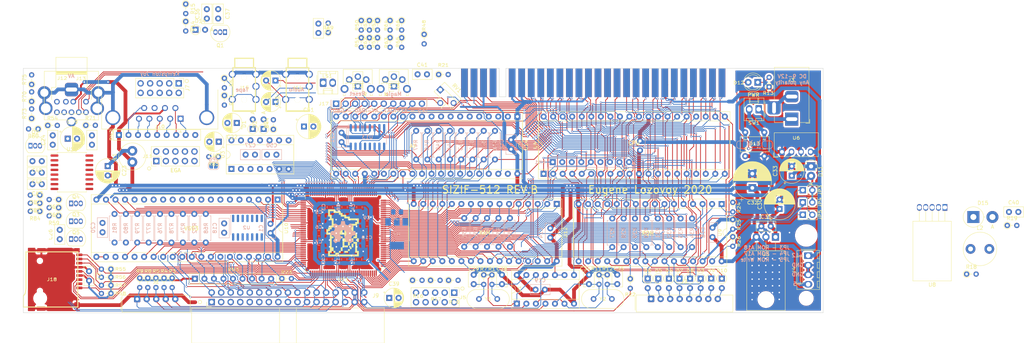
<source format=kicad_pcb>
(kicad_pcb (version 20171130) (host pcbnew "(5.1.4)-1")
  (layers (0 F.Cu signal) (31 B.Cu signal) (34 B.Paste user) (35 F.Paste user) (36 B.SilkS user) (37 F.SilkS user) (38 B.Mask user) (39 F.Mask user) (44 Edge.Cuts user))
  (net 0 "")
  (net 1 GND)
  (net 2 +5V)
  (net 3 +3V3)
  (net 4 /<)
  (net 5 /TAPE_IN)
  (net 6 +12V)
  (net 7 ~RST)
  (net 8 /VID_COMP)
  (net 9 /Csync)
  (net 10 /KD0)
  (net 11 /KD1)
  (net 12 /KD2)
  (net 13 /KD3)
  (net 14 /KD4)
  (net 15 /KA15)
  (net 16 /KA14)
  (net 17 /KA8)
  (net 18 /KA13)
  (net 19 /KA12)
  (net 20 /KA9)
  (net 21 /KA10)
  (net 22 /KA11)
  (net 23 /TDI)
  (net 24 /TMS)
  (net 25 /TDO)
  (net 26 /TCK)
  (net 27 /FD_RDAT)
  (net 28 /FD_DISK1)
  (net 29 /FD_DISK0)
  (net 30 /~JOY_B2)
  (net 31 /~JOY_B1)
  (net 32 /~JOY_B3)
  (net 33 /~JOY_RIGHT)
  (net 34 /~JOY_LEFT)
  (net 35 /~JOY_DOWN)
  (net 36 /~JOY_UP)
  (net 37 /VID_B)
  (net 38 /VID_R)
  (net 39 /SND_L)
  (net 40 /VID_SYNC)
  (net 41 /VID_G)
  (net 42 /A15)
  (net 43 /A13)
  (net 44 /D7)
  (net 45 /D0)
  (net 46 /D1)
  (net 47 /D2)
  (net 48 /D6)
  (net 49 /D5)
  (net 50 /D3)
  (net 51 /D4)
  (net 52 /~INT)
  (net 53 /~HALT)
  (net 54 /~MREQ)
  (net 55 /~IORQ)
  (net 56 /~RD)
  (net 57 /A14)
  (net 58 /A12)
  (net 59 /~CLKCPU)
  (net 60 /A0)
  (net 61 /A1)
  (net 62 /A2)
  (net 63 /A3)
  (net 64 /~WR)
  (net 65 /~WAIT)
  (net 66 /~M1)
  (net 67 /~RFSH)
  (net 68 /A8)
  (net 69 /A10)
  (net 70 /~BUSRQ)
  (net 71 /~RSTCPU)
  (net 72 /A7)
  (net 73 /A6)
  (net 74 /A5)
  (net 75 /A4)
  (net 76 /~ROMCS)
  (net 77 /~BUSACK)
  (net 78 /A9)
  (net 79 /A11)
  (net 80 /VA8)
  (net 81 /VA9)
  (net 82 /VA10)
  (net 83 /VA11)
  (net 84 /VA12)
  (net 85 /VA13)
  (net 86 /VA14)
  (net 87 /VA15)
  (net 88 /TAPE_IN0)
  (net 89 /~ROMCS0)
  (net 90 /VD0)
  (net 91 /VD1)
  (net 92 /VD2)
  (net 93 /VD3)
  (net 94 /VD4)
  (net 95 /VD5)
  (net 96 /VD6)
  (net 97 /VD7)
  (net 98 /VA0)
  (net 99 /VA1)
  (net 100 /VA2)
  (net 101 /VA3)
  (net 102 /VA4)
  (net 103 /VA5)
  (net 104 /VA6)
  (net 105 /VA7)
  (net 106 />)
  (net 107 /Blue)
  (net 108 /Red)
  (net 109 /Green)
  (net 110 /Bright)
  (net 111 /CLKCPU)
  (net 112 /FD_WF_DE)
  (net 113 /FD_INTRQ)
  (net 114 /FD_DRQ)
  (net 115 /FD_MOTOR)
  (net 116 /FD_INDEX)
  (net 117 /FD_HLT)
  (net 118 /FD_WPT)
  (net 119 /FD_SIDE)
  (net 120 /FD_STEP)
  (net 121 /FD_DIR)
  (net 122 /FD_WDAT)
  (net 123 /VA16)
  (net 124 /FD_RST)
  (net 125 /FD_SR)
  (net 126 /FD_DDEN)
  (net 127 /FD_SL)
  (net 128 /FD_WD)
  (net 129 /FD_TR43)
  (net 130 /FD_RAWR)
  (net 131 /FD_S)
  (net 132 /FD_CLK)
  (net 133 /FD_CS)
  (net 134 /AY_CLK)
  (net 135 /VA18)
  (net 136 /VA17)
  (net 137 /~VWR)
  (net 138 /~VRD)
  (net 139 /RA14)
  (net 140 /RA15)
  (net 141 /RA16)
  (net 142 /AY_BDIR)
  (net 143 /AY_BC1)
  (net 144 /FD_TR00)
  (net 145 /FD_INDEX1)
  (net 146 /Vsync)
  (net 147 /Hsync)
  (net 148 /SND_DAC)
  (net 149 /~NMI)
  (net 150 ~MAGIC)
  (net 151 /SND_MONO)
  (net 152 /SND_R)
  (net 153 "Net-(R1-Pad1)")
  (net 154 /AY_ABC)
  (net 155 /SD_CD)
  (net 156 /SD_CS)
  (net 157 /SD_MOSI)
  (net 158 /SD_SCK)
  (net 159 /SD_MISO)
  (net 160 "Net-(Q4-Pad3)")
  (net 161 "Net-(C28-Pad2)")
  (net 162 /FD_WSTB)
  (net 163 "Net-(J3-Pad1)")
  (net 164 "Net-(C29-Pad2)")
  (net 165 "Net-(JP4-Pad1)")
  (net 166 "Net-(JP3-Pad1)")
  (net 167 "Net-(JP5-Pad1)")
  (net 168 "Net-(C36-Pad2)")
  (net 169 "Net-(C46-Pad2)")
  (net 170 "Net-(C46-Pad1)")
  (net 171 "Net-(C48-Pad1)")
  (net 172 "Net-(C49-Pad2)")
  (net 173 "Net-(C49-Pad1)")
  (net 174 "Net-(C50-Pad2)")
  (net 175 "Net-(C50-Pad1)")
  (net 176 "Net-(C51-Pad2)")
  (net 177 "Net-(J7-Pad22)")
  (net 178 "Net-(J7-Pad32)")
  (net 179 "Net-(J9-Pad10)")
  (net 180 "Net-(U14-Pad4)")
  (net 181 "Net-(U14-Pad14)")
  (net 182 +5VA)
  (net 183 "Net-(Q4-Pad2)")
  (net 184 "Net-(Q2-Pad3)")
  (net 185 "Net-(Q3-Pad3)")
  (net 186 "Net-(Q3-Pad2)")
  (net 187 "Net-(Q5-Pad3)")
  (net 188 "Net-(Q5-Pad2)")
  (net 189 /CLK8)
  (net 190 /CLK17)
  (net 191 "Net-(C43-Pad1)")
  (net 192 "Net-(C45-Pad2)")
  (net 193 "Net-(C45-Pad1)")
  (net 194 "Net-(R52-Pad2)")
  (net 195 "Net-(U3-Pad4)")
  (net 196 "Net-(U3-Pad2)")
  (net 197 "Net-(C42-Pad2)")
  (net 198 "Net-(C44-Pad1)")
  (net 199 "Net-(C47-Pad2)")
  (net 200 "Net-(C47-Pad1)")
  (net 201 "Net-(C51-Pad1)")
  (net 202 "Net-(R53-Pad1)")
  (net 203 "Net-(R61-Pad1)")
  (net 204 /CLKCPU0)
  (net 205 "Net-(U13-Pad15)")
  (net 206 "Net-(U13-Pad14)")
  (net 207 "Net-(U13-Pad4)")
  (net 208 "Net-(C22-Pad1)")
  (net 209 "Net-(C22-Pad2)")
  (net 210 "Net-(C30-Pad1)")
  (net 211 "Net-(C34-Pad2)")
  (net 212 "Net-(C35-Pad2)")
  (net 213 "Net-(C36-Pad1)")
  (net 214 "Net-(D1-Pad1)")
  (net 215 "Net-(D12-Pad1)")
  (net 216 "Net-(D13-Pad3)")
  (net 217 "Net-(D13-Pad2)")
  (net 218 "Net-(J9-Pad32)")
  (net 219 "Net-(J9-Pad24)")
  (net 220 "Net-(J9-Pad22)")
  (net 221 "Net-(J9-Pad20)")
  (net 222 "Net-(J9-Pad18)")
  (net 223 "Net-(J11-Pad10)")
  (net 224 "Net-(J17-Pad2)")
  (net 225 "Net-(J17-Pad3)")
  (net 226 "Net-(J17-Pad4)")
  (net 227 "Net-(J17-Pad5)")
  (net 228 "Net-(J17-Pad6)")
  (net 229 "Net-(J17-Pad7)")
  (net 230 "Net-(J17-Pad8)")
  (net 231 "Net-(J17-Pad9)")
  (net 232 "Net-(J18-Pad8)")
  (net 233 "Net-(J18-Pad1)")
  (net 234 "Net-(R2-Pad2)")
  (net 235 "Net-(R11-Pad1)")
  (module Resistor_THT:R_Axial_DIN0207_L6.3mm_D2.5mm_P7.62mm_Horizontal (layer B.Cu) (at 161.775 112.275 90)
    (fp_text reference R35 (at 3.81 0.02 90) (layer B.SilkS) (effects (justify mirror)))
    (fp_text value 1k)
    (pad 1 thru_hole circle (at 0 0 90) (size 1.6 1.6) (drill 0.8) (layers *.Cu *.Mask) (net 68 /A8))
    (pad 2 thru_hole oval (at 7.62 0 90) (size 1.6 1.6) (drill 0.8) (layers *.Cu *.Mask) (net 80 /VA8))
  )
  (module Resistor_THT:R_Axial_DIN0207_L6.3mm_D2.5mm_P7.62mm_Horizontal (layer B.Cu) (at 164.8121 112.275 90)
    (fp_text reference R36 (at 3.81 0.02 90) (layer B.SilkS) (effects (justify mirror)))
    (fp_text value 1k)
    (pad 1 thru_hole circle (at 0 0 90) (size 1.6 1.6) (drill 0.8) (layers *.Cu *.Mask) (net 78 /A9))
    (pad 2 thru_hole oval (at 7.62 0 90) (size 1.6 1.6) (drill 0.8) (layers *.Cu *.Mask) (net 81 /VA9))
  )
  (module Resistor_THT:R_Axial_DIN0207_L6.3mm_D2.5mm_P7.62mm_Horizontal (layer B.Cu) (at 167.8461 112.275 90)
    (fp_text reference R37 (at 3.81 0.02 90) (layer B.SilkS) (effects (justify mirror)))
    (fp_text value 1k)
    (pad 1 thru_hole circle (at 0 0 90) (size 1.6 1.6) (drill 0.8) (layers *.Cu *.Mask) (net 69 /A10))
    (pad 2 thru_hole oval (at 7.62 0 90) (size 1.6 1.6) (drill 0.8) (layers *.Cu *.Mask) (net 82 /VA10))
  )
  (module Resistor_THT:R_Axial_DIN0207_L6.3mm_D2.5mm_P7.62mm_Horizontal (layer B.Cu) (at 170.9 112.275 90)
    (fp_text reference R38 (at 3.81 0.02 90) (layer B.SilkS) (effects (justify mirror)))
    (fp_text value 1k)
    (pad 1 thru_hole circle (at 0 0 90) (size 1.6 1.6) (drill 0.8) (layers *.Cu *.Mask) (net 79 /A11))
    (pad 2 thru_hole oval (at 7.62 0 90) (size 1.6 1.6) (drill 0.8) (layers *.Cu *.Mask) (net 83 /VA11))
  )
  (module Resistor_THT:R_Axial_DIN0207_L6.3mm_D2.5mm_P7.62mm_Horizontal (layer B.Cu) (at 173.945 112.275 90)
    (fp_text reference R39 (at 3.81 0.02 90) (layer B.SilkS) (effects (justify mirror)))
    (fp_text value 1k)
    (pad 1 thru_hole circle (at 0 0 90) (size 1.6 1.6) (drill 0.8) (layers *.Cu *.Mask) (net 58 /A12))
    (pad 2 thru_hole oval (at 7.62 0 90) (size 1.6 1.6) (drill 0.8) (layers *.Cu *.Mask) (net 84 /VA12))
  )
  (module Package_DIP:DIP-14_W7.62mm_Socket (layer F.Cu) (at 175.7768 127.433 90)
    (fp_text reference U1 (at 3.819 0.639 90) (layer F.SilkS) (effects (font (size 0.82 1) (thickness 0.153))))
    (fp_text value 74HCU04)
    (pad 1 thru_hole rect (at 0 0 90) (size 1.6 1.6) (drill 0.8) (layers *.Cu *.Mask) (net 153 "Net-(R1-Pad1)"))
    (pad 8 thru_hole oval (at 7.62 15.24 90) (size 1.6 1.6) (drill 0.8) (layers *.Cu *.Mask) (net 111 /CLKCPU))
    (pad 2 thru_hole oval (at 0 2.54 90) (size 1.6 1.6) (drill 0.8) (layers *.Cu *.Mask) (net 190 /CLK17))
    (pad 9 thru_hole oval (at 7.62 12.7 90) (size 1.6 1.6) (drill 0.8) (layers *.Cu *.Mask) (net 59 /~CLKCPU))
    (pad 3 thru_hole oval (at 0 5.08 90) (size 1.6 1.6) (drill 0.8) (layers *.Cu *.Mask) (net 235 "Net-(R11-Pad1)"))
    (pad 10 thru_hole oval (at 7.62 10.16 90) (size 1.6 1.6) (drill 0.8) (layers *.Cu *.Mask) (net 59 /~CLKCPU))
    (pad 4 thru_hole oval (at 0 7.62 90) (size 1.6 1.6) (drill 0.8) (layers *.Cu *.Mask) (net 189 /CLK8))
    (pad 11 thru_hole oval (at 7.62 7.62 90) (size 1.6 1.6) (drill 0.8) (layers *.Cu *.Mask) (net 204 /CLKCPU0))
    (pad 5 thru_hole oval (at 0 10.16 90) (size 1.6 1.6) (drill 0.8) (layers *.Cu *.Mask) (net 211 "Net-(C34-Pad2)"))
    (pad 12 thru_hole oval (at 7.62 5.08 90) (size 1.6 1.6) (drill 0.8) (layers *.Cu *.Mask) (net 153 "Net-(R1-Pad1)"))
    (pad 6 thru_hole oval (at 0 12.7 90) (size 1.6 1.6) (drill 0.8) (layers *.Cu *.Mask) (net 235 "Net-(R11-Pad1)"))
    (pad 13 thru_hole oval (at 7.62 2.54 90) (size 1.6 1.6) (drill 0.8) (layers *.Cu *.Mask) (net 161 "Net-(C28-Pad2)"))
    (pad 7 thru_hole oval (at 0 15.24 90) (size 1.6 1.6) (drill 0.8) (layers *.Cu *.Mask) (net 1 GND))
    (pad 14 thru_hole oval (at 7.62 0 90) (size 1.6 1.6) (drill 0.8) (layers *.Cu *.Mask) (net 2 +5V))
  )
  (module Connector_PinHeader_2.54mm:PinHeader_2x01_P2.54mm_Vertical (layer F.Cu) (at 143.05 69.5 90)
    (fp_text reference J8 (at 1.27 -2.33 90) (layer F.SilkS))
    (fp_text value Conn_01x02)
    (pad 2 thru_hole oval (at 2.54 0 90) (size 1.7 1.7) (drill 1) (layers *.Cu *.Mask) (net 1 GND))
    (pad 1 thru_hole rect (at 0 0 90) (size 1.7 1.7) (drill 1) (layers *.Cu *.Mask) (net 150 ~MAGIC))
  )
  (module Connector_PinHeader_2.54mm:PinHeader_2x01_P2.54mm_Vertical (layer F.Cu) (at 133.45 69.5 90)
    (fp_text reference J6 (at 1.27 -2.33 90) (layer F.SilkS))
    (fp_text value Conn_01x02)
    (pad 2 thru_hole oval (at 2.54 0 90) (size 1.7 1.7) (drill 1) (layers *.Cu *.Mask) (net 1 GND))
    (pad 1 thru_hole rect (at 0 0 90) (size 1.7 1.7) (drill 1) (layers *.Cu *.Mask) (net 7 ~RST))
  )
  (module Button_Switch_THT:SW_Tactile_SPST_Angled_PTS645Vx83-2LFS (layer F.Cu) (at 140.7722 67.75)
    (fp_text reference SW3 (at 2.25 1.68) (layer F.SilkS))
    (fp_text value WF-2)
    (pad "" thru_hole circle (at -1.25 2.49) (size 2.1 2.1) (drill 1.3) (layers *.Cu *.Mask))
    (pad 1 thru_hole circle (at 0 0) (size 1.75 1.75) (drill 0.99) (layers *.Cu *.Mask) (net 1 GND))
    (pad 2 thru_hole circle (at 4.5 0) (size 1.75 1.75) (drill 0.99) (layers *.Cu *.Mask) (net 150 ~MAGIC))
    (pad "" thru_hole circle (at 5.76 2.49) (size 2.1 2.1) (drill 1.3) (layers *.Cu *.Mask))
  )
  (module Button_Switch_THT:SW_Tactile_SPST_Angled_PTS645Vx83-2LFS (layer F.Cu) (at 131.15 67.75)
    (fp_text reference SW2 (at 2.25 1.68) (layer F.SilkS))
    (fp_text value WF-2)
    (pad "" thru_hole circle (at -1.25 2.49) (size 2.1 2.1) (drill 1.3) (layers *.Cu *.Mask))
    (pad 1 thru_hole circle (at 0 0) (size 1.75 1.75) (drill 0.99) (layers *.Cu *.Mask) (net 1 GND))
    (pad 2 thru_hole circle (at 4.5 0) (size 1.75 1.75) (drill 0.99) (layers *.Cu *.Mask) (net 7 ~RST))
    (pad "" thru_hole circle (at 5.76 2.49) (size 2.1 2.1) (drill 1.3) (layers *.Cu *.Mask))
  )
  (module Capacitor_SMD:C_0805_2012Metric_Pad1.15x1.40mm_HandSolder (layer B.Cu) (at 143.9 103)
    (fp_text reference C38 (at 0 1.65) (layer B.SilkS) (effects (justify mirror)))
    (fp_text value 100n)
    (pad 2 smd roundrect (at 1.025 0) (size 1.15 1.4) (layers B.Cu B.Paste B.Mask) (roundrect_rratio 0.217391) (net 2 +5V))
    (pad 1 smd roundrect (at -1.025 0) (size 1.15 1.4) (layers B.Cu B.Paste B.Mask) (roundrect_rratio 0.217391) (net 1 GND))
  )
  (module my:IDC-Header_2x17_P2.54mm_Horizontal_Mirrored (layer F.Cu) (at 94.5 127 90)
    (fp_text reference J9 (at 1.7 43.7) (layer F.SilkS))
    (fp_text value Conn_02x17_Odd_Even)
    (pad 34 thru_hole oval (at 2.54 40.64 90) (size 1.7272 1.7272) (drill 1.016) (layers *.Cu *.Mask))
    (pad 33 thru_hole oval (at 0 40.64 90) (size 1.7272 1.7272) (drill 1.016) (layers *.Cu *.Mask) (net 1 GND))
    (pad 32 thru_hole oval (at 2.54 38.1 90) (size 1.7272 1.7272) (drill 1.016) (layers *.Cu *.Mask) (net 218 "Net-(J9-Pad32)"))
    (pad 31 thru_hole oval (at 0 38.1 90) (size 1.7272 1.7272) (drill 1.016) (layers *.Cu *.Mask) (net 1 GND))
    (pad 30 thru_hole oval (at 2.54 35.56 90) (size 1.7272 1.7272) (drill 1.016) (layers *.Cu *.Mask) (net 27 /FD_RDAT))
    (pad 29 thru_hole oval (at 0 35.56 90) (size 1.7272 1.7272) (drill 1.016) (layers *.Cu *.Mask) (net 1 GND))
    (pad 28 thru_hole oval (at 2.54 33.02 90) (size 1.7272 1.7272) (drill 1.016) (layers *.Cu *.Mask) (net 118 /FD_WPT))
    (pad 27 thru_hole oval (at 0 33.02 90) (size 1.7272 1.7272) (drill 1.016) (layers *.Cu *.Mask) (net 1 GND))
    (pad 26 thru_hole oval (at 2.54 30.48 90) (size 1.7272 1.7272) (drill 1.016) (layers *.Cu *.Mask) (net 144 /FD_TR00))
    (pad 25 thru_hole oval (at 0 30.48 90) (size 1.7272 1.7272) (drill 1.016) (layers *.Cu *.Mask) (net 1 GND))
    (pad 24 thru_hole oval (at 2.54 27.94 90) (size 1.7272 1.7272) (drill 1.016) (layers *.Cu *.Mask) (net 219 "Net-(J9-Pad24)"))
    (pad 23 thru_hole oval (at 0 27.94 90) (size 1.7272 1.7272) (drill 1.016) (layers *.Cu *.Mask) (net 1 GND))
    (pad 22 thru_hole oval (at 2.54 25.4 90) (size 1.7272 1.7272) (drill 1.016) (layers *.Cu *.Mask) (net 220 "Net-(J9-Pad22)"))
    (pad 21 thru_hole oval (at 0 25.4 90) (size 1.7272 1.7272) (drill 1.016) (layers *.Cu *.Mask) (net 1 GND))
    (pad 20 thru_hole oval (at 2.54 22.86 90) (size 1.7272 1.7272) (drill 1.016) (layers *.Cu *.Mask) (net 221 "Net-(J9-Pad20)"))
    (pad 19 thru_hole oval (at 0 22.86 90) (size 1.7272 1.7272) (drill 1.016) (layers *.Cu *.Mask) (net 1 GND))
    (pad 18 thru_hole oval (at 2.54 20.32 90) (size 1.7272 1.7272) (drill 1.016) (layers *.Cu *.Mask) (net 222 "Net-(J9-Pad18)"))
    (pad 17 thru_hole oval (at 0 20.32 90) (size 1.7272 1.7272) (drill 1.016) (layers *.Cu *.Mask) (net 1 GND))
    (pad 16 thru_hole oval (at 2.54 17.78 90) (size 1.7272 1.7272) (drill 1.016) (layers *.Cu *.Mask) (net 179 "Net-(J9-Pad10)"))
    (pad 15 thru_hole oval (at 0 17.78 90) (size 1.7272 1.7272) (drill 1.016) (layers *.Cu *.Mask) (net 1 GND))
    (pad 14 thru_hole oval (at 2.54 15.24 90) (size 1.7272 1.7272) (drill 1.016) (layers *.Cu *.Mask) (net 29 /FD_DISK0))
    (pad 13 thru_hole oval (at 0 15.24 90) (size 1.7272 1.7272) (drill 1.016) (layers *.Cu *.Mask) (net 1 GND))
    (pad 12 thru_hole oval (at 2.54 12.7 90) (size 1.7272 1.7272) (drill 1.016) (layers *.Cu *.Mask) (net 28 /FD_DISK1))
    (pad 11 thru_hole oval (at 0 12.7 90) (size 1.7272 1.7272) (drill 1.016) (layers *.Cu *.Mask) (net 1 GND))
    (pad 10 thru_hole oval (at 2.54 10.16 90) (size 1.7272 1.7272) (drill 1.016) (layers *.Cu *.Mask) (net 179 "Net-(J9-Pad10)"))
    (pad 9 thru_hole oval (at 0 10.16 90) (size 1.7272 1.7272) (drill 1.016) (layers *.Cu *.Mask) (net 1 GND))
    (pad 8 thru_hole oval (at 2.54 7.62 90) (size 1.7272 1.7272) (drill 1.016) (layers *.Cu *.Mask) (net 116 /FD_INDEX))
    (pad 7 thru_hole oval (at 0 7.62 90) (size 1.7272 1.7272) (drill 1.016) (layers *.Cu *.Mask) (net 1 GND))
    (pad 6 thru_hole oval (at 2.54 5.08 90) (size 1.7272 1.7272) (drill 1.016) (layers *.Cu *.Mask))
    (pad 5 thru_hole oval (at 0 5.08 90) (size 1.7272 1.7272) (drill 1.016) (layers *.Cu *.Mask) (net 1 GND))
    (pad 4 thru_hole oval (at 2.54 2.54 90) (size 1.7272 1.7272) (drill 1.016) (layers *.Cu *.Mask))
    (pad 3 thru_hole oval (at 0 2.54 90) (size 1.7272 1.7272) (drill 1.016) (layers *.Cu *.Mask) (net 1 GND))
    (pad 2 thru_hole oval (at 2.54 0 90) (size 1.7272 1.7272) (drill 1.016) (layers *.Cu *.Mask))
    (pad 1 thru_hole rect (at 0 0 90) (size 1.7272 1.7272) (drill 1.016) (layers *.Cu *.Mask) (net 1 GND))
  )
  (module my:FFC_FPC_1x08 (layer F.Cu) (at 211.536 126.17)
    (fp_text reference J2 (at 8.844 -4.628) (layer F.SilkS))
    (fp_text value Conn_01x08)
    (pad 1 thru_hole roundrect (at 0 0) (size 1.7 1.7) (drill 0.85) (layers *.Cu *.Mask) (roundrect_rratio 0.144) (net 22 /KA11))
    (pad 2 thru_hole circle (at 2.54 0) (size 1.7 1.7) (drill 0.85) (layers *.Cu *.Mask) (net 21 /KA10))
    (pad 3 thru_hole circle (at 5.08 0) (size 1.7 1.7) (drill 0.85) (layers *.Cu *.Mask) (net 20 /KA9))
    (pad 4 thru_hole circle (at 7.62 0) (size 1.7 1.7) (drill 0.85) (layers *.Cu *.Mask) (net 19 /KA12))
    (pad 5 thru_hole circle (at 10.16 0) (size 1.7 1.7) (drill 0.85) (layers *.Cu *.Mask) (net 18 /KA13))
    (pad 8 thru_hole circle (at 17.78 0) (size 1.7 1.7) (drill 0.85) (layers *.Cu *.Mask) (net 15 /KA15))
    (pad 7 thru_hole circle (at 15.24 0) (size 1.7 1.7) (drill 0.85) (layers *.Cu *.Mask) (net 16 /KA14))
    (pad 6 thru_hole circle (at 12.7 0) (size 1.7 1.7) (drill 0.85) (layers *.Cu *.Mask) (net 17 /KA8))
  )
  (module my:FFC_FPC_1x05 (layer F.Cu) (at 74.6168 126.1984)
    (fp_text reference J1 (at 5.08 -4.628) (layer F.SilkS))
    (fp_text value Conn_01x05)
    (pad 1 thru_hole roundrect (at 0.05 0) (size 1.7 1.7) (drill 0.85) (layers *.Cu *.Mask) (roundrect_rratio 0.144) (net 10 /KD0))
    (pad 2 thru_hole circle (at 2.59 0) (size 1.7 1.7) (drill 0.85) (layers *.Cu *.Mask) (net 11 /KD1))
    (pad 3 thru_hole circle (at 5.13 0) (size 1.7 1.7) (drill 0.85) (layers *.Cu *.Mask) (net 12 /KD2))
    (pad 4 thru_hole circle (at 7.67 0) (size 1.7 1.7) (drill 0.85) (layers *.Cu *.Mask) (net 13 /KD3))
    (pad 5 thru_hole circle (at 10.21 0) (size 1.7 1.7) (drill 0.85) (layers *.Cu *.Mask) (net 14 /KD4))
  )
  (module Capacitor_THT:CP_Radial_D5.0mm_P2.50mm (layer F.Cu) (at 141.8 125.9)
    (fp_text reference C39 (at 1.25 -3.75) (layer F.SilkS))
    (fp_text value 100u/16V)
    (pad 2 thru_hole circle (at 2.5 0) (size 1.6 1.6) (drill 0.8) (layers *.Cu *.Mask) (net 1 GND))
    (pad 1 thru_hole rect (at 0 0) (size 1.6 1.6) (drill 0.8) (layers *.Cu *.Mask) (net 3 +3V3))
  )
  (module Capacitor_THT:C_Disc_D5.0mm_W2.5mm_P2.50mm (layer B.Cu) (at 106.05 87.75 180)
    (fp_text reference C27 (at 1.25 2.5 180) (layer B.SilkS) (effects (justify mirror)))
    (fp_text value 100n)
    (pad 1 thru_hole circle (at 0 0 180) (size 1.6 1.6) (drill 0.8) (layers *.Cu *.Mask) (net 1 GND))
    (pad 2 thru_hole circle (at 2.5 0 180) (size 1.6 1.6) (drill 0.8) (layers *.Cu *.Mask) (net 182 +5VA))
  )
  (module Package_DIP:DIP-14_W7.62mm_Socket (layer F.Cu) (at 99.77 91.549775 90)
    (fp_text reference U3 (at 3.81 -2.33 90) (layer F.SilkS))
    (fp_text value 74HCU04)
    (pad 1 thru_hole rect (at 0 0 90) (size 1.6 1.6) (drill 0.8) (layers *.Cu *.Mask) (net 175 "Net-(C50-Pad1)"))
    (pad 8 thru_hole oval (at 7.62 15.24 90) (size 1.6 1.6) (drill 0.8) (layers *.Cu *.Mask) (net 214 "Net-(D1-Pad1)"))
    (pad 2 thru_hole oval (at 0 2.54 90) (size 1.6 1.6) (drill 0.8) (layers *.Cu *.Mask) (net 196 "Net-(U3-Pad2)"))
    (pad 9 thru_hole oval (at 7.62 12.7 90) (size 1.6 1.6) (drill 0.8) (layers *.Cu *.Mask) (net 208 "Net-(C22-Pad1)"))
    (pad 3 thru_hole oval (at 0 5.08 90) (size 1.6 1.6) (drill 0.8) (layers *.Cu *.Mask) (net 196 "Net-(U3-Pad2)"))
    (pad 10 thru_hole oval (at 7.62 10.16 90) (size 1.6 1.6) (drill 0.8) (layers *.Cu *.Mask) (net 234 "Net-(R2-Pad2)"))
    (pad 4 thru_hole oval (at 0 7.62 90) (size 1.6 1.6) (drill 0.8) (layers *.Cu *.Mask) (net 195 "Net-(U3-Pad4)"))
    (pad 11 thru_hole oval (at 7.62 7.62 90) (size 1.6 1.6) (drill 0.8) (layers *.Cu *.Mask) (net 214 "Net-(D1-Pad1)"))
    (pad 5 thru_hole oval (at 0 10.16 90) (size 1.6 1.6) (drill 0.8) (layers *.Cu *.Mask) (net 195 "Net-(U3-Pad4)"))
    (pad 12 thru_hole oval (at 7.62 5.08 90) (size 1.6 1.6) (drill 0.8) (layers *.Cu *.Mask) (net 88 /TAPE_IN0))
    (pad 6 thru_hole oval (at 0 12.7 90) (size 1.6 1.6) (drill 0.8) (layers *.Cu *.Mask) (net 201 "Net-(C51-Pad1)"))
    (pad 13 thru_hole oval (at 7.62 2.54 90) (size 1.6 1.6) (drill 0.8) (layers *.Cu *.Mask) (net 234 "Net-(R2-Pad2)"))
    (pad 7 thru_hole oval (at 0 15.24 90) (size 1.6 1.6) (drill 0.8) (layers *.Cu *.Mask) (net 1 GND))
    (pad 14 thru_hole oval (at 7.62 0 90) (size 1.6 1.6) (drill 0.8) (layers *.Cu *.Mask) (net 182 +5VA))
  )
  (module Potentiometer_THT:Potentiometer_Runtron_RM-063_Horizontal (layer F.Cu) (at 155.4 70.45 315)
    (fp_text reference RV1 (at 2.8 -3.4 135) (layer F.SilkS))
    (fp_text value 47k)
    (pad 2 thru_hole circle (at 2.5 2.5 315) (size 1.55 1.55) (drill 1) (layers *.Cu *.Mask) (net 171 "Net-(C48-Pad1)"))
    (pad 1 thru_hole rect (at 0 0 315) (size 1.55 1.55) (drill 1) (layers *.Cu *.Mask) (net 174 "Net-(C50-Pad2)"))
    (pad 3 thru_hole circle (at 5 0 315) (size 1.55 1.55) (drill 1) (layers *.Cu *.Mask) (net 1 GND))
  )
  (module Resistor_THT:R_Axial_DIN0204_L3.6mm_D1.6mm_P2.54mm_Vertical (layer F.Cu) (at 96.3 88.3 180)
    (fp_text reference R85 (at 1.27 -1.92) (layer F.SilkS))
    (fp_text value 100k)
    (pad 1 thru_hole circle (at 0 0 180) (size 1.4 1.4) (drill 0.7) (layers *.Cu *.Mask) (net 175 "Net-(C50-Pad1)"))
    (pad 2 thru_hole oval (at 2.54 0 180) (size 1.4 1.4) (drill 0.7) (layers *.Cu *.Mask) (net 201 "Net-(C51-Pad1)"))
  )
  (module Resistor_THT:R_Axial_DIN0204_L3.6mm_D1.6mm_P2.54mm_Vertical (layer F.Cu) (at 97.9 72 270)
    (fp_text reference R10 (at 1.27 -1.92 90) (layer F.SilkS))
    (fp_text value 47k)
    (pad 1 thru_hole circle (at 0 0 270) (size 1.4 1.4) (drill 0.7) (layers *.Cu *.Mask) (net 1 GND))
    (pad 2 thru_hole oval (at 2.54 0 270) (size 1.4 1.4) (drill 0.7) (layers *.Cu *.Mask) (net 208 "Net-(C22-Pad1)"))
  )
  (module Resistor_THT:R_Axial_DIN0204_L3.6mm_D1.6mm_P2.54mm_Vertical (layer F.Cu) (at 97.9 67.4 270)
    (fp_text reference R6 (at 1.27 -1.92 90) (layer F.SilkS))
    (fp_text value 1k)
    (pad 1 thru_hole circle (at 0 0 270) (size 1.4 1.4) (drill 0.7) (layers *.Cu *.Mask) (net 5 /TAPE_IN))
    (pad 2 thru_hole oval (at 2.54 0 270) (size 1.4 1.4) (drill 0.7) (layers *.Cu *.Mask) (net 209 "Net-(C22-Pad2)"))
  )
  (module Resistor_THT:R_Axial_DIN0204_L3.6mm_D1.6mm_P2.54mm_Vertical (layer F.Cu) (at 110.95 81 90)
    (fp_text reference R2 (at 1.27 -1.92 90) (layer F.SilkS))
    (fp_text value 47k)
    (pad 1 thru_hole circle (at 0 0 90) (size 1.4 1.4) (drill 0.7) (layers *.Cu *.Mask) (net 214 "Net-(D1-Pad1)"))
    (pad 2 thru_hole oval (at 2.54 0 90) (size 1.4 1.4) (drill 0.7) (layers *.Cu *.Mask) (net 234 "Net-(R2-Pad2)"))
  )
  (module Diode_THT:D_DO-35_SOD27_P2.54mm_Vertical_AnodeUp (layer F.Cu) (at 108.35 80.9 90)
    (fp_text reference D2 (at 1.27 -2.326371 90) (layer F.SilkS))
    (fp_text value 1N4148)
    (fp_text user A (at 4.34 0 90) (layer F.SilkS))
    (pad 1 thru_hole rect (at 0 0 90) (size 1.6 1.6) (drill 0.8) (layers *.Cu *.Mask) (net 208 "Net-(C22-Pad1)"))
    (pad 2 thru_hole oval (at 2.54 0 90) (size 1.6 1.6) (drill 0.8) (layers *.Cu *.Mask) (net 214 "Net-(D1-Pad1)"))
  )
  (module Diode_THT:D_DO-35_SOD27_P2.54mm_Vertical_AnodeUp (layer F.Cu) (at 105.45 80.9 90)
    (fp_text reference D1 (at 1.27 -2.326371 90) (layer F.SilkS))
    (fp_text value 1N4148)
    (fp_text user A (at 4.34 0 90) (layer F.SilkS))
    (pad 1 thru_hole rect (at 0 0 90) (size 1.6 1.6) (drill 0.8) (layers *.Cu *.Mask) (net 214 "Net-(D1-Pad1)"))
    (pad 2 thru_hole oval (at 2.54 0 90) (size 1.6 1.6) (drill 0.8) (layers *.Cu *.Mask) (net 208 "Net-(C22-Pad1)"))
  )
  (module Capacitor_THT:CP_Radial_D6.3mm_P2.50mm (layer F.Cu) (at 119.1 80.25)
    (fp_text reference C51 (at 1.25 -4.4) (layer F.SilkS))
    (fp_text value 220u/16V)
    (pad 1 thru_hole rect (at 0 0) (size 1.6 1.6) (drill 0.8) (layers *.Cu *.Mask) (net 201 "Net-(C51-Pad1)"))
    (pad 2 thru_hole circle (at 2.5 0) (size 1.6 1.6) (drill 0.8) (layers *.Cu *.Mask) (net 176 "Net-(C51-Pad2)"))
  )
  (module Capacitor_THT:C_Disc_D5.0mm_W2.5mm_P2.50mm (layer B.Cu) (at 111.75 87.75 180)
    (fp_text reference C50 (at 1.25 2.5) (layer B.SilkS) (effects (justify mirror)))
    (fp_text value 100n)
    (pad 1 thru_hole circle (at 0 0 180) (size 1.6 1.6) (drill 0.8) (layers *.Cu *.Mask) (net 175 "Net-(C50-Pad1)"))
    (pad 2 thru_hole circle (at 2.5 0 180) (size 1.6 1.6) (drill 0.8) (layers *.Cu *.Mask) (net 174 "Net-(C50-Pad2)"))
  )
  (module Capacitor_THT:CP_Radial_D5.0mm_P2.50mm (layer F.Cu) (at 96.4 84.3 180)
    (fp_text reference C48 (at 1.25 -3.75) (layer F.SilkS))
    (fp_text value 10u/16V)
    (pad 1 thru_hole rect (at 0 0 180) (size 1.6 1.6) (drill 0.8) (layers *.Cu *.Mask) (net 171 "Net-(C48-Pad1)"))
    (pad 2 thru_hole circle (at 2.5 0 180) (size 1.6 1.6) (drill 0.8) (layers *.Cu *.Mask) (net 151 /SND_MONO))
  )
  (module Capacitor_THT:CP_Radial_D5.0mm_P2.50mm (layer F.Cu) (at 101.2 79.3 180)
    (fp_text reference C22 (at 1.25 -3.75) (layer F.SilkS))
    (fp_text value 10u/16V)
    (pad 1 thru_hole rect (at 0 0 180) (size 1.6 1.6) (drill 0.8) (layers *.Cu *.Mask) (net 208 "Net-(C22-Pad1)"))
    (pad 2 thru_hole circle (at 2.5 0 180) (size 1.6 1.6) (drill 0.8) (layers *.Cu *.Mask) (net 209 "Net-(C22-Pad2)"))
  )
  (module Capacitor_THT:C_Disc_D5.0mm_W2.5mm_P2.50mm (layer B.Cu) (at 65.44 105.92 270)
    (fp_text reference C20 (at 1.25 2.5 90) (layer B.SilkS) (effects (justify mirror)))
    (fp_text value 100n)
    (pad 2 thru_hole circle (at 2.5 0 270) (size 1.6 1.6) (drill 0.8) (layers *.Cu *.Mask) (net 2 +5V))
    (pad 1 thru_hole circle (at 0 0 270) (size 1.6 1.6) (drill 0.8) (layers *.Cu *.Mask) (net 1 GND))
  )
  (module Resistor_THT:R_Axial_DIN0207_L6.3mm_D2.5mm_P7.62mm_Horizontal (layer B.Cu) (at 68.64 103.53 270)
    (fp_text reference R81 (at 3.81 -0.03 270) (layer B.SilkS) (effects (justify mirror)))
    (fp_text value 3.6k)
    (pad 1 thru_hole circle (at 0 0 270) (size 1.6 1.6) (drill 0.8) (layers *.Cu *.Mask) (net 186 "Net-(Q3-Pad2)"))
    (pad 2 thru_hole oval (at 7.62 0 270) (size 1.6 1.6) (drill 0.8) (layers *.Cu *.Mask) (net 1 GND))
  )
  (module Resistor_THT:R_Axial_DIN0207_L6.3mm_D2.5mm_P7.62mm_Horizontal (layer B.Cu) (at 71.66 103.53 270)
    (fp_text reference R80 (at 3.81 -0.03 270) (layer B.SilkS) (effects (justify mirror)))
    (fp_text value 3.6k)
    (pad 1 thru_hole circle (at 0 0 270) (size 1.6 1.6) (drill 0.8) (layers *.Cu *.Mask) (net 183 "Net-(Q4-Pad2)"))
    (pad 2 thru_hole oval (at 7.62 0 270) (size 1.6 1.6) (drill 0.8) (layers *.Cu *.Mask) (net 1 GND))
  )
  (module Resistor_THT:R_Axial_DIN0207_L6.3mm_D2.5mm_P7.62mm_Horizontal (layer B.Cu) (at 74.69 103.53 270)
    (fp_text reference R79 (at 3.81 -0.03 270) (layer B.SilkS) (effects (justify mirror)))
    (fp_text value 3.6k)
    (pad 1 thru_hole circle (at 0 0 270) (size 1.6 1.6) (drill 0.8) (layers *.Cu *.Mask) (net 188 "Net-(Q5-Pad2)"))
    (pad 2 thru_hole oval (at 7.62 0 270) (size 1.6 1.6) (drill 0.8) (layers *.Cu *.Mask) (net 1 GND))
  )
  (module Resistor_THT:R_Axial_DIN0207_L6.3mm_D2.5mm_P7.62mm_Horizontal (layer B.Cu) (at 83.8 103.535 270)
    (fp_text reference R78 (at 3.81 -0.03 270) (layer B.SilkS) (effects (justify mirror)))
    (fp_text value 3.6k)
    (pad 1 thru_hole circle (at 0 0 270) (size 1.6 1.6) (drill 0.8) (layers *.Cu *.Mask) (net 186 "Net-(Q3-Pad2)"))
    (pad 2 thru_hole oval (at 7.62 0 270) (size 1.6 1.6) (drill 0.8) (layers *.Cu *.Mask) (net 110 /Bright))
  )
  (module Resistor_THT:R_Axial_DIN0207_L6.3mm_D2.5mm_P7.62mm_Horizontal (layer B.Cu) (at 77.725 103.535 270)
    (fp_text reference R77 (at 3.81 -0.03 270) (layer B.SilkS) (effects (justify mirror)))
    (fp_text value 3.6k)
    (pad 1 thru_hole circle (at 0 0 270) (size 1.6 1.6) (drill 0.8) (layers *.Cu *.Mask) (net 183 "Net-(Q4-Pad2)"))
    (pad 2 thru_hole oval (at 7.62 0 270) (size 1.6 1.6) (drill 0.8) (layers *.Cu *.Mask) (net 110 /Bright))
  )
  (module Resistor_THT:R_Axial_DIN0207_L6.3mm_D2.5mm_P7.62mm_Horizontal (layer B.Cu) (at 80.75 103.535 270)
    (fp_text reference R76 (at 3.81 -0.03 270) (layer B.SilkS) (effects (justify mirror)))
    (fp_text value 3.6k)
    (pad 1 thru_hole circle (at 0 0 270) (size 1.6 1.6) (drill 0.8) (layers *.Cu *.Mask) (net 188 "Net-(Q5-Pad2)"))
    (pad 2 thru_hole oval (at 7.62 0 270) (size 1.6 1.6) (drill 0.8) (layers *.Cu *.Mask) (net 110 /Bright))
  )
  (module Resistor_THT:R_Axial_DIN0207_L6.3mm_D2.5mm_P7.62mm_Horizontal (layer B.Cu) (at 86.84 111.14 90)
    (fp_text reference R74 (at 3.81 0.07 270) (layer B.SilkS) (effects (justify mirror)))
    (fp_text value 3.6k)
    (pad 1 thru_hole circle (at 0 0 90) (size 1.6 1.6) (drill 0.8) (layers *.Cu *.Mask) (net 107 /Blue))
    (pad 2 thru_hole oval (at 7.62 0 90) (size 1.6 1.6) (drill 0.8) (layers *.Cu *.Mask) (net 188 "Net-(Q5-Pad2)"))
  )
  (module Resistor_THT:R_Axial_DIN0207_L6.3mm_D2.5mm_P7.62mm_Horizontal (layer B.Cu) (at 89.89 111.14 90)
    (fp_text reference R72 (at 3.81 0.07 270) (layer B.SilkS) (effects (justify mirror)))
    (fp_text value 3.6k)
    (pad 1 thru_hole circle (at 0 0 90) (size 1.6 1.6) (drill 0.8) (layers *.Cu *.Mask) (net 109 /Green))
    (pad 2 thru_hole oval (at 7.62 0 90) (size 1.6 1.6) (drill 0.8) (layers *.Cu *.Mask) (net 183 "Net-(Q4-Pad2)"))
  )
  (module Resistor_THT:R_Axial_DIN0207_L6.3mm_D2.5mm_P7.62mm_Horizontal (layer B.Cu) (at 92.94 111.14 90)
    (fp_text reference R68 (at 3.81 0.07 270) (layer B.SilkS) (effects (justify mirror)))
    (fp_text value 3.6k)
    (pad 1 thru_hole circle (at 0 0 90) (size 1.6 1.6) (drill 0.8) (layers *.Cu *.Mask) (net 108 /Red))
    (pad 2 thru_hole oval (at 7.62 0 90) (size 1.6 1.6) (drill 0.8) (layers *.Cu *.Mask) (net 186 "Net-(Q3-Pad2)"))
  )
  (module Connector_PinHeader_2.54mm:PinHeader_2x05_P2.54mm_Vertical (layer F.Cu) (at 85.738 68.759 270)
    (fp_text reference J7 (at 1.27 -2.33 90) (layer F.SilkS))
    (fp_text value Conn_02x05_Top_Bottom)
    (pad 10 thru_hole oval (at 2.54 10.16 270) (size 1.7 1.7) (drill 1) (layers *.Cu *.Mask) (net 1 GND))
    (pad 9 thru_hole oval (at 0 10.16 270) (size 1.7 1.7) (drill 1) (layers *.Cu *.Mask) (net 32 /~JOY_B3))
    (pad 8 thru_hole oval (at 2.54 7.62 270) (size 1.7 1.7) (drill 1) (layers *.Cu *.Mask) (net 30 /~JOY_B2))
    (pad 7 thru_hole oval (at 0 7.62 270) (size 1.7 1.7) (drill 1) (layers *.Cu *.Mask) (net 33 /~JOY_RIGHT))
    (pad 6 thru_hole oval (at 2.54 5.08 270) (size 1.7 1.7) (drill 1) (layers *.Cu *.Mask) (net 1 GND))
    (pad 5 thru_hole oval (at 0 5.08 270) (size 1.7 1.7) (drill 1) (layers *.Cu *.Mask) (net 34 /~JOY_LEFT))
    (pad 4 thru_hole oval (at 2.54 2.54 270) (size 1.7 1.7) (drill 1) (layers *.Cu *.Mask) (net 2 +5V))
    (pad 3 thru_hole oval (at 0 2.54 270) (size 1.7 1.7) (drill 1) (layers *.Cu *.Mask) (net 35 /~JOY_DOWN))
    (pad 2 thru_hole oval (at 2.54 0 270) (size 1.7 1.7) (drill 1) (layers *.Cu *.Mask) (net 31 /~JOY_B1))
    (pad 1 thru_hole rect (at 0 0 270) (size 1.7 1.7) (drill 1) (layers *.Cu *.Mask) (net 36 /~JOY_UP))
  )
  (module Package_DIP:DIP-40_W15.24mm_Socket (layer F.Cu) (at 112.0736 99.718 270)
    (fp_text reference U10 (at 7.62 -2.33 90) (layer F.SilkS) (effects (font (size 0.82 1) (thickness 0.153))))
    (fp_text value 1818VG93)
    (pad 1 thru_hole rect (at 0 0 270) (size 1.6 1.6) (drill 0.8) (layers *.Cu *.Mask))
    (pad 21 thru_hole oval (at 15.24 48.26 270) (size 1.6 1.6) (drill 0.8) (layers *.Cu *.Mask) (net 2 +5V))
    (pad 2 thru_hole oval (at 0 2.54 270) (size 1.6 1.6) (drill 0.8) (layers *.Cu *.Mask) (net 64 /~WR))
    (pad 22 thru_hole oval (at 15.24 45.72 270) (size 1.6 1.6) (drill 0.8) (layers *.Cu *.Mask) (net 2 +5V))
    (pad 3 thru_hole oval (at 0 5.08 270) (size 1.6 1.6) (drill 0.8) (layers *.Cu *.Mask) (net 133 /FD_CS))
    (pad 23 thru_hole oval (at 15.24 43.18 270) (size 1.6 1.6) (drill 0.8) (layers *.Cu *.Mask) (net 117 /FD_HLT))
    (pad 4 thru_hole oval (at 0 7.62 270) (size 1.6 1.6) (drill 0.8) (layers *.Cu *.Mask) (net 56 /~RD))
    (pad 24 thru_hole oval (at 15.24 40.64 270) (size 1.6 1.6) (drill 0.8) (layers *.Cu *.Mask) (net 132 /FD_CLK))
    (pad 5 thru_hole oval (at 0 10.16 270) (size 1.6 1.6) (drill 0.8) (layers *.Cu *.Mask) (net 74 /A5))
    (pad 25 thru_hole oval (at 15.24 38.1 270) (size 1.6 1.6) (drill 0.8) (layers *.Cu *.Mask))
    (pad 6 thru_hole oval (at 0 12.7 270) (size 1.6 1.6) (drill 0.8) (layers *.Cu *.Mask) (net 73 /A6))
    (pad 26 thru_hole oval (at 15.24 35.56 270) (size 1.6 1.6) (drill 0.8) (layers *.Cu *.Mask) (net 131 /FD_S))
    (pad 7 thru_hole oval (at 0 15.24 270) (size 1.6 1.6) (drill 0.8) (layers *.Cu *.Mask) (net 45 /D0))
    (pad 27 thru_hole oval (at 15.24 33.02 270) (size 1.6 1.6) (drill 0.8) (layers *.Cu *.Mask) (net 130 /FD_RAWR))
    (pad 8 thru_hole oval (at 0 17.78 270) (size 1.6 1.6) (drill 0.8) (layers *.Cu *.Mask) (net 46 /D1))
    (pad 28 thru_hole oval (at 15.24 30.48 270) (size 1.6 1.6) (drill 0.8) (layers *.Cu *.Mask) (net 115 /FD_MOTOR))
    (pad 9 thru_hole oval (at 0 20.32 270) (size 1.6 1.6) (drill 0.8) (layers *.Cu *.Mask) (net 47 /D2))
    (pad 29 thru_hole oval (at 15.24 27.94 270) (size 1.6 1.6) (drill 0.8) (layers *.Cu *.Mask) (net 129 /FD_TR43))
    (pad 10 thru_hole oval (at 0 22.86 270) (size 1.6 1.6) (drill 0.8) (layers *.Cu *.Mask) (net 50 /D3))
    (pad 30 thru_hole oval (at 15.24 25.4 270) (size 1.6 1.6) (drill 0.8) (layers *.Cu *.Mask) (net 162 /FD_WSTB))
    (pad 11 thru_hole oval (at 0 25.4 270) (size 1.6 1.6) (drill 0.8) (layers *.Cu *.Mask) (net 51 /D4))
    (pad 31 thru_hole oval (at 15.24 22.86 270) (size 1.6 1.6) (drill 0.8) (layers *.Cu *.Mask) (net 128 /FD_WD))
    (pad 12 thru_hole oval (at 0 27.94 270) (size 1.6 1.6) (drill 0.8) (layers *.Cu *.Mask) (net 49 /D5))
    (pad 32 thru_hole oval (at 15.24 20.32 270) (size 1.6 1.6) (drill 0.8) (layers *.Cu *.Mask) (net 115 /FD_MOTOR))
    (pad 13 thru_hole oval (at 0 30.48 270) (size 1.6 1.6) (drill 0.8) (layers *.Cu *.Mask) (net 48 /D6))
    (pad 33 thru_hole oval (at 15.24 17.78 270) (size 1.6 1.6) (drill 0.8) (layers *.Cu *.Mask) (net 112 /FD_WF_DE))
    (pad 14 thru_hole oval (at 0 33.02 270) (size 1.6 1.6) (drill 0.8) (layers *.Cu *.Mask) (net 44 /D7))
    (pad 34 thru_hole oval (at 15.24 15.24 270) (size 1.6 1.6) (drill 0.8) (layers *.Cu *.Mask) (net 144 /FD_TR00))
    (pad 15 thru_hole oval (at 0 35.56 270) (size 1.6 1.6) (drill 0.8) (layers *.Cu *.Mask) (net 120 /FD_STEP))
    (pad 35 thru_hole oval (at 15.24 12.7 270) (size 1.6 1.6) (drill 0.8) (layers *.Cu *.Mask) (net 145 /FD_INDEX1))
    (pad 16 thru_hole oval (at 0 38.1 270) (size 1.6 1.6) (drill 0.8) (layers *.Cu *.Mask) (net 121 /FD_DIR))
    (pad 36 thru_hole oval (at 15.24 10.16 270) (size 1.6 1.6) (drill 0.8) (layers *.Cu *.Mask) (net 118 /FD_WPT))
    (pad 17 thru_hole oval (at 0 40.64 270) (size 1.6 1.6) (drill 0.8) (layers *.Cu *.Mask) (net 127 /FD_SL))
    (pad 37 thru_hole oval (at 15.24 7.62 270) (size 1.6 1.6) (drill 0.8) (layers *.Cu *.Mask) (net 126 /FD_DDEN))
    (pad 18 thru_hole oval (at 0 43.18 270) (size 1.6 1.6) (drill 0.8) (layers *.Cu *.Mask) (net 125 /FD_SR))
    (pad 38 thru_hole oval (at 15.24 5.08 270) (size 1.6 1.6) (drill 0.8) (layers *.Cu *.Mask) (net 114 /FD_DRQ))
    (pad 19 thru_hole oval (at 0 45.72 270) (size 1.6 1.6) (drill 0.8) (layers *.Cu *.Mask) (net 124 /FD_RST))
    (pad 39 thru_hole oval (at 15.24 2.54 270) (size 1.6 1.6) (drill 0.8) (layers *.Cu *.Mask) (net 113 /FD_INTRQ))
    (pad 20 thru_hole oval (at 0 48.26 270) (size 1.6 1.6) (drill 0.8) (layers *.Cu *.Mask) (net 1 GND))
    (pad 40 thru_hole oval (at 15.24 0 270) (size 1.6 1.6) (drill 0.8) (layers *.Cu *.Mask) (net 6 +12V))
  )
  (module Capacitor_THT:C_Disc_D5.0mm_W2.5mm_P2.50mm (layer B.Cu) (at 174.2492 83.8 270)
    (fp_text reference C15 (at 1.25 2.5 90) (layer B.SilkS) (effects (justify mirror)))
    (fp_text value 100n)
    (pad 1 thru_hole circle (at 0 0 270) (size 1.6 1.6) (drill 0.8) (layers *.Cu *.Mask) (net 1 GND))
    (pad 2 thru_hole circle (at 2.5 0 270) (size 1.6 1.6) (drill 0.8) (layers *.Cu *.Mask) (net 2 +5V))
  )
  (module Package_TO_SOT_THT:TO-220-5_Horizontal_TabDown (layer F.Cu) (at 289.79 101.79 180)
    (fp_text reference U8 (at 3.4 -20.58) (layer F.SilkS))
    (fp_text value LM2596T-ADJ)
    (pad "" np_thru_hole oval (at 3.4 -16.66 180) (size 3.5 3.5) (drill 3.5) (layers *.Cu *.Mask))
    (pad 1 thru_hole rect (at 0 0 180) (size 1.275 1.8) (drill 1.1) (layers *.Cu *.Mask))
    (pad 2 thru_hole oval (at 1.7 0 180) (size 1.275 1.8) (drill 1.1) (layers *.Cu *.Mask))
    (pad 3 thru_hole oval (at 3.4 0 180) (size 1.275 1.8) (drill 1.1) (layers *.Cu *.Mask) (net 1 GND))
    (pad 4 thru_hole oval (at 5.1 0 180) (size 1.275 1.8) (drill 1.1) (layers *.Cu *.Mask))
    (pad 5 thru_hole oval (at 6.8 0 180) (size 1.275 1.8) (drill 1.1) (layers *.Cu *.Mask) (net 1 GND))
  )
  (module Resistor_THT:R_Axial_DIN0204_L3.6mm_D1.6mm_P2.54mm_Vertical (layer F.Cu) (at 306.4 106.6)
    (fp_text reference R19 (at 1.27 -1.92) (layer F.SilkS))
    (fp_text value 470)
    (pad 1 thru_hole circle (at 0 0) (size 1.4 1.4) (drill 0.7) (layers *.Cu *.Mask))
    (pad 2 thru_hole oval (at 2.54 0) (size 1.4 1.4) (drill 0.7) (layers *.Cu *.Mask))
  )
  (module Resistor_THT:R_Axial_DIN0204_L3.6mm_D1.6mm_P2.54mm_Vertical (layer F.Cu) (at 295.57 119.55)
    (fp_text reference R18 (at 1.27 -1.92) (layer F.SilkS))
    (fp_text value 470)
    (pad 1 thru_hole circle (at 0 0) (size 1.4 1.4) (drill 0.7) (layers *.Cu *.Mask))
    (pad 2 thru_hole oval (at 2.54 0) (size 1.4 1.4) (drill 0.7) (layers *.Cu *.Mask))
  )
  (module Inductor_THT:L_Radial_D8.7mm_P5.00mm_Fastron_07HCP (layer F.Cu) (at 296.62 112.85)
    (fp_text reference L2 (at 2.5 -5.6) (layer F.SilkS))
    (fp_text value L)
    (pad 1 thru_hole circle (at 0 0) (size 2.6 2.6) (drill 1.3) (layers *.Cu *.Mask))
    (pad 2 thru_hole circle (at 5 0) (size 2.6 2.6) (drill 1.3) (layers *.Cu *.Mask))
  )
  (module Diode_THT:D_DO-201AD_P5.08mm_Vertical_AnodeUp (layer F.Cu) (at 297.37 104.35)
    (fp_text reference D15 (at 2.54 -3.72) (layer F.SilkS))
    (fp_text value D)
    (fp_text user A (at 5.08 2.6) (layer F.SilkS))
    (pad 1 thru_hole rect (at 0 0) (size 3.2 3.2) (drill 1.6) (layers *.Cu *.Mask))
    (pad 2 thru_hole oval (at 5.08 0) (size 3.2 3.2) (drill 1.6) (layers *.Cu *.Mask) (net 1 GND))
  )
  (module Capacitor_THT:C_Disc_D5.0mm_W2.5mm_P2.50mm (layer F.Cu) (at 306.85 103)
    (fp_text reference C40 (at 1.25 -2.5) (layer F.SilkS))
    (fp_text value 100n)
    (pad 1 thru_hole circle (at 0 0) (size 1.6 1.6) (drill 0.8) (layers *.Cu *.Mask))
    (pad 2 thru_hole circle (at 2.5 0) (size 1.6 1.6) (drill 0.8) (layers *.Cu *.Mask))
  )
  (module Resistor_THT:R_Axial_DIN0204_L3.6mm_D1.6mm_P2.54mm_Vertical (layer F.Cu) (at 46.56 69.04 90)
    (fp_text reference R75 (at 1.27 -1.92 90) (layer F.SilkS))
    (fp_text value 68)
    (pad 1 thru_hole circle (at 0 0 90) (size 1.4 1.4) (drill 0.7) (layers *.Cu *.Mask) (net 187 "Net-(Q5-Pad3)"))
    (pad 2 thru_hole oval (at 2.54 0 90) (size 1.4 1.4) (drill 0.7) (layers *.Cu *.Mask) (net 37 /VID_B))
  )
  (module Resistor_THT:R_Axial_DIN0204_L3.6mm_D1.6mm_P2.54mm_Vertical (layer F.Cu) (at 46.56 78.11 90)
    (fp_text reference R73 (at 1.27 -1.92 90) (layer F.SilkS))
    (fp_text value 68)
    (pad 1 thru_hole circle (at 0 0 90) (size 1.4 1.4) (drill 0.7) (layers *.Cu *.Mask) (net 160 "Net-(Q4-Pad3)"))
    (pad 2 thru_hole oval (at 2.54 0 90) (size 1.4 1.4) (drill 0.7) (layers *.Cu *.Mask) (net 41 /VID_G))
  )
  (module Resistor_THT:R_Axial_DIN0204_L3.6mm_D1.6mm_P2.54mm_Vertical (layer F.Cu) (at 46.56 73.57 90)
    (fp_text reference R70 (at 1.27 -1.92 90) (layer F.SilkS))
    (fp_text value 68)
    (pad 1 thru_hole circle (at 0 0 90) (size 1.4 1.4) (drill 0.7) (layers *.Cu *.Mask) (net 185 "Net-(Q3-Pad3)"))
    (pad 2 thru_hole oval (at 2.54 0 90) (size 1.4 1.4) (drill 0.7) (layers *.Cu *.Mask) (net 38 /VID_R))
  )
  (module Resistor_THT:R_Axial_DIN0204_L3.6mm_D1.6mm_P2.54mm_Vertical (layer F.Cu) (at 48.28 80.9 180)
    (fp_text reference R60 (at 1.27 -1.92) (layer F.SilkS))
    (fp_text value 270)
    (pad 2 thru_hole oval (at 2.54 0 180) (size 1.4 1.4) (drill 0.7) (layers *.Cu *.Mask) (net 1 GND))
    (pad 1 thru_hole circle (at 0 0 180) (size 1.4 1.4) (drill 0.7) (layers *.Cu *.Mask) (net 184 "Net-(Q2-Pad3)"))
  )
  (module Resistor_THT:R_Axial_DIN0204_L3.6mm_D1.6mm_P2.54mm_Vertical (layer F.Cu) (at 50.86 79.96)
    (fp_text reference R54 (at 1.27 -1.92) (layer F.SilkS))
    (fp_text value 270)
    (pad 1 thru_hole circle (at 0 0) (size 1.4 1.4) (drill 0.7) (layers *.Cu *.Mask) (net 184 "Net-(Q2-Pad3)"))
    (pad 2 thru_hole oval (at 2.54 0) (size 1.4 1.4) (drill 0.7) (layers *.Cu *.Mask) (net 40 /VID_SYNC))
  )
  (module Package_TO_SOT_THT:TO-92_Inline (layer F.Cu) (at 57.09 110.22)
    (fp_text reference Q5 (at 1.27 -1.76) (layer F.SilkS))
    (fp_text value BC547C)
    (pad 2 thru_hole oval (at 1.27 0) (size 1.05 1.5) (drill 0.75) (layers *.Cu *.Mask) (net 188 "Net-(Q5-Pad2)"))
    (pad 3 thru_hole oval (at 2.54 0) (size 1.05 1.5) (drill 0.75) (layers *.Cu *.Mask) (net 187 "Net-(Q5-Pad3)"))
    (pad 1 thru_hole rect (at 0 0) (size 1.05 1.5) (drill 0.75) (layers *.Cu *.Mask) (net 182 +5VA))
  )
  (module Package_TO_SOT_THT:TO-92_Inline (layer F.Cu) (at 57.09 100.73)
    (fp_text reference Q4 (at 1.27 -1.76) (layer F.SilkS))
    (fp_text value BC547C)
    (pad 2 thru_hole oval (at 1.27 0) (size 1.05 1.5) (drill 0.75) (layers *.Cu *.Mask) (net 183 "Net-(Q4-Pad2)"))
    (pad 3 thru_hole oval (at 2.54 0) (size 1.05 1.5) (drill 0.75) (layers *.Cu *.Mask) (net 160 "Net-(Q4-Pad3)"))
    (pad 1 thru_hole rect (at 0 0) (size 1.05 1.5) (drill 0.75) (layers *.Cu *.Mask) (net 182 +5VA))
  )
  (module Package_TO_SOT_THT:TO-92_Inline (layer F.Cu) (at 57.09 105.48)
    (fp_text reference Q3 (at 1.27 -1.76) (layer F.SilkS))
    (fp_text value BC547C)
    (pad 1 thru_hole rect (at 0 0) (size 1.05 1.5) (drill 0.75) (layers *.Cu *.Mask) (net 182 +5VA))
    (pad 3 thru_hole oval (at 2.54 0) (size 1.05 1.5) (drill 0.75) (layers *.Cu *.Mask) (net 185 "Net-(Q3-Pad3)"))
    (pad 2 thru_hole oval (at 1.27 0) (size 1.05 1.5) (drill 0.75) (layers *.Cu *.Mask) (net 186 "Net-(Q3-Pad2)"))
  )
  (module Package_TO_SOT_THT:TO-92_Inline (layer F.Cu) (at 46.25 85.37)
    (fp_text reference Q2 (at 1.27 -3.56) (layer F.SilkS))
    (fp_text value BC547C)
    (pad 1 thru_hole rect (at 0 0) (size 1.05 1.5) (drill 0.75) (layers *.Cu *.Mask) (net 182 +5VA))
    (pad 3 thru_hole oval (at 2.54 0) (size 1.05 1.5) (drill 0.75) (layers *.Cu *.Mask) (net 184 "Net-(Q2-Pad3)"))
    (pad 2 thru_hole oval (at 1.27 0) (size 1.05 1.5) (drill 0.75) (layers *.Cu *.Mask) (net 9 /Csync))
  )
  (module Capacitor_THT:CP_Radial_D6.3mm_P2.50mm (layer F.Cu) (at 66.83 90.79 270)
    (fp_text reference C23 (at 1.25 -4.4 90) (layer F.SilkS))
    (fp_text value 220u/16V)
    (pad 1 thru_hole rect (at 0 0 270) (size 1.6 1.6) (drill 0.8) (layers *.Cu *.Mask) (net 182 +5VA))
    (pad 2 thru_hole circle (at 2.5 0 270) (size 1.6 1.6) (drill 0.8) (layers *.Cu *.Mask) (net 1 GND))
  )
  (module Inductor_THT:L_Radial_D7.0mm_P3.00mm (layer F.Cu) (at 73.38 89.73 90)
    (fp_text reference L1 (at 1.5 -4.75 90) (layer F.SilkS))
    (fp_text value 220u/0.2A)
    (pad 2 thru_hole circle (at 3 0 90) (size 2.6 2.6) (drill 1.3) (layers *.Cu *.Mask) (net 182 +5VA))
    (pad 1 thru_hole circle (at 0 0 90) (size 2.6 2.6) (drill 1.3) (layers *.Cu *.Mask) (net 2 +5V))
  )
  (module Capacitor_THT:C_Disc_D5.0mm_W2.5mm_P2.50mm (layer F.Cu) (at 52.18 85.1 90)
    (fp_text reference C24 (at 1.25 -2.5 90) (layer F.SilkS))
    (fp_text value 100n)
    (pad 1 thru_hole circle (at 0 0 90) (size 1.6 1.6) (drill 0.8) (layers *.Cu *.Mask) (net 1 GND))
    (pad 2 thru_hole circle (at 2.5 0 90) (size 1.6 1.6) (drill 0.8) (layers *.Cu *.Mask) (net 182 +5VA))
  )
  (module Capacitor_THT:C_Disc_D5.0mm_W2.5mm_P2.50mm (layer F.Cu) (at 240.9 106.8)
    (fp_text reference C31 (at 1.25 -2.5) (layer F.SilkS))
    (fp_text value 100n)
    (pad 1 thru_hole circle (at 0 0) (size 1.6 1.6) (drill 0.8) (layers *.Cu *.Mask) (net 1 GND))
    (pad 2 thru_hole circle (at 2.5 0) (size 1.6 1.6) (drill 0.8) (layers *.Cu *.Mask) (net 210 "Net-(C30-Pad1)"))
  )
  (module Capacitor_THT:C_Disc_D5.0mm_W2.5mm_P2.50mm (layer B.Cu) (at 129.1 81.9 270)
    (fp_text reference C21 (at 1.25 2.5 90) (layer B.SilkS) (effects (justify mirror)))
    (fp_text value 100n)
    (pad 1 thru_hole circle (at 0 0 270) (size 1.6 1.6) (drill 0.8) (layers *.Cu *.Mask) (net 1 GND))
    (pad 2 thru_hole circle (at 2.5 0 270) (size 1.6 1.6) (drill 0.8) (layers *.Cu *.Mask) (net 2 +5V))
  )
  (module Capacitor_THT:C_Disc_D5.0mm_W2.5mm_P2.50mm (layer F.Cu) (at 54.05 110.26 90)
    (fp_text reference C26 (at 1.25 -2.5 90) (layer F.SilkS))
    (fp_text value 100n)
    (pad 1 thru_hole circle (at 0 0 90) (size 1.6 1.6) (drill 0.8) (layers *.Cu *.Mask) (net 1 GND))
    (pad 2 thru_hole circle (at 2.5 0 90) (size 1.6 1.6) (drill 0.8) (layers *.Cu *.Mask) (net 182 +5VA))
  )
  (module Capacitor_THT:C_Disc_D5.0mm_W2.5mm_P2.50mm (layer F.Cu) (at 62.62 85.1 90)
    (fp_text reference C25 (at 1.25 -2.5 90) (layer F.SilkS))
    (fp_text value 100n)
    (pad 1 thru_hole circle (at 0 0 90) (size 1.6 1.6) (drill 0.8) (layers *.Cu *.Mask) (net 1 GND))
    (pad 2 thru_hole circle (at 2.5 0 90) (size 1.6 1.6) (drill 0.8) (layers *.Cu *.Mask) (net 182 +5VA))
  )
  (module Capacitor_THT:C_Disc_D5.0mm_W2.5mm_P2.50mm (layer B.Cu) (at 183.26 123.69 180)
    (fp_text reference C19 (at 1.25 2.5) (layer B.SilkS) (effects (justify mirror)))
    (fp_text value 100n)
    (pad 1 thru_hole circle (at 0 0 180) (size 1.6 1.6) (drill 0.8) (layers *.Cu *.Mask) (net 1 GND))
    (pad 2 thru_hole circle (at 2.5 0 180) (size 1.6 1.6) (drill 0.8) (layers *.Cu *.Mask) (net 2 +5V))
  )
  (module Capacitor_THT:C_Disc_D5.0mm_W2.5mm_P2.50mm (layer B.Cu) (at 97.84 106.04 270)
    (fp_text reference C18 (at 1.25 2.5 90) (layer B.SilkS) (effects (justify mirror)))
    (fp_text value 100n)
    (pad 1 thru_hole circle (at 0 0 270) (size 1.6 1.6) (drill 0.8) (layers *.Cu *.Mask) (net 1 GND))
    (pad 2 thru_hole circle (at 2.5 0 270) (size 1.6 1.6) (drill 0.8) (layers *.Cu *.Mask) (net 2 +5V))
  )
  (module Capacitor_THT:C_Disc_D5.0mm_W2.5mm_P2.50mm (layer B.Cu) (at 208.6 84.1 270)
    (fp_text reference C17 (at 1.25 2.5 90) (layer B.SilkS) (effects (justify mirror)))
    (fp_text value 100n)
    (pad 1 thru_hole circle (at 0 0 270) (size 1.6 1.6) (drill 0.8) (layers *.Cu *.Mask) (net 1 GND))
    (pad 2 thru_hole circle (at 2.5 0 270) (size 1.6 1.6) (drill 0.8) (layers *.Cu *.Mask) (net 2 +5V))
  )
  (module Capacitor_THT:C_Disc_D5.0mm_W2.5mm_P2.50mm (layer B.Cu) (at 227.9 107.2 270)
    (fp_text reference C16 (at 1.25 2.5 90) (layer B.SilkS) (effects (justify mirror)))
    (fp_text value 100n)
    (pad 1 thru_hole circle (at 0 0 270) (size 1.6 1.6) (drill 0.8) (layers *.Cu *.Mask) (net 1 GND))
    (pad 2 thru_hole circle (at 2.5 0 270) (size 1.6 1.6) (drill 0.8) (layers *.Cu *.Mask) (net 2 +5V))
  )
  (module Capacitor_THT:C_Disc_D5.0mm_W2.5mm_P2.50mm (layer B.Cu) (at 184.7 107.35 270)
    (fp_text reference C14 (at 1.25 2.5 90) (layer B.SilkS) (effects (justify mirror)))
    (fp_text value 100n)
    (pad 1 thru_hole circle (at 0 0 270) (size 1.6 1.6) (drill 0.8) (layers *.Cu *.Mask) (net 1 GND))
    (pad 2 thru_hole circle (at 2.5 0 270) (size 1.6 1.6) (drill 0.8) (layers *.Cu *.Mask) (net 2 +5V))
  )
  (module Capacitor_THT:C_Disc_D5.0mm_W2.5mm_P2.50mm (layer F.Cu) (at 61.86 118.8 270)
    (fp_text reference C2 (at 1.25 -2.5 90) (layer F.SilkS))
    (fp_text value 100n)
    (pad 1 thru_hole circle (at 0 0 270) (size 1.6 1.6) (drill 0.8) (layers *.Cu *.Mask) (net 1 GND))
    (pad 2 thru_hole circle (at 2.5 0 270) (size 1.6 1.6) (drill 0.8) (layers *.Cu *.Mask) (net 3 +3V3))
  )
  (module Capacitor_THT:C_Disc_D5.0mm_W2.5mm_P2.50mm (layer B.Cu) (at 110.17 106.15 270)
    (fp_text reference C1 (at 1.25 2.5 90) (layer B.SilkS) (effects (justify mirror)))
    (fp_text value 100n)
    (pad 1 thru_hole circle (at 0 0 270) (size 1.6 1.6) (drill 0.8) (layers *.Cu *.Mask) (net 1 GND))
    (pad 2 thru_hole circle (at 2.5 0 270) (size 1.6 1.6) (drill 0.8) (layers *.Cu *.Mask) (net 6 +12V))
  )
  (module Capacitor_THT:C_Disc_D5.0mm_W2.5mm_P2.50mm (layer F.Cu) (at 122.94 52.84 270)
    (fp_text reference C42 (at 1.25 -2.5 90) (layer F.SilkS))
    (fp_text value 47n)
    (pad 1 thru_hole circle (at 0 0 270) (size 1.6 1.6) (drill 0.8) (layers *.Cu *.Mask) (net 1 GND))
    (pad 2 thru_hole circle (at 2.5 0 270) (size 1.6 1.6) (drill 0.8) (layers *.Cu *.Mask) (net 197 "Net-(C42-Pad2)"))
  )
  (module Capacitor_THT:C_Disc_D5.0mm_W2.5mm_P2.50mm (layer F.Cu) (at 49.27 89.48 180)
    (fp_text reference C45 (at 1.25 -2.5) (layer F.SilkS))
    (fp_text value 100n)
    (pad 1 thru_hole circle (at 0 0 180) (size 1.6 1.6) (drill 0.8) (layers *.Cu *.Mask) (net 193 "Net-(C45-Pad1)"))
    (pad 2 thru_hole circle (at 2.5 0 180) (size 1.6 1.6) (drill 0.8) (layers *.Cu *.Mask) (net 192 "Net-(C45-Pad2)"))
  )
  (module Capacitor_THT:C_Disc_D5.0mm_W2.5mm_P2.50mm (layer F.Cu) (at 49.27 92.54 180)
    (fp_text reference C46 (at 1.25 -2.5) (layer F.SilkS))
    (fp_text value 100n)
    (pad 1 thru_hole circle (at 0 0 180) (size 1.6 1.6) (drill 0.8) (layers *.Cu *.Mask) (net 170 "Net-(C46-Pad1)"))
    (pad 2 thru_hole circle (at 2.5 0 180) (size 1.6 1.6) (drill 0.8) (layers *.Cu *.Mask) (net 169 "Net-(C46-Pad2)"))
  )
  (module Capacitor_THT:C_Disc_D5.0mm_W2.5mm_P2.50mm (layer F.Cu) (at 49.27 95.61 180)
    (fp_text reference C47 (at 1.25 -2.5) (layer F.SilkS))
    (fp_text value 100n)
    (pad 1 thru_hole circle (at 0 0 180) (size 1.6 1.6) (drill 0.8) (layers *.Cu *.Mask) (net 200 "Net-(C47-Pad1)"))
    (pad 2 thru_hole circle (at 2.5 0 180) (size 1.6 1.6) (drill 0.8) (layers *.Cu *.Mask) (net 199 "Net-(C47-Pad2)"))
  )
  (module Capacitor_THT:C_Disc_D5.0mm_W2.5mm_P2.50mm (layer F.Cu) (at 149.35 66.35)
    (fp_text reference C41 (at 1.25 -2.5 -180) (layer F.SilkS))
    (fp_text value 100n)
    (pad 2 thru_hole circle (at 2.5 0) (size 1.6 1.6) (drill 0.8) (layers *.Cu *.Mask) (net 7 ~RST))
    (pad 1 thru_hole circle (at 0 0) (size 1.6 1.6) (drill 0.8) (layers *.Cu *.Mask) (net 1 GND))
  )
  (module Capacitor_THT:C_Disc_D5.0mm_W2.5mm_P2.50mm (layer F.Cu) (at 96.25 48.99 270)
    (fp_text reference C37 (at 1.25 -2.5 90) (layer F.SilkS))
    (fp_text value 10n)
    (pad 1 thru_hole circle (at 0 0 270) (size 1.6 1.6) (drill 0.8) (layers *.Cu *.Mask) (net 1 GND))
    (pad 2 thru_hole circle (at 2.5 0 270) (size 1.6 1.6) (drill 0.8) (layers *.Cu *.Mask) (net 213 "Net-(C36-Pad1)"))
  )
  (module Capacitor_THT:C_Disc_D5.0mm_W2.5mm_P2.50mm (layer F.Cu) (at 93.22 51.5 90)
    (fp_text reference C36 (at 1.25 -2.5 90) (layer F.SilkS))
    (fp_text value 100n)
    (pad 1 thru_hole circle (at 0 0 90) (size 1.6 1.6) (drill 0.8) (layers *.Cu *.Mask) (net 213 "Net-(C36-Pad1)"))
    (pad 2 thru_hole circle (at 2.5 0 90) (size 1.6 1.6) (drill 0.8) (layers *.Cu *.Mask) (net 168 "Net-(C36-Pad2)"))
  )
  (module Package_SO:SOIC-16W_7.5x10.3mm_P1.27mm (layer F.Cu) (at 57.29 92.43)
    (fp_text reference U15 (at 0 -6.1) (layer F.SilkS))
    (fp_text value AD724)
    (pad 16 smd roundrect (at 4.65 -4.445) (size 2.05 0.6) (layers F.Cu F.Paste F.Mask) (net 9 /Csync))
    (pad 15 smd roundrect (at 4.65 -3.175) (size 2.05 0.6) (layers F.Cu F.Paste F.Mask) (net 182 +5VA))
    (pad 14 smd roundrect (at 4.65 -1.905) (size 2.05 0.6) (layers F.Cu F.Paste F.Mask) (net 182 +5VA))
    (pad 13 smd roundrect (at 4.65 -0.635) (size 2.05 0.6) (layers F.Cu F.Paste F.Mask) (net 1 GND))
    (pad 12 smd roundrect (at 4.65 0.635) (size 2.05 0.6) (layers F.Cu F.Paste F.Mask) (net 1 GND))
    (pad 11 smd roundrect (at 4.65 1.905) (size 2.05 0.6) (layers F.Cu F.Paste F.Mask))
    (pad 10 smd roundrect (at 4.65 3.175) (size 2.05 0.6) (layers F.Cu F.Paste F.Mask) (net 173 "Net-(C49-Pad1)"))
    (pad 9 smd roundrect (at 4.65 4.445) (size 2.05 0.6) (layers F.Cu F.Paste F.Mask))
    (pad 8 smd roundrect (at -4.65 4.445) (size 2.05 0.6) (layers F.Cu F.Paste F.Mask) (net 199 "Net-(C47-Pad2)"))
    (pad 7 smd roundrect (at -4.65 3.175) (size 2.05 0.6) (layers F.Cu F.Paste F.Mask) (net 169 "Net-(C46-Pad2)"))
    (pad 6 smd roundrect (at -4.65 1.905) (size 2.05 0.6) (layers F.Cu F.Paste F.Mask) (net 192 "Net-(C45-Pad2)"))
    (pad 5 smd roundrect (at -4.65 0.635) (size 2.05 0.6) (layers F.Cu F.Paste F.Mask) (net 182 +5VA))
    (pad 4 smd roundrect (at -4.65 -0.635) (size 2.05 0.6) (layers F.Cu F.Paste F.Mask) (net 182 +5VA))
    (pad 3 smd roundrect (at -4.65 -1.905) (size 2.05 0.6) (layers F.Cu F.Paste F.Mask) (net 190 /CLK17))
    (pad 2 smd roundrect (at -4.65 -3.175) (size 2.05 0.6) (layers F.Cu F.Paste F.Mask) (net 1 GND))
    (pad 1 smd roundrect (at -4.65 -4.445) (size 2.05 0.6) (layers F.Cu F.Paste F.Mask) (net 1 GND))
  )
  (module Resistor_THT:R_Axial_DIN0204_L3.6mm_D1.6mm_P2.54mm_Vertical (layer F.Cu) (at 48.75 102.83 180)
    (fp_text reference R84 (at 1.27 -1.92) (layer F.SilkS))
    (fp_text value 75)
    (pad 1 thru_hole circle (at 0 0 180) (size 1.4 1.4) (drill 0.7) (layers *.Cu *.Mask) (net 187 "Net-(Q5-Pad3)"))
    (pad 2 thru_hole oval (at 2.54 0 180) (size 1.4 1.4) (drill 0.7) (layers *.Cu *.Mask) (net 1 GND))
  )
  (module Resistor_THT:R_Axial_DIN0204_L3.6mm_D1.6mm_P2.54mm_Vertical (layer F.Cu) (at 48.75 98.51 180)
    (fp_text reference R82 (at 1.27 -1.92) (layer F.SilkS))
    (fp_text value 75)
    (pad 1 thru_hole circle (at 0 0 180) (size 1.4 1.4) (drill 0.7) (layers *.Cu *.Mask) (net 185 "Net-(Q3-Pad3)"))
    (pad 2 thru_hole oval (at 2.54 0 180) (size 1.4 1.4) (drill 0.7) (layers *.Cu *.Mask) (net 1 GND))
  )
  (module Resistor_THT:R_Axial_DIN0204_L3.6mm_D1.6mm_P2.54mm_Vertical (layer F.Cu) (at 48.75 100.67 180)
    (fp_text reference R83 (at 1.27 -1.92) (layer F.SilkS))
    (fp_text value 75)
    (pad 1 thru_hole circle (at 0 0 180) (size 1.4 1.4) (drill 0.7) (layers *.Cu *.Mask) (net 160 "Net-(Q4-Pad3)"))
    (pad 2 thru_hole oval (at 2.54 0 180) (size 1.4 1.4) (drill 0.7) (layers *.Cu *.Mask) (net 1 GND))
  )
  (module Resistor_THT:R_Axial_DIN0204_L3.6mm_D1.6mm_P2.54mm_Vertical (layer F.Cu) (at 53.77 104.05 180)
    (fp_text reference R59 (at 1.27 -1.92) (layer F.SilkS))
    (fp_text value 68)
    (pad 2 thru_hole oval (at 2.54 0 180) (size 1.4 1.4) (drill 0.7) (layers *.Cu *.Mask) (net 193 "Net-(C45-Pad1)"))
    (pad 1 thru_hole circle (at 0 0 180) (size 1.4 1.4) (drill 0.7) (layers *.Cu *.Mask) (net 185 "Net-(Q3-Pad3)"))
  )
  (module Resistor_THT:R_Axial_DIN0204_L3.6mm_D1.6mm_P2.54mm_Vertical (layer F.Cu) (at 53.77 99.7 180)
    (fp_text reference R67 (at 1.27 -1.92) (layer F.SilkS))
    (fp_text value 68)
    (pad 2 thru_hole oval (at 2.54 0 180) (size 1.4 1.4) (drill 0.7) (layers *.Cu *.Mask) (net 170 "Net-(C46-Pad1)"))
    (pad 1 thru_hole circle (at 0 0 180) (size 1.4 1.4) (drill 0.7) (layers *.Cu *.Mask) (net 160 "Net-(Q4-Pad3)"))
  )
  (module Resistor_THT:R_Axial_DIN0204_L3.6mm_D1.6mm_P2.54mm_Vertical (layer F.Cu) (at 53.77 101.88 180)
    (fp_text reference R69 (at 1.27 -1.92) (layer F.SilkS))
    (fp_text value 68)
    (pad 2 thru_hole oval (at 2.54 0 180) (size 1.4 1.4) (drill 0.7) (layers *.Cu *.Mask) (net 200 "Net-(C47-Pad1)"))
    (pad 1 thru_hole circle (at 0 0 180) (size 1.4 1.4) (drill 0.7) (layers *.Cu *.Mask) (net 187 "Net-(Q5-Pad3)"))
  )
  (module Resistor_THT:R_Axial_DIN0204_L3.6mm_D1.6mm_P2.54mm_Vertical (layer F.Cu) (at 60.99 79.93)
    (fp_text reference R71 (at 1.27 -1.92) (layer F.SilkS))
    (fp_text value 75)
    (pad 1 thru_hole circle (at 0 0) (size 1.4 1.4) (drill 0.7) (layers *.Cu *.Mask) (net 172 "Net-(C49-Pad2)"))
    (pad 2 thru_hole oval (at 2.54 0) (size 1.4 1.4) (drill 0.7) (layers *.Cu *.Mask) (net 8 /VID_COMP))
  )
  (module Resistor_THT:R_Axial_DIN0204_L3.6mm_D1.6mm_P2.54mm_Vertical (layer F.Cu) (at 87.6 47.63 270)
    (fp_text reference R15 (at 1.27 -1.92 90) (layer F.SilkS))
    (fp_text value 1k)
    (pad 1 thru_hole circle (at 0 0 270) (size 1.4 1.4) (drill 0.7) (layers *.Cu *.Mask))
    (pad 2 thru_hole oval (at 2.54 0 270) (size 1.4 1.4) (drill 0.7) (layers *.Cu *.Mask) (net 168 "Net-(C36-Pad2)"))
  )
  (module Resistor_THT:R_Axial_DIN0204_L3.6mm_D1.6mm_P2.54mm_Vertical (layer F.Cu) (at 87.6 52.27 270)
    (fp_text reference R14 (at 1.27 -1.92 90) (layer F.SilkS))
    (fp_text value 220k)
    (pad 1 thru_hole circle (at 0 0 270) (size 1.4 1.4) (drill 0.7) (layers *.Cu *.Mask) (net 2 +5V))
    (pad 2 thru_hole oval (at 2.54 0 270) (size 1.4 1.4) (drill 0.7) (layers *.Cu *.Mask) (net 213 "Net-(C36-Pad1)"))
  )
  (module Package_TO_SOT_THT:TO-92_Inline (layer F.Cu) (at 98.06 55.11 180)
    (fp_text reference Q1 (at 1.27 -3.56) (layer F.SilkS))
    (fp_text value BC547B)
    (pad 2 thru_hole oval (at 1.27 0 180) (size 1.05 1.5) (drill 0.75) (layers *.Cu *.Mask) (net 213 "Net-(C36-Pad1)"))
    (pad 3 thru_hole oval (at 2.54 0 180) (size 1.05 1.5) (drill 0.75) (layers *.Cu *.Mask) (net 1 GND))
    (pad 1 thru_hole rect (at 0 0 180) (size 1.05 1.5) (drill 0.75) (layers *.Cu *.Mask))
  )
  (module Diode_THT:D_DO-35_SOD27_P2.54mm_Vertical_AnodeUp (layer F.Cu) (at 90.22 54.48)
    (fp_text reference D14 (at 1.27 -2.326371) (layer F.SilkS))
    (fp_text value BAT85)
    (fp_text user A (at 4.34 0) (layer F.SilkS))
    (pad 1 thru_hole rect (at 0 0) (size 1.6 1.6) (drill 0.8) (layers *.Cu *.Mask) (net 213 "Net-(C36-Pad1)"))
    (pad 2 thru_hole oval (at 2.54 0) (size 1.6 1.6) (drill 0.8) (layers *.Cu *.Mask) (net 1 GND))
  )
  (module Capacitor_THT:CP_Radial_D6.3mm_P2.50mm (layer F.Cu) (at 56.17 83.49)
    (fp_text reference C49 (at 1.25 -4.4) (layer F.SilkS))
    (fp_text value 220u/16V)
    (pad 1 thru_hole rect (at 0 0) (size 1.6 1.6) (drill 0.8) (layers *.Cu *.Mask) (net 173 "Net-(C49-Pad1)"))
    (pad 2 thru_hole circle (at 2.5 0) (size 1.6 1.6) (drill 0.8) (layers *.Cu *.Mask) (net 172 "Net-(C49-Pad2)"))
  )
  (module Capacitor_THT:CP_Radial_D6.3mm_P2.50mm (layer F.Cu) (at 249 93.35 90)
    (fp_text reference C33 (at 1.25 -4.4 90) (layer F.SilkS))
    (fp_text value 100u/25V)
    (pad 2 thru_hole circle (at 2.5 0 90) (size 1.6 1.6) (drill 0.8) (layers *.Cu *.Mask) (net 1 GND))
    (pad 1 thru_hole rect (at 0 0 90) (size 1.6 1.6) (drill 0.8) (layers *.Cu *.Mask) (net 6 +12V))
  )
  (module Capacitor_THT:CP_Radial_D8.0mm_P2.50mm (layer F.Cu) (at 245.75 102.2 90)
    (fp_text reference C30 (at 1.25 -5.25 90) (layer F.SilkS))
    (fp_text value 100u/50V)
    (pad 1 thru_hole rect (at 0 0 90) (size 1.6 1.6) (drill 0.8) (layers *.Cu *.Mask) (net 210 "Net-(C30-Pad1)"))
    (pad 2 thru_hole circle (at 2.5 0 90) (size 1.6 1.6) (drill 0.8) (layers *.Cu *.Mask) (net 1 GND))
  )
  (module Package_DIP:DIP-40_W15.24mm_Socket (layer F.Cu) (at 175.9292 77.5982 270)
    (fp_text reference U14 (at 7.6118 -2.3208 270) (layer F.SilkS) (effects (font (size 0.82 1) (thickness 0.153))))
    (fp_text value AY-3-8310)
    (pad 1 thru_hole rect (at 0 0 270) (size 1.6 1.6) (drill 0.8) (layers *.Cu *.Mask) (net 1 GND))
    (pad 21 thru_hole oval (at 15.24 48.26 270) (size 1.6 1.6) (drill 0.8) (layers *.Cu *.Mask) (net 224 "Net-(J17-Pad2)"))
    (pad 2 thru_hole oval (at 0 2.54 270) (size 1.6 1.6) (drill 0.8) (layers *.Cu *.Mask))
    (pad 22 thru_hole oval (at 15.24 45.72 270) (size 1.6 1.6) (drill 0.8) (layers *.Cu *.Mask) (net 134 /AY_CLK))
    (pad 3 thru_hole oval (at 0 5.08 270) (size 1.6 1.6) (drill 0.8) (layers *.Cu *.Mask) (net 207 "Net-(U13-Pad4)"))
    (pad 23 thru_hole oval (at 15.24 43.18 270) (size 1.6 1.6) (drill 0.8) (layers *.Cu *.Mask) (net 71 /~RSTCPU))
    (pad 4 thru_hole oval (at 0 7.62 270) (size 1.6 1.6) (drill 0.8) (layers *.Cu *.Mask) (net 206 "Net-(U13-Pad14)"))
    (pad 24 thru_hole oval (at 15.24 40.64 270) (size 1.6 1.6) (drill 0.8) (layers *.Cu *.Mask) (net 1 GND))
    (pad 5 thru_hole oval (at 0 10.16 270) (size 1.6 1.6) (drill 0.8) (layers *.Cu *.Mask))
    (pad 25 thru_hole oval (at 15.24 38.1 270) (size 1.6 1.6) (drill 0.8) (layers *.Cu *.Mask) (net 2 +5V))
    (pad 6 thru_hole oval (at 0 12.7 270) (size 1.6 1.6) (drill 0.8) (layers *.Cu *.Mask))
    (pad 26 thru_hole oval (at 15.24 35.56 270) (size 1.6 1.6) (drill 0.8) (layers *.Cu *.Mask))
    (pad 7 thru_hole oval (at 0 15.24 270) (size 1.6 1.6) (drill 0.8) (layers *.Cu *.Mask))
    (pad 27 thru_hole oval (at 15.24 33.02 270) (size 1.6 1.6) (drill 0.8) (layers *.Cu *.Mask) (net 142 /AY_BDIR))
    (pad 8 thru_hole oval (at 0 17.78 270) (size 1.6 1.6) (drill 0.8) (layers *.Cu *.Mask))
    (pad 28 thru_hole oval (at 15.24 30.48 270) (size 1.6 1.6) (drill 0.8) (layers *.Cu *.Mask) (net 2 +5V))
    (pad 9 thru_hole oval (at 0 20.32 270) (size 1.6 1.6) (drill 0.8) (layers *.Cu *.Mask))
    (pad 29 thru_hole oval (at 15.24 27.94 270) (size 1.6 1.6) (drill 0.8) (layers *.Cu *.Mask) (net 143 /AY_BC1))
    (pad 10 thru_hole oval (at 0 22.86 270) (size 1.6 1.6) (drill 0.8) (layers *.Cu *.Mask))
    (pad 30 thru_hole oval (at 15.24 25.4 270) (size 1.6 1.6) (drill 0.8) (layers *.Cu *.Mask) (net 44 /D7))
    (pad 11 thru_hole oval (at 0 25.4 270) (size 1.6 1.6) (drill 0.8) (layers *.Cu *.Mask))
    (pad 31 thru_hole oval (at 15.24 22.86 270) (size 1.6 1.6) (drill 0.8) (layers *.Cu *.Mask) (net 48 /D6))
    (pad 12 thru_hole oval (at 0 27.94 270) (size 1.6 1.6) (drill 0.8) (layers *.Cu *.Mask))
    (pad 32 thru_hole oval (at 15.24 20.32 270) (size 1.6 1.6) (drill 0.8) (layers *.Cu *.Mask) (net 49 /D5))
    (pad 13 thru_hole oval (at 0 30.48 270) (size 1.6 1.6) (drill 0.8) (layers *.Cu *.Mask))
    (pad 33 thru_hole oval (at 15.24 17.78 270) (size 1.6 1.6) (drill 0.8) (layers *.Cu *.Mask) (net 51 /D4))
    (pad 14 thru_hole oval (at 0 33.02 270) (size 1.6 1.6) (drill 0.8) (layers *.Cu *.Mask) (net 231 "Net-(J17-Pad9)"))
    (pad 34 thru_hole oval (at 15.24 15.24 270) (size 1.6 1.6) (drill 0.8) (layers *.Cu *.Mask) (net 50 /D3))
    (pad 15 thru_hole oval (at 0 35.56 270) (size 1.6 1.6) (drill 0.8) (layers *.Cu *.Mask) (net 230 "Net-(J17-Pad8)"))
    (pad 35 thru_hole oval (at 15.24 12.7 270) (size 1.6 1.6) (drill 0.8) (layers *.Cu *.Mask) (net 47 /D2))
    (pad 16 thru_hole oval (at 0 38.1 270) (size 1.6 1.6) (drill 0.8) (layers *.Cu *.Mask) (net 229 "Net-(J17-Pad7)"))
    (pad 36 thru_hole oval (at 15.24 10.16 270) (size 1.6 1.6) (drill 0.8) (layers *.Cu *.Mask) (net 46 /D1))
    (pad 17 thru_hole oval (at 0 40.64 270) (size 1.6 1.6) (drill 0.8) (layers *.Cu *.Mask) (net 228 "Net-(J17-Pad6)"))
    (pad 37 thru_hole oval (at 15.24 7.62 270) (size 1.6 1.6) (drill 0.8) (layers *.Cu *.Mask) (net 45 /D0))
    (pad 18 thru_hole oval (at 0 43.18 270) (size 1.6 1.6) (drill 0.8) (layers *.Cu *.Mask) (net 227 "Net-(J17-Pad5)"))
    (pad 38 thru_hole oval (at 15.24 5.08 270) (size 1.6 1.6) (drill 0.8) (layers *.Cu *.Mask) (net 205 "Net-(U13-Pad15)"))
    (pad 19 thru_hole oval (at 0 45.72 270) (size 1.6 1.6) (drill 0.8) (layers *.Cu *.Mask) (net 226 "Net-(J17-Pad4)"))
    (pad 39 thru_hole oval (at 15.24 2.54 270) (size 1.6 1.6) (drill 0.8) (layers *.Cu *.Mask))
    (pad 20 thru_hole oval (at 0 48.26 270) (size 1.6 1.6) (drill 0.8) (layers *.Cu *.Mask) (net 225 "Net-(J17-Pad3)"))
    (pad 40 thru_hole oval (at 15.24 0 270) (size 1.6 1.6) (drill 0.8) (layers *.Cu *.Mask) (net 2 +5V))
  )
  (module Package_SO:SOIC-16_3.9x9.9mm_P1.27mm (layer B.Cu) (at 136 83.05 270)
    (fp_text reference U13 (at 0 0) (layer B.SilkS) (effects (justify mirror)))
    (fp_text value 74HCT4053D)
    (pad 1 smd roundrect (at -2.475 4.445 270) (size 1.95 0.6) (layers B.Cu B.Paste B.Mask) (net 203 "Net-(R61-Pad1)"))
    (pad 2 smd roundrect (at -2.475 3.175 270) (size 1.95 0.6) (layers B.Cu B.Paste B.Mask) (net 202 "Net-(R53-Pad1)"))
    (pad 3 smd roundrect (at -2.475 1.905 270) (size 1.95 0.6) (layers B.Cu B.Paste B.Mask) (net 202 "Net-(R53-Pad1)"))
    (pad 4 smd roundrect (at -2.475 0.635 270) (size 1.95 0.6) (layers B.Cu B.Paste B.Mask) (net 207 "Net-(U13-Pad4)"))
    (pad 5 smd roundrect (at -2.475 -0.635 270) (size 1.95 0.6) (layers B.Cu B.Paste B.Mask) (net 203 "Net-(R61-Pad1)"))
    (pad 6 smd roundrect (at -2.475 -1.905 270) (size 1.95 0.6) (layers B.Cu B.Paste B.Mask) (net 1 GND))
    (pad 7 smd roundrect (at -2.475 -3.175 270) (size 1.95 0.6) (layers B.Cu B.Paste B.Mask) (net 1 GND))
    (pad 8 smd roundrect (at -2.475 -4.445 270) (size 1.95 0.6) (layers B.Cu B.Paste B.Mask) (net 1 GND))
    (pad 9 smd roundrect (at 2.475 -4.445 270) (size 1.95 0.6) (layers B.Cu B.Paste B.Mask) (net 154 /AY_ABC))
    (pad 10 smd roundrect (at 2.475 -3.175 270) (size 1.95 0.6) (layers B.Cu B.Paste B.Mask) (net 154 /AY_ABC))
    (pad 11 smd roundrect (at 2.475 -1.905 270) (size 1.95 0.6) (layers B.Cu B.Paste B.Mask) (net 154 /AY_ABC))
    (pad 12 smd roundrect (at 2.475 -0.635 270) (size 1.95 0.6) (layers B.Cu B.Paste B.Mask) (net 194 "Net-(R52-Pad2)"))
    (pad 13 smd roundrect (at 2.475 0.635 270) (size 1.95 0.6) (layers B.Cu B.Paste B.Mask) (net 194 "Net-(R52-Pad2)"))
    (pad 14 smd roundrect (at 2.475 1.905 270) (size 1.95 0.6) (layers B.Cu B.Paste B.Mask) (net 206 "Net-(U13-Pad14)"))
    (pad 15 smd roundrect (at 2.475 3.175 270) (size 1.95 0.6) (layers B.Cu B.Paste B.Mask) (net 205 "Net-(U13-Pad15)"))
    (pad 16 smd roundrect (at 2.475 4.445 270) (size 1.95 0.6) (layers B.Cu B.Paste B.Mask) (net 2 +5V))
  )
  (module Package_DIP:DIP-32_W15.24mm_Socket (layer F.Cu) (at 230.336 100.89 270)
    (fp_text reference U9 (at 7.6 0.446 90) (layer F.SilkS) (effects (font (size 0.82 1) (thickness 0.153))))
    (fp_text value 29C040)
    (pad 32 thru_hole oval (at 15.24 0 270) (size 1.6 1.6) (drill 0.8) (layers *.Cu *.Mask) (net 2 +5V))
    (pad 16 thru_hole oval (at 0 38.1 270) (size 1.6 1.6) (drill 0.8) (layers *.Cu *.Mask) (net 1 GND))
    (pad 31 thru_hole oval (at 15.24 2.54 270) (size 1.6 1.6) (drill 0.8) (layers *.Cu *.Mask) (net 167 "Net-(JP5-Pad1)"))
    (pad 15 thru_hole oval (at 0 35.56 270) (size 1.6 1.6) (drill 0.8) (layers *.Cu *.Mask) (net 47 /D2))
    (pad 30 thru_hole oval (at 15.24 5.08 270) (size 1.6 1.6) (drill 0.8) (layers *.Cu *.Mask) (net 165 "Net-(JP4-Pad1)"))
    (pad 14 thru_hole oval (at 0 33.02 270) (size 1.6 1.6) (drill 0.8) (layers *.Cu *.Mask) (net 46 /D1))
    (pad 29 thru_hole oval (at 15.24 7.62 270) (size 1.6 1.6) (drill 0.8) (layers *.Cu *.Mask) (net 139 /RA14))
    (pad 13 thru_hole oval (at 0 30.48 270) (size 1.6 1.6) (drill 0.8) (layers *.Cu *.Mask) (net 45 /D0))
    (pad 28 thru_hole oval (at 15.24 10.16 270) (size 1.6 1.6) (drill 0.8) (layers *.Cu *.Mask) (net 43 /A13))
    (pad 12 thru_hole oval (at 0 27.94 270) (size 1.6 1.6) (drill 0.8) (layers *.Cu *.Mask) (net 60 /A0))
    (pad 27 thru_hole oval (at 15.24 12.7 270) (size 1.6 1.6) (drill 0.8) (layers *.Cu *.Mask) (net 68 /A8))
    (pad 11 thru_hole oval (at 0 25.4 270) (size 1.6 1.6) (drill 0.8) (layers *.Cu *.Mask) (net 61 /A1))
    (pad 26 thru_hole oval (at 15.24 15.24 270) (size 1.6 1.6) (drill 0.8) (layers *.Cu *.Mask) (net 78 /A9))
    (pad 10 thru_hole oval (at 0 22.86 270) (size 1.6 1.6) (drill 0.8) (layers *.Cu *.Mask) (net 62 /A2))
    (pad 25 thru_hole oval (at 15.24 17.78 270) (size 1.6 1.6) (drill 0.8) (layers *.Cu *.Mask) (net 79 /A11))
    (pad 9 thru_hole oval (at 0 20.32 270) (size 1.6 1.6) (drill 0.8) (layers *.Cu *.Mask) (net 63 /A3))
    (pad 24 thru_hole oval (at 15.24 20.32 270) (size 1.6 1.6) (drill 0.8) (layers *.Cu *.Mask) (net 56 /~RD))
    (pad 8 thru_hole oval (at 0 17.78 270) (size 1.6 1.6) (drill 0.8) (layers *.Cu *.Mask) (net 75 /A4))
    (pad 23 thru_hole oval (at 15.24 22.86 270) (size 1.6 1.6) (drill 0.8) (layers *.Cu *.Mask) (net 69 /A10))
    (pad 7 thru_hole oval (at 0 15.24 270) (size 1.6 1.6) (drill 0.8) (layers *.Cu *.Mask) (net 74 /A5))
    (pad 22 thru_hole oval (at 15.24 25.4 270) (size 1.6 1.6) (drill 0.8) (layers *.Cu *.Mask) (net 76 /~ROMCS))
    (pad 6 thru_hole oval (at 0 12.7 270) (size 1.6 1.6) (drill 0.8) (layers *.Cu *.Mask) (net 73 /A6))
    (pad 21 thru_hole oval (at 15.24 27.94 270) (size 1.6 1.6) (drill 0.8) (layers *.Cu *.Mask) (net 44 /D7))
    (pad 5 thru_hole oval (at 0 10.16 270) (size 1.6 1.6) (drill 0.8) (layers *.Cu *.Mask) (net 72 /A7))
    (pad 20 thru_hole oval (at 15.24 30.48 270) (size 1.6 1.6) (drill 0.8) (layers *.Cu *.Mask) (net 48 /D6))
    (pad 4 thru_hole oval (at 0 7.62 270) (size 1.6 1.6) (drill 0.8) (layers *.Cu *.Mask) (net 58 /A12))
    (pad 19 thru_hole oval (at 15.24 33.02 270) (size 1.6 1.6) (drill 0.8) (layers *.Cu *.Mask) (net 49 /D5))
    (pad 3 thru_hole oval (at 0 5.08 270) (size 1.6 1.6) (drill 0.8) (layers *.Cu *.Mask) (net 140 /RA15))
    (pad 18 thru_hole oval (at 15.24 35.56 270) (size 1.6 1.6) (drill 0.8) (layers *.Cu *.Mask) (net 51 /D4))
    (pad 2 thru_hole oval (at 0 2.54 270) (size 1.6 1.6) (drill 0.8) (layers *.Cu *.Mask) (net 141 /RA16))
    (pad 17 thru_hole oval (at 15.24 38.1 270) (size 1.6 1.6) (drill 0.8) (layers *.Cu *.Mask) (net 50 /D3))
    (pad 1 thru_hole rect (at 0 0 270) (size 1.6 1.6) (drill 0.8) (layers *.Cu *.Mask) (net 166 "Net-(JP3-Pad1)"))
  )
  (module Resistor_THT:R_Axial_DIN0204_L3.6mm_D1.6mm_P2.54mm_Vertical (layer F.Cu) (at 169.1496 119.762 270)
    (fp_text reference R1 (at -1.582 0.028332 180) (layer F.SilkS) (effects (font (size 0.82 1) (thickness 0.153))))
    (fp_text value 1M)
    (pad 2 thru_hole oval (at 2.54 0 270) (size 1.4 1.4) (drill 0.7) (layers *.Cu *.Mask) (net 161 "Net-(C28-Pad2)"))
    (pad 1 thru_hole circle (at 0 0 270) (size 1.4 1.4) (drill 0.7) (layers *.Cu *.Mask) (net 153 "Net-(R1-Pad1)"))
  )
  (module Package_DIP:DIP-32_W15.24mm_Socket (layer F.Cu) (at 186.4194 100.8646 270)
    (fp_text reference U12 (at 7.62 -2.33 90) (layer F.SilkS) (effects (font (size 0.82 1) (thickness 0.153))))
    (fp_text value AS6C4008-55PCN)
    (pad 32 thru_hole oval (at 15.24 0 270) (size 1.6 1.6) (drill 0.8) (layers *.Cu *.Mask) (net 2 +5V))
    (pad 16 thru_hole oval (at 0 38.1 270) (size 1.6 1.6) (drill 0.8) (layers *.Cu *.Mask) (net 1 GND))
    (pad 31 thru_hole oval (at 15.24 2.54 270) (size 1.6 1.6) (drill 0.8) (layers *.Cu *.Mask) (net 105 /VA7))
    (pad 15 thru_hole oval (at 0 35.56 270) (size 1.6 1.6) (drill 0.8) (layers *.Cu *.Mask) (net 95 /VD5))
    (pad 30 thru_hole oval (at 15.24 5.08 270) (size 1.6 1.6) (drill 0.8) (layers *.Cu *.Mask) (net 136 /VA17))
    (pad 14 thru_hole oval (at 0 33.02 270) (size 1.6 1.6) (drill 0.8) (layers *.Cu *.Mask) (net 93 /VD3))
    (pad 29 thru_hole oval (at 15.24 7.62 270) (size 1.6 1.6) (drill 0.8) (layers *.Cu *.Mask) (net 137 /~VWR))
    (pad 13 thru_hole oval (at 0 30.48 270) (size 1.6 1.6) (drill 0.8) (layers *.Cu *.Mask) (net 91 /VD1))
    (pad 28 thru_hole oval (at 15.24 10.16 270) (size 1.6 1.6) (drill 0.8) (layers *.Cu *.Mask) (net 99 /VA1))
    (pad 12 thru_hole oval (at 0 27.94 270) (size 1.6 1.6) (drill 0.8) (layers *.Cu *.Mask) (net 86 /VA14))
    (pad 27 thru_hole oval (at 15.24 12.7 270) (size 1.6 1.6) (drill 0.8) (layers *.Cu *.Mask) (net 98 /VA0))
    (pad 11 thru_hole oval (at 0 25.4 270) (size 1.6 1.6) (drill 0.8) (layers *.Cu *.Mask) (net 87 /VA15))
    (pad 26 thru_hole oval (at 15.24 15.24 270) (size 1.6 1.6) (drill 0.8) (layers *.Cu *.Mask) (net 100 /VA2))
    (pad 10 thru_hole oval (at 0 22.86 270) (size 1.6 1.6) (drill 0.8) (layers *.Cu *.Mask) (net 80 /VA8))
    (pad 25 thru_hole oval (at 15.24 17.78 270) (size 1.6 1.6) (drill 0.8) (layers *.Cu *.Mask) (net 101 /VA3))
    (pad 9 thru_hole oval (at 0 20.32 270) (size 1.6 1.6) (drill 0.8) (layers *.Cu *.Mask) (net 81 /VA9))
    (pad 24 thru_hole oval (at 15.24 20.32 270) (size 1.6 1.6) (drill 0.8) (layers *.Cu *.Mask) (net 138 /~VRD))
    (pad 8 thru_hole oval (at 0 17.78 270) (size 1.6 1.6) (drill 0.8) (layers *.Cu *.Mask) (net 82 /VA10))
    (pad 23 thru_hole oval (at 15.24 22.86 270) (size 1.6 1.6) (drill 0.8) (layers *.Cu *.Mask) (net 102 /VA4))
    (pad 7 thru_hole oval (at 0 15.24 270) (size 1.6 1.6) (drill 0.8) (layers *.Cu *.Mask) (net 83 /VA11))
    (pad 22 thru_hole oval (at 15.24 25.4 270) (size 1.6 1.6) (drill 0.8) (layers *.Cu *.Mask) (net 1 GND))
    (pad 6 thru_hole oval (at 0 12.7 270) (size 1.6 1.6) (drill 0.8) (layers *.Cu *.Mask) (net 84 /VA12))
    (pad 21 thru_hole oval (at 15.24 27.94 270) (size 1.6 1.6) (drill 0.8) (layers *.Cu *.Mask) (net 90 /VD0))
    (pad 5 thru_hole oval (at 0 10.16 270) (size 1.6 1.6) (drill 0.8) (layers *.Cu *.Mask) (net 85 /VA13))
    (pad 20 thru_hole oval (at 15.24 30.48 270) (size 1.6 1.6) (drill 0.8) (layers *.Cu *.Mask) (net 92 /VD2))
    (pad 4 thru_hole oval (at 0 7.62 270) (size 1.6 1.6) (drill 0.8) (layers *.Cu *.Mask) (net 103 /VA5))
    (pad 19 thru_hole oval (at 15.24 33.02 270) (size 1.6 1.6) (drill 0.8) (layers *.Cu *.Mask) (net 94 /VD4))
    (pad 3 thru_hole oval (at 0 5.08 270) (size 1.6 1.6) (drill 0.8) (layers *.Cu *.Mask) (net 104 /VA6))
    (pad 18 thru_hole oval (at 15.24 35.56 270) (size 1.6 1.6) (drill 0.8) (layers *.Cu *.Mask) (net 96 /VD6))
    (pad 2 thru_hole oval (at 0 2.54 270) (size 1.6 1.6) (drill 0.8) (layers *.Cu *.Mask) (net 123 /VA16))
    (pad 17 thru_hole oval (at 15.24 38.1 270) (size 1.6 1.6) (drill 0.8) (layers *.Cu *.Mask) (net 97 /VD7))
    (pad 1 thru_hole rect (at 0 0 270) (size 1.6 1.6) (drill 0.8) (layers *.Cu *.Mask) (net 135 /VA18))
  )
  (module Resistor_THT:R_Axial_DIN0207_L6.3mm_D2.5mm_P7.62mm_Horizontal (layer B.Cu) (at 201.2 104.75 270)
    (fp_text reference R27 (at 3.81 -0.005 90) (layer B.SilkS) (effects (justify mirror)))
    (fp_text value 1k)
    (pad 1 thru_hole circle (at 0 0 270) (size 1.6 1.6) (drill 0.8) (layers *.Cu *.Mask) (net 60 /A0))
    (pad 2 thru_hole oval (at 7.62 0 270) (size 1.6 1.6) (drill 0.8) (layers *.Cu *.Mask) (net 98 /VA0))
  )
  (module Resistor_THT:R_Axial_DIN0207_L6.3mm_D2.5mm_P7.62mm_Horizontal (layer B.Cu) (at 204.225 104.75 270)
    (fp_text reference R28 (at 3.81 -0.005 90) (layer B.SilkS) (effects (justify mirror)))
    (fp_text value 1k)
    (pad 1 thru_hole circle (at 0 0 270) (size 1.6 1.6) (drill 0.8) (layers *.Cu *.Mask) (net 61 /A1))
    (pad 2 thru_hole oval (at 7.62 0 270) (size 1.6 1.6) (drill 0.8) (layers *.Cu *.Mask) (net 99 /VA1))
  )
  (module Resistor_THT:R_Axial_DIN0207_L6.3mm_D2.5mm_P7.62mm_Horizontal (layer B.Cu) (at 207.25 104.75 270)
    (fp_text reference R29 (at 3.81 -0.005 90) (layer B.SilkS) (effects (justify mirror)))
    (fp_text value 1k)
    (pad 1 thru_hole circle (at 0 0 270) (size 1.6 1.6) (drill 0.8) (layers *.Cu *.Mask) (net 62 /A2))
    (pad 2 thru_hole oval (at 7.62 0 270) (size 1.6 1.6) (drill 0.8) (layers *.Cu *.Mask) (net 100 /VA2))
  )
  (module Resistor_THT:R_Axial_DIN0207_L6.3mm_D2.5mm_P7.62mm_Horizontal (layer B.Cu) (at 210.275 104.75 270)
    (fp_text reference R30 (at 3.81 -0.005 90) (layer B.SilkS) (effects (justify mirror)))
    (fp_text value 1k)
    (pad 1 thru_hole circle (at 0 0 270) (size 1.6 1.6) (drill 0.8) (layers *.Cu *.Mask) (net 63 /A3))
    (pad 2 thru_hole oval (at 7.62 0 270) (size 1.6 1.6) (drill 0.8) (layers *.Cu *.Mask) (net 101 /VA3))
  )
  (module Resistor_THT:R_Axial_DIN0207_L6.3mm_D2.5mm_P7.62mm_Horizontal (layer B.Cu) (at 213.325 104.75 270)
    (fp_text reference R31 (at 3.81 -0.005 90) (layer B.SilkS) (effects (justify mirror)))
    (fp_text value 1k)
    (pad 1 thru_hole circle (at 0 0 270) (size 1.6 1.6) (drill 0.8) (layers *.Cu *.Mask) (net 75 /A4))
    (pad 2 thru_hole oval (at 7.62 0 270) (size 1.6 1.6) (drill 0.8) (layers *.Cu *.Mask) (net 102 /VA4))
  )
  (module Resistor_THT:R_Axial_DIN0207_L6.3mm_D2.5mm_P7.62mm_Horizontal (layer B.Cu) (at 216.365 104.75 270)
    (fp_text reference R32 (at 3.81 -0.005 90) (layer B.SilkS) (effects (justify mirror)))
    (fp_text value 1k)
    (pad 1 thru_hole circle (at 0 0 270) (size 1.6 1.6) (drill 0.8) (layers *.Cu *.Mask) (net 74 /A5))
    (pad 2 thru_hole oval (at 7.62 0 270) (size 1.6 1.6) (drill 0.8) (layers *.Cu *.Mask) (net 103 /VA5))
  )
  (module Resistor_THT:R_Axial_DIN0207_L6.3mm_D2.5mm_P7.62mm_Horizontal (layer B.Cu) (at 219.4 104.75 270)
    (fp_text reference R33 (at 3.81 -0.005 90) (layer B.SilkS) (effects (justify mirror)))
    (fp_text value 1k)
    (pad 1 thru_hole circle (at 0 0 270) (size 1.6 1.6) (drill 0.8) (layers *.Cu *.Mask) (net 73 /A6))
    (pad 2 thru_hole oval (at 7.62 0 270) (size 1.6 1.6) (drill 0.8) (layers *.Cu *.Mask) (net 104 /VA6))
  )
  (module Resistor_THT:R_Axial_DIN0207_L6.3mm_D2.5mm_P7.62mm_Horizontal (layer B.Cu) (at 222.45 104.75 270)
    (fp_text reference R34 (at 3.81 -0.005 90) (layer B.SilkS) (effects (justify mirror)))
    (fp_text value 1k)
    (pad 1 thru_hole circle (at 0 0 270) (size 1.6 1.6) (drill 0.8) (layers *.Cu *.Mask) (net 72 /A7))
    (pad 2 thru_hole oval (at 7.62 0 270) (size 1.6 1.6) (drill 0.8) (layers *.Cu *.Mask) (net 105 /VA7))
  )
  (module Resistor_THT:R_Axial_DIN0207_L6.3mm_D2.5mm_P7.62mm_Horizontal (layer B.Cu) (at 148.97 89.02 90)
    (fp_text reference R47 (at 3.81 -0.13 90) (layer B.SilkS) (effects (justify mirror)))
    (fp_text value 1k)
    (pad 2 thru_hole oval (at 7.62 0 90) (size 1.6 1.6) (drill 0.8) (layers *.Cu *.Mask) (net 97 /VD7))
    (pad 1 thru_hole circle (at 0 0 90) (size 1.6 1.6) (drill 0.8) (layers *.Cu *.Mask) (net 44 /D7))
  )
  (module Resistor_THT:R_Axial_DIN0207_L6.3mm_D2.5mm_P7.62mm_Horizontal (layer B.Cu) (at 151.97 89.02 90)
    (fp_text reference R46 (at 3.81 -0.13 90) (layer B.SilkS) (effects (justify mirror)))
    (fp_text value 1k)
    (pad 2 thru_hole oval (at 7.62 0 90) (size 1.6 1.6) (drill 0.8) (layers *.Cu *.Mask) (net 96 /VD6))
    (pad 1 thru_hole circle (at 0 0 90) (size 1.6 1.6) (drill 0.8) (layers *.Cu *.Mask) (net 48 /D6))
  )
  (module Resistor_THT:R_Axial_DIN0207_L6.3mm_D2.5mm_P7.62mm_Horizontal (layer B.Cu) (at 154.97 89.02 90)
    (fp_text reference R45 (at 3.81 -0.13 90) (layer B.SilkS) (effects (justify mirror)))
    (fp_text value 1k)
    (pad 1 thru_hole circle (at 0 0 90) (size 1.6 1.6) (drill 0.8) (layers *.Cu *.Mask) (net 49 /D5))
    (pad 2 thru_hole oval (at 7.62 0 90) (size 1.6 1.6) (drill 0.8) (layers *.Cu *.Mask) (net 95 /VD5))
  )
  (module Resistor_THT:R_Axial_DIN0207_L6.3mm_D2.5mm_P7.62mm_Horizontal (layer B.Cu) (at 157.97 89.02 90)
    (fp_text reference R44 (at 3.81 -0.13 90) (layer B.SilkS) (effects (justify mirror)))
    (fp_text value 1k)
    (pad 1 thru_hole circle (at 0 0 90) (size 1.6 1.6) (drill 0.8) (layers *.Cu *.Mask) (net 51 /D4))
    (pad 2 thru_hole oval (at 7.62 0 90) (size 1.6 1.6) (drill 0.8) (layers *.Cu *.Mask) (net 94 /VD4))
  )
  (module Resistor_THT:R_Axial_DIN0207_L6.3mm_D2.5mm_P7.62mm_Horizontal (layer B.Cu) (at 160.97 89.02 90)
    (fp_text reference R43 (at 3.81 -0.13 90) (layer B.SilkS) (effects (justify mirror)))
    (fp_text value 1k)
    (pad 1 thru_hole circle (at 0 0 90) (size 1.6 1.6) (drill 0.8) (layers *.Cu *.Mask) (net 50 /D3))
    (pad 2 thru_hole oval (at 7.62 0 90) (size 1.6 1.6) (drill 0.8) (layers *.Cu *.Mask) (net 93 /VD3))
  )
  (module Resistor_THT:R_Axial_DIN0207_L6.3mm_D2.5mm_P7.62mm_Horizontal (layer B.Cu) (at 163.97 89.02 90)
    (fp_text reference R42 (at 3.81 -0.13 90) (layer B.SilkS) (effects (justify mirror)))
    (fp_text value 1k)
    (pad 1 thru_hole circle (at 0 0 90) (size 1.6 1.6) (drill 0.8) (layers *.Cu *.Mask) (net 47 /D2))
    (pad 2 thru_hole oval (at 7.62 0 90) (size 1.6 1.6) (drill 0.8) (layers *.Cu *.Mask) (net 92 /VD2))
  )
  (module Resistor_THT:R_Axial_DIN0207_L6.3mm_D2.5mm_P7.62mm_Horizontal (layer B.Cu) (at 166.97 89.02 90)
    (fp_text reference R41 (at 3.855 0.005 90) (layer B.SilkS) (effects (justify mirror)))
    (fp_text value 1k)
    (pad 1 thru_hole circle (at 0 0 90) (size 1.6 1.6) (drill 0.8) (layers *.Cu *.Mask) (net 46 /D1))
    (pad 2 thru_hole oval (at 7.62 0 90) (size 1.6 1.6) (drill 0.8) (layers *.Cu *.Mask) (net 91 /VD1))
  )
  (module Resistor_THT:R_Axial_DIN0207_L6.3mm_D2.5mm_P7.62mm_Horizontal (layer B.Cu) (at 169.97 89.02 90)
    (fp_text reference R40 (at 3.705 0.015 90) (layer B.SilkS) (effects (justify mirror)))
    (fp_text value 1k)
    (pad 1 thru_hole circle (at 0 0 90) (size 1.6 1.6) (drill 0.8) (layers *.Cu *.Mask) (net 45 /D0))
    (pad 2 thru_hole oval (at 7.62 0 90) (size 1.6 1.6) (drill 0.8) (layers *.Cu *.Mask) (net 90 /VD0))
  )
  (module my:DB-1 (layer F.Cu) (at 241.7 88.15 180)
    (fp_text reference D13 (at 2.6 3.3 180) (layer F.SilkS) (effects (font (size 0.82 1))))
    (fp_text value DB207)
    (pad 1 thru_hole oval (at 0 0 270) (size 1.6 1.6) (drill 0.8) (layers *.Cu *.Mask) (net 1 GND))
    (pad 3 thru_hole oval (at 5.08 6.35 270) (size 1.6 1.6) (drill 0.8) (layers *.Cu *.Mask) (net 216 "Net-(D13-Pad3)"))
    (pad 4 thru_hole oval (at 5.08 0 270) (size 1.6 1.6) (drill 0.8) (layers *.Cu *.Mask) (net 210 "Net-(C30-Pad1)"))
    (pad 2 thru_hole circle (at 0 6.35 270) (size 1.6 1.6) (drill 0.8) (layers *.Cu *.Mask) (net 217 "Net-(D13-Pad2)"))
  )
  (module Diode_THT:D_DO-41_SOD81_P2.54mm_Vertical_AnodeUp (layer F.Cu) (at 254.15 90.86 270)
    (fp_text reference D11 (at 1.34 -2.45 270) (layer F.SilkS))
    (fp_text value 1N5817)
    (fp_text user A (at 4.64 0 90) (layer F.SilkS))
    (pad 2 thru_hole oval (at 2.54 0 270) (size 2.2 2.2) (drill 1.1) (layers *.Cu *.Mask) (net 2 +5V))
    (pad 1 thru_hole rect (at 0 0 270) (size 2.2 2.2) (drill 1.1) (layers *.Cu *.Mask) (net 6 +12V))
  )
  (module Jumper:SolderJumper-2_P1.3mm_Open_RoundedPad1.0x1.5mm (layer B.Cu) (at 235.75 85.1 180)
    (fp_text reference JP2 (at -2.3 0 270) (layer B.SilkS) (effects (font (size 0.8 1)) (justify mirror)))
    (fp_text value SolderJumper_2_Open)
    (pad 1 smd custom (at -0.65 0 180) (size 1 0.5) (layers B.Cu B.Mask) (net 216 "Net-(D13-Pad3)") (options (clearance outline) (anchor rect)) (primitives (gr_circle (center 0 -0.25) (end 0.5 -0.25) (width 0)) (gr_circle (center 0 0.25) (end 0.5 0.25) (width 0)) (gr_poly (pts (xy 0 0.75) (xy 0.5 0.75) (xy 0.5 -0.75) (xy 0 -0.75)) (width 0))))
    (pad 2 smd custom (at 0.65 0 180) (size 1 0.5) (layers B.Cu B.Mask) (net 1 GND) (options (clearance outline) (anchor rect)) (primitives (gr_circle (center 0 -0.25) (end 0.5 -0.25) (width 0)) (gr_circle (center 0 0.25) (end 0.5 0.25) (width 0)) (gr_poly (pts (xy 0 0.75) (xy -0.5 0.75) (xy -0.5 -0.75) (xy 0 -0.75)) (width 0))))
  )
  (module my:minidin-9 (layer F.Cu) (at 57.18 72.01512 180)
    (fp_text reference J12 (at 2.48 4.61512) (layer F.SilkS) (effects (font (size 0.82 1) (thickness 0.153))))
    (fp_text value Mini-DIN-9 hide)
    (pad 0 thru_hole circle (at -7.112 0.762 180) (size 3.50012 3.50012) (drill 2.19964) (layers *.Cu *.Mask) (net 1 GND))
    (pad 0 thru_hole circle (at 7.239 0.762 180) (size 3.50012 3.50012) (drill 2.19964) (layers *.Cu *.Mask) (net 1 GND))
    (pad 6 thru_hole circle (at -3.8608 -1.6256 180) (size 1.50114 1.50114) (drill 0.89916) (layers *.Cu *.Mask) (net 151 /SND_MONO))
    (pad 2 thru_hole circle (at -0.4699 -1.6256 180) (size 1.50114 1.50114) (drill 0.89916) (layers *.Cu *.Mask) (net 2 +5V))
    (pad 3 thru_hole circle (at 3.8862 -1.6256 180) (size 1.50114 1.50114) (drill 0.89916) (layers *.Cu *.Mask) (net 41 /VID_G))
    (pad 5 thru_hole circle (at 0 -4.43738 180) (size 1.50114 1.50114) (drill 0.89916) (layers *.Cu *.Mask) (net 40 /VID_SYNC))
    (pad 4 thru_hole circle (at 1.9558 -4.43738 180) (size 1.50114 1.50114) (drill 0.89916) (layers *.Cu *.Mask) (net 8 /VID_COMP))
    (pad 9 thru_hole circle (at -3.8608 -4.43738 180) (size 1.50114 1.50114) (drill 0.89916) (layers *.Cu *.Mask) (net 152 /SND_R))
    (pad 8 thru_hole circle (at -1.9304 -4.43738 180) (size 1.50114 1.50114) (drill 0.89916) (layers *.Cu *.Mask) (net 39 /SND_L))
    (pad 7 thru_hole circle (at 3.8862 -4.43738 180) (size 1.50114 1.50114) (drill 0.89916) (layers *.Cu *.Mask) (net 38 /VID_R))
    (pad 0 thru_hole roundrect (at 0 1.651 180) (size 3.50012 3.50012) (drill oval 3 1) (layers *.Cu *.Mask) (roundrect_rratio 0.214) (net 1 GND))
    (pad 1 thru_hole circle (at 1.4986 -1.6256 180) (size 1.50114 1.50114) (drill 0.89916) (layers *.Cu *.Mask) (net 37 /VID_B))
  )
  (module my:GCT-MEM2055-00-190-01-A (layer F.Cu) (at 60.06 120.98 90)
    (fp_text reference J18 (at 0 -8.1 180) (layer F.SilkS) (effects (font (size 0.82 1) (thickness 0.153))))
    (fp_text value MEM2055-00-190-01-A)
    (pad 8 smd rect (at 5.45 -0.8 90) (size 0.7 1.6) (layers F.Cu F.Paste F.Mask) (net 232 "Net-(J18-Pad8)"))
    (pad 7 smd rect (at 4.35 -0.8 90) (size 0.7 1.6) (layers F.Cu F.Paste F.Mask) (net 159 /SD_MISO))
    (pad 6 smd rect (at 3.25 -0.8 90) (size 0.7 1.6) (layers F.Cu F.Paste F.Mask) (net 1 GND))
    (pad 5 smd rect (at 2.15 -0.8 90) (size 0.7 1.6) (layers F.Cu F.Paste F.Mask) (net 158 /SD_SCK))
    (pad 4 smd rect (at 1.05 -0.8 90) (size 0.7 1.6) (layers F.Cu F.Paste F.Mask) (net 3 +3V3))
    (pad 3 smd rect (at -0.05 -0.8 90) (size 0.7 1.6) (layers F.Cu F.Paste F.Mask) (net 157 /SD_MOSI))
    (pad 2 smd rect (at -1.15 -0.8 90) (size 0.7 1.6) (layers F.Cu F.Paste F.Mask) (net 156 /SD_CS))
    (pad 1 smd rect (at -2.25 -0.8 90) (size 0.7 1.6) (layers F.Cu F.Paste F.Mask) (net 233 "Net-(J18-Pad1)"))
    (pad 10 smd rect (at 7.75 -1.4 90) (size 1.2 1.4) (layers F.Cu F.Paste F.Mask) (net 1 GND))
    (pad 10 smd rect (at -6.85 -1.4 90) (size 1.6 1.4) (layers F.Cu F.Paste F.Mask) (net 1 GND))
    (pad 10 smd rect (at -7.75 -11 270) (size 1.2 2.2) (layers F.Cu F.Paste F.Mask) (net 1 GND))
    (pad 10 smd rect (at 7.75 -10.9 270) (size 1.2 2.2) (layers F.Cu F.Paste F.Mask) (net 1 GND))
    (pad 9 smd rect (at 6.55 -0.8 90) (size 0.7 1.6) (layers F.Cu F.Paste F.Mask) (net 155 /SD_CD))
    (pad "" np_thru_hole circle (at 4.95 -11.3 270) (size 1 1) (drill 1) (layers *.Cu *.Mask F.SilkS))
    (pad "" np_thru_hole circle (at -3.05 -11.3 270) (size 1 1) (drill 1) (layers *.Cu *.Mask F.SilkS))
  )
  (module Jumper:SolderJumper-2_P1.3mm_Open_RoundedPad1.0x1.5mm (layer B.Cu) (at 242.5 85.1)
    (fp_text reference JP1 (at -2.3 0 -90) (layer B.SilkS) (effects (font (size 0.8 1)) (justify mirror)))
    (fp_text value SolderJumper_2_Open)
    (pad 1 smd custom (at -0.65 0) (size 1 0.5) (layers B.Cu B.Mask) (net 217 "Net-(D13-Pad2)") (options (clearance outline) (anchor rect)) (primitives (gr_circle (center 0 -0.25) (end 0.5 -0.25) (width 0)) (gr_circle (center 0 0.25) (end 0.5 0.25) (width 0)) (gr_poly (pts (xy 0 0.75) (xy 0.5 0.75) (xy 0.5 -0.75) (xy 0 -0.75)) (width 0))))
    (pad 2 smd custom (at 0.65 0) (size 1 0.5) (layers B.Cu B.Mask) (net 2 +5V) (options (clearance outline) (anchor rect)) (primitives (gr_circle (center 0 -0.25) (end 0.5 -0.25) (width 0)) (gr_circle (center 0 0.25) (end 0.5 0.25) (width 0)) (gr_poly (pts (xy 0 0.75) (xy -0.5 0.75) (xy -0.5 -0.75) (xy 0 -0.75)) (width 0))))
  )
  (module Converter_DCDC:Converter_DCDC_muRata_CRE1xxxxxx3C_THT (layer F.Cu) (at 246.4 87 90)
    (fp_text reference U6 (at 3.7 3.8 180) (layer F.SilkS) (effects (font (size 0.82 1))))
    (fp_text value AM1S-0512SZ)
    (pad 1 thru_hole rect (at 0 0) (size 1.4 1.8) (drill 1) (layers *.Cu *.Mask) (net 1 GND))
    (pad 2 thru_hole oval (at 0 2.54) (size 1.4 1.8) (drill 1) (layers *.Cu *.Mask) (net 2 +5V))
    (pad 3 thru_hole oval (at 0 5.08) (size 1.4 1.8) (drill 1) (layers *.Cu *.Mask) (net 1 GND))
    (pad 4 thru_hole oval (at 0 7.62) (size 1.4 1.8) (drill 1) (layers *.Cu *.Mask) (net 6 +12V))
  )
  (module Symbol:OSHW-Symbol_6.7x6mm_SilkScreen (layer B.Cu) (at 129.5 108.4 180)
    (fp_text reference LOGO1 hide)
    (fp_text value Logo_Open_Hardware_Small hide)
  )
  (module my:CUI_RCJ-01X-WIDE (layer F.Cu) (at 57.18 72.35)
    (fp_text reference J13 (at 2.52 -4.87 180) (layer F.SilkS) (effects (font (size 0.82 1))))
    (fp_text value RCJ-014 hide)
    (pad 2 thru_hole circle (at 6.858 3.048) (size 3.616 3.616) (drill 2.6) (layers *.Cu *.Mask) (net 1 GND))
    (pad 2 thru_hole circle (at -6.858 3.048) (size 3.616 3.616) (drill 2.6) (layers *.Cu *.Mask) (net 1 GND))
    (pad 2 thru_hole roundrect (at 0 -1.905 180) (size 3.50012 3.50012) (drill oval 3 1) (layers *.Cu *.Mask) (roundrect_rratio 0.214) (net 1 GND))
    (pad 1 thru_hole circle (at 0 6.604) (size 2.55 2.55) (drill 1.7) (layers *.Cu *.Mask) (net 8 /VID_COMP))
  )
  (module Connector_Dsub:DSUB-9_Male_Horizontal_P2.77x2.84mm_EdgePinOffset4.94mm_Housed_MountingHolesOffset7.48mm (layer F.Cu) (at 86.23 78.17 180)
    (fp_text reference J10 (at 5.54 -2.098) (layer F.SilkS) (effects (font (size 0.82 1) (thickness 0.153))))
    (fp_text value DB9-M)
    (pad 0 thru_hole circle (at 18.04 0.3 180) (size 4 4) (drill 3.2) (layers *.Cu *.Mask) (net 1 GND))
    (pad 0 thru_hole circle (at -6.96 0.3 180) (size 4 4) (drill 3.2) (layers *.Cu *.Mask) (net 1 GND))
    (pad 9 thru_hole circle (at 9.695 2.84 180) (size 1.6 1.6) (drill 1) (layers *.Cu *.Mask) (net 30 /~JOY_B2))
    (pad 8 thru_hole circle (at 6.925 2.84 180) (size 1.6 1.6) (drill 1) (layers *.Cu *.Mask) (net 1 GND))
    (pad 7 thru_hole circle (at 4.155 2.84 180) (size 1.6 1.6) (drill 1) (layers *.Cu *.Mask) (net 2 +5V))
    (pad 6 thru_hole circle (at 1.385 2.84 180) (size 1.6 1.6) (drill 1) (layers *.Cu *.Mask) (net 31 /~JOY_B1))
    (pad 5 thru_hole circle (at 11.08 0 180) (size 1.6 1.6) (drill 1) (layers *.Cu *.Mask) (net 32 /~JOY_B3))
    (pad 4 thru_hole circle (at 8.31 0 180) (size 1.6 1.6) (drill 1) (layers *.Cu *.Mask) (net 33 /~JOY_RIGHT))
    (pad 3 thru_hole circle (at 5.54 0 180) (size 1.6 1.6) (drill 1) (layers *.Cu *.Mask) (net 34 /~JOY_LEFT))
    (pad 2 thru_hole circle (at 2.77 0 180) (size 1.6 1.6) (drill 1) (layers *.Cu *.Mask) (net 35 /~JOY_DOWN))
    (pad 1 thru_hole rect (at 0 0 180) (size 1.6 1.6) (drill 1) (layers *.Cu *.Mask) (net 36 /~JOY_UP))
  )
  (module MountingHole:MountingHole_5mm (layer F.Cu) (at 48.8336 109.268)
    (fp_text reference H2 hide)
    (fp_text value MountingHole hide)
    (pad 1 np_thru_hole circle (at 0 0) (size 5 5) (drill 5) (layers *.Cu *.Mask))
  )
  (module MountingHole:MountingHole_5mm (layer F.Cu) (at 252.86218 109.268)
    (fp_text reference H1 hide)
    (fp_text value MountingHole hide)
    (pad 1 np_thru_hole circle (at 0 0) (size 5 5) (drill 5) (layers *.Cu *.Mask))
  )
  (module MountingHole:MountingHole_3mm (layer F.Cu) (at 252.86218 126.01)
    (fp_text reference H5 hide)
    (fp_text value MountingHole hide)
    (pad "" np_thru_hole circle (at 0 -0.01) (size 3 3) (drill 3) (layers *.Cu *.Mask))
  )
  (module MountingHole:MountingHole_3mm (layer F.Cu) (at 48.8336 126.01)
    (fp_text reference H4 hide)
    (fp_text value MountingHole hide)
    (pad 1 np_thru_hole circle (at 0 0) (size 3 3) (drill 3) (layers *.Cu *.Mask))
  )
  (module MountingHole:MountingHole_3mm (layer F.Cu) (at 150.85 70)
    (fp_text reference H3 hide)
    (fp_text value MountingHole hide)
    (pad 1 np_thru_hole circle (at 0 0) (size 3 3) (drill 3) (layers *.Cu *.Mask))
  )
  (module my:black-mage2 (layer F.Cu) (at 129.37 108.57)
    (fp_text reference LOGO2 hide)
    (fp_text value graphic hide)
  )
  (module Resistor_THT:R_Axial_DIN0204_L3.6mm_D1.6mm_P2.54mm_Vertical (layer F.Cu) (at 151.1 55.7 270)
    (fp_text reference R48 (at -2.39 0.04 90) (layer F.SilkS) (effects (font (size 0.82 1) (thickness 0.153))))
    (fp_text value 470)
    (pad 2 thru_hole oval (at 2.54 0 270) (size 1.4 1.4) (drill 0.7) (layers *.Cu *.Mask) (net 106 />))
    (pad 1 thru_hole circle (at 0 0 270) (size 1.4 1.4) (drill 0.7) (layers *.Cu *.Mask) (net 4 /<))
  )
  (module LED_THT:LED_D4.0mm (layer F.Cu) (at 239.95 68.48 180)
    (fp_text reference D12 (at 5.05 -0.12) (layer F.SilkS) (effects (font (size 0.82 1))))
    (fp_text value LED)
    (pad 2 thru_hole circle (at 2.54 0 180) (size 1.8 1.8) (drill 0.9) (layers *.Cu *.Mask) (net 2 +5V))
    (pad 1 thru_hole rect (at 0 0 180) (size 1.8 1.8) (drill 0.9) (layers *.Cu *.Mask) (net 215 "Net-(D12-Pad1)"))
  )
  (module Connector_Molex:Molex_KK-254_AE-6410-02A_1x02_P2.54mm_Vertical (layer F.Cu) (at 240.21 75.66 180)
    (fp_text reference SW1 (at 1.27 -3.6722) (layer F.SilkS) (effects (font (size 0.82 1) (thickness 0.153))))
    (fp_text value Conn_01x02)
    (pad 1 thru_hole roundrect (at 0 0 180) (size 1.74 2.2) (drill 1.2) (layers *.Cu *.Mask) (roundrect_rratio 0.143678) (net 163 "Net-(J3-Pad1)"))
    (pad 2 thru_hole oval (at 2.54 0 180) (size 1.74 2.2) (drill 1.2) (layers *.Cu *.Mask) (net 217 "Net-(D13-Pad2)"))
  )
  (module Connector_BarrelJack:BarrelJack_Horizontal (layer F.Cu) (at 248.99 78.28 270)
    (fp_text reference J3 (at -10.43 0.1 180) (layer F.SilkS) (effects (font (size 0.82 1) (thickness 0.153))))
    (fp_text value DS-210)
    (pad 1 thru_hole rect (at 0 0 270) (size 3.5 3.5) (drill oval 1 3) (layers *.Cu *.Mask) (net 163 "Net-(J3-Pad1)"))
    (pad 2 thru_hole roundrect (at -6 0 270) (size 3 3.5) (drill oval 1 3) (layers *.Cu *.Mask) (net 216 "Net-(D13-Pad3)"))
    (pad 3 thru_hole roundrect (at -3 4.7 270) (size 3.5 3.5) (drill oval 3 1) (layers *.Cu *.Mask) (net 216 "Net-(D13-Pad3)"))
  )
  (module Package_QFP:TQFP-144_20x20mm_P0.5mm (layer F.Cu) (at 129.574 108.6624 180)
    (fp_text reference U11 (at 0 -12.35) (layer F.SilkS) (effects (font (size 0.82 1) (thickness 0.153))))
    (fp_text value EPM3256ATC144)
    (pad 1 smd roundrect (at -10.6625 -8.75 180) (size 1.475 0.3) (layers F.Cu F.Paste F.Mask) (net 138 /~VRD))
    (pad 2 smd roundrect (at -10.6625 -8.25 180) (size 1.475 0.3) (layers F.Cu F.Paste F.Mask) (net 101 /VA3))
    (pad 3 smd roundrect (at -10.6625 -7.75 180) (size 1.475 0.3) (layers F.Cu F.Paste F.Mask) (net 1 GND))
    (pad 4 smd roundrect (at -10.6625 -7.25 180) (size 1.475 0.3) (layers F.Cu F.Paste F.Mask) (net 23 /TDI))
    (pad 5 smd roundrect (at -10.6625 -6.75 180) (size 1.475 0.3) (layers F.Cu F.Paste F.Mask) (net 100 /VA2))
    (pad 6 smd roundrect (at -10.6625 -6.25 180) (size 1.475 0.3) (layers F.Cu F.Paste F.Mask) (net 98 /VA0))
    (pad 7 smd roundrect (at -10.6625 -5.75 180) (size 1.475 0.3) (layers F.Cu F.Paste F.Mask) (net 99 /VA1))
    (pad 8 smd roundrect (at -10.6625 -5.25 180) (size 1.475 0.3) (layers F.Cu F.Paste F.Mask) (net 137 /~VWR))
    (pad 9 smd roundrect (at -10.6625 -4.75 180) (size 1.475 0.3) (layers F.Cu F.Paste F.Mask) (net 136 /VA17))
    (pad 10 smd roundrect (at -10.6625 -4.25 180) (size 1.475 0.3) (layers F.Cu F.Paste F.Mask) (net 105 /VA7))
    (pad 11 smd roundrect (at -10.6625 -3.75 180) (size 1.475 0.3) (layers F.Cu F.Paste F.Mask) (net 104 /VA6))
    (pad 12 smd roundrect (at -10.6625 -3.25 180) (size 1.475 0.3) (layers F.Cu F.Paste F.Mask) (net 103 /VA5))
    (pad 13 smd roundrect (at -10.6625 -2.75 180) (size 1.475 0.3) (layers F.Cu F.Paste F.Mask) (net 1 GND))
    (pad 14 smd roundrect (at -10.6625 -2.25 180) (size 1.475 0.3) (layers F.Cu F.Paste F.Mask) (net 135 /VA18))
    (pad 15 smd roundrect (at -10.6625 -1.75 180) (size 1.475 0.3) (layers F.Cu F.Paste F.Mask) (net 85 /VA13))
    (pad 16 smd roundrect (at -10.6625 -1.25 180) (size 1.475 0.3) (layers F.Cu F.Paste F.Mask) (net 84 /VA12))
    (pad 17 smd roundrect (at -10.6625 -0.75 180) (size 1.475 0.3) (layers F.Cu F.Paste F.Mask) (net 1 GND))
    (pad 18 smd roundrect (at -10.6625 -0.25 180) (size 1.475 0.3) (layers F.Cu F.Paste F.Mask) (net 83 /VA11))
    (pad 19 smd roundrect (at -10.6625 0.25 180) (size 1.475 0.3) (layers F.Cu F.Paste F.Mask) (net 82 /VA10))
    (pad 20 smd roundrect (at -10.6625 0.75 180) (size 1.475 0.3) (layers F.Cu F.Paste F.Mask) (net 24 /TMS))
    (pad 21 smd roundrect (at -10.6625 1.25 180) (size 1.475 0.3) (layers F.Cu F.Paste F.Mask) (net 81 /VA9))
    (pad 22 smd roundrect (at -10.6625 1.75 180) (size 1.475 0.3) (layers F.Cu F.Paste F.Mask) (net 140 /RA15))
    (pad 23 smd roundrect (at -10.6625 2.25 180) (size 1.475 0.3) (layers F.Cu F.Paste F.Mask) (net 141 /RA16))
    (pad 24 smd roundrect (at -10.6625 2.75 180) (size 1.475 0.3) (layers F.Cu F.Paste F.Mask) (net 3 +3V3))
    (pad 25 smd roundrect (at -10.6625 3.25 180) (size 1.475 0.3) (layers F.Cu F.Paste F.Mask) (net 139 /RA14))
    (pad 26 smd roundrect (at -10.6625 3.75 180) (size 1.475 0.3) (layers F.Cu F.Paste F.Mask) (net 1 GND))
    (pad 27 smd roundrect (at -10.6625 4.25 180) (size 1.475 0.3) (layers F.Cu F.Paste F.Mask) (net 80 /VA8))
    (pad 28 smd roundrect (at -10.6625 4.75 180) (size 1.475 0.3) (layers F.Cu F.Paste F.Mask) (net 123 /VA16))
    (pad 29 smd roundrect (at -10.6625 5.25 180) (size 1.475 0.3) (layers F.Cu F.Paste F.Mask) (net 67 /~RFSH))
    (pad 30 smd roundrect (at -10.6625 5.75 180) (size 1.475 0.3) (layers F.Cu F.Paste F.Mask) (net 54 /~MREQ))
    (pad 31 smd roundrect (at -10.6625 6.25 180) (size 1.475 0.3) (layers F.Cu F.Paste F.Mask) (net 55 /~IORQ))
    (pad 32 smd roundrect (at -10.6625 6.75 180) (size 1.475 0.3) (layers F.Cu F.Paste F.Mask) (net 87 /VA15))
    (pad 33 smd roundrect (at -10.6625 7.25 180) (size 1.475 0.3) (layers F.Cu F.Paste F.Mask) (net 1 GND))
    (pad 34 smd roundrect (at -10.6625 7.75 180) (size 1.475 0.3) (layers F.Cu F.Paste F.Mask) (net 86 /VA14))
    (pad 35 smd roundrect (at -10.6625 8.25 180) (size 1.475 0.3) (layers F.Cu F.Paste F.Mask) (net 91 /VD1))
    (pad 36 smd roundrect (at -10.6625 8.75 180) (size 1.475 0.3) (layers F.Cu F.Paste F.Mask) (net 93 /VD3))
    (pad 37 smd roundrect (at -8.75 10.6625 180) (size 0.3 1.475) (layers F.Cu F.Paste F.Mask) (net 95 /VD5))
    (pad 38 smd roundrect (at -8.25 10.6625 180) (size 0.3 1.475) (layers F.Cu F.Paste F.Mask) (net 52 /~INT))
    (pad 39 smd roundrect (at -7.75 10.6625 180) (size 0.3 1.475) (layers F.Cu F.Paste F.Mask) (net 149 /~NMI))
    (pad 40 smd roundrect (at -7.25 10.6625 180) (size 0.3 1.475) (layers F.Cu F.Paste F.Mask) (net 66 /~M1))
    (pad 41 smd roundrect (at -6.75 10.6625 180) (size 0.3 1.475) (layers F.Cu F.Paste F.Mask) (net 143 /AY_BC1))
    (pad 42 smd roundrect (at -6.25 10.6625 180) (size 0.3 1.475) (layers F.Cu F.Paste F.Mask) (net 142 /AY_BDIR))
    (pad 43 smd roundrect (at -5.75 10.6625 180) (size 0.3 1.475) (layers F.Cu F.Paste F.Mask) (net 154 /AY_ABC))
    (pad 44 smd roundrect (at -5.25 10.6625 180) (size 0.3 1.475) (layers F.Cu F.Paste F.Mask))
    (pad 45 smd roundrect (at -4.75 10.6625 180) (size 0.3 1.475) (layers F.Cu F.Paste F.Mask))
    (pad 46 smd roundrect (at -4.25 10.6625 180) (size 0.3 1.475) (layers F.Cu F.Paste F.Mask) (net 57 /A14))
    (pad 47 smd roundrect (at -3.75 10.6625 180) (size 0.3 1.475) (layers F.Cu F.Paste F.Mask) (net 71 /~RSTCPU))
    (pad 48 smd roundrect (at -3.25 10.6625 180) (size 0.3 1.475) (layers F.Cu F.Paste F.Mask) (net 42 /A15))
    (pad 49 smd roundrect (at -2.75 10.6625 180) (size 0.3 1.475) (layers F.Cu F.Paste F.Mask) (net 134 /AY_CLK))
    (pad 50 smd roundrect (at -2.25 10.6625 180) (size 0.3 1.475) (layers F.Cu F.Paste F.Mask) (net 3 +3V3))
    (pad 51 smd roundrect (at -1.75 10.6625 180) (size 0.3 1.475) (layers F.Cu F.Paste F.Mask) (net 3 +3V3))
    (pad 52 smd roundrect (at -1.25 10.6625 180) (size 0.3 1.475) (layers F.Cu F.Paste F.Mask) (net 1 GND))
    (pad 53 smd roundrect (at -0.75 10.6625 180) (size 0.3 1.475) (layers F.Cu F.Paste F.Mask) (net 106 />))
    (pad 54 smd roundrect (at -0.25 10.6625 180) (size 0.3 1.475) (layers F.Cu F.Paste F.Mask) (net 4 /<))
    (pad 55 smd roundrect (at 0.25 10.6625 180) (size 0.3 1.475) (layers F.Cu F.Paste F.Mask) (net 88 /TAPE_IN0))
    (pad 56 smd roundrect (at 0.75 10.6625 180) (size 0.3 1.475) (layers F.Cu F.Paste F.Mask))
    (pad 57 smd roundrect (at 1.25 10.6625 180) (size 0.3 1.475) (layers F.Cu F.Paste F.Mask) (net 1 GND))
    (pad 58 smd roundrect (at 1.75 10.6625 180) (size 0.3 1.475) (layers F.Cu F.Paste F.Mask) (net 3 +3V3))
    (pad 59 smd roundrect (at 2.25 10.6625 180) (size 0.3 1.475) (layers F.Cu F.Paste F.Mask) (net 1 GND))
    (pad 60 smd roundrect (at 2.75 10.6625 180) (size 0.3 1.475) (layers F.Cu F.Paste F.Mask))
    (pad 61 smd roundrect (at 3.25 10.6625 180) (size 0.3 1.475) (layers F.Cu F.Paste F.Mask) (net 148 /SND_DAC))
    (pad 62 smd roundrect (at 3.75 10.6625 180) (size 0.3 1.475) (layers F.Cu F.Paste F.Mask) (net 36 /~JOY_UP))
    (pad 63 smd roundrect (at 4.25 10.6625 180) (size 0.3 1.475) (layers F.Cu F.Paste F.Mask) (net 31 /~JOY_B1))
    (pad 64 smd roundrect (at 4.75 10.6625 180) (size 0.3 1.475) (layers F.Cu F.Paste F.Mask) (net 1 GND))
    (pad 65 smd roundrect (at 5.25 10.6625 180) (size 0.3 1.475) (layers F.Cu F.Paste F.Mask) (net 35 /~JOY_DOWN))
    (pad 66 smd roundrect (at 5.75 10.6625 180) (size 0.3 1.475) (layers F.Cu F.Paste F.Mask) (net 34 /~JOY_LEFT))
    (pad 67 smd roundrect (at 6.25 10.6625 180) (size 0.3 1.475) (layers F.Cu F.Paste F.Mask) (net 33 /~JOY_RIGHT))
    (pad 68 smd roundrect (at 6.75 10.6625 180) (size 0.3 1.475) (layers F.Cu F.Paste F.Mask) (net 32 /~JOY_B3))
    (pad 69 smd roundrect (at 7.25 10.6625 180) (size 0.3 1.475) (layers F.Cu F.Paste F.Mask) (net 30 /~JOY_B2))
    (pad 70 smd roundrect (at 7.75 10.6625 180) (size 0.3 1.475) (layers F.Cu F.Paste F.Mask) (net 110 /Bright))
    (pad 71 smd roundrect (at 8.25 10.6625 180) (size 0.3 1.475) (layers F.Cu F.Paste F.Mask) (net 109 /Green))
    (pad 72 smd roundrect (at 8.75 10.6625 180) (size 0.3 1.475) (layers F.Cu F.Paste F.Mask) (net 108 /Red))
    (pad 73 smd roundrect (at 10.6625 8.75 180) (size 1.475 0.3) (layers F.Cu F.Paste F.Mask) (net 3 +3V3))
    (pad 74 smd roundrect (at 10.6625 8.25 180) (size 1.475 0.3) (layers F.Cu F.Paste F.Mask) (net 107 /Blue))
    (pad 75 smd roundrect (at 10.6625 7.75 180) (size 1.475 0.3) (layers F.Cu F.Paste F.Mask) (net 9 /Csync))
    (pad 76 smd roundrect (at 10.6625 7.25 180) (size 1.475 0.3) (layers F.Cu F.Paste F.Mask) (net 3 +3V3))
    (pad 77 smd roundrect (at 10.6625 6.75 180) (size 1.475 0.3) (layers F.Cu F.Paste F.Mask) (net 1 GND))
    (pad 78 smd roundrect (at 10.6625 6.25 180) (size 1.475 0.3) (layers F.Cu F.Paste F.Mask) (net 133 /FD_CS))
    (pad 79 smd roundrect (at 10.6625 5.75 180) (size 1.475 0.3) (layers F.Cu F.Paste F.Mask) (net 146 /Vsync))
    (pad 80 smd roundrect (at 10.6625 5.25 180) (size 1.475 0.3) (layers F.Cu F.Paste F.Mask) (net 147 /Hsync))
    (pad 81 smd roundrect (at 10.6625 4.75 180) (size 1.475 0.3) (layers F.Cu F.Paste F.Mask) (net 127 /FD_SL))
    (pad 82 smd roundrect (at 10.6625 4.25 180) (size 1.475 0.3) (layers F.Cu F.Paste F.Mask) (net 125 /FD_SR))
    (pad 83 smd roundrect (at 10.6625 3.75 180) (size 1.475 0.3) (layers F.Cu F.Paste F.Mask) (net 124 /FD_RST))
    (pad 84 smd roundrect (at 10.6625 3.25 180) (size 1.475 0.3) (layers F.Cu F.Paste F.Mask) (net 27 /FD_RDAT))
    (pad 85 smd roundrect (at 10.6625 2.75 180) (size 1.475 0.3) (layers F.Cu F.Paste F.Mask) (net 1 GND))
    (pad 86 smd roundrect (at 10.6625 2.25 180) (size 1.475 0.3) (layers F.Cu F.Paste F.Mask) (net 28 /FD_DISK1))
    (pad 87 smd roundrect (at 10.6625 1.75 180) (size 1.475 0.3) (layers F.Cu F.Paste F.Mask) (net 122 /FD_WDAT))
    (pad 88 smd roundrect (at 10.6625 1.25 180) (size 1.475 0.3) (layers F.Cu F.Paste F.Mask) (net 119 /FD_SIDE))
    (pad 89 smd roundrect (at 10.6625 0.75 180) (size 1.475 0.3) (layers F.Cu F.Paste F.Mask) (net 26 /TCK))
    (pad 90 smd roundrect (at 10.6625 0.25 180) (size 1.475 0.3) (layers F.Cu F.Paste F.Mask) (net 117 /FD_HLT))
    (pad 91 smd roundrect (at 10.6625 -0.25 180) (size 1.475 0.3) (layers F.Cu F.Paste F.Mask) (net 116 /FD_INDEX))
    (pad 92 smd roundrect (at 10.6625 -0.75 180) (size 1.475 0.3) (layers F.Cu F.Paste F.Mask) (net 29 /FD_DISK0))
    (pad 93 smd roundrect (at 10.6625 -1.25 180) (size 1.475 0.3) (layers F.Cu F.Paste F.Mask) (net 132 /FD_CLK))
    (pad 94 smd roundrect (at 10.6625 -1.75 180) (size 1.475 0.3) (layers F.Cu F.Paste F.Mask) (net 1 GND))
    (pad 95 smd roundrect (at 10.6625 -2.25 180) (size 1.475 0.3) (layers F.Cu F.Paste F.Mask) (net 3 +3V3))
    (pad 96 smd roundrect (at 10.6625 -2.75 180) (size 1.475 0.3) (layers F.Cu F.Paste F.Mask) (net 131 /FD_S))
    (pad 97 smd roundrect (at 10.6625 -3.25 180) (size 1.475 0.3) (layers F.Cu F.Paste F.Mask) (net 130 /FD_RAWR))
    (pad 98 smd roundrect (at 10.6625 -3.75 180) (size 1.475 0.3) (layers F.Cu F.Paste F.Mask) (net 115 /FD_MOTOR))
    (pad 99 smd roundrect (at 10.6625 -4.25 180) (size 1.475 0.3) (layers F.Cu F.Paste F.Mask) (net 129 /FD_TR43))
    (pad 100 smd roundrect (at 10.6625 -4.75 180) (size 1.475 0.3) (layers F.Cu F.Paste F.Mask) (net 128 /FD_WD))
    (pad 101 smd roundrect (at 10.6625 -5.25 180) (size 1.475 0.3) (layers F.Cu F.Paste F.Mask) (net 112 /FD_WF_DE))
    (pad 102 smd roundrect (at 10.6625 -5.75 180) (size 1.475 0.3) (layers F.Cu F.Paste F.Mask) (net 113 /FD_INTRQ))
    (pad 103 smd roundrect (at 10.6625 -6.25 180) (size 1.475 0.3) (layers F.Cu F.Paste F.Mask) (net 114 /FD_DRQ))
    (pad 104 smd roundrect (at 10.6625 -6.75 180) (size 1.475 0.3) (layers F.Cu F.Paste F.Mask) (net 25 /TDO))
    (pad 105 smd roundrect (at 10.6625 -7.25 180) (size 1.475 0.3) (layers F.Cu F.Paste F.Mask) (net 1 GND))
    (pad 106 smd roundrect (at 10.6625 -7.75 180) (size 1.475 0.3) (layers F.Cu F.Paste F.Mask) (net 126 /FD_DDEN))
    (pad 107 smd roundrect (at 10.6625 -8.25 180) (size 1.475 0.3) (layers F.Cu F.Paste F.Mask) (net 145 /FD_INDEX1))
    (pad 108 smd roundrect (at 10.6625 -8.75 180) (size 1.475 0.3) (layers F.Cu F.Paste F.Mask) (net 155 /SD_CD))
    (pad 109 smd roundrect (at 8.75 -10.6625 180) (size 0.3 1.475) (layers F.Cu F.Paste F.Mask) (net 159 /SD_MISO))
    (pad 110 smd roundrect (at 8.25 -10.6625 180) (size 0.3 1.475) (layers F.Cu F.Paste F.Mask) (net 158 /SD_SCK))
    (pad 111 smd roundrect (at 7.75 -10.6625 180) (size 0.3 1.475) (layers F.Cu F.Paste F.Mask) (net 156 /SD_CS))
    (pad 112 smd roundrect (at 7.25 -10.6625 180) (size 0.3 1.475) (layers F.Cu F.Paste F.Mask) (net 157 /SD_MOSI))
    (pad 113 smd roundrect (at 6.75 -10.6625 180) (size 0.3 1.475) (layers F.Cu F.Paste F.Mask) (net 11 /KD1))
    (pad 114 smd roundrect (at 6.25 -10.6625 180) (size 0.3 1.475) (layers F.Cu F.Paste F.Mask) (net 1 GND))
    (pad 115 smd roundrect (at 5.75 -10.6625 180) (size 0.3 1.475) (layers F.Cu F.Paste F.Mask) (net 3 +3V3))
    (pad 116 smd roundrect (at 5.25 -10.6625 180) (size 0.3 1.475) (layers F.Cu F.Paste F.Mask) (net 10 /KD0))
    (pad 117 smd roundrect (at 4.75 -10.6625 180) (size 0.3 1.475) (layers F.Cu F.Paste F.Mask))
    (pad 118 smd roundrect (at 4.25 -10.6625 180) (size 0.3 1.475) (layers F.Cu F.Paste F.Mask))
    (pad 119 smd roundrect (at 3.75 -10.6625 180) (size 0.3 1.475) (layers F.Cu F.Paste F.Mask) (net 14 /KD4))
    (pad 120 smd roundrect (at 3.25 -10.6625 180) (size 0.3 1.475) (layers F.Cu F.Paste F.Mask) (net 13 /KD3))
    (pad 121 smd roundrect (at 2.75 -10.6625 180) (size 0.3 1.475) (layers F.Cu F.Paste F.Mask) (net 12 /KD2))
    (pad 122 smd roundrect (at 2.25 -10.6625 180) (size 0.3 1.475) (layers F.Cu F.Paste F.Mask) (net 89 /~ROMCS0))
    (pad 123 smd roundrect (at 1.75 -10.6625 180) (size 0.3 1.475) (layers F.Cu F.Paste F.Mask) (net 3 +3V3))
    (pad 124 smd roundrect (at 1.25 -10.6625 180) (size 0.3 1.475) (layers F.Cu F.Paste F.Mask) (net 1 GND))
    (pad 125 smd roundrect (at 0.75 -10.6625 180) (size 0.3 1.475) (layers F.Cu F.Paste F.Mask) (net 189 /CLK8))
    (pad 126 smd roundrect (at 0.25 -10.6625 180) (size 0.3 1.475) (layers F.Cu F.Paste F.Mask) (net 150 ~MAGIC))
    (pad 127 smd roundrect (at -0.25 -10.6625 180) (size 0.3 1.475) (layers F.Cu F.Paste F.Mask) (net 7 ~RST))
    (pad 128 smd roundrect (at -0.75 -10.6625 180) (size 0.3 1.475) (layers F.Cu F.Paste F.Mask) (net 190 /CLK17))
    (pad 129 smd roundrect (at -1.25 -10.6625 180) (size 0.3 1.475) (layers F.Cu F.Paste F.Mask) (net 1 GND))
    (pad 130 smd roundrect (at -1.75 -10.6625 180) (size 0.3 1.475) (layers F.Cu F.Paste F.Mask) (net 3 +3V3))
    (pad 131 smd roundrect (at -2.25 -10.6625 180) (size 0.3 1.475) (layers F.Cu F.Paste F.Mask))
    (pad 132 smd roundrect (at -2.75 -10.6625 180) (size 0.3 1.475) (layers F.Cu F.Paste F.Mask) (net 43 /A13))
    (pad 133 smd roundrect (at -3.25 -10.6625 180) (size 0.3 1.475) (layers F.Cu F.Paste F.Mask))
    (pad 134 smd roundrect (at -3.75 -10.6625 180) (size 0.3 1.475) (layers F.Cu F.Paste F.Mask) (net 204 /CLKCPU0))
    (pad 135 smd roundrect (at -4.25 -10.6625 180) (size 0.3 1.475) (layers F.Cu F.Paste F.Mask) (net 1 GND))
    (pad 136 smd roundrect (at -4.75 -10.6625 180) (size 0.3 1.475) (layers F.Cu F.Paste F.Mask) (net 64 /~WR))
    (pad 137 smd roundrect (at -5.25 -10.6625 180) (size 0.3 1.475) (layers F.Cu F.Paste F.Mask) (net 56 /~RD))
    (pad 138 smd roundrect (at -5.75 -10.6625 180) (size 0.3 1.475) (layers F.Cu F.Paste F.Mask) (net 94 /VD4))
    (pad 139 smd roundrect (at -6.25 -10.6625 180) (size 0.3 1.475) (layers F.Cu F.Paste F.Mask) (net 96 /VD6))
    (pad 140 smd roundrect (at -6.75 -10.6625 180) (size 0.3 1.475) (layers F.Cu F.Paste F.Mask) (net 97 /VD7))
    (pad 141 smd roundrect (at -7.25 -10.6625 180) (size 0.3 1.475) (layers F.Cu F.Paste F.Mask) (net 92 /VD2))
    (pad 142 smd roundrect (at -7.75 -10.6625 180) (size 0.3 1.475) (layers F.Cu F.Paste F.Mask) (net 90 /VD0))
    (pad 143 smd roundrect (at -8.25 -10.6625 180) (size 0.3 1.475) (layers F.Cu F.Paste F.Mask) (net 102 /VA4))
    (pad 144 smd roundrect (at -8.75 -10.6625 180) (size 0.3 1.475) (layers F.Cu F.Paste F.Mask) (net 3 +3V3))
  )
  (module Resistor_THT:R_Axial_DIN0204_L3.6mm_D1.6mm_P2.54mm_Vertical (layer F.Cu) (at 67.68 118.23 180)
    (fp_text reference R55 (at -2.56 0) (layer F.SilkS) (effects (font (size 0.82 1) (thickness 0.153))))
    (fp_text value 10k)
    (pad 2 thru_hole oval (at 2.54 0 180) (size 1.4 1.4) (drill 0.7) (layers *.Cu *.Mask) (net 155 /SD_CD))
    (pad 1 thru_hole circle (at 0 0 180) (size 1.4 1.4) (drill 0.7) (layers *.Cu *.Mask) (net 3 +3V3))
  )
  (module Resistor_THT:R_Axial_DIN0204_L3.6mm_D1.6mm_P2.54mm_Vertical (layer F.Cu) (at 67.69 124.71 180)
    (fp_text reference R58 (at -2.56 0) (layer F.SilkS) (effects (font (size 0.82 1) (thickness 0.153))))
    (fp_text value 10k)
    (pad 2 thru_hole oval (at 2.54 0 180) (size 1.4 1.4) (drill 0.7) (layers *.Cu *.Mask) (net 233 "Net-(J18-Pad1)"))
    (pad 1 thru_hole circle (at 0 0 180) (size 1.4 1.4) (drill 0.7) (layers *.Cu *.Mask) (net 3 +3V3))
  )
  (module Resistor_THT:R_Axial_DIN0204_L3.6mm_D1.6mm_P2.54mm_Vertical (layer F.Cu) (at 67.69 122.55 180)
    (fp_text reference R57 (at -2.56 0 180) (layer F.SilkS) (effects (font (size 0.82 1) (thickness 0.153))))
    (fp_text value 10k)
    (pad 2 thru_hole oval (at 2.54 0 180) (size 1.4 1.4) (drill 0.7) (layers *.Cu *.Mask) (net 159 /SD_MISO))
    (pad 1 thru_hole circle (at 0 0 180) (size 1.4 1.4) (drill 0.7) (layers *.Cu *.Mask) (net 3 +3V3))
  )
  (module Resistor_THT:R_Axial_DIN0204_L3.6mm_D1.6mm_P2.54mm_Vertical (layer F.Cu) (at 67.68 120.39 180)
    (fp_text reference R56 (at -2.56 0) (layer F.SilkS) (effects (font (size 0.82 1) (thickness 0.153))))
    (fp_text value 10k)
    (pad 2 thru_hole oval (at 2.54 0 180) (size 1.4 1.4) (drill 0.7) (layers *.Cu *.Mask) (net 232 "Net-(J18-Pad8)"))
    (pad 1 thru_hole circle (at 0 0 180) (size 1.4 1.4) (drill 0.7) (layers *.Cu *.Mask) (net 3 +3V3))
  )
  (module Connector_PinHeader_2.54mm:PinHeader_1x10_P2.54mm_Vertical (layer F.Cu) (at 127.65 74.17 90)
    (fp_text reference J17 (at -0.03 -3.29 180) (layer F.SilkS) (effects (font (size 0.82 1) (thickness 0.153))))
    (fp_text value Conn_01x10)
    (pad 1 thru_hole rect (at 0 0 90) (size 1.7 1.7) (drill 1) (layers *.Cu *.Mask) (net 1 GND))
    (pad 2 thru_hole oval (at 0 2.54 90) (size 1.7 1.7) (drill 1) (layers *.Cu *.Mask) (net 224 "Net-(J17-Pad2)"))
    (pad 3 thru_hole oval (at 0 5.08 90) (size 1.7 1.7) (drill 1) (layers *.Cu *.Mask) (net 225 "Net-(J17-Pad3)"))
    (pad 4 thru_hole oval (at 0 7.62 90) (size 1.7 1.7) (drill 1) (layers *.Cu *.Mask) (net 226 "Net-(J17-Pad4)"))
    (pad 5 thru_hole oval (at 0 10.16 90) (size 1.7 1.7) (drill 1) (layers *.Cu *.Mask) (net 227 "Net-(J17-Pad5)"))
    (pad 6 thru_hole oval (at 0 12.7 90) (size 1.7 1.7) (drill 1) (layers *.Cu *.Mask) (net 228 "Net-(J17-Pad6)"))
    (pad 7 thru_hole oval (at 0 15.24 90) (size 1.7 1.7) (drill 1) (layers *.Cu *.Mask) (net 229 "Net-(J17-Pad7)"))
    (pad 8 thru_hole oval (at 0 17.78 90) (size 1.7 1.7) (drill 1) (layers *.Cu *.Mask) (net 230 "Net-(J17-Pad8)"))
    (pad 9 thru_hole oval (at 0 20.32 90) (size 1.7 1.7) (drill 1) (layers *.Cu *.Mask) (net 231 "Net-(J17-Pad9)"))
    (pad 10 thru_hole oval (at 0 22.86 90) (size 1.7 1.7) (drill 1) (layers *.Cu *.Mask) (net 2 +5V))
  )
  (module Resistor_THT:R_Axial_DIN0204_L3.6mm_D1.6mm_P2.54mm_Vertical (layer F.Cu) (at 136.5156 56.61 270)
    (fp_text reference R62 (at 1.31 1.0856 270) (layer F.SilkS) (effects (font (size 0.82 1) (thickness 0.153))))
    (fp_text value 2k)
    (pad 2 thru_hole oval (at 2.54 0 270) (size 1.4 1.4) (drill 0.7) (layers *.Cu *.Mask) (net 203 "Net-(R61-Pad1)"))
    (pad 1 thru_hole circle (at 0 0 270) (size 1.4 1.4) (drill 0.7) (layers *.Cu *.Mask) (net 191 "Net-(C43-Pad1)"))
  )
  (module Resistor_THT:R_Axial_DIN0204_L3.6mm_D1.6mm_P2.54mm_Vertical (layer F.Cu) (at 138.68 56.61 270)
    (fp_text reference R53 (at 1.27 1.05 270) (layer F.SilkS) (effects (font (size 0.82 1) (thickness 0.153))))
    (fp_text value 1k)
    (pad 2 thru_hole oval (at 2.54 0 270) (size 1.4 1.4) (drill 0.7) (layers *.Cu *.Mask) (net 198 "Net-(C44-Pad1)"))
    (pad 1 thru_hole circle (at 0 0 270) (size 1.4 1.4) (drill 0.7) (layers *.Cu *.Mask) (net 202 "Net-(R53-Pad1)"))
  )
  (module Resistor_THT:R_Axial_DIN0204_L3.6mm_D1.6mm_P2.54mm_Vertical (layer F.Cu) (at 134.3578 52.01 270)
    (fp_text reference R50 (at 1.26 1.1478 270) (layer F.SilkS) (effects (font (size 0.82 1) (thickness 0.153))))
    (fp_text value 2k)
    (pad 2 thru_hole oval (at 2.54 0 270) (size 1.4 1.4) (drill 0.7) (layers *.Cu *.Mask) (net 197 "Net-(C42-Pad2)"))
    (pad 1 thru_hole circle (at 0 0 270) (size 1.4 1.4) (drill 0.7) (layers *.Cu *.Mask) (net 198 "Net-(C44-Pad1)"))
  )
  (module Resistor_THT:R_Axial_DIN0204_L3.6mm_D1.6mm_P2.54mm_Vertical (layer F.Cu) (at 136.5189 52.01 270)
    (fp_text reference R61 (at 1.26 1.0689 270) (layer F.SilkS) (effects (font (size 0.82 1) (thickness 0.153))))
    (fp_text value 2k)
    (pad 2 thru_hole oval (at 2.54 0 270) (size 1.4 1.4) (drill 0.7) (layers *.Cu *.Mask) (net 198 "Net-(C44-Pad1)"))
    (pad 1 thru_hole circle (at 0 0 270) (size 1.4 1.4) (drill 0.7) (layers *.Cu *.Mask) (net 203 "Net-(R61-Pad1)"))
  )
  (module Resistor_THT:R_Axial_DIN0204_L3.6mm_D1.6mm_P2.54mm_Vertical (layer F.Cu) (at 138.68 52.01 270)
    (fp_text reference R52 (at 1.26 0.99 270) (layer F.SilkS) (effects (font (size 0.82 1) (thickness 0.153))))
    (fp_text value 1k)
    (pad 2 thru_hole oval (at 2.54 0 270) (size 1.4 1.4) (drill 0.7) (layers *.Cu *.Mask) (net 194 "Net-(R52-Pad2)"))
    (pad 1 thru_hole circle (at 0 0 270) (size 1.4 1.4) (drill 0.7) (layers *.Cu *.Mask) (net 191 "Net-(C43-Pad1)"))
  )
  (module Resistor_THT:R_Axial_DIN0204_L3.6mm_D1.6mm_P2.54mm_Vertical (layer F.Cu) (at 134.3545 56.61 270)
    (fp_text reference R51 (at 1.13 1.1645 270) (layer F.SilkS) (effects (font (size 0.82 1) (thickness 0.153))))
    (fp_text value 2k)
    (pad 2 thru_hole oval (at 2.54 0 270) (size 1.4 1.4) (drill 0.7) (layers *.Cu *.Mask) (net 191 "Net-(C43-Pad1)"))
    (pad 1 thru_hole circle (at 0 0 270) (size 1.4 1.4) (drill 0.7) (layers *.Cu *.Mask) (net 197 "Net-(C42-Pad2)"))
  )
  (module Resistor_THT:R_Axial_DIN0204_L3.6mm_D1.6mm_P2.54mm_Vertical (layer F.Cu) (at 142.02 52.01 270)
    (fp_text reference R64 (at 1.32 1.065 90) (layer F.SilkS) (effects (font (size 0.82 1) (thickness 0.153))))
    (fp_text value 1k)
    (pad 1 thru_hole circle (at 0 0 270) (size 1.4 1.4) (drill 0.7) (layers *.Cu *.Mask) (net 191 "Net-(C43-Pad1)"))
    (pad 2 thru_hole oval (at 2.54 0 270) (size 1.4 1.4) (drill 0.7) (layers *.Cu *.Mask) (net 1 GND))
  )
  (module Resistor_THT:R_Axial_DIN0204_L3.6mm_D1.6mm_P2.54mm_Vertical (layer F.Cu) (at 142.02 56.61 270)
    (fp_text reference R63 (at 1.32 0.98 90) (layer F.SilkS) (effects (font (size 0.82 1) (thickness 0.153))))
    (fp_text value 1k)
    (pad 2 thru_hole oval (at 2.54 0 270) (size 1.4 1.4) (drill 0.7) (layers *.Cu *.Mask) (net 1 GND))
    (pad 1 thru_hole circle (at 0 0 270) (size 1.4 1.4) (drill 0.7) (layers *.Cu *.Mask) (net 198 "Net-(C44-Pad1)"))
  )
  (module Resistor_THT:R_Axial_DIN0204_L3.6mm_D1.6mm_P2.54mm_Vertical (layer F.Cu) (at 145.11 52.012 270)
    (fp_text reference R66 (at 1.288 1.01 270) (layer F.SilkS) (effects (font (size 0.82 1) (thickness 0.153))))
    (fp_text value 10k)
    (pad 2 thru_hole oval (at 2.54 0 270) (size 1.4 1.4) (drill 0.7) (layers *.Cu *.Mask) (net 171 "Net-(C48-Pad1)"))
    (pad 1 thru_hole circle (at 0 0 270) (size 1.4 1.4) (drill 0.7) (layers *.Cu *.Mask) (net 191 "Net-(C43-Pad1)"))
  )
  (module Capacitor_THT:CP_Radial_D5.0mm_P2.50mm (layer F.Cu) (at 111.5 73.7 180)
    (fp_text reference C44 (at 2.23 -5.635001 270) (layer F.SilkS) (effects (font (size 0.82 1) (thickness 0.153))))
    (fp_text value 10u/16V)
    (pad 2 thru_hole circle (at 2.5 0 180) (size 1.6 1.6) (drill 0.8) (layers *.Cu *.Mask) (net 152 /SND_R))
    (pad 1 thru_hole rect (at 0 0 180) (size 1.6 1.6) (drill 0.8) (layers *.Cu *.Mask) (net 198 "Net-(C44-Pad1)"))
  )
  (module my:PJ-313 (layer F.Cu) (at 117.36 69.495)
    (fp_text reference J14 (at -0.0065 0.428) (layer F.SilkS) (effects (font (size 0.82 1) (thickness 0.153))))
    (fp_text value PJ-313)
    (pad "" np_thru_hole circle (at 0 -2.361 180) (size 1.5 1.5) (drill 1.5) (layers *.Cu *.Mask F.SilkS))
    (pad "" np_thru_hole circle (at 0 3.639 180) (size 1.5 1.5) (drill 1.5) (layers *.Cu *.Mask F.SilkS))
    (pad T thru_hole circle (at -3.15 3.547 270) (size 1.9 1.9) (drill 1.3) (layers *.Cu *.Mask) (net 39 /SND_L))
    (pad T thru_hole circle (at 3.15 3.547 270) (size 1.9 1.9) (drill 1.3) (layers *.Cu *.Mask) (net 39 /SND_L))
    (pad R thru_hole circle (at 3.15 0.047 270) (size 1.9 1.9) (drill 1.3) (layers *.Cu *.Mask) (net 152 /SND_R))
    (pad S thru_hole circle (at -3.15 -3.153 270) (size 1.9 1.9) (drill 1.3) (layers *.Cu *.Mask) (net 1 GND))
    (pad S thru_hole circle (at 3.15 -3.153 270) (size 1.9 1.9) (drill 1.3) (layers *.Cu *.Mask) (net 1 GND))
  )
  (module my:PJ-313 (layer F.Cu) (at 103.16 69.492)
    (fp_text reference J15 (at -0.0065 0.428) (layer F.SilkS) (effects (font (size 0.82 1) (thickness 0.153))))
    (fp_text value PJ-313)
    (pad S thru_hole circle (at 3.15 -3.153 270) (size 1.9 1.9) (drill 1.3) (layers *.Cu *.Mask) (net 1 GND))
    (pad S thru_hole circle (at -3.15 -3.153 270) (size 1.9 1.9) (drill 1.3) (layers *.Cu *.Mask) (net 1 GND))
    (pad R thru_hole circle (at 3.15 0.047 270) (size 1.9 1.9) (drill 1.3) (layers *.Cu *.Mask) (net 5 /TAPE_IN))
    (pad T thru_hole circle (at 3.15 3.547 270) (size 1.9 1.9) (drill 1.3) (layers *.Cu *.Mask) (net 5 /TAPE_IN))
    (pad T thru_hole circle (at -3.15 3.547 270) (size 1.9 1.9) (drill 1.3) (layers *.Cu *.Mask) (net 5 /TAPE_IN))
    (pad "" np_thru_hole circle (at 0 3.639 180) (size 1.5 1.5) (drill 1.5) (layers *.Cu *.Mask F.SilkS))
    (pad "" np_thru_hole circle (at 0 -2.361 180) (size 1.5 1.5) (drill 1.5) (layers *.Cu *.Mask F.SilkS))
  )
  (module Jumper:SolderJumper-2_P1.3mm_Open_RoundedPad1.0x1.5mm (layer B.Cu) (at 95 90.7 180)
    (fp_text reference JP6 (at -0.01 1.7) (layer B.SilkS) (effects (font (size 0.82 1) (thickness 0.153)) (justify mirror)))
    (fp_text value SolderJumper_2_Open)
    (pad 2 smd custom (at 0.65 0 180) (size 1 0.5) (layers B.Cu B.Mask) (net 223 "Net-(J11-Pad10)") (options (clearance outline) (anchor rect)) (primitives (gr_circle (center 0 -0.25) (end 0.5 -0.25) (width 0)) (gr_circle (center 0 0.25) (end 0.5 0.25) (width 0)) (gr_poly (pts (xy 0 0.75) (xy -0.5 0.75) (xy -0.5 -0.75) (xy 0 -0.75)) (width 0))))
    (pad 1 smd custom (at -0.65 0 180) (size 1 0.5) (layers B.Cu B.Mask) (net 2 +5V) (options (clearance outline) (anchor rect)) (primitives (gr_circle (center 0 -0.25) (end 0.5 -0.25) (width 0)) (gr_circle (center 0 0.25) (end 0.5 0.25) (width 0)) (gr_poly (pts (xy 0 0.75) (xy 0.5 0.75) (xy 0.5 -0.75) (xy 0 -0.75)) (width 0))))
  )
  (module Package_SO:SOIC-14_3.9x8.7mm_P1.27mm (layer B.Cu) (at 104.04 107.19 270)
    (fp_text reference U2 (at 0 0.243) (layer B.SilkS) (effects (font (size 0.82 1) (thickness 0.153)) (justify mirror)))
    (fp_text value 74HCT05)
    (pad 1 smd roundrect (at -2.475 3.81 270) (size 1.95 0.6) (layers B.Cu B.Paste B.Mask) (net 120 /FD_STEP))
    (pad 2 smd roundrect (at -2.475 2.54 270) (size 1.95 0.6) (layers B.Cu B.Paste B.Mask) (net 221 "Net-(J9-Pad20)"))
    (pad 3 smd roundrect (at -2.475 1.27 270) (size 1.95 0.6) (layers B.Cu B.Paste B.Mask) (net 121 /FD_DIR))
    (pad 4 smd roundrect (at -2.475 0 270) (size 1.95 0.6) (layers B.Cu B.Paste B.Mask) (net 222 "Net-(J9-Pad18)"))
    (pad 5 smd roundrect (at -2.475 -1.27 270) (size 1.95 0.6) (layers B.Cu B.Paste B.Mask) (net 122 /FD_WDAT))
    (pad 6 smd roundrect (at -2.475 -2.54 270) (size 1.95 0.6) (layers B.Cu B.Paste B.Mask) (net 220 "Net-(J9-Pad22)"))
    (pad 7 smd roundrect (at -2.475 -3.81 270) (size 1.95 0.6) (layers B.Cu B.Paste B.Mask) (net 1 GND))
    (pad 8 smd roundrect (at 2.475 -3.81 270) (size 1.95 0.6) (layers B.Cu B.Paste B.Mask) (net 218 "Net-(J9-Pad32)"))
    (pad 9 smd roundrect (at 2.475 -2.54 270) (size 1.95 0.6) (layers B.Cu B.Paste B.Mask) (net 119 /FD_SIDE))
    (pad 10 smd roundrect (at 2.475 -1.27 270) (size 1.95 0.6) (layers B.Cu B.Paste B.Mask) (net 219 "Net-(J9-Pad24)"))
    (pad 11 smd roundrect (at 2.475 0 270) (size 1.95 0.6) (layers B.Cu B.Paste B.Mask) (net 162 /FD_WSTB))
    (pad 12 smd roundrect (at 2.475 1.27 270) (size 1.95 0.6) (layers B.Cu B.Paste B.Mask) (net 179 "Net-(J9-Pad10)"))
    (pad 13 smd roundrect (at 2.475 2.54 270) (size 1.95 0.6) (layers B.Cu B.Paste B.Mask) (net 115 /FD_MOTOR))
    (pad 14 smd roundrect (at 2.475 3.81 270) (size 1.95 0.6) (layers B.Cu B.Paste B.Mask) (net 2 +5V))
  )
  (module Resistor_THT:R_Axial_DIN0204_L3.6mm_D1.6mm_P2.54mm_Vertical (layer F.Cu) (at 113.21 120.75)
    (fp_text reference R23 (at 1.24 -1.65) (layer F.SilkS) (effects (font (size 0.82 1) (thickness 0.153))))
    (fp_text value 10k)
    (pad 2 thru_hole oval (at 2.54 0) (size 1.4 1.4) (drill 0.7) (layers *.Cu *.Mask) (net 150 ~MAGIC))
    (pad 1 thru_hole circle (at 0 0) (size 1.4 1.4) (drill 0.7) (layers *.Cu *.Mask) (net 2 +5V))
  )
  (module Resistor_THT:R_Axial_DIN0204_L3.6mm_D1.6mm_P2.54mm_Vertical (layer F.Cu) (at 75.3458 120.5976 270)
    (fp_text reference R9 (at -1.81 -0.03 180) (layer F.SilkS) (effects (font (size 0.82 1) (thickness 0.153))))
    (fp_text value 10k)
    (pad 2 thru_hole oval (at 2.54 0 270) (size 1.4 1.4) (drill 0.7) (layers *.Cu *.Mask) (net 10 /KD0))
    (pad 1 thru_hole circle (at 0 0 270) (size 1.4 1.4) (drill 0.7) (layers *.Cu *.Mask) (net 2 +5V))
  )
  (module Resistor_THT:R_Axial_DIN0204_L3.6mm_D1.6mm_P2.54mm_Vertical (layer F.Cu) (at 77.504 120.5976 270)
    (fp_text reference R8 (at -1.81 -0.03 180) (layer F.SilkS) (effects (font (size 0.82 1) (thickness 0.153))))
    (fp_text value 10k)
    (pad 2 thru_hole oval (at 2.54 0 270) (size 1.4 1.4) (drill 0.7) (layers *.Cu *.Mask) (net 11 /KD1))
    (pad 1 thru_hole circle (at 0 0 270) (size 1.4 1.4) (drill 0.7) (layers *.Cu *.Mask) (net 2 +5V))
  )
  (module Resistor_THT:R_Axial_DIN0204_L3.6mm_D1.6mm_P2.54mm_Vertical (layer F.Cu) (at 79.6638 120.5976 270)
    (fp_text reference R5 (at -1.81 -0.03 180) (layer F.SilkS) (effects (font (size 0.82 1) (thickness 0.153))))
    (fp_text value 10k)
    (pad 2 thru_hole oval (at 2.54 0 270) (size 1.4 1.4) (drill 0.7) (layers *.Cu *.Mask) (net 12 /KD2))
    (pad 1 thru_hole circle (at 0 0 270) (size 1.4 1.4) (drill 0.7) (layers *.Cu *.Mask) (net 2 +5V))
  )
  (module Resistor_THT:R_Axial_DIN0204_L3.6mm_D1.6mm_P2.54mm_Vertical (layer F.Cu) (at 81.8228 120.5976 270)
    (fp_text reference R4 (at -1.81 -0.03 180) (layer F.SilkS) (effects (font (size 0.82 1) (thickness 0.153))))
    (fp_text value 10k)
    (pad 2 thru_hole oval (at 2.54 0 270) (size 1.4 1.4) (drill 0.7) (layers *.Cu *.Mask) (net 13 /KD3))
    (pad 1 thru_hole circle (at 0 0 270) (size 1.4 1.4) (drill 0.7) (layers *.Cu *.Mask) (net 2 +5V))
  )
  (module Resistor_THT:R_Axial_DIN0204_L3.6mm_D1.6mm_P2.54mm_Vertical (layer F.Cu) (at 83.9818 120.5976 270)
    (fp_text reference R3 (at -1.81 -0.03 180) (layer F.SilkS) (effects (font (size 0.82 1) (thickness 0.153))))
    (fp_text value 10k)
    (pad 2 thru_hole oval (at 2.54 0 270) (size 1.4 1.4) (drill 0.7) (layers *.Cu *.Mask) (net 14 /KD4))
    (pad 1 thru_hole circle (at 0 0 270) (size 1.4 1.4) (drill 0.7) (layers *.Cu *.Mask) (net 2 +5V))
  )
  (module my:ZX_EDGE (layer F.Cu) (at 196.127 68.6045)
    (fp_text reference J16 hide)
    (fp_text value Conn_02x28_Row_Letter_First hide)
    (pad B1 connect rect (at -34.29 0) (size 1.778 7.62) (layers F.Cu F.Mask) (net 42 /A15))
    (pad B2 connect rect (at -31.75 0) (size 1.778 7.62) (layers F.Cu F.Mask) (net 43 /A13))
    (pad B3 connect rect (at -29.21 0) (size 1.778 7.62) (layers F.Cu F.Mask) (net 44 /D7))
    (pad B4 connect rect (at -26.67 0) (size 1.778 7.62) (layers F.Cu F.Mask))
    (pad B6 connect rect (at -21.59 0) (size 1.778 7.62) (layers F.Cu F.Mask) (net 45 /D0))
    (pad B7 connect rect (at -19.05 0) (size 1.778 7.62) (layers F.Cu F.Mask) (net 46 /D1))
    (pad B8 connect rect (at -16.51 0) (size 1.778 7.62) (layers F.Cu F.Mask) (net 47 /D2))
    (pad B9 connect rect (at -13.97 0) (size 1.778 7.62) (layers F.Cu F.Mask) (net 48 /D6))
    (pad B10 connect rect (at -11.43 0) (size 1.778 7.62) (layers F.Cu F.Mask) (net 49 /D5))
    (pad B11 connect rect (at -8.89 0) (size 1.778 7.62) (layers F.Cu F.Mask) (net 50 /D3))
    (pad B12 connect rect (at -6.35 0) (size 1.778 7.62) (layers F.Cu F.Mask) (net 51 /D4))
    (pad B13 connect rect (at -3.81 0) (size 1.778 7.62) (layers F.Cu F.Mask) (net 52 /~INT))
    (pad B14 connect rect (at -1.27 0) (size 1.778 7.62) (layers F.Cu F.Mask) (net 149 /~NMI))
    (pad B15 connect rect (at 1.27 0) (size 1.778 7.62) (layers F.Cu F.Mask) (net 53 /~HALT))
    (pad B16 connect rect (at 3.81 0) (size 1.778 7.62) (layers F.Cu F.Mask) (net 54 /~MREQ))
    (pad B17 connect rect (at 6.35 0) (size 1.778 7.62) (layers F.Cu F.Mask) (net 55 /~IORQ))
    (pad B18 connect rect (at 8.89 0) (size 1.778 7.62) (layers F.Cu F.Mask) (net 56 /~RD))
    (pad A1 connect rect (at -34.29 0) (size 1.778 7.62) (layers B.Cu B.Mask) (net 57 /A14))
    (pad A2 connect rect (at -31.75 0) (size 1.778 7.62) (layers B.Cu B.Mask) (net 58 /A12))
    (pad A3 connect rect (at -29.21 0) (size 1.778 7.62) (layers B.Cu B.Mask) (net 2 +5V))
    (pad A4 connect rect (at -26.67 0) (size 1.778 7.62) (layers B.Cu B.Mask))
    (pad A6 connect rect (at -21.59 0) (size 1.778 7.62) (layers B.Cu B.Mask) (net 1 GND))
    (pad A7 connect rect (at -19.05 0) (size 1.778 7.62) (layers B.Cu B.Mask) (net 1 GND))
    (pad A8 connect rect (at -16.51 0) (size 1.778 7.62) (layers B.Cu B.Mask) (net 59 /~CLKCPU))
    (pad A9 connect rect (at -13.97 0) (size 1.778 7.62) (layers B.Cu B.Mask) (net 60 /A0))
    (pad A10 connect rect (at -11.43 0) (size 1.778 7.62) (layers B.Cu B.Mask) (net 61 /A1))
    (pad A11 connect rect (at -8.89 0) (size 1.778 7.62) (layers B.Cu B.Mask) (net 62 /A2))
    (pad A12 connect rect (at -6.35 0) (size 1.778 7.62) (layers B.Cu B.Mask) (net 63 /A3))
    (pad A13 connect rect (at -3.81 0) (size 1.778 7.62) (layers B.Cu B.Mask) (net 4 /<))
    (pad A14 connect rect (at -1.27 0) (size 1.778 7.62) (layers B.Cu B.Mask) (net 1 GND))
    (pad A15 connect rect (at 1.27 0) (size 1.778 7.62) (layers B.Cu B.Mask))
    (pad A16 connect rect (at 3.81 0) (size 1.778 7.62) (layers B.Cu B.Mask))
    (pad A17 connect rect (at 6.35 0) (size 1.778 7.62) (layers B.Cu B.Mask))
    (pad A18 connect rect (at 8.89 0) (size 1.778 7.62) (layers B.Cu B.Mask))
    (pad B19 connect rect (at 11.43 0) (size 1.778 7.62) (layers F.Cu F.Mask) (net 64 /~WR))
    (pad B20 connect rect (at 13.97 0) (size 1.778 7.62) (layers F.Cu F.Mask))
    (pad B21 connect rect (at 16.51 0) (size 1.778 7.62) (layers F.Cu F.Mask) (net 65 /~WAIT))
    (pad B22 connect rect (at 19.05 0) (size 1.778 7.62) (layers F.Cu F.Mask) (net 6 +12V))
    (pad B23 connect rect (at 21.59 0) (size 1.778 7.62) (layers F.Cu F.Mask))
    (pad B24 connect rect (at 24.13 0) (size 1.778 7.62) (layers F.Cu F.Mask) (net 66 /~M1))
    (pad B25 connect rect (at 26.67 0) (size 1.778 7.62) (layers F.Cu F.Mask) (net 67 /~RFSH))
    (pad B26 connect rect (at 29.21 0) (size 1.778 7.62) (layers F.Cu F.Mask) (net 68 /A8))
    (pad B27 connect rect (at 31.75 0) (size 1.778 7.62) (layers F.Cu F.Mask) (net 69 /A10))
    (pad B28 connect rect (at 34.29 0) (size 1.778 7.62) (layers F.Cu F.Mask))
    (pad A19 connect rect (at 11.43 0) (size 1.778 7.62) (layers B.Cu B.Mask) (net 70 /~BUSRQ))
    (pad A20 connect rect (at 13.97 0) (size 1.778 7.62) (layers B.Cu B.Mask) (net 71 /~RSTCPU))
    (pad A21 connect rect (at 16.51 0) (size 1.778 7.62) (layers B.Cu B.Mask) (net 72 /A7))
    (pad A22 connect rect (at 19.05 0) (size 1.778 7.62) (layers B.Cu B.Mask) (net 73 /A6))
    (pad A23 connect rect (at 21.59 0) (size 1.778 7.62) (layers B.Cu B.Mask) (net 74 /A5))
    (pad A24 connect rect (at 24.13 0) (size 1.778 7.62) (layers B.Cu B.Mask) (net 75 /A4))
    (pad A25 connect rect (at 26.67 0) (size 1.778 7.62) (layers B.Cu B.Mask) (net 76 /~ROMCS))
    (pad A26 connect rect (at 29.21 0) (size 1.778 7.62) (layers B.Cu B.Mask) (net 77 /~BUSACK))
    (pad A27 connect rect (at 31.75 0) (size 1.778 7.62) (layers B.Cu B.Mask) (net 78 /A9))
    (pad A28 connect rect (at 34.29 0) (size 1.778 7.62) (layers B.Cu B.Mask) (net 79 /A11))
  )
  (module Resistor_THT:R_Axial_DIN0204_L3.6mm_D1.6mm_P2.54mm_Vertical (layer F.Cu) (at 233.3 109.61 270)
    (fp_text reference R26 (at 1.24 -1.65 90) (layer F.SilkS) (effects (font (size 0.82 1) (thickness 0.153))))
    (fp_text value 10k)
    (pad 2 thru_hole oval (at 2.54 0 270) (size 1.4 1.4) (drill 0.7) (layers *.Cu *.Mask) (net 167 "Net-(JP5-Pad1)"))
    (pad 1 thru_hole circle (at 0 0 270) (size 1.4 1.4) (drill 0.7) (layers *.Cu *.Mask) (net 2 +5V))
  )
  (module Resistor_THT:R_Axial_DIN0204_L3.6mm_D1.6mm_P2.54mm_Vertical (layer F.Cu) (at 233.3 105.04 270)
    (fp_text reference R25 (at 1.36 -1.65 90) (layer F.SilkS) (effects (font (size 0.82 1) (thickness 0.153))))
    (fp_text value 10k)
    (pad 2 thru_hole oval (at 2.54 0 270) (size 1.4 1.4) (drill 0.7) (layers *.Cu *.Mask) (net 165 "Net-(JP4-Pad1)"))
    (pad 1 thru_hole circle (at 0 0 270) (size 1.4 1.4) (drill 0.7) (layers *.Cu *.Mask) (net 1 GND))
  )
  (module Resistor_THT:R_Axial_DIN0204_L3.6mm_D1.6mm_P2.54mm_Vertical (layer F.Cu) (at 233.3 100.45 270)
    (fp_text reference R24 (at 1.4 -1.65 90) (layer F.SilkS) (effects (font (size 0.82 1) (thickness 0.153))))
    (fp_text value 10k)
    (pad 2 thru_hole oval (at 2.54 0 270) (size 1.4 1.4) (drill 0.7) (layers *.Cu *.Mask) (net 166 "Net-(JP3-Pad1)"))
    (pad 1 thru_hole circle (at 0 0 270) (size 1.4 1.4) (drill 0.7) (layers *.Cu *.Mask) (net 1 GND))
  )
  (module Connector_PinHeader_2.54mm:PinHeader_1x02_P2.54mm_Vertical (layer F.Cu) (at 251.9408 100.4516 90)
    (fp_text reference JP4 (at 0.0016 4.6092 90) (layer F.SilkS) (effects (font (size 0.82 1) (thickness 0.153))))
    (fp_text value Jumper)
    (pad 1 thru_hole rect (at 0 0 90) (size 1.7 1.7) (drill 1) (layers *.Cu *.Mask) (net 165 "Net-(JP4-Pad1)"))
    (pad 2 thru_hole oval (at 0 2.54 90) (size 1.7 1.7) (drill 1) (layers *.Cu *.Mask) (net 2 +5V))
  )
  (module Connector_PinHeader_2.54mm:PinHeader_1x02_P2.54mm_Vertical (layer F.Cu) (at 251.95 97.2 90)
    (fp_text reference JP3 (at 0 4.6 90) (layer F.SilkS) (effects (font (size 0.82 1) (thickness 0.153))))
    (fp_text value Jumper)
    (pad 1 thru_hole rect (at 0 0 90) (size 1.7 1.7) (drill 1) (layers *.Cu *.Mask) (net 166 "Net-(JP3-Pad1)"))
    (pad 2 thru_hole oval (at 0 2.54 90) (size 1.7 1.7) (drill 1) (layers *.Cu *.Mask) (net 2 +5V))
  )
  (module Package_TO_SOT_THT:TO-220-3_Horizontal_TabDown (layer F.Cu) (at 244.6678 109.6702 180)
    (fp_text reference U5 (at 2.5678 -4.6298) (layer F.SilkS) (effects (font (size 0.82 1) (thickness 0.153))))
    (fp_text value "L4940V5 / K7805-2000R3L")
    (pad 3 thru_hole oval (at 5.08 0 180) (size 1.905 2) (drill 1.1) (layers *.Cu *.Mask) (net 2 +5V))
    (pad 2 thru_hole oval (at 2.54 0 180) (size 1.905 2) (drill 1.1) (layers *.Cu *.Mask) (net 1 GND))
    (pad 1 thru_hole rect (at 0 0 180) (size 1.905 2) (drill 1.1) (layers *.Cu *.Mask) (net 210 "Net-(C30-Pad1)"))
    (pad "" np_thru_hole oval (at 2.54 -16.66 180) (size 3.5 3.5) (drill 3.5) (layers *.Cu *.Mask))
  )
  (module Resistor_THT:R_Axial_DIN0204_L3.6mm_D1.6mm_P2.54mm_Vertical (layer F.Cu) (at 145.11 56.612 270)
    (fp_text reference R65 (at 1.188 1.01 270) (layer F.SilkS) (effects (font (size 0.82 1) (thickness 0.153))))
    (fp_text value 10k)
    (pad 2 thru_hole oval (at 2.54 0 270) (size 1.4 1.4) (drill 0.7) (layers *.Cu *.Mask) (net 198 "Net-(C44-Pad1)"))
    (pad 1 thru_hole circle (at 0 0 270) (size 1.4 1.4) (drill 0.7) (layers *.Cu *.Mask) (net 171 "Net-(C48-Pad1)"))
  )
  (module Diode_THT:D_DO-35_SOD27_P2.54mm_Vertical_AnodeUp (layer F.Cu) (at 230.3741 120.7561 270)
    (fp_text reference D10 (at -2.14 -0.026371 180) (layer F.SilkS) (effects (font (size 0.82 1) (thickness 0.153))))
    (fp_text value BAT85)
    (pad 2 thru_hole oval (at 2.54 0 270) (size 1.6 1.6) (drill 0.8) (layers *.Cu *.Mask) (net 15 /KA15))
    (pad 1 thru_hole rect (at 0 0 270) (size 1.6 1.6) (drill 0.8) (layers *.Cu *.Mask) (net 42 /A15))
  )
  (module Diode_THT:D_DO-35_SOD27_P2.54mm_Vertical_AnodeUp (layer F.Cu) (at 227.5547 120.7307 270)
    (fp_text reference D9 (at -2.14 -0.026371 180) (layer F.SilkS) (effects (font (size 0.82 1) (thickness 0.153))))
    (fp_text value BAT85)
    (pad 2 thru_hole oval (at 2.54 0 270) (size 1.6 1.6) (drill 0.8) (layers *.Cu *.Mask) (net 16 /KA14))
    (pad 1 thru_hole rect (at 0 0 270) (size 1.6 1.6) (drill 0.8) (layers *.Cu *.Mask) (net 57 /A14))
  )
  (module Diode_THT:D_DO-35_SOD27_P2.54mm_Vertical_AnodeUp (layer F.Cu) (at 221.9159 120.7561 270)
    (fp_text reference D8 (at -2.14 -0.026371 180) (layer F.SilkS) (effects (font (size 0.82 1) (thickness 0.153))))
    (fp_text value BAT85)
    (pad 2 thru_hole oval (at 2.54 0 270) (size 1.6 1.6) (drill 0.8) (layers *.Cu *.Mask) (net 18 /KA13))
    (pad 1 thru_hole rect (at 0 0 270) (size 1.6 1.6) (drill 0.8) (layers *.Cu *.Mask) (net 43 /A13))
  )
  (module Diode_THT:D_DO-35_SOD27_P2.54mm_Vertical_AnodeUp (layer F.Cu) (at 219.1092 120.7561 270)
    (fp_text reference D7 (at -2.14 -0.026371 180) (layer F.SilkS) (effects (font (size 0.82 1) (thickness 0.153))))
    (fp_text value BAT85)
    (pad 2 thru_hole oval (at 2.54 0 270) (size 1.6 1.6) (drill 0.8) (layers *.Cu *.Mask) (net 19 /KA12))
    (pad 1 thru_hole rect (at 0 0 270) (size 1.6 1.6) (drill 0.8) (layers *.Cu *.Mask) (net 58 /A12))
  )
  (module Diode_THT:D_DO-35_SOD27_P2.54mm_Vertical_AnodeUp (layer F.Cu) (at 210.6383 120.7561 270)
    (fp_text reference D6 (at -2.14 -0.026371 180) (layer F.SilkS) (effects (font (size 0.82 1) (thickness 0.153))))
    (fp_text value BAT85)
    (pad 2 thru_hole oval (at 2.54 0 270) (size 1.6 1.6) (drill 0.8) (layers *.Cu *.Mask) (net 22 /KA11))
    (pad 1 thru_hole rect (at 0 0 270) (size 1.6 1.6) (drill 0.8) (layers *.Cu *.Mask) (net 79 /A11))
  )
  (module Diode_THT:D_DO-35_SOD27_P2.54mm_Vertical_AnodeUp (layer F.Cu) (at 213.4704 120.7561 270)
    (fp_text reference D5 (at -2.14 -0.026371 180) (layer F.SilkS) (effects (font (size 0.82 1) (thickness 0.153))))
    (fp_text value BAT85)
    (pad 2 thru_hole oval (at 2.54 0 270) (size 1.6 1.6) (drill 0.8) (layers *.Cu *.Mask) (net 21 /KA10))
    (pad 1 thru_hole rect (at 0 0 270) (size 1.6 1.6) (drill 0.8) (layers *.Cu *.Mask) (net 69 /A10))
  )
  (module Diode_THT:D_DO-35_SOD27_P2.54mm_Vertical_AnodeUp (layer F.Cu) (at 216.2898 120.7561 270)
    (fp_text reference D4 (at -2.14 -0.026371 180) (layer F.SilkS) (effects (font (size 0.82 1) (thickness 0.153))))
    (fp_text value BAT85)
    (pad 2 thru_hole oval (at 2.54 0 270) (size 1.6 1.6) (drill 0.8) (layers *.Cu *.Mask) (net 20 /KA9))
    (pad 1 thru_hole rect (at 0 0 270) (size 1.6 1.6) (drill 0.8) (layers *.Cu *.Mask) (net 78 /A9))
  )
  (module Diode_THT:D_DO-35_SOD27_P2.54mm_Vertical_AnodeUp (layer F.Cu) (at 224.7353 120.7561 270)
    (fp_text reference D3 (at -2.14 -0.026371 180) (layer F.SilkS) (effects (font (size 0.82 1) (thickness 0.153))))
    (fp_text value BAT85)
    (pad 2 thru_hole oval (at 2.54 0 270) (size 1.6 1.6) (drill 0.8) (layers *.Cu *.Mask) (net 17 /KA8))
    (pad 1 thru_hole rect (at 0 0 270) (size 1.6 1.6) (drill 0.8) (layers *.Cu *.Mask) (net 68 /A8))
  )
  (module Capacitor_THT:CP_Radial_D5.0mm_P2.50mm (layer F.Cu) (at 111.5 68 180)
    (fp_text reference C43 (at -0.43 -5.635001 270) (layer F.SilkS) (effects (font (size 0.82 1) (thickness 0.153))))
    (fp_text value 10u/16V)
    (pad 2 thru_hole circle (at 2.5 0 180) (size 1.6 1.6) (drill 0.8) (layers *.Cu *.Mask) (net 39 /SND_L))
    (pad 1 thru_hole rect (at 0 0 180) (size 1.6 1.6) (drill 0.8) (layers *.Cu *.Mask) (net 191 "Net-(C43-Pad1)"))
  )
  (module Capacitor_THT:CP_Radial_D10.0mm_P3.80mm (layer F.Cu) (at 238.5 96.6 90)
    (fp_text reference C32 (at -3.95 0.05 180) (layer F.SilkS) (effects (font (size 0.82 1) (thickness 0.153))))
    (fp_text value 470u/25V)
    (pad 1 thru_hole rect (at 0 0 90) (size 2 2) (drill 1) (layers *.Cu *.Mask) (net 2 +5V))
    (pad 2 thru_hole circle (at 3.8 0 90) (size 2 2) (drill 1) (layers *.Cu *.Mask) (net 1 GND))
  )
  (module Connector_PinHeader_2.54mm:PinHeader_2x05_P2.54mm_Vertical (layer F.Cu) (at 79.77 89.45 90)
    (fp_text reference J11 (at 1.27 -2.33 180) (layer F.SilkS) (effects (font (size 0.82 1) (thickness 0.153))))
    (fp_text value Conn_02x05_Odd_Even)
    (pad 1 thru_hole rect (at 0 0 90) (size 1.7 1.7) (drill 1) (layers *.Cu *.Mask) (net 107 /Blue))
    (pad 2 thru_hole oval (at 2.54 0 90) (size 1.7 1.7) (drill 1) (layers *.Cu *.Mask) (net 109 /Green))
    (pad 3 thru_hole oval (at 0 2.54 90) (size 1.7 1.7) (drill 1) (layers *.Cu *.Mask) (net 108 /Red))
    (pad 4 thru_hole oval (at 2.54 2.54 90) (size 1.7 1.7) (drill 1) (layers *.Cu *.Mask) (net 110 /Bright))
    (pad 5 thru_hole oval (at 0 5.08 90) (size 1.7 1.7) (drill 1) (layers *.Cu *.Mask) (net 1 GND))
    (pad 6 thru_hole oval (at 2.54 5.08 90) (size 1.7 1.7) (drill 1) (layers *.Cu *.Mask) (net 146 /Vsync))
    (pad 7 thru_hole oval (at 0 7.62 90) (size 1.7 1.7) (drill 1) (layers *.Cu *.Mask) (net 147 /Hsync))
    (pad 8 thru_hole oval (at 2.54 7.62 90) (size 1.7 1.7) (drill 1) (layers *.Cu *.Mask) (net 110 /Bright))
    (pad 9 thru_hole oval (at 0 10.16 90) (size 1.7 1.7) (drill 1) (layers *.Cu *.Mask) (net 110 /Bright))
    (pad 10 thru_hole oval (at 2.54 10.16 90) (size 1.7 1.7) (drill 1) (layers *.Cu *.Mask) (net 223 "Net-(J11-Pad10)"))
  )
  (module Capacitor_SMD:C_0805_2012Metric_Pad1.15x1.40mm_HandSolder (layer B.Cu) (at 125.9 115.615 270)
    (fp_text reference C13 (at 0 1.65 90) (layer B.SilkS) (effects (font (size 0.82 1) (thickness 0.153)) (justify mirror)))
    (fp_text value 100n)
    (pad 1 smd roundrect (at -1.025 0 270) (size 1.15 1.4) (layers B.Cu B.Paste B.Mask) (roundrect_rratio 0.217391) (net 1 GND))
    (pad 2 smd roundrect (at 1.025 0 270) (size 1.15 1.4) (layers B.Cu B.Paste B.Mask) (roundrect_rratio 0.217391) (net 3 +3V3))
  )
  (module Capacitor_SMD:C_0805_2012Metric_Pad1.15x1.40mm_HandSolder (layer B.Cu) (at 129.8375 115.616 270)
    (fp_text reference C12 (at 0 1.65 90) (layer B.SilkS) (effects (font (size 0.82 1) (thickness 0.153)) (justify mirror)))
    (fp_text value 100n)
    (pad 1 smd roundrect (at -1.025 0 270) (size 1.15 1.4) (layers B.Cu B.Paste B.Mask) (roundrect_rratio 0.217391) (net 1 GND))
    (pad 2 smd roundrect (at 1.025 0 270) (size 1.15 1.4) (layers B.Cu B.Paste B.Mask) (roundrect_rratio 0.217391) (net 3 +3V3))
  )
  (module Capacitor_SMD:C_0805_2012Metric_Pad1.15x1.40mm_HandSolder (layer B.Cu) (at 133.79 115.616 270)
    (fp_text reference C11 (at 0 1.65 90) (layer B.SilkS) (effects (font (size 0.82 1) (thickness 0.153)) (justify mirror)))
    (fp_text value 100n)
    (pad 1 smd roundrect (at -1.025 0 270) (size 1.15 1.4) (layers B.Cu B.Paste B.Mask) (roundrect_rratio 0.217391) (net 1 GND))
    (pad 2 smd roundrect (at 1.025 0 270) (size 1.15 1.4) (layers B.Cu B.Paste B.Mask) (roundrect_rratio 0.217391) (net 3 +3V3))
  )
  (module Capacitor_SMD:C_0805_2012Metric_Pad1.15x1.40mm_HandSolder (layer B.Cu) (at 135.9 111.341)
    (fp_text reference C10 (at -0.054 -1.54) (layer B.SilkS) (effects (font (size 0.82 1) (thickness 0.153)) (justify mirror)))
    (fp_text value 100n)
    (pad 1 smd roundrect (at -1.025 0) (size 1.15 1.4) (layers B.Cu B.Paste B.Mask) (roundrect_rratio 0.217391) (net 1 GND))
    (pad 2 smd roundrect (at 1.025 0) (size 1.15 1.4) (layers B.Cu B.Paste B.Mask) (roundrect_rratio 0.217391) (net 3 +3V3))
  )
  (module Capacitor_SMD:C_0805_2012Metric_Pad1.15x1.40mm_HandSolder (layer B.Cu) (at 135.9 106.091)
    (fp_text reference C9 (at -0.054 -1.54) (layer B.SilkS) (effects (font (size 0.82 1) (thickness 0.153)) (justify mirror)))
    (fp_text value 100n)
    (pad 1 smd roundrect (at -1.025 0) (size 1.15 1.4) (layers B.Cu B.Paste B.Mask) (roundrect_rratio 0.217391) (net 1 GND))
    (pad 2 smd roundrect (at 1.025 0) (size 1.15 1.4) (layers B.Cu B.Paste B.Mask) (roundrect_rratio 0.217391) (net 3 +3V3))
  )
  (module Capacitor_SMD:C_0805_2012Metric_Pad1.15x1.40mm_HandSolder (layer B.Cu) (at 129.9125 101.741 90)
    (fp_text reference C8 (at 0 -1.652 90) (layer B.SilkS) (effects (font (size 0.82 1) (thickness 0.153)) (justify mirror)))
    (fp_text value 100n)
    (pad 1 smd roundrect (at -1.025 0 90) (size 1.15 1.4) (layers B.Cu B.Paste B.Mask) (roundrect_rratio 0.217391) (net 1 GND))
    (pad 2 smd roundrect (at 1.025 0 90) (size 1.15 1.4) (layers B.Cu B.Paste B.Mask) (roundrect_rratio 0.217391) (net 3 +3V3))
  )
  (module Capacitor_SMD:C_0805_2012Metric_Pad1.15x1.40mm_HandSolder (layer B.Cu) (at 123.045 112.61 180)
    (fp_text reference C7 (at 0 1.65) (layer B.SilkS) (effects (font (size 0.82 1) (thickness 0.153)) (justify mirror)))
    (fp_text value 100n)
    (pad 1 smd roundrect (at -1.025 0 180) (size 1.15 1.4) (layers B.Cu B.Paste B.Mask) (roundrect_rratio 0.217391) (net 1 GND))
    (pad 2 smd roundrect (at 1.025 0 180) (size 1.15 1.4) (layers B.Cu B.Paste B.Mask) (roundrect_rratio 0.217391) (net 3 +3V3))
  )
  (module Capacitor_SMD:C_0805_2012Metric_Pad1.15x1.40mm_HandSolder (layer B.Cu) (at 123.045 108.67 180)
    (fp_text reference C6 (at 0 1.65) (layer B.SilkS) (effects (font (size 0.82 1) (thickness 0.153)) (justify mirror)))
    (fp_text value 100n)
    (pad 1 smd roundrect (at -1.025 0 180) (size 1.15 1.4) (layers B.Cu B.Paste B.Mask) (roundrect_rratio 0.217391) (net 1 GND))
    (pad 2 smd roundrect (at 1.025 0 180) (size 1.15 1.4) (layers B.Cu B.Paste B.Mask) (roundrect_rratio 0.217391) (net 3 +3V3))
  )
  (module Capacitor_SMD:C_0805_2012Metric_Pad1.15x1.40mm_HandSolder (layer B.Cu) (at 123.045 104.741 180)
    (fp_text reference C5 (at 0 1.65) (layer B.SilkS) (effects (font (size 0.82 1) (thickness 0.153)) (justify mirror)))
    (fp_text value 100n)
    (pad 1 smd roundrect (at -1.025 0 180) (size 1.15 1.4) (layers B.Cu B.Paste B.Mask) (roundrect_rratio 0.217391) (net 1 GND))
    (pad 2 smd roundrect (at 1.025 0 180) (size 1.15 1.4) (layers B.Cu B.Paste B.Mask) (roundrect_rratio 0.217391) (net 3 +3V3))
  )
  (module Capacitor_SMD:C_0805_2012Metric_Pad1.15x1.40mm_HandSolder (layer B.Cu) (at 133.85 101.741 90)
    (fp_text reference C4 (at 0 -1.652 90) (layer B.SilkS) (effects (font (size 0.82 1) (thickness 0.153)) (justify mirror)))
    (fp_text value 100n)
    (pad 1 smd roundrect (at -1.025 0 90) (size 1.15 1.4) (layers B.Cu B.Paste B.Mask) (roundrect_rratio 0.217391) (net 1 GND))
    (pad 2 smd roundrect (at 1.025 0 90) (size 1.15 1.4) (layers B.Cu B.Paste B.Mask) (roundrect_rratio 0.217391) (net 3 +3V3))
  )
  (module Capacitor_SMD:C_0805_2012Metric_Pad1.15x1.40mm_HandSolder (layer B.Cu) (at 125.975 101.741 90)
    (fp_text reference C3 (at 0 -1.652 90) (layer B.SilkS) (effects (font (size 0.82 1) (thickness 0.153)) (justify mirror)))
    (fp_text value 100n)
    (pad 1 smd roundrect (at -1.025 0 90) (size 1.15 1.4) (layers B.Cu B.Paste B.Mask) (roundrect_rratio 0.217391) (net 1 GND))
    (pad 2 smd roundrect (at 1.025 0 90) (size 1.15 1.4) (layers B.Cu B.Paste B.Mask) (roundrect_rratio 0.217391) (net 3 +3V3))
  )
  (module Connector_Molex:Molex_KK-254_AE-6410-02A_1x02_P2.54mm_Vertical (layer F.Cu) (at 124.2 68.6)
    (fp_text reference LS1 (at 1.1 -1.77) (layer F.SilkS) (effects (font (size 0.82 1) (thickness 0.153))))
    (fp_text value WF-2)
    (pad 2 thru_hole oval (at 2.54 0) (size 1.74 2.2) (drill 1.2) (layers *.Cu *.Mask) (net 1 GND))
    (pad 1 thru_hole roundrect (at 0 0) (size 1.74 2.2) (drill 1.2) (layers *.Cu *.Mask) (roundrect_rratio 0.143678) (net 176 "Net-(C51-Pad2)"))
  )
  (module Connector_Molex:Molex_KK-254_AE-6410-04A_1x04_P2.54mm_Vertical (layer F.Cu) (at 253.37 114.65 270)
    (fp_text reference J4 (at 3.8048 3.77 90) (layer F.SilkS) (effects (font (size 0.82 1) (thickness 0.153))))
    (fp_text value WF-4)
    (pad 4 thru_hole oval (at 7.62 0 270) (size 1.74 2.2) (drill 1.2) (layers *.Cu *.Mask) (net 2 +5V))
    (pad 3 thru_hole oval (at 5.08 0 270) (size 1.74 2.2) (drill 1.2) (layers *.Cu *.Mask) (net 1 GND))
    (pad 2 thru_hole oval (at 2.54 0 270) (size 1.74 2.2) (drill 1.2) (layers *.Cu *.Mask) (net 1 GND))
    (pad 1 thru_hole roundrect (at 0 0 270) (size 1.74 2.2) (drill 1.2) (layers *.Cu *.Mask) (roundrect_rratio 0.143678) (net 6 +12V))
  )
  (module Package_TO_SOT_SMD:SOT-223-3_TabPin2 (layer B.Cu) (at 143.8 108.8 270)
    (fp_text reference U7 (at 0 -0.0072) (layer B.SilkS) (effects (font (size 0.82 1) (thickness 0.153)) (justify mirror)))
    (fp_text value AMS1117-3.3)
    (pad 1 smd rect (at -3.15 2.3 270) (size 2 1.5) (layers B.Cu B.Paste B.Mask) (net 1 GND))
    (pad 3 smd rect (at -3.15 -2.3 270) (size 2 1.5) (layers B.Cu B.Paste B.Mask) (net 2 +5V))
    (pad 2 smd rect (at -3.15 0 270) (size 2 1.5) (layers B.Cu B.Paste B.Mask) (net 3 +3V3))
    (pad 2 smd rect (at 3.15 0 270) (size 2 3.8) (layers B.Cu B.Paste B.Mask) (net 3 +3V3))
  )
  (module Resistor_THT:R_Array_SIP9 (layer F.Cu) (at 90.03 120.79)
    (fp_text reference RN3 (at 10.245 -2.44) (layer F.SilkS) (effects (font (size 0.82 1) (thickness 0.153))))
    (fp_text value 4.7k)
    (pad 9 thru_hole oval (at 20.32 0) (size 1.6 1.6) (drill 0.8) (layers *.Cu *.Mask) (net 27 /FD_RDAT))
    (pad 8 thru_hole oval (at 17.78 0) (size 1.6 1.6) (drill 0.8) (layers *.Cu *.Mask) (net 113 /FD_INTRQ))
    (pad 7 thru_hole oval (at 15.24 0) (size 1.6 1.6) (drill 0.8) (layers *.Cu *.Mask) (net 114 /FD_DRQ))
    (pad 6 thru_hole oval (at 12.7 0) (size 1.6 1.6) (drill 0.8) (layers *.Cu *.Mask) (net 112 /FD_WF_DE))
    (pad 5 thru_hole oval (at 10.16 0) (size 1.6 1.6) (drill 0.8) (layers *.Cu *.Mask) (net 28 /FD_DISK1))
    (pad 4 thru_hole oval (at 7.62 0) (size 1.6 1.6) (drill 0.8) (layers *.Cu *.Mask) (net 118 /FD_WPT))
    (pad 3 thru_hole oval (at 5.08 0) (size 1.6 1.6) (drill 0.8) (layers *.Cu *.Mask) (net 144 /FD_TR00))
    (pad 2 thru_hole oval (at 2.54 0) (size 1.6 1.6) (drill 0.8) (layers *.Cu *.Mask) (net 116 /FD_INDEX))
    (pad 1 thru_hole rect (at 0 0) (size 1.6 1.6) (drill 0.8) (layers *.Cu *.Mask) (net 2 +5V))
  )
  (module Resistor_THT:R_Axial_DIN0204_L3.6mm_D1.6mm_P2.54mm_Vertical (layer F.Cu) (at 154.96 66.4)
    (fp_text reference R21 (at 1.24 -2.5 -180) (layer F.SilkS) (effects (font (size 0.82 1) (thickness 0.153))))
    (fp_text value 100k)
    (pad 2 thru_hole oval (at 2.54 0) (size 1.4 1.4) (drill 0.7) (layers *.Cu *.Mask) (net 2 +5V))
    (pad 1 thru_hole circle (at 0 0) (size 1.4 1.4) (drill 0.7) (layers *.Cu *.Mask) (net 7 ~RST))
  )
  (module Package_DIP:DIP-40_W15.24mm_Socket (layer F.Cu) (at 182.9142 92.848 90)
    (fp_text reference U4 (at 7.618 -2.2442 270) (layer F.SilkS) (effects (font (size 0.82 1) (thickness 0.153))))
    (fp_text value "Z84C0008PEC ")
    (pad 1 thru_hole rect (at 0 0 90) (size 1.6 1.6) (drill 0.8) (layers *.Cu *.Mask) (net 79 /A11))
    (pad 21 thru_hole oval (at 15.24 48.26 90) (size 1.6 1.6) (drill 0.8) (layers *.Cu *.Mask) (net 56 /~RD))
    (pad 2 thru_hole oval (at 0 2.54 90) (size 1.6 1.6) (drill 0.8) (layers *.Cu *.Mask) (net 58 /A12))
    (pad 22 thru_hole oval (at 15.24 45.72 90) (size 1.6 1.6) (drill 0.8) (layers *.Cu *.Mask) (net 64 /~WR))
    (pad 3 thru_hole oval (at 0 5.08 90) (size 1.6 1.6) (drill 0.8) (layers *.Cu *.Mask) (net 43 /A13))
    (pad 23 thru_hole oval (at 15.24 43.18 90) (size 1.6 1.6) (drill 0.8) (layers *.Cu *.Mask) (net 77 /~BUSACK))
    (pad 4 thru_hole oval (at 0 7.62 90) (size 1.6 1.6) (drill 0.8) (layers *.Cu *.Mask) (net 57 /A14))
    (pad 24 thru_hole oval (at 15.24 40.64 90) (size 1.6 1.6) (drill 0.8) (layers *.Cu *.Mask) (net 65 /~WAIT))
    (pad 5 thru_hole oval (at 0 10.16 90) (size 1.6 1.6) (drill 0.8) (layers *.Cu *.Mask) (net 42 /A15))
    (pad 25 thru_hole oval (at 15.24 38.1 90) (size 1.6 1.6) (drill 0.8) (layers *.Cu *.Mask) (net 70 /~BUSRQ))
    (pad 6 thru_hole oval (at 0 12.7 90) (size 1.6 1.6) (drill 0.8) (layers *.Cu *.Mask) (net 111 /CLKCPU))
    (pad 26 thru_hole oval (at 15.24 35.56 90) (size 1.6 1.6) (drill 0.8) (layers *.Cu *.Mask) (net 71 /~RSTCPU))
    (pad 7 thru_hole oval (at 0 15.24 90) (size 1.6 1.6) (drill 0.8) (layers *.Cu *.Mask) (net 51 /D4))
    (pad 27 thru_hole oval (at 15.24 33.02 90) (size 1.6 1.6) (drill 0.8) (layers *.Cu *.Mask) (net 66 /~M1))
    (pad 8 thru_hole oval (at 0 17.78 90) (size 1.6 1.6) (drill 0.8) (layers *.Cu *.Mask) (net 50 /D3))
    (pad 28 thru_hole oval (at 15.24 30.48 90) (size 1.6 1.6) (drill 0.8) (layers *.Cu *.Mask) (net 67 /~RFSH))
    (pad 9 thru_hole oval (at 0 20.32 90) (size 1.6 1.6) (drill 0.8) (layers *.Cu *.Mask) (net 49 /D5))
    (pad 29 thru_hole oval (at 15.24 27.94 90) (size 1.6 1.6) (drill 0.8) (layers *.Cu *.Mask) (net 1 GND))
    (pad 10 thru_hole oval (at 0 22.86 90) (size 1.6 1.6) (drill 0.8) (layers *.Cu *.Mask) (net 48 /D6))
    (pad 30 thru_hole oval (at 15.24 25.4 90) (size 1.6 1.6) (drill 0.8) (layers *.Cu *.Mask) (net 60 /A0))
    (pad 11 thru_hole oval (at 0 25.4 90) (size 1.6 1.6) (drill 0.8) (layers *.Cu *.Mask) (net 2 +5V))
    (pad 31 thru_hole oval (at 15.24 22.86 90) (size 1.6 1.6) (drill 0.8) (layers *.Cu *.Mask) (net 61 /A1))
    (pad 12 thru_hole oval (at 0 27.94 90) (size 1.6 1.6) (drill 0.8) (layers *.Cu *.Mask) (net 47 /D2))
    (pad 32 thru_hole oval (at 15.24 20.32 90) (size 1.6 1.6) (drill 0.8) (layers *.Cu *.Mask) (net 62 /A2))
    (pad 13 thru_hole oval (at 0 30.48 90) (size 1.6 1.6) (drill 0.8) (layers *.Cu *.Mask) (net 44 /D7))
    (pad 33 thru_hole oval (at 15.24 17.78 90) (size 1.6 1.6) (drill 0.8) (layers *.Cu *.Mask) (net 63 /A3))
    (pad 14 thru_hole oval (at 0 33.02 90) (size 1.6 1.6) (drill 0.8) (layers *.Cu *.Mask) (net 45 /D0))
    (pad 34 thru_hole oval (at 15.24 15.24 90) (size 1.6 1.6) (drill 0.8) (layers *.Cu *.Mask) (net 75 /A4))
    (pad 15 thru_hole oval (at 0 35.56 90) (size 1.6 1.6) (drill 0.8) (layers *.Cu *.Mask) (net 46 /D1))
    (pad 35 thru_hole oval (at 15.24 12.7 90) (size 1.6 1.6) (drill 0.8) (layers *.Cu *.Mask) (net 74 /A5))
    (pad 16 thru_hole oval (at 0 38.1 90) (size 1.6 1.6) (drill 0.8) (layers *.Cu *.Mask) (net 52 /~INT))
    (pad 36 thru_hole oval (at 15.24 10.16 90) (size 1.6 1.6) (drill 0.8) (layers *.Cu *.Mask) (net 73 /A6))
    (pad 17 thru_hole oval (at 0 40.64 90) (size 1.6 1.6) (drill 0.8) (layers *.Cu *.Mask) (net 149 /~NMI))
    (pad 37 thru_hole oval (at 15.24 7.62 90) (size 1.6 1.6) (drill 0.8) (layers *.Cu *.Mask) (net 72 /A7))
    (pad 18 thru_hole oval (at 0 43.18 90) (size 1.6 1.6) (drill 0.8) (layers *.Cu *.Mask) (net 53 /~HALT))
    (pad 38 thru_hole oval (at 15.24 5.08 90) (size 1.6 1.6) (drill 0.8) (layers *.Cu *.Mask) (net 68 /A8))
    (pad 19 thru_hole oval (at 0 45.72 90) (size 1.6 1.6) (drill 0.8) (layers *.Cu *.Mask) (net 54 /~MREQ))
    (pad 39 thru_hole oval (at 15.24 2.54 90) (size 1.6 1.6) (drill 0.8) (layers *.Cu *.Mask) (net 78 /A9))
    (pad 20 thru_hole oval (at 0 48.26 90) (size 1.6 1.6) (drill 0.8) (layers *.Cu *.Mask) (net 55 /~IORQ))
    (pad 40 thru_hole oval (at 15.24 0 90) (size 1.6 1.6) (drill 0.8) (layers *.Cu *.Mask) (net 69 /A10))
  )
  (module Capacitor_THT:C_Disc_D3.8mm_W2.6mm_P2.50mm (layer F.Cu) (at 171.8246 119.732 270)
    (fp_text reference C28 (at -1.552 0.0446 180) (layer F.SilkS) (effects (font (size 0.82 1) (thickness 0.153))))
    (fp_text value 33p)
    (pad 1 thru_hole circle (at 0 0 270) (size 1.6 1.6) (drill 0.8) (layers *.Cu *.Mask) (net 1 GND))
    (pad 2 thru_hole circle (at 2.5 0 270) (size 1.6 1.6) (drill 0.8) (layers *.Cu *.Mask) (net 161 "Net-(C28-Pad2)"))
  )
  (module Capacitor_THT:C_Disc_D3.8mm_W2.6mm_P2.50mm (layer F.Cu) (at 202.5324 119.7156 270)
    (fp_text reference C35 (at -1.5856 -0.377598 180) (layer F.SilkS) (effects (font (size 0.82 1) (thickness 0.153))))
    (fp_text value 47p)
    (pad 1 thru_hole circle (at 0 0 270) (size 1.6 1.6) (drill 0.8) (layers *.Cu *.Mask) (net 1 GND))
    (pad 2 thru_hole circle (at 2.5 0 270) (size 1.6 1.6) (drill 0.8) (layers *.Cu *.Mask) (net 212 "Net-(C35-Pad2)"))
  )
  (module Capacitor_THT:C_Disc_D3.8mm_W2.6mm_P2.50mm (layer F.Cu) (at 194.9924 119.7256 270)
    (fp_text reference C34 (at -1.5956 0.9824 180) (layer F.SilkS) (effects (font (size 0.82 1) (thickness 0.153))))
    (fp_text value 33p)
    (pad 2 thru_hole circle (at 2.5 0 270) (size 1.6 1.6) (drill 0.8) (layers *.Cu *.Mask) (net 211 "Net-(C34-Pad2)"))
    (pad 1 thru_hole circle (at 0 0 270) (size 1.6 1.6) (drill 0.8) (layers *.Cu *.Mask) (net 1 GND))
  )
  (module Capacitor_THT:C_Disc_D3.8mm_W2.6mm_P2.50mm (layer F.Cu) (at 164.2996 119.732 270)
    (fp_text reference C29 (at -1.552 0.0196 180) (layer F.SilkS) (effects (font (size 0.82 1) (thickness 0.153))))
    (fp_text value 47p)
    (pad 2 thru_hole circle (at 2.5 0 270) (size 1.6 1.6) (drill 0.8) (layers *.Cu *.Mask) (net 164 "Net-(C29-Pad2)"))
    (pad 1 thru_hole circle (at 0 0 270) (size 1.6 1.6) (drill 0.8) (layers *.Cu *.Mask) (net 1 GND))
  )
  (module Resistor_THT:R_Array_SIP9 (layer F.Cu) (at 69.82 82.5)
    (fp_text reference RN2 (at -2 0.03 90) (layer F.SilkS) (effects (font (size 0.82 1) (thickness 0.153))))
    (fp_text value 10k)
    (pad 1 thru_hole rect (at 0 0) (size 1.6 1.6) (drill 0.8) (layers *.Cu *.Mask) (net 2 +5V))
    (pad 2 thru_hole oval (at 2.54 0) (size 1.6 1.6) (drill 0.8) (layers *.Cu *.Mask) (net 30 /~JOY_B2))
    (pad 3 thru_hole oval (at 5.08 0) (size 1.6 1.6) (drill 0.8) (layers *.Cu *.Mask) (net 32 /~JOY_B3))
    (pad 4 thru_hole oval (at 7.62 0) (size 1.6 1.6) (drill 0.8) (layers *.Cu *.Mask) (net 33 /~JOY_RIGHT))
    (pad 5 thru_hole oval (at 10.16 0) (size 1.6 1.6) (drill 0.8) (layers *.Cu *.Mask) (net 34 /~JOY_LEFT))
    (pad 6 thru_hole oval (at 12.7 0) (size 1.6 1.6) (drill 0.8) (layers *.Cu *.Mask) (net 35 /~JOY_DOWN))
    (pad 7 thru_hole oval (at 15.24 0) (size 1.6 1.6) (drill 0.8) (layers *.Cu *.Mask) (net 31 /~JOY_B1))
    (pad 8 thru_hole oval (at 17.78 0) (size 1.6 1.6) (drill 0.8) (layers *.Cu *.Mask) (net 36 /~JOY_UP))
    (pad 9 thru_hole oval (at 20.32 0) (size 1.6 1.6) (drill 0.8) (layers *.Cu *.Mask) (net 88 /TAPE_IN0))
  )
  (module Resistor_THT:R_Array_SIP9 (layer B.Cu) (at 185.3392 89.722)
    (fp_text reference RN1 (at -3.325 0.045 180) (layer B.SilkS) (effects (font (size 0.82 1) (thickness 0.153)) (justify mirror)))
    (fp_text value 10k)
    (pad 1 thru_hole rect (at 0 0) (size 1.6 1.6) (drill 0.8) (layers *.Cu *.Mask) (net 2 +5V))
    (pad 2 thru_hole oval (at 2.54 0) (size 1.6 1.6) (drill 0.8) (layers *.Cu *.Mask))
    (pad 3 thru_hole oval (at 5.08 0) (size 1.6 1.6) (drill 0.8) (layers *.Cu *.Mask))
    (pad 4 thru_hole oval (at 7.62 0) (size 1.6 1.6) (drill 0.8) (layers *.Cu *.Mask) (net 52 /~INT))
    (pad 5 thru_hole oval (at 10.16 0) (size 1.6 1.6) (drill 0.8) (layers *.Cu *.Mask) (net 149 /~NMI))
    (pad 6 thru_hole oval (at 12.7 0) (size 1.6 1.6) (drill 0.8) (layers *.Cu *.Mask) (net 56 /~RD))
    (pad 7 thru_hole oval (at 15.24 0) (size 1.6 1.6) (drill 0.8) (layers *.Cu *.Mask) (net 71 /~RSTCPU))
    (pad 8 thru_hole oval (at 17.78 0) (size 1.6 1.6) (drill 0.8) (layers *.Cu *.Mask) (net 65 /~WAIT))
    (pad 9 thru_hole oval (at 20.32 0) (size 1.6 1.6) (drill 0.8) (layers *.Cu *.Mask) (net 70 /~BUSRQ))
  )
  (module Crystal:Crystal_HC49-U_Vertical (layer F.Cu) (at 196.219 126.1756)
    (fp_text reference Y2 (at 2.44 -0.0048) (layer F.SilkS) (effects (font (size 0.82 1) (thickness 0.153))))
    (fp_text value "8 MHz")
    (pad 1 thru_hole circle (at 0 0) (size 1.5 1.5) (drill 0.8) (layers *.Cu *.Mask) (net 211 "Net-(C34-Pad2)"))
    (pad 2 thru_hole circle (at 4.88 0) (size 1.5 1.5) (drill 0.8) (layers *.Cu *.Mask) (net 212 "Net-(C35-Pad2)"))
  )
  (module Crystal:Crystal_HC49-U_Vertical (layer F.Cu) (at 170.5746 126.182 180)
    (fp_text reference Y1 (at 2.4392 0.0048) (layer F.SilkS) (effects (font (size 0.82 1) (thickness 0.153))))
    (fp_text value "17.734475 MHz")
    (pad 2 thru_hole circle (at 4.88 0 180) (size 1.5 1.5) (drill 0.8) (layers *.Cu *.Mask) (net 164 "Net-(C29-Pad2)"))
    (pad 1 thru_hole circle (at 0 0 180) (size 1.5 1.5) (drill 0.8) (layers *.Cu *.Mask) (net 161 "Net-(C28-Pad2)"))
  )
  (module Resistor_THT:R_Axial_DIN0204_L3.6mm_D1.6mm_P2.54mm_Vertical (layer F.Cu) (at 152.8 121.2)
    (fp_text reference R17 (at 1.4506 5.04192) (layer F.SilkS) (effects (font (size 0.82 1) (thickness 0.153))))
    (fp_text value 10k)
    (pad 2 thru_hole oval (at 2.54 0) (size 1.4 1.4) (drill 0.7) (layers *.Cu *.Mask) (net 3 +3V3))
    (pad 1 thru_hole circle (at 0 0) (size 1.4 1.4) (drill 0.7) (layers *.Cu *.Mask) (net 24 /TMS))
  )
  (module Resistor_THT:R_Axial_DIN0204_L3.6mm_D1.6mm_P2.54mm_Vertical (layer F.Cu) (at 148 121.2)
    (fp_text reference R16 (at 1.4506 4.24) (layer F.SilkS) (effects (font (size 0.82 1) (thickness 0.153))))
    (fp_text value 10k)
    (pad 2 thru_hole oval (at 2.54 0) (size 1.4 1.4) (drill 0.7) (layers *.Cu *.Mask) (net 3 +3V3))
    (pad 1 thru_hole circle (at 0 0) (size 1.4 1.4) (drill 0.7) (layers *.Cu *.Mask) (net 23 /TDI))
  )
  (module Resistor_THT:R_Axial_DIN0204_L3.6mm_D1.6mm_P2.54mm_Vertical (layer F.Cu) (at 157.6 121.2)
    (fp_text reference R20 (at 1.4506 5.83984) (layer F.SilkS) (effects (font (size 0.82 1) (thickness 0.153))))
    (fp_text value 10k)
    (pad 2 thru_hole oval (at 2.54 0) (size 1.4 1.4) (drill 0.7) (layers *.Cu *.Mask) (net 26 /TCK))
    (pad 1 thru_hole circle (at 0 0) (size 1.4 1.4) (drill 0.7) (layers *.Cu *.Mask) (net 1 GND))
  )
  (module Resistor_THT:R_Axial_DIN0204_L3.6mm_D1.6mm_P2.54mm_Vertical (layer F.Cu) (at 125.54 55.24 90)
    (fp_text reference R49 (at 1.27 0 180) (layer F.SilkS) (effects (font (size 0.82 1) (thickness 0.153))))
    (fp_text value 270)
    (pad 2 thru_hole oval (at 2.54 0 90) (size 1.4 1.4) (drill 0.7) (layers *.Cu *.Mask) (net 197 "Net-(C42-Pad2)"))
    (pad 1 thru_hole circle (at 0 0 90) (size 1.4 1.4) (drill 0.7) (layers *.Cu *.Mask) (net 148 /SND_DAC))
  )
  (module Resistor_THT:R_Axial_DIN0204_L3.6mm_D1.6mm_P2.54mm_Vertical (layer F.Cu) (at 242.97 69.7 90)
    (fp_text reference R13 (at -1.68 -0.23 180) (layer F.SilkS) (effects (font (size 0.82 1) (thickness 0.153))))
    (fp_text value 470)
    (pad 2 thru_hole oval (at 2.54 0 90) (size 1.4 1.4) (drill 0.7) (layers *.Cu *.Mask) (net 215 "Net-(D12-Pad1)"))
    (pad 1 thru_hole circle (at 0 0 90) (size 1.4 1.4) (drill 0.7) (layers *.Cu *.Mask) (net 1 GND))
  )
  (module Resistor_THT:R_Axial_DIN0204_L3.6mm_D1.6mm_P2.54mm_Vertical (layer F.Cu) (at 199.8574 119.7456 270)
    (fp_text reference R12 (at -1.6156 -0.085932 180) (layer F.SilkS) (effects (font (size 0.82 1) (thickness 0.153))))
    (fp_text value 1k)
    (pad 2 thru_hole oval (at 2.54 0 270) (size 1.4 1.4) (drill 0.7) (layers *.Cu *.Mask) (net 212 "Net-(C35-Pad2)"))
    (pad 1 thru_hole circle (at 0 0 270) (size 1.4 1.4) (drill 0.7) (layers *.Cu *.Mask) (net 235 "Net-(R11-Pad1)"))
  )
  (module Resistor_THT:R_Axial_DIN0204_L3.6mm_D1.6mm_P2.54mm_Vertical (layer F.Cu) (at 206 120.81 270)
    (fp_text reference R22 (at 4.19 0 180) (layer F.SilkS) (effects (font (size 0.82 1) (thickness 0.153))))
    (fp_text value 470)
    (pad 1 thru_hole circle (at 0 0 270) (size 1.4 1.4) (drill 0.7) (layers *.Cu *.Mask) (net 76 /~ROMCS))
    (pad 2 thru_hole oval (at 2.54 0 270) (size 1.4 1.4) (drill 0.7) (layers *.Cu *.Mask) (net 89 /~ROMCS0))
  )
  (module Resistor_THT:R_Axial_DIN0204_L3.6mm_D1.6mm_P2.54mm_Vertical (layer F.Cu) (at 197.67 119.74 270)
    (fp_text reference R11 (at -1.61 0.693334 180) (layer F.SilkS) (effects (font (size 0.82 1) (thickness 0.153))))
    (fp_text value 1M)
    (pad 1 thru_hole circle (at 0 0 270) (size 1.4 1.4) (drill 0.7) (layers *.Cu *.Mask) (net 235 "Net-(R11-Pad1)"))
    (pad 2 thru_hole oval (at 2.54 0 270) (size 1.4 1.4) (drill 0.7) (layers *.Cu *.Mask) (net 211 "Net-(C34-Pad2)"))
  )
  (module Resistor_THT:R_Axial_DIN0204_L3.6mm_D1.6mm_P2.54mm_Vertical (layer F.Cu) (at 166.97 119.76 270)
    (fp_text reference R7 (at -1.58 0.031271 180) (layer F.SilkS) (effects (font (size 0.82 1) (thickness 0.153))))
    (fp_text value 1k)
    (pad 1 thru_hole circle (at 0 0 270) (size 1.4 1.4) (drill 0.7) (layers *.Cu *.Mask) (net 153 "Net-(R1-Pad1)"))
    (pad 2 thru_hole oval (at 2.54 0 270) (size 1.4 1.4) (drill 0.7) (layers *.Cu *.Mask) (net 164 "Net-(C29-Pad2)"))
  )
  (module Connector_PinHeader_2.54mm:PinHeader_1x02_P2.54mm_Vertical (layer F.Cu) (at 251.95 103.75 90)
    (fp_text reference JP5 (at -0.05 4.6 270) (layer F.SilkS) (effects (font (size 0.82 1) (thickness 0.153))))
    (fp_text value Jumper)
    (pad 2 thru_hole oval (at 0 2.54 90) (size 1.7 1.7) (drill 1) (layers *.Cu *.Mask) (net 64 /~WR))
    (pad 1 thru_hole rect (at 0 0 90) (size 1.7 1.7) (drill 1) (layers *.Cu *.Mask) (net 167 "Net-(JP5-Pad1)"))
  )
  (module Connector_PinHeader_2.54mm:PinHeader_2x05_P2.54mm_Vertical (layer F.Cu) (at 159.1 124.5 270)
    (fp_text reference J5 (at 1.27 -2.33 180) (layer F.SilkS) (effects (font (size 0.82 1) (thickness 0.153))))
    (fp_text value JTAG)
    (pad 1 thru_hole rect (at 0 0 270) (size 1.7 1.7) (drill 1) (layers *.Cu *.Mask) (net 26 /TCK))
    (pad 2 thru_hole oval (at 2.54 0 270) (size 1.7 1.7) (drill 1) (layers *.Cu *.Mask) (net 1 GND))
    (pad 3 thru_hole oval (at 0 2.54 270) (size 1.7 1.7) (drill 1) (layers *.Cu *.Mask) (net 25 /TDO))
    (pad 4 thru_hole oval (at 2.54 2.54 270) (size 1.7 1.7) (drill 1) (layers *.Cu *.Mask) (net 3 +3V3))
    (pad 5 thru_hole oval (at 0 5.08 270) (size 1.7 1.7) (drill 1) (layers *.Cu *.Mask) (net 24 /TMS))
    (pad 6 thru_hole oval (at 2.54 5.08 270) (size 1.7 1.7) (drill 1) (layers *.Cu *.Mask))
    (pad 7 thru_hole oval (at 0 7.62 270) (size 1.7 1.7) (drill 1) (layers *.Cu *.Mask))
    (pad 8 thru_hole oval (at 2.54 7.62 270) (size 1.7 1.7) (drill 1) (layers *.Cu *.Mask))
    (pad 9 thru_hole oval (at 0 10.16 270) (size 1.7 1.7) (drill 1) (layers *.Cu *.Mask) (net 23 /TDI))
    (pad 10 thru_hole oval (at 2.54 10.16 270) (size 1.7 1.7) (drill 1) (layers *.Cu *.Mask) (net 1 GND))
  )
  (gr_text Tape (at 102.6 70.45) (layer B.SilkS) (effects (font (size 1 1) (thickness 0.2)) (justify mirror)))
  (gr_text +12 (at 250.55 114.55) (layer B.SilkS) (effects (font (size 1 1) (thickness 0.2)) (justify mirror)))
  (gr_text RAM (at 167.2 108.6) (layer F.SilkS) (effects (font (size 1 1) (thickness 0.2))))
  (gr_text ROM (at 210.7 108.7) (layer F.SilkS) (effects (font (size 1 1) (thickness 0.2))))
  (gr_circle (center 87.875 68.127787) (end 88.275 68.327787) (layer F.SilkS) (width 0.15))
  (gr_circle (center 77.86 91.42) (end 78.26 91.62) (layer F.SilkS) (width 0.15))
  (gr_circle (center 91.4 127) (end 91.8 127.2) (layer F.SilkS) (width 0.15))
  (gr_circle (center 161.3 123.4) (end 161.7 123.6) (layer F.SilkS) (width 0.15))
  (gr_text "R      M" (at 138.2 71.75) (layer F.SilkS) (effects (font (size 1 1) (thickness 0.2))))
  (gr_line (start 151.8 76.4) (end 151.4 76.4) (layer B.SilkS) (width 0.15))
  (gr_line (start 151.8 73.2) (end 151.8 76.4) (layer B.SilkS) (width 0.15))
  (gr_line (start 126.3 76.4) (end 126.9 76.4) (layer B.SilkS) (width 0.15))
  (gr_line (start 126.3 73.2) (end 126.3 76.4) (layer B.SilkS) (width 0.15))
  (gr_text "+5 - AY-IOA7...AY-IOA0 - GND" (at 151.7 76) (layer B.SilkS) (effects (font (size 1 1) (thickness 0.2)) (justify left mirror)))
  (gr_text +5 (at 250.45 122.15) (layer B.SilkS) (effects (font (size 1 1) (thickness 0.2)) (justify mirror)))
  (gr_text GND (at 250.55 119.65) (layer B.SilkS) (effects (font (size 1 1) (thickness 0.2)) (justify mirror)))
  (gr_text GND (at 250.55 117.15) (layer B.SilkS) (effects (font (size 1 1) (thickness 0.2)) (justify mirror)))
  (gr_text "JP3 - ROM A18\nJP4 - ROM A17\nJP5 - ROM Write\n" (at 248.6 114.1) (layer B.SilkS) (effects (font (size 1 1) (thickness 0.2)) (justify left mirror)))
  (gr_text Magic (at 142.95 71.6) (layer B.SilkS) (effects (font (size 1 1) (thickness 0.2)) (justify mirror)))
  (gr_text Reset (at 133.35 71.5) (layer B.SilkS) (effects (font (size 1 1) (thickness 0.2)) (justify mirror)))
  (gr_text AY (at 148.1 85.4) (layer F.SilkS) (effects (font (size 1 1) (thickness 0.2))))
  (gr_text VG93 (at 89.1 107.4) (layer F.SilkS) (effects (font (size 1 1) (thickness 0.2))))
  (gr_text CPU (at 207 84.6) (layer F.SilkS) (effects (font (size 1 1) (thickness 0.2))))
  (gr_text EGA (at 84.9 91.9) (layer F.SilkS) (effects (font (size 1 1) (thickness 0.2))))
  (gr_text AV (at 57.1 66.8) (layer B.SilkS) (effects (font (size 1 1) (thickness 0.2)) (justify mirror)))
  (gr_text " Kempston Joy" (at 81.1 66.2) (layer B.SilkS) (effects (font (size 1 1) (thickness 0.2)) (justify mirror)))
  (gr_text Audio (at 117.1 70.4) (layer B.SilkS) (effects (font (size 1 1) (thickness 0.2)) (justify mirror)))
  (gr_text PWR (at 238.8 71.8) (layer F.SilkS) (effects (font (size 1 1) (thickness 0.2))))
  (gr_text "DC 9-12V\nAny polarity" (at 249.1 67.7) (layer B.SilkS) (effects (font (size 1 1) (thickness 0.2)) (justify mirror)))
  (gr_text "Eugene Lozovoy 2020" (at 211.286 97.08) (layer F.SilkS) (effects (font (size 2 2) (thickness 0.3))))
  (gr_text "SIZIF-512 REV.B" (at 168.614 97.08) (layer F.SilkS) (effects (font (size 2 2) (thickness 0.3))))
  (gr_line (start 44.36 129.825) (end 257.35 129.825) (layer Edge.Cuts) (width 0.1016))
  (gr_line (start 172.88107 72.34453) (end 172.88107 64.77253) (layer Edge.Cuts) (width 0.1016))
  (gr_line (start 171.10307 72.34453) (end 171.10307 64.77253) (layer Edge.Cuts) (width 0.1016))
  (gr_line (start 171.10307 72.34453) (end 172.88107 72.34453) (layer Edge.Cuts) (width 0.1016))
  (gr_line (start 44.36 129.825) (end 44.36 64.77253) (layer Edge.Cuts) (width 0.1016))
  (gr_line (start 257.35 129.825) (end 257.35 64.77253) (layer Edge.Cuts) (width 0.1016))
  (gr_line (start 172.88107 64.77253) (end 257.35 64.77253) (layer Edge.Cuts) (width 0.1016))
  (gr_line (start 44.36 64.77253) (end 171.10307 64.77253) (layer Edge.Cuts) (width 0.1016))
  (segment (start 58.652029 129.402031) (end 56.26 127.010002) (width 0.2) (layer B.Cu) (net 0))
  (segment (start 125.039971 129.402031) (end 58.652029 129.402031) (width 0.2) (layer B.Cu) (net 0))
  (segment (start 127 125.2) (end 127 127.442002) (width 0.2) (layer B.Cu) (net 0))
  (segment (start 127 127.442002) (end 125.039971 129.402031) (width 0.2) (layer B.Cu) (net 0))
  (segment (start 127 124.121998) (end 127 125.2) (width 0.2) (layer F.Cu) (net 0))
  (segment (start 125.324 122.445998) (end 127 124.121998) (width 0.2) (layer F.Cu) (net 0))
  (segment (start 125.324 119.3249) (end 125.324 122.445998) (width 0.2) (layer F.Cu) (net 0))
  (via (at 127 125.2) (size 0.5) (drill 0.3) (layers F.Cu B.Cu) (net 0))
  (segment (start 124.450003 127.451999) (end 124.450003 125.553556) (width 0.2) (layer B.Cu) (net 0))
  (segment (start 122.899982 129.00202) (end 124.450003 127.451999) (width 0.2) (layer B.Cu) (net 0))
  (segment (start 58.817718 129.00202) (end 122.899982 129.00202) (width 0.2) (layer B.Cu) (net 0))
  (segment (start 56.78 126.964302) (end 58.817718 129.00202) (width 0.2) (layer B.Cu) (net 0))
  (segment (start 124.450003 125.553556) (end 124.450003 125.200003) (width 0.2) (layer B.Cu) (net 0))
  (segment (start 124.824 123.673998) (end 124.450003 124.047995) (width 0.2) (layer F.Cu) (net 0))
  (segment (start 124.450003 124.84645) (end 124.450003 125.200003) (width 0.2) (layer F.Cu) (net 0))
  (segment (start 124.824 119.3249) (end 124.824 123.673998) (width 0.2) (layer F.Cu) (net 0))
  (segment (start 124.450003 124.047995) (end 124.450003 124.84645) (width 0.2) (layer F.Cu) (net 0))
  (via (at 124.450003 125.200003) (size 0.5) (drill 0.3) (layers F.Cu B.Cu) (net 0))
  (segment (start 126.824 97.9999) (end 126.824 96.053797) (width 0.2) (layer F.Cu) (net 0))
  (via (at 127.150001 95.0378) (size 0.5) (drill 0.3) (layers F.Cu B.Cu) (net 0))
  (segment (start 126.824 96.053797) (end 127.150001 95.727796) (width 0.2) (layer F.Cu) (net 0))
  (segment (start 127.150001 95.727796) (end 127.150001 95.0378) (width 0.2) (layer F.Cu) (net 0))
  (segment (start 126.850422 94.738221) (end 126.528345 94.738221) (width 0.2) (layer B.Cu) (net 0))
  (segment (start 127.150001 95.0378) (end 126.850422 94.738221) (width 0.2) (layer B.Cu) (net 0))
  (segment (start 110.846562 90.38767) (end 111.146542 90.087689) (width 0.2) (layer B.Cu) (net 0))
  (segment (start 111.146542 90.087689) (end 121.877813 90.087689) (width 0.2) (layer B.Cu) (net 0))
  (segment (start 121.877813 90.087689) (end 126.528345 94.738221) (width 0.2) (layer B.Cu) (net 0))
  (via (at 128.4 95.0378) (size 0.5) (drill 0.3) (layers F.Cu B.Cu) (net 0))
  (segment (start 128.649999 95.287799) (end 128.4 95.0378) (width 0.2) (layer F.Cu) (net 0))
  (segment (start 128.824 95.4618) (end 128.649999 95.287799) (width 0.2) (layer F.Cu) (net 0))
  (segment (start 128.824 97.9999) (end 128.824 95.4618) (width 0.2) (layer F.Cu) (net 0))
  (segment (start 126.694033 94.338211) (end 127.700411 94.338211) (width 0.2) (layer B.Cu) (net 0))
  (segment (start 127.700411 94.338211) (end 128.4 95.0378) (width 0.2) (layer B.Cu) (net 0))
  (segment (start 110.97802 89.68768) (end 122.043502 89.68768) (width 0.2) (layer B.Cu) (net 0))
  (segment (start 110.678039 89.987661) (end 110.97802 89.68768) (width 0.2) (layer B.Cu) (net 0))
  (segment (start 122.043502 89.68768) (end 126.694033 94.338211) (width 0.2) (layer B.Cu) (net 0))
  (segment (start 98.85 123.074) (end 98.85 122.978553) (width 0.2) (layer F.Cu) (net 0))
  (segment (start 98.85 122.978553) (end 98.85 122.625) (width 0.2) (layer F.Cu) (net 0))
  (segment (start 100.288 124.512) (end 98.85 123.074) (width 0.2) (layer F.Cu) (net 0))
  (via (at 98.85 122.625) (size 0.5) (drill 0.3) (layers F.Cu B.Cu) (net 0))
  (segment (start 98.1 119.475) (end 98.1 114.4) (width 0.2) (layer B.Cu) (net 0))
  (segment (start 98.85 122.625) (end 98.85 120.225) (width 0.2) (layer B.Cu) (net 0))
  (segment (start 98.85 120.225) (end 98.1 119.475) (width 0.2) (layer B.Cu) (net 0))
  (via (at 245.674 126.282) (size 0.8) (drill 0.4) (layers F.Cu B.Cu) (net 1))
  (via (at 238.444 126.352) (size 0.8) (drill 0.4) (layers F.Cu B.Cu) (net 1))
  (via (at 242.074 120.872) (size 0.8) (drill 0.4) (layers F.Cu B.Cu) (net 1))
  (via (at 238.454 117.292) (size 0.8) (drill 0.4) (layers F.Cu B.Cu) (net 1))
  (via (at 243.884 124.482) (size 0.8) (drill 0.4) (layers F.Cu B.Cu) (net 1))
  (via (at 238.454 124.532) (size 0.8) (drill 0.4) (layers F.Cu B.Cu) (net 1))
  (via (at 245.684 124.462) (size 0.8) (drill 0.4) (layers F.Cu B.Cu) (net 1))
  (via (at 240.264 124.512) (size 0.8) (drill 0.4) (layers F.Cu B.Cu) (net 1))
  (via (at 238.454 120.912) (size 0.8) (drill 0.4) (layers F.Cu B.Cu) (net 1))
  (via (at 238.454 122.722) (size 0.8) (drill 0.4) (layers F.Cu B.Cu) (net 1))
  (via (at 243.884 120.862) (size 0.8) (drill 0.4) (layers F.Cu B.Cu) (net 1))
  (via (at 242.074 122.682) (size 0.8) (drill 0.4) (layers F.Cu B.Cu) (net 1))
  (via (at 240.264 120.892) (size 0.8) (drill 0.4) (layers F.Cu B.Cu) (net 1))
  (via (at 238.454 119.102) (size 0.8) (drill 0.4) (layers F.Cu B.Cu) (net 1))
  (via (at 240.264 122.702) (size 0.8) (drill 0.4) (layers F.Cu B.Cu) (net 1))
  (via (at 243.884 122.672) (size 0.8) (drill 0.4) (layers F.Cu B.Cu) (net 1))
  (via (at 245.684 120.842) (size 0.8) (drill 0.4) (layers F.Cu B.Cu) (net 1))
  (via (at 245.684 122.652) (size 0.8) (drill 0.4) (layers F.Cu B.Cu) (net 1))
  (via (at 242.074 115.432) (size 0.8) (drill 0.4) (layers F.Cu B.Cu) (net 1))
  (via (at 245.684 115.402) (size 0.8) (drill 0.4) (layers F.Cu B.Cu) (net 1))
  (via (at 243.884 115.422) (size 0.8) (drill 0.4) (layers F.Cu B.Cu) (net 1))
  (via (at 240.264 115.452) (size 0.8) (drill 0.4) (layers F.Cu B.Cu) (net 1))
  (via (at 238.454 115.472) (size 0.8) (drill 0.4) (layers F.Cu B.Cu) (net 1))
  (via (at 242.074 119.062) (size 0.8) (drill 0.4) (layers F.Cu B.Cu) (net 1))
  (via (at 240.264 119.082) (size 0.8) (drill 0.4) (layers F.Cu B.Cu) (net 1))
  (via (at 242.074 117.242) (size 0.8) (drill 0.4) (layers F.Cu B.Cu) (net 1))
  (via (at 243.884 117.232) (size 0.8) (drill 0.4) (layers F.Cu B.Cu) (net 1))
  (via (at 240.264 117.262) (size 0.8) (drill 0.4) (layers F.Cu B.Cu) (net 1))
  (via (at 131.3 108.67) (size 0.8) (drill 0.4) (layers F.Cu B.Cu) (net 1))
  (via (at 131.34 112.29) (size 0.8) (drill 0.4) (layers F.Cu B.Cu) (net 1))
  (via (at 131.29 106.86) (size 0.8) (drill 0.4) (layers F.Cu B.Cu) (net 1))
  (via (at 131.32 110.48) (size 0.8) (drill 0.4) (layers F.Cu B.Cu) (net 1))
  (via (at 131.27 105.06) (size 0.8) (drill 0.4) (layers F.Cu B.Cu) (net 1))
  (via (at 127.68 108.67) (size 0.8) (drill 0.4) (layers F.Cu B.Cu) (net 1))
  (via (at 127.72 112.29) (size 0.8) (drill 0.4) (layers F.Cu B.Cu) (net 1))
  (via (at 127.67 106.86) (size 0.8) (drill 0.4) (layers F.Cu B.Cu) (net 1))
  (via (at 127.7 110.48) (size 0.8) (drill 0.4) (layers F.Cu B.Cu) (net 1))
  (via (at 127.65 105.06) (size 0.8) (drill 0.4) (layers F.Cu B.Cu) (net 1))
  (via (at 125.87 108.67) (size 0.8) (drill 0.4) (layers F.Cu B.Cu) (net 1))
  (via (at 125.91 112.29) (size 0.8) (drill 0.4) (layers F.Cu B.Cu) (net 1))
  (via (at 125.86 106.86) (size 0.8) (drill 0.4) (layers F.Cu B.Cu) (net 1))
  (via (at 125.89 110.48) (size 0.8) (drill 0.4) (layers F.Cu B.Cu) (net 1))
  (via (at 133.11 108.67) (size 0.8) (drill 0.4) (layers F.Cu B.Cu) (net 1))
  (via (at 133.15 112.29) (size 0.8) (drill 0.4) (layers F.Cu B.Cu) (net 1))
  (via (at 133.1 106.86) (size 0.8) (drill 0.4) (layers F.Cu B.Cu) (net 1))
  (via (at 133.13 110.48) (size 0.8) (drill 0.4) (layers F.Cu B.Cu) (net 1))
  (via (at 133.08 105.06) (size 0.8) (drill 0.4) (layers F.Cu B.Cu) (net 1))
  (via (at 125.84 105.06) (size 0.8) (drill 0.4) (layers F.Cu B.Cu) (net 1))
  (via (at 129.46 105.06) (size 0.8) (drill 0.4) (layers F.Cu B.Cu) (net 1))
  (via (at 129.53 112.29) (size 0.8) (drill 0.4) (layers F.Cu B.Cu) (net 1))
  (via (at 129.48 106.86) (size 0.8) (drill 0.4) (layers F.Cu B.Cu) (net 1))
  (via (at 129.51 110.48) (size 0.8) (drill 0.4) (layers F.Cu B.Cu) (net 1))
  (via (at 117.3678 95.98) (size 0.8) (drill 0.4) (layers F.Cu B.Cu) (net 1))
  (via (at 190.95 95.99) (size 0.8) (drill 0.4) (layers F.Cu B.Cu) (net 1))
  (via (at 189.1322 95.9878) (size 0.8) (drill 0.4) (layers F.Cu B.Cu) (net 1))
  (segment (start 177.5802 94.8956) (end 178.6724 95.9878) (width 1) (layer B.Cu) (net 1))
  (segment (start 175.454212 73.706712) (end 179.383212 73.706712) (width 0.5) (layer B.Cu) (net 1))
  (segment (start 175.9292 75.7982) (end 178.020688 73.706712) (width 1) (layer B.Cu) (net 1))
  (segment (start 175.9292 77.5982) (end 175.9292 75.7982) (width 1) (layer B.Cu) (net 1))
  (segment (start 178.020688 73.706712) (end 179.383212 73.706712) (width 1) (layer B.Cu) (net 1))
  (via (at 149.2722 95.9878) (size 0.8) (drill 0.4) (layers F.Cu B.Cu) (net 1))
  (segment (start 148.3678 95.9878) (end 149.2722 95.9878) (width 1) (layer B.Cu) (net 1))
  (via (at 150.1578 95.9878) (size 0.8) (drill 0.4) (layers F.Cu B.Cu) (net 1))
  (segment (start 149.2722 95.9878) (end 150.1578 95.9878) (width 1) (layer B.Cu) (net 1))
  (via (at 148.3678 95.9878) (size 0.8) (drill 0.4) (layers F.Cu B.Cu) (net 1))
  (segment (start 148.3678 95.9878) (end 149.2722 95.9878) (width 1) (layer F.Cu) (net 1))
  (segment (start 149.2722 95.9878) (end 150.1578 95.9878) (width 1) (layer F.Cu) (net 1))
  (segment (start 148.3194 96.0362) (end 148.3678 95.9878) (width 1) (layer F.Cu) (net 1))
  (segment (start 148.3194 100.8646) (end 148.3194 96.0362) (width 1) (layer F.Cu) (net 1))
  (segment (start 190.616515 95.9878) (end 191.1822 95.9878) (width 1) (layer F.Cu) (net 1))
  (segment (start 188.43075 95.9878) (end 189.3278 95.9878) (width 1) (layer F.Cu) (net 1))
  (segment (start 191.1822 95.9878) (end 188.43075 95.9878) (width 1) (layer F.Cu) (net 1))
  (segment (start 191.1822 95.9878) (end 190.2678 95.9878) (width 1) (layer F.Cu) (net 1))
  (via (at 190.0422 95.9878) (size 0.8) (drill 0.4) (layers F.Cu B.Cu) (net 1))
  (segment (start 189.8322 95.9878) (end 190.616515 95.9878) (width 1) (layer F.Cu) (net 1))
  (segment (start 189.3278 95.9878) (end 189.8322 95.9878) (width 1) (layer F.Cu) (net 1))
  (segment (start 188.02 96.39855) (end 188.43075 95.9878) (width 1) (layer F.Cu) (net 1))
  (segment (start 188.02 102.6122) (end 188.02 96.39855) (width 1) (layer F.Cu) (net 1))
  (segment (start 192.1022 100.7562) (end 192.236 100.89) (width 1) (layer F.Cu) (net 1))
  (segment (start 192.1022 96.3922) (end 192.1022 100.7562) (width 1) (layer F.Cu) (net 1))
  (segment (start 190.616515 95.9878) (end 191.6978 95.9878) (width 1) (layer F.Cu) (net 1))
  (segment (start 191.6978 95.9878) (end 192.1022 96.3922) (width 1) (layer F.Cu) (net 1))
  (segment (start 150.1578 95.9878) (end 178.6724 95.9878) (width 1) (layer B.Cu) (net 1))
  (segment (start 193.210047 73.569989) (end 179.519935 73.569989) (width 0.5) (layer B.Cu) (net 1))
  (segment (start 179.519935 73.569989) (end 179.383212 73.706712) (width 0.5) (layer B.Cu) (net 1))
  (segment (start 135.2892 92.8382) (end 135.2892 95.6248) (width 0.5) (layer B.Cu) (net 1))
  (segment (start 135.2892 95.9692) (end 135.3078 95.9878) (width 1) (layer B.Cu) (net 1))
  (segment (start 135.2892 92.8382) (end 135.2892 95.9692) (width 1) (layer B.Cu) (net 1))
  (segment (start 148.3678 95.9878) (end 135.3078 95.9878) (width 1) (layer B.Cu) (net 1))
  (segment (start 107.8978 95.9878) (end 71.5522 95.9878) (width 1) (layer B.Cu) (net 1))
  (via (at 69.0022 95.9878) (size 0.8) (drill 0.4) (layers F.Cu B.Cu) (net 1))
  (via (at 69.8978 95.9878) (size 0.8) (drill 0.4) (layers F.Cu B.Cu) (net 1))
  (segment (start 69.0022 95.9878) (end 69.8978 95.9878) (width 0.5) (layer F.Cu) (net 1))
  (segment (start 71.5522 95.9878) (end 69.8978 95.9878) (width 1) (layer B.Cu) (net 1))
  (segment (start 69.8978 95.9878) (end 69.0022 95.9878) (width 1) (layer B.Cu) (net 1))
  (via (at 68.1022 95.9878) (size 0.8) (drill 0.4) (layers F.Cu B.Cu) (net 1))
  (segment (start 69.0022 95.9878) (end 68.1022 95.9878) (width 0.5) (layer F.Cu) (net 1))
  (segment (start 69.0022 95.9878) (end 68.1022 95.9878) (width 1) (layer B.Cu) (net 1))
  (segment (start 68.1022 95.9878) (end 69.8978 95.9878) (width 1) (layer F.Cu) (net 1))
  (via (at 110.7872 95.9878) (size 0.8) (drill 0.4) (layers F.Cu B.Cu) (net 1))
  (via (at 111.8128 95.9878) (size 0.8) (drill 0.4) (layers F.Cu B.Cu) (net 1))
  (segment (start 110.7872 95.9878) (end 111.8128 95.9878) (width 0.5) (layer F.Cu) (net 1))
  (segment (start 111.8128 95.9878) (end 110.7872 95.9878) (width 1) (layer B.Cu) (net 1))
  (via (at 109.7872 95.9878) (size 0.8) (drill 0.4) (layers F.Cu B.Cu) (net 1))
  (segment (start 110.7872 95.9878) (end 109.7872 95.9878) (width 0.5) (layer F.Cu) (net 1))
  (segment (start 110.7872 95.9878) (end 109.7872 95.9878) (width 1) (layer B.Cu) (net 1))
  (segment (start 109.7872 95.9878) (end 107.8978 95.9878) (width 1) (layer B.Cu) (net 1))
  (segment (start 67.5438 95.9878) (end 63.8136 99.718) (width 1) (layer B.Cu) (net 1))
  (segment (start 69.0022 95.9878) (end 67.5438 95.9878) (width 1) (layer B.Cu) (net 1))
  (segment (start 52.905 127.82) (end 52.005 128.72) (width 1) (layer F.Cu) (net 1))
  (segment (start 54.805 127.78) (end 54.845 127.82) (width 1) (layer F.Cu) (net 1))
  (segment (start 54.845 127.82) (end 52.905 127.82) (width 1) (layer F.Cu) (net 1))
  (segment (start 59.11 127.82) (end 54.845 127.82) (width 1) (layer F.Cu) (net 1))
  (segment (start 54.805 113.22) (end 54.805 117.78) (width 1) (layer F.Cu) (net 1))
  (segment (start 54.805 117.78) (end 54.805 127.78) (width 1) (layer F.Cu) (net 1))
  (segment (start 48.641 71.25312) (end 51.19688 71.25312) (width 1) (layer B.Cu) (net 1))
  (segment (start 109.7872 95.9878) (end 111.8128 95.9878) (width 1) (layer F.Cu) (net 1))
  (segment (start 136.0004 127.052) (end 137.1484 128.2) (width 0.2) (layer B.Cu) (net 1))
  (segment (start 137.1484 128.2) (end 137.45 128.2) (width 0.2) (layer B.Cu) (net 1))
  (segment (start 137.150401 128.202001) (end 137.1484 128.2) (width 0.2) (layer B.Cu) (net 1))
  (segment (start 145.010399 128.202001) (end 137.150401 128.202001) (width 0.2) (layer B.Cu) (net 1))
  (segment (start 119.1078 95.9878) (end 111.8128 95.9878) (width 1) (layer B.Cu) (net 1))
  (segment (start 135.3078 95.9878) (end 119.1078 95.9878) (width 1) (layer B.Cu) (net 1))
  (via (at 119.1078 95.9878) (size 0.8) (drill 0.4) (layers F.Cu B.Cu) (net 1))
  (via (at 118.2378 95.98) (size 0.8) (drill 0.4) (layers F.Cu B.Cu) (net 1))
  (segment (start 117.3678 95.98) (end 118.2378 95.98) (width 1) (layer F.Cu) (net 1))
  (segment (start 119.1 95.98) (end 119.1078 95.9878) (width 1) (layer F.Cu) (net 1))
  (segment (start 118.2378 95.98) (end 119.1 95.98) (width 1) (layer F.Cu) (net 1))
  (via (at 129.49 108.67) (size 0.8) (drill 0.4) (layers F.Cu B.Cu) (net 1))
  (segment (start 119.1078 95.9878) (end 119.973991 96.853991) (width 1) (layer F.Cu) (net 1))
  (segment (start 119.973991 96.853991) (end 119.97399 98.983422) (width 1) (layer F.Cu) (net 1))
  (segment (start 129.8365 114.59) (end 129.8375 114.591) (width 1) (layer B.Cu) (net 1))
  (segment (start 134.875 113.506) (end 133.79 114.591) (width 1) (layer B.Cu) (net 1))
  (segment (start 134.875 111.341) (end 134.875 113.506) (width 1) (layer B.Cu) (net 1))
  (segment (start 134.875 103.791) (end 133.85 102.766) (width 1) (layer B.Cu) (net 1))
  (segment (start 134.875 106.091) (end 134.875 103.791) (width 1) (layer B.Cu) (net 1))
  (segment (start 124.07 104.741) (end 124.07 103.38) (width 1) (layer B.Cu) (net 1))
  (segment (start 124.684 102.766) (end 125.975 102.766) (width 1) (layer B.Cu) (net 1))
  (segment (start 124.07 103.38) (end 124.684 102.766) (width 1) (layer B.Cu) (net 1))
  (via (at 124.07 106.11) (size 0.8) (drill 0.4) (layers F.Cu B.Cu) (net 1))
  (segment (start 119.8724 101.9124) (end 124.07 106.11) (width 0.2) (layer F.Cu) (net 1))
  (segment (start 118.9115 101.9124) (end 119.8724 101.9124) (width 0.2) (layer F.Cu) (net 1))
  (segment (start 124.07 104.741) (end 124.07 106.11) (width 1) (layer B.Cu) (net 1))
  (via (at 124.060284 103.069716) (size 0.8) (drill 0.4) (layers F.Cu B.Cu) (net 1))
  (segment (start 124.824 102.306) (end 124.060284 103.069716) (width 0.2) (layer F.Cu) (net 1))
  (segment (start 124.824 97.9999) (end 124.824 102.306) (width 0.2) (layer F.Cu) (net 1))
  (segment (start 119.97399 98.983422) (end 124.060284 103.069716) (width 1) (layer F.Cu) (net 1))
  (via (at 127.344 102.766) (size 0.8) (drill 0.4) (layers F.Cu B.Cu) (net 1))
  (segment (start 127.324 102.746) (end 127.344 102.766) (width 0.2) (layer F.Cu) (net 1))
  (segment (start 127.324 97.9999) (end 127.324 102.746) (width 0.2) (layer F.Cu) (net 1))
  (segment (start 125.975 102.766) (end 127.344 102.766) (width 1) (layer B.Cu) (net 1))
  (via (at 131.596 102.766) (size 0.8) (drill 0.4) (layers F.Cu B.Cu) (net 1))
  (segment (start 130.824 101.994) (end 131.596 102.766) (width 0.2) (layer F.Cu) (net 1))
  (segment (start 130.824 97.9999) (end 130.824 101.994) (width 0.2) (layer F.Cu) (net 1))
  (segment (start 129.9125 102.766) (end 131.596 102.766) (width 1) (layer B.Cu) (net 1))
  (via (at 134.875 109.705) (size 0.8) (drill 0.4) (layers F.Cu B.Cu) (net 1))
  (segment (start 136.5824 111.4124) (end 134.875 109.705) (width 0.2) (layer F.Cu) (net 1))
  (segment (start 140.2365 111.4124) (end 136.5824 111.4124) (width 0.2) (layer F.Cu) (net 1))
  (segment (start 134.875 111.341) (end 134.875 109.705) (width 1) (layer B.Cu) (net 1))
  (via (at 134.875 107.965) (size 0.8) (drill 0.4) (layers F.Cu B.Cu) (net 1))
  (segment (start 136.3224 109.4124) (end 134.875 107.965) (width 0.2) (layer F.Cu) (net 1))
  (segment (start 140.2365 109.4124) (end 136.3224 109.4124) (width 0.2) (layer F.Cu) (net 1))
  (segment (start 134.875 109.705) (end 134.875 107.965) (width 1) (layer B.Cu) (net 1))
  (segment (start 134.875 107.965) (end 134.875 106.091) (width 1) (layer B.Cu) (net 1))
  (via (at 134.875 113.506) (size 0.8) (drill 0.4) (layers F.Cu B.Cu) (net 1))
  (segment (start 133.824 119.3249) (end 133.824 114.557) (width 0.2) (layer F.Cu) (net 1))
  (segment (start 133.824 114.557) (end 134.875 113.506) (width 0.2) (layer F.Cu) (net 1))
  (via (at 128.31 114.59) (size 0.8) (drill 0.4) (layers F.Cu B.Cu) (net 1))
  (segment (start 128.324 114.604) (end 128.31 114.59) (width 0.2) (layer F.Cu) (net 1))
  (segment (start 128.324 119.3249) (end 128.324 114.604) (width 0.2) (layer F.Cu) (net 1))
  (segment (start 125.9 114.59) (end 128.31 114.59) (width 1) (layer B.Cu) (net 1))
  (segment (start 128.31 114.59) (end 129.8365 114.59) (width 1) (layer B.Cu) (net 1))
  (via (at 131.751 114.591) (size 0.8) (drill 0.4) (layers F.Cu B.Cu) (net 1))
  (segment (start 130.824 115.518) (end 131.751 114.591) (width 0.2) (layer F.Cu) (net 1))
  (segment (start 130.824 119.3249) (end 130.824 115.518) (width 0.2) (layer F.Cu) (net 1))
  (segment (start 129.8375 114.591) (end 131.751 114.591) (width 1) (layer B.Cu) (net 1))
  (segment (start 131.751 114.591) (end 133.79 114.591) (width 1) (layer B.Cu) (net 1))
  (via (at 124.07 110.42) (size 0.8) (drill 0.4) (layers F.Cu B.Cu) (net 1))
  (segment (start 119.7566 110.42) (end 124.07 110.42) (width 0.2) (layer F.Cu) (net 1))
  (segment (start 119.749 110.4124) (end 119.7566 110.42) (width 0.2) (layer F.Cu) (net 1))
  (segment (start 118.9115 110.4124) (end 119.749 110.4124) (width 0.2) (layer F.Cu) (net 1))
  (segment (start 124.07 108.67) (end 124.07 110.42) (width 1) (layer B.Cu) (net 1))
  (segment (start 124.07 110.42) (end 124.07 112.61) (width 1) (layer B.Cu) (net 1))
  (via (at 124.22 114.4) (size 0.8) (drill 0.4) (layers F.Cu B.Cu) (net 1))
  (segment (start 124.07 114.25) (end 124.22 114.4) (width 1) (layer B.Cu) (net 1))
  (segment (start 124.07 112.61) (end 124.07 114.25) (width 1) (layer B.Cu) (net 1))
  (segment (start 124.41 114.59) (end 124.22 114.4) (width 1) (layer B.Cu) (net 1))
  (segment (start 125.9 114.59) (end 124.41 114.59) (width 1) (layer B.Cu) (net 1))
  (segment (start 123.324 119.3249) (end 123.324 116.356) (width 0.2) (layer F.Cu) (net 1))
  (segment (start 124.22 115.46) (end 124.22 114.4) (width 0.2) (layer F.Cu) (net 1))
  (segment (start 123.324 116.356) (end 124.22 115.46) (width 0.2) (layer F.Cu) (net 1))
  (segment (start 123.15 114.4) (end 121.6376 115.9124) (width 0.2) (layer F.Cu) (net 1))
  (segment (start 124.22 114.4) (end 123.15 114.4) (width 0.2) (layer F.Cu) (net 1))
  (segment (start 118.9115 115.9124) (end 121.6376 115.9124) (width 0.2) (layer F.Cu) (net 1))
  (via (at 124.07 107.25) (size 0.8) (drill 0.4) (layers F.Cu B.Cu) (net 1))
  (segment (start 122.7324 105.9124) (end 124.07 107.25) (width 0.2) (layer F.Cu) (net 1))
  (segment (start 118.9115 105.9124) (end 122.7324 105.9124) (width 0.2) (layer F.Cu) (net 1))
  (segment (start 124.07 106.11) (end 124.07 107.25) (width 1) (layer B.Cu) (net 1))
  (segment (start 124.07 107.25) (end 124.07 108.67) (width 1) (layer B.Cu) (net 1))
  (via (at 134.875 103.791) (size 0.8) (drill 0.4) (layers F.Cu B.Cu) (net 1))
  (segment (start 134.981001 103.684999) (end 134.875 103.791) (width 0.2) (layer F.Cu) (net 1))
  (segment (start 138.171599 103.684999) (end 134.981001 103.684999) (width 0.2) (layer F.Cu) (net 1))
  (segment (start 140.2365 104.9124) (end 139.399 104.9124) (width 0.2) (layer F.Cu) (net 1))
  (segment (start 139.399 104.9124) (end 138.171599 103.684999) (width 0.2) (layer F.Cu) (net 1))
  (segment (start 137.7814 116.4124) (end 134.875 113.506) (width 0.2) (layer F.Cu) (net 1))
  (segment (start 140.2365 116.4124) (end 137.7814 116.4124) (width 0.2) (layer F.Cu) (net 1))
  (via (at 132.514 102.766) (size 0.8) (drill 0.4) (layers F.Cu B.Cu) (net 1))
  (segment (start 133.8676 101.4124) (end 132.514 102.766) (width 0.2) (layer F.Cu) (net 1))
  (segment (start 140.2365 101.4124) (end 133.8676 101.4124) (width 0.2) (layer F.Cu) (net 1))
  (segment (start 131.596 102.766) (end 132.514 102.766) (width 1) (layer B.Cu) (net 1))
  (segment (start 132.514 102.766) (end 133.85 102.766) (width 1) (layer B.Cu) (net 1))
  (segment (start 128.426 102.766) (end 129.9125 102.766) (width 1) (layer B.Cu) (net 1))
  (segment (start 127.344 102.766) (end 128.426 102.766) (width 1) (layer B.Cu) (net 1))
  (via (at 128.426 102.766) (size 0.8) (drill 0.4) (layers F.Cu B.Cu) (net 1))
  (segment (start 128.324 97.9999) (end 128.324 99.787998) (width 0.2) (layer F.Cu) (net 1))
  (segment (start 128.324 99.787998) (end 128.916001 100.379999) (width 0.2) (layer F.Cu) (net 1))
  (segment (start 128.916001 100.379999) (end 128.916001 102.275999) (width 0.2) (layer F.Cu) (net 1))
  (segment (start 128.916001 102.275999) (end 128.426 102.766) (width 0.2) (layer F.Cu) (net 1))
  (via (at 243.884 119.052) (size 0.8) (drill 0.4) (layers F.Cu B.Cu) (net 1))
  (via (at 245.684 119.032) (size 0.8) (drill 0.4) (layers F.Cu B.Cu) (net 1))
  (via (at 245.684 117.212) (size 0.8) (drill 0.4) (layers F.Cu B.Cu) (net 1))
  (segment (start 49.61 113.22) (end 54.805 113.22) (width 1) (layer F.Cu) (net 1))
  (segment (start 49.51 128.72) (end 52.005 128.72) (width 1) (layer F.Cu) (net 1))
  (segment (start 57.18 70.36412) (end 53.59788 70.36412) (width 1) (layer B.Cu) (net 1))
  (segment (start 52.70888 71.25312) (end 49.941 71.25312) (width 1) (layer B.Cu) (net 1))
  (segment (start 53.59788 70.36412) (end 52.70888 71.25312) (width 1) (layer B.Cu) (net 1))
  (segment (start 61.40312 71.25312) (end 64.292 71.25312) (width 1) (layer B.Cu) (net 1))
  (segment (start 57.18 70.36412) (end 60.51412 70.36412) (width 1) (layer B.Cu) (net 1))
  (segment (start 60.51412 70.36412) (end 61.40312 71.25312) (width 1) (layer B.Cu) (net 1))
  (segment (start 177.869212 73.706712) (end 178.020688 73.706712) (width 0.5) (layer B.Cu) (net 1))
  (segment (start 177.077 72.9145) (end 177.869212 73.706712) (width 0.5) (layer B.Cu) (net 1))
  (segment (start 177.077 68.6045) (end 177.077 72.9145) (width 0.5) (layer B.Cu) (net 1))
  (segment (start 175.329212 73.706712) (end 175.454212 73.706712) (width 0.5) (layer B.Cu) (net 1))
  (segment (start 174.537 68.6045) (end 174.537 72.9145) (width 0.5) (layer B.Cu) (net 1))
  (segment (start 174.537 72.9145) (end 175.329212 73.706712) (width 0.5) (layer B.Cu) (net 1))
  (segment (start 194.857 71.923036) (end 193.210047 73.569989) (width 0.5) (layer B.Cu) (net 1))
  (segment (start 194.857 68.6045) (end 194.857 71.923036) (width 0.5) (layer B.Cu) (net 1))
  (segment (start 93.206 74.393573) (end 93.206 77.222) (width 1) (layer B.Cu) (net 1))
  (segment (start 93.206 69.016) (end 93.206 74.393573) (width 1) (layer B.Cu) (net 1))
  (segment (start 90.698989 66.508989) (end 93.206 69.016) (width 1) (layer B.Cu) (net 1))
  (segment (start 70.714494 66.508989) (end 90.698989 66.508989) (width 1) (layer B.Cu) (net 1))
  (segment (start 68.206 69.017483) (end 70.714494 66.508989) (width 1) (layer B.Cu) (net 1))
  (segment (start 68.206 77.222) (end 68.206 71.134) (width 1) (layer B.Cu) (net 1))
  (segment (start 68.08688 71.25312) (end 68.206 71.134) (width 1) (layer B.Cu) (net 1))
  (segment (start 64.292 71.25312) (end 68.08688 71.25312) (width 1) (layer B.Cu) (net 1))
  (segment (start 68.206 71.134) (end 68.206 69.017483) (width 1) (layer B.Cu) (net 1))
  (segment (start 68.206 80.356) (end 68.206 77.222) (width 1) (layer F.Cu) (net 1))
  (segment (start 67.206 81.356) (end 68.206 80.356) (width 1) (layer F.Cu) (net 1))
  (segment (start 192.236 107.289) (end 192.236 100.89) (width 1) (layer F.Cu) (net 1))
  (segment (start 189.8324 116.9676) (end 189.8324 109.6926) (width 1) (layer F.Cu) (net 1))
  (segment (start 189.8324 109.6926) (end 192.236 107.289) (width 1) (layer F.Cu) (net 1))
  (segment (start 49.941 74.937) (end 50.322 75.318) (width 1) (layer B.Cu) (net 1))
  (segment (start 49.941 71.25312) (end 49.941 74.937) (width 1) (layer B.Cu) (net 1))
  (segment (start 64.292 75.064) (end 64.038 75.318) (width 1) (layer B.Cu) (net 1))
  (segment (start 64.292 71.25312) (end 64.292 75.064) (width 1) (layer B.Cu) (net 1))
  (segment (start 242.1278 109.6702) (end 241.972302 109.6702) (width 1) (layer F.Cu) (net 1))
  (segment (start 178.672401 95.987799) (end 178.6724 95.9878) (width 1) (layer B.Cu) (net 1))
  (segment (start 230.812201 95.987799) (end 178.672401 95.987799) (width 1) (layer B.Cu) (net 1))
  (segment (start 242.1278 109.6702) (end 242.1278 109.3908) (width 1) (layer F.Cu) (net 1))
  (segment (start 88.402 127.052) (end 90.128 127.052) (width 1) (layer F.Cu) (net 1))
  (segment (start 86.598399 125.248399) (end 88.402 127.052) (width 1) (layer F.Cu) (net 1))
  (segment (start 72.801601 125.248399) (end 86.598399 125.248399) (width 1) (layer F.Cu) (net 1))
  (segment (start 59.11 127.82) (end 70.23 127.82) (width 1) (layer F.Cu) (net 1))
  (segment (start 70.23 127.82) (end 72.801601 125.248399) (width 1) (layer F.Cu) (net 1))
  (segment (start 246.55 90.85) (end 246.4 90.7) (width 1) (layer F.Cu) (net 1))
  (segment (start 249 90.85) (end 246.55 90.85) (width 1) (layer F.Cu) (net 1))
  (segment (start 246.4 90.7) (end 246.4 87) (width 1) (layer F.Cu) (net 1))
  (segment (start 234.55 102.3) (end 234.700001 102.450001) (width 0.2) (layer F.Cu) (net 1))
  (segment (start 242.85 87) (end 241.7 88.15) (width 1) (layer F.Cu) (net 1))
  (segment (start 246.4 87) (end 242.85 87) (width 1) (layer F.Cu) (net 1))
  (segment (start 251.48 86.8) (end 251.48 87) (width 1) (layer F.Cu) (net 1))
  (segment (start 249.78 85.1) (end 251.48 86.8) (width 1) (layer F.Cu) (net 1))
  (segment (start 246.4 87) (end 248.3 85.1) (width 1) (layer F.Cu) (net 1))
  (segment (start 248.3 85.1) (end 249.78 85.1) (width 1) (layer F.Cu) (net 1))
  (segment (start 246.4 73.13) (end 246.4 87) (width 0.2) (layer F.Cu) (net 1))
  (segment (start 242.97 69.7) (end 246.4 73.13) (width 0.2) (layer F.Cu) (net 1))
  (via (at 248.4 108.5) (size 0.8) (drill 0.4) (layers F.Cu B.Cu) (net 1))
  (via (at 239.1 84.95) (size 0.8) (drill 0.4) (layers F.Cu B.Cu) (net 1))
  (via (at 251.4 93.2) (size 0.5) (drill 0.3) (layers F.Cu B.Cu) (net 1))
  (segment (start 232.262201 95.987799) (end 235.2 93.05) (width 1) (layer B.Cu) (net 1))
  (segment (start 230.812201 95.987799) (end 232.262201 95.987799) (width 1) (layer B.Cu) (net 1))
  (segment (start 235.1 85.1) (end 234.575226 85.624774) (width 1) (layer B.Cu) (net 1))
  (segment (start 105.360001 65.889001) (end 106.31 66.839) (width 1) (layer B.Cu) (net 1))
  (segment (start 100.01 66.839) (end 100.959999 65.889001) (width 1) (layer B.Cu) (net 1))
  (segment (start 100.959999 65.889001) (end 105.360001 65.889001) (width 1) (layer B.Cu) (net 1))
  (segment (start 119.560001 65.892001) (end 120.51 66.842) (width 1) (layer B.Cu) (net 1))
  (segment (start 114.21 66.842) (end 115.159999 65.892001) (width 1) (layer B.Cu) (net 1))
  (segment (start 115.159999 65.892001) (end 119.560001 65.892001) (width 1) (layer B.Cu) (net 1))
  (segment (start 253.3648 117.0952) (end 253.37 117.09) (width 1) (layer F.Cu) (net 1))
  (segment (start 247.6476 117.19) (end 253.37 117.19) (width 1) (layer F.Cu) (net 1))
  (segment (start 242.1278 109.6702) (end 242.1278 111.6702) (width 1) (layer F.Cu) (net 1))
  (segment (start 242.1278 111.6702) (end 247.6476 117.19) (width 1) (layer F.Cu) (net 1))
  (segment (start 253.37 117.19) (end 253.37 119.73) (width 1) (layer F.Cu) (net 1))
  (segment (start 233.209998 100.91) (end 233.23 100.91) (width 0.2) (layer F.Cu) (net 1))
  (segment (start 234.700001 103.639999) (end 233.3 105.04) (width 1) (layer F.Cu) (net 1))
  (segment (start 234.700001 102.450001) (end 234.700001 103.639999) (width 1) (layer F.Cu) (net 1))
  (segment (start 234.600002 100.45) (end 234.700001 100.350001) (width 0.5) (layer F.Cu) (net 1))
  (segment (start 233.3 100.45) (end 234.600002 100.45) (width 0.5) (layer F.Cu) (net 1))
  (segment (start 234.700001 102.450001) (end 234.700001 100.350001) (width 1) (layer F.Cu) (net 1))
  (segment (start 234.700001 100.350001) (end 234.700001 98.199999) (width 1) (layer F.Cu) (net 1))
  (segment (start 139.175 82.925) (end 139 83.1) (width 0.5) (layer B.Cu) (net 1))
  (segment (start 139.175 80.575) (end 139.175 82.925) (width 0.5) (layer B.Cu) (net 1))
  (segment (start 137.905 83.055) (end 137.95 83.1) (width 0.2) (layer B.Cu) (net 1))
  (segment (start 137.905 80.575) (end 137.905 83.055) (width 0.2) (layer B.Cu) (net 1))
  (segment (start 234.700001 96.599999) (end 234.700001 98.199999) (width 1) (layer F.Cu) (net 1))
  (segment (start 238.5 92.8) (end 234.700001 96.599999) (width 1) (layer F.Cu) (net 1))
  (segment (start 238.5 92.8) (end 241.550001 95.850001) (width 1) (layer F.Cu) (net 1))
  (segment (start 241.550001 95.850001) (end 241.550001 104.899999) (width 1) (layer F.Cu) (net 1))
  (segment (start 246.4 93.05) (end 246.4 90.7) (width 1) (layer F.Cu) (net 1))
  (segment (start 245.75 99.7) (end 246.4 99.05) (width 1) (layer F.Cu) (net 1))
  (segment (start 246.4 99.05) (end 246.4 93.05) (width 1) (layer F.Cu) (net 1))
  (segment (start 235.45 92.8) (end 235.2 93.05) (width 1) (layer B.Cu) (net 1))
  (segment (start 238.5 92.8) (end 235.45 92.8) (width 1) (layer B.Cu) (net 1))
  (segment (start 241.7 88.15) (end 241.7 89.6) (width 1) (layer B.Cu) (net 1))
  (segment (start 241.7 89.6) (end 238.5 92.8) (width 1) (layer B.Cu) (net 1))
  (segment (start 235.3 92.95) (end 235.2 93.05) (width 1) (layer B.Cu) (net 1))
  (segment (start 235.3 92.7) (end 235.3 92.95) (width 1) (layer B.Cu) (net 1))
  (segment (start 234.575226 85.624774) (end 234.575226 91.975226) (width 1) (layer B.Cu) (net 1))
  (segment (start 234.575226 91.975226) (end 235.3 92.7) (width 1) (layer B.Cu) (net 1))
  (segment (start 58.65 113.22) (end 58.66 113.23) (width 1) (layer F.Cu) (net 1))
  (segment (start 54.805 113.22) (end 58.65 113.22) (width 1) (layer F.Cu) (net 1))
  (segment (start 57.855 117.72) (end 57.865 117.73) (width 0.5) (layer F.Cu) (net 1))
  (segment (start 54.865 117.72) (end 57.855 117.72) (width 1) (layer F.Cu) (net 1))
  (segment (start 54.865 117.72) (end 54.805 117.78) (width 0.5) (layer F.Cu) (net 1))
  (segment (start 59.26 117.73) (end 57.865 117.73) (width 0.5) (layer F.Cu) (net 1))
  (segment (start 60.79 117.73) (end 61.86 118.8) (width 0.5) (layer F.Cu) (net 1))
  (segment (start 59.26 117.73) (end 60.79 117.73) (width 0.5) (layer F.Cu) (net 1))
  (segment (start 240.9 105.66863) (end 240.9 106.8) (width 1) (layer F.Cu) (net 1))
  (segment (start 241.550001 104.899999) (end 240.9 105.55) (width 1) (layer F.Cu) (net 1))
  (segment (start 240.9 105.55) (end 240.9 105.66863) (width 1) (layer F.Cu) (net 1))
  (segment (start 230.06 105.04) (end 227.9 107.2) (width 1) (layer B.Cu) (net 1))
  (segment (start 233.3 105.04) (end 230.06 105.04) (width 1) (layer B.Cu) (net 1))
  (segment (start 210.8542 78.73937) (end 210.8542 77.608) (width 1) (layer F.Cu) (net 1))
  (segment (start 210.8542 79.419928) (end 210.8542 78.73937) (width 1) (layer F.Cu) (net 1))
  (segment (start 208.6 84.1) (end 208.6 81.674128) (width 1) (layer F.Cu) (net 1))
  (segment (start 208.6 81.674128) (end 210.8542 79.419928) (width 1) (layer F.Cu) (net 1))
  (segment (start 233.525226 84.574774) (end 234.575226 85.624774) (width 1) (layer B.Cu) (net 1))
  (segment (start 233.350452 84.4) (end 233.525226 84.574774) (width 1) (layer B.Cu) (net 1))
  (segment (start 208.7 84.1) (end 209 84.4) (width 1) (layer B.Cu) (net 1))
  (segment (start 209 84.4) (end 233.350452 84.4) (width 1) (layer B.Cu) (net 1))
  (segment (start 130.3 83.1) (end 138.846447 83.1) (width 1) (layer B.Cu) (net 1))
  (segment (start 130.3 83.1) (end 129.1 81.9) (width 1) (layer B.Cu) (net 1))
  (segment (start 140.445 80.575) (end 140.445 81.855001) (width 0.5) (layer B.Cu) (net 1))
  (segment (start 139.200001 83.1) (end 138.846447 83.1) (width 0.5) (layer B.Cu) (net 1))
  (segment (start 140.445 81.855001) (end 139.200001 83.1) (width 0.5) (layer B.Cu) (net 1))
  (segment (start 188.02 104.03) (end 188.02 102.6122) (width 1) (layer F.Cu) (net 1))
  (segment (start 184.7 107.35) (end 188.02 104.03) (width 1) (layer F.Cu) (net 1))
  (segment (start 177.469 87.0198) (end 174.2492 83.8) (width 1) (layer B.Cu) (net 1))
  (segment (start 177.5802 87.0198) (end 177.469 87.0198) (width 1) (layer B.Cu) (net 1))
  (segment (start 177.5802 87.0198) (end 177.5802 94.8956) (width 1) (layer B.Cu) (net 1))
  (segment (start 175.9292 82.12) (end 174.2492 83.8) (width 1) (layer B.Cu) (net 1))
  (segment (start 175.9292 77.5982) (end 175.9292 82.12) (width 1) (layer B.Cu) (net 1))
  (segment (start 233.3 105.04) (end 234.59 105.04) (width 1) (layer B.Cu) (net 1))
  (segment (start 113.260001 65.892001) (end 114.21 66.842) (width 1) (layer B.Cu) (net 1))
  (segment (start 113.257001 65.889001) (end 113.260001 65.892001) (width 1) (layer B.Cu) (net 1))
  (segment (start 106.31 66.839) (end 107.259999 65.889001) (width 1) (layer B.Cu) (net 1))
  (segment (start 107.259999 65.889001) (end 113.257001 65.889001) (width 1) (layer B.Cu) (net 1))
  (segment (start 110.783601 105.536399) (end 110.17 106.15) (width 0.5) (layer F.Cu) (net 1))
  (segment (start 110.7872 95.9878) (end 110.783601 95.991399) (width 0.5) (layer F.Cu) (net 1))
  (segment (start 110.783601 95.991399) (end 110.783601 105.536399) (width 0.5) (layer F.Cu) (net 1))
  (segment (start 69.0022 94.33083) (end 69.0022 95.9878) (width 1) (layer F.Cu) (net 1))
  (segment (start 66.83 93.29) (end 67.96137 93.29) (width 1) (layer F.Cu) (net 1))
  (segment (start 67.96137 93.29) (end 69.0022 94.33083) (width 1) (layer F.Cu) (net 1))
  (segment (start 69.0022 90.102198) (end 69.0022 94.33083) (width 1) (layer F.Cu) (net 1))
  (segment (start 67.206 81.356) (end 67.206 88.305998) (width 1) (layer F.Cu) (net 1))
  (segment (start 67.206 88.305998) (end 69.0022 90.102198) (width 1) (layer F.Cu) (net 1))
  (segment (start 191.0168 123.7012) (end 194.9924 119.7256) (width 1) (layer F.Cu) (net 1))
  (segment (start 191.0168 127.433) (end 191.0168 123.7012) (width 1) (layer F.Cu) (net 1))
  (segment (start 194.192401 118.925601) (end 194.9924 119.7256) (width 1) (layer F.Cu) (net 1))
  (segment (start 192.896801 117.630001) (end 194.192401 118.925601) (width 1) (layer F.Cu) (net 1))
  (segment (start 189.8324 116.9676) (end 190.494801 117.630001) (width 1) (layer F.Cu) (net 1))
  (segment (start 190.494801 117.630001) (end 192.896801 117.630001) (width 1) (layer F.Cu) (net 1))
  (segment (start 201.732401 118.915601) (end 202.5324 119.7156) (width 1) (layer B.Cu) (net 1))
  (segment (start 201.156799 118.339999) (end 201.732401 118.915601) (width 1) (layer B.Cu) (net 1))
  (segment (start 194.9924 119.7256) (end 196.378001 118.339999) (width 1) (layer B.Cu) (net 1))
  (segment (start 196.378001 118.339999) (end 201.156799 118.339999) (width 1) (layer B.Cu) (net 1))
  (segment (start 171.024601 118.932001) (end 171.8246 119.732) (width 1) (layer B.Cu) (net 1))
  (segment (start 170.452599 118.359999) (end 171.024601 118.932001) (width 1) (layer B.Cu) (net 1))
  (segment (start 164.2996 119.732) (end 165.671601 118.359999) (width 1) (layer B.Cu) (net 1))
  (segment (start 165.671601 118.359999) (end 170.452599 118.359999) (width 1) (layer B.Cu) (net 1))
  (segment (start 172.624599 120.531999) (end 171.8246 119.732) (width 1) (layer F.Cu) (net 1))
  (segment (start 177.282601 125.190001) (end 172.624599 120.531999) (width 1) (layer F.Cu) (net 1))
  (segment (start 183.26 123.69) (end 181.759999 125.190001) (width 1) (layer F.Cu) (net 1))
  (segment (start 181.759999 125.190001) (end 177.282601 125.190001) (width 1) (layer F.Cu) (net 1))
  (segment (start 187.2738 123.69) (end 191.0168 127.433) (width 1) (layer F.Cu) (net 1))
  (segment (start 183.26 123.69) (end 187.2738 123.69) (width 1) (layer F.Cu) (net 1))
  (segment (start 163.274799 118.359999) (end 165.671601 118.359999) (width 0.2) (layer B.Cu) (net 1))
  (segment (start 161.0194 116.1046) (end 163.274799 118.359999) (width 0.2) (layer B.Cu) (net 1))
  (via (at 117.0378 97.1878) (size 0.8) (drill 0.4) (layers F.Cu B.Cu) (net 2))
  (via (at 190.99 97.19) (size 0.8) (drill 0.4) (layers F.Cu B.Cu) (net 2))
  (via (at 189.1722 97.1878) (size 0.8) (drill 0.4) (layers F.Cu B.Cu) (net 2))
  (via (at 190.0822 97.1878) (size 0.8) (drill 0.4) (layers F.Cu B.Cu) (net 2))
  (segment (start 208.2092 92.743) (end 208.3142 92.848) (width 1) (layer F.Cu) (net 2))
  (via (at 208.93001 97.18781) (size 0.8) (drill 0.4) (layers F.Cu B.Cu) (net 2))
  (segment (start 208.3142 96.572) (end 208.93001 97.18781) (width 1) (layer F.Cu) (net 2))
  (segment (start 208.3142 92.848) (end 208.3142 96.572) (width 1) (layer F.Cu) (net 2))
  (via (at 209.84441 97.18781) (size 0.8) (drill 0.4) (layers F.Cu B.Cu) (net 2))
  (segment (start 208.93001 97.18781) (end 209.84441 97.18781) (width 1) (layer F.Cu) (net 2))
  (segment (start 209.84441 97.18781) (end 208.93001 97.18781) (width 1) (layer B.Cu) (net 2))
  (via (at 210.77179 97.18781) (size 0.8) (drill 0.4) (layers F.Cu B.Cu) (net 2))
  (segment (start 209.84441 97.18781) (end 210.77179 97.18781) (width 1) (layer F.Cu) (net 2))
  (segment (start 210.77179 97.18781) (end 209.84441 97.18781) (width 1) (layer B.Cu) (net 2))
  (via (at 176.45639 97.18781) (size 0.8) (drill 0.4) (layers F.Cu B.Cu) (net 2))
  (segment (start 175.9292 96.66062) (end 176.45639 97.18781) (width 1) (layer F.Cu) (net 2))
  (segment (start 175.9292 92.8382) (end 175.9292 96.66062) (width 1) (layer F.Cu) (net 2))
  (via (at 177.37079 97.18781) (size 0.8) (drill 0.4) (layers F.Cu B.Cu) (net 2))
  (segment (start 176.45639 97.18781) (end 177.37079 97.18781) (width 1) (layer F.Cu) (net 2))
  (segment (start 177.37079 97.18781) (end 176.45639 97.18781) (width 1) (layer B.Cu) (net 2))
  (via (at 178.28519 97.18781) (size 0.8) (drill 0.4) (layers F.Cu B.Cu) (net 2))
  (segment (start 177.37079 97.18781) (end 178.28519 97.18781) (width 1) (layer F.Cu) (net 2))
  (segment (start 178.28519 97.18781) (end 177.37079 97.18781) (width 1) (layer B.Cu) (net 2))
  (segment (start 190.0822 97.1878) (end 189.22001 97.1878) (width 1) (layer F.Cu) (net 2))
  (segment (start 190.121645 97.19) (end 190.90219 97.19) (width 1) (layer F.Cu) (net 2))
  (segment (start 190.0822 97.1878) (end 190.119445 97.1878) (width 1) (layer F.Cu) (net 2))
  (segment (start 190.119445 97.1878) (end 190.121645 97.19) (width 1) (layer F.Cu) (net 2))
  (segment (start 208.364325 97.18781) (end 208.93001 97.18781) (width 1) (layer B.Cu) (net 2))
  (segment (start 178.28519 97.18781) (end 208.364325 97.18781) (width 1) (layer B.Cu) (net 2))
  (via (at 181.89 89.71) (size 0.5) (drill 0.3) (layers F.Cu B.Cu) (net 2))
  (segment (start 185.3392 89.722) (end 181.902 89.722) (width 0.2) (layer B.Cu) (net 2))
  (segment (start 181.902 89.722) (end 181.89 89.71) (width 0.2) (layer B.Cu) (net 2))
  (segment (start 178.7618 92.8382) (end 181.640001 89.959999) (width 0.2) (layer F.Cu) (net 2))
  (segment (start 181.640001 89.959999) (end 181.89 89.71) (width 0.2) (layer F.Cu) (net 2))
  (segment (start 175.9292 92.8382) (end 178.7618 92.8382) (width 0.2) (layer F.Cu) (net 2))
  (via (at 70.97781 97.18781) (size 0.8) (drill 0.4) (layers F.Cu B.Cu) (net 2))
  (via (at 71.86781 97.18781) (size 0.8) (drill 0.4) (layers F.Cu B.Cu) (net 2))
  (segment (start 70.97781 97.18781) (end 71.86781 97.18781) (width 1) (layer F.Cu) (net 2))
  (segment (start 71.86781 97.18781) (end 70.97781 97.18781) (width 1) (layer B.Cu) (net 2))
  (via (at 70.00781 97.18781) (size 0.8) (drill 0.4) (layers F.Cu B.Cu) (net 2))
  (segment (start 70.97781 97.18781) (end 70.00781 97.18781) (width 1) (layer F.Cu) (net 2))
  (segment (start 70.97781 97.18781) (end 70.00781 97.18781) (width 1) (layer B.Cu) (net 2))
  (segment (start 66.3536 114.958) (end 63.8136 114.958) (width 0.2) (layer F.Cu) (net 2))
  (via (at 146.05 97.18781) (size 0.8) (drill 0.4) (layers F.Cu B.Cu) (net 2))
  (segment (start 145.4492 92.8382) (end 145.4492 96.58701) (width 0.2) (layer F.Cu) (net 2))
  (segment (start 145.4492 96.58701) (end 146.05 97.18781) (width 0.2) (layer F.Cu) (net 2))
  (segment (start 146.05 97.18781) (end 176.45639 97.18781) (width 1) (layer B.Cu) (net 2))
  (segment (start 116.96219 97.18781) (end 146.05 97.18781) (width 1) (layer B.Cu) (net 2))
  (via (at 116.16219 97.18781) (size 0.8) (drill 0.4) (layers F.Cu B.Cu) (net 2))
  (segment (start 116.16779 97.18221) (end 116.16219 97.18781) (width 1) (layer F.Cu) (net 2))
  (segment (start 71.86781 97.18781) (end 116.16219 97.18781) (width 1) (layer B.Cu) (net 2))
  (segment (start 116.16219 97.18781) (end 116.96219 97.18781) (width 1) (layer B.Cu) (net 2))
  (segment (start 117.03779 97.18781) (end 117.0378 97.1878) (width 1) (layer F.Cu) (net 2))
  (segment (start 116.16219 97.18781) (end 117.03779 97.18781) (width 1) (layer F.Cu) (net 2))
  (via (at 117.9078 97.1878) (size 0.8) (drill 0.4) (layers F.Cu B.Cu) (net 2))
  (segment (start 117.0378 97.1878) (end 117.9078 97.1878) (width 1) (layer F.Cu) (net 2))
  (segment (start 69.83 82.67) (end 69.83 81.37) (width 0.5) (layer F.Cu) (net 2))
  (segment (start 59.7 71.59062) (end 59.7 69.3) (width 0.5) (layer F.Cu) (net 2))
  (segment (start 57.6499 73.64072) (end 59.7 71.59062) (width 0.5) (layer F.Cu) (net 2))
  (segment (start 59.7 69.3) (end 60.6 68.4) (width 0.5) (layer F.Cu) (net 2))
  (via (at 60.6 68.4) (size 0.8) (drill 0.4) (layers F.Cu B.Cu) (net 2))
  (via (at 66.9 68.4) (size 0.8) (drill 0.4) (layers F.Cu B.Cu) (net 2))
  (segment (start 239.5878 109.7177) (end 239.5878 109.6702) (width 1) (layer B.Cu) (net 2))
  (segment (start 239.5878 109.6227) (end 239.5878 109.6702) (width 1) (layer B.Cu) (net 2))
  (segment (start 75.3458 121.1976) (end 83.9818 121.1976) (width 0.5) (layer B.Cu) (net 2))
  (segment (start 86.86 120.79) (end 90.03 120.79) (width 0.5) (layer F.Cu) (net 2))
  (segment (start 83.9818 121.1976) (end 86.4524 121.1976) (width 0.5) (layer F.Cu) (net 2))
  (segment (start 86.4524 121.1976) (end 86.86 120.79) (width 0.5) (layer F.Cu) (net 2))
  (segment (start 231.46737 116.13) (end 230.336 116.13) (width 1) (layer B.Cu) (net 2))
  (segment (start 233.242002 116.13) (end 231.46737 116.13) (width 1) (layer B.Cu) (net 2))
  (segment (start 239.5878 109.6702) (end 239.5878 109.784202) (width 1) (layer B.Cu) (net 2))
  (segment (start 239.5878 109.784202) (end 233.242002 116.13) (width 1) (layer B.Cu) (net 2))
  (segment (start 254.4808 97.2092) (end 254.49 97.2) (width 0.5) (layer B.Cu) (net 2))
  (segment (start 254.4808 100.4516) (end 254.4808 97.2092) (width 0.5) (layer B.Cu) (net 2))
  (segment (start 254.49 93.74) (end 254.15 93.4) (width 0.5) (layer F.Cu) (net 2))
  (segment (start 254.49 97.2) (end 254.49 93.74) (width 0.5) (layer F.Cu) (net 2))
  (segment (start 248.94 87.2) (end 248.94 87) (width 1) (layer B.Cu) (net 2))
  (segment (start 246.475226 90.375226) (end 246.475226 89.664774) (width 1) (layer B.Cu) (net 2))
  (segment (start 246.475226 89.664774) (end 248.94 87.2) (width 1) (layer B.Cu) (net 2))
  (segment (start 246.475226 89.825226) (end 246.475226 90.375226) (width 1) (layer B.Cu) (net 2))
  (segment (start 243.15 85.1) (end 243.15 86.5) (width 1) (layer B.Cu) (net 2))
  (segment (start 243.15 86.5) (end 246.475226 89.825226) (width 1) (layer B.Cu) (net 2))
  (segment (start 69.83 80.87) (end 69.83 82.67) (width 1) (layer F.Cu) (net 2))
  (segment (start 71.55 70.862998) (end 71.55 79.15) (width 1) (layer F.Cu) (net 2))
  (segment (start 71.55 79.15) (end 69.83 80.87) (width 1) (layer F.Cu) (net 2))
  (segment (start 81.275001 76.129999) (end 82.075 75.33) (width 0.5) (layer F.Cu) (net 2))
  (segment (start 80.635 76.77) (end 81.275001 76.129999) (width 0.5) (layer F.Cu) (net 2))
  (segment (start 71.55 79.15) (end 73.93 76.77) (width 0.5) (layer F.Cu) (net 2))
  (segment (start 73.93 76.77) (end 80.635 76.77) (width 0.5) (layer F.Cu) (net 2))
  (segment (start 166.917 75.003) (end 166.9 75.02) (width 0.5) (layer B.Cu) (net 2))
  (segment (start 166.917 68.6045) (end 166.917 75.003) (width 0.5) (layer B.Cu) (net 2))
  (segment (start 160.853996 75.02) (end 166.9 75.02) (width 0.5) (layer B.Cu) (net 2))
  (segment (start 251.27 122.27) (end 253.37 122.27) (width 1) (layer B.Cu) (net 2))
  (segment (start 239.5878 109.6702) (end 239.743298 109.6702) (width 1) (layer B.Cu) (net 2))
  (segment (start 239.743298 109.6702) (end 242.173098 112.1) (width 1) (layer B.Cu) (net 2))
  (segment (start 242.173098 112.1) (end 249.3 112.1) (width 1) (layer B.Cu) (net 2))
  (segment (start 249.3 112.1) (end 250.55 113.35) (width 1) (layer B.Cu) (net 2))
  (segment (start 250.55 113.35) (end 250.55 121.55) (width 1) (layer B.Cu) (net 2))
  (segment (start 250.55 121.55) (end 251.27 122.27) (width 1) (layer B.Cu) (net 2))
  (segment (start 186.4194 116.1046) (end 184.919399 117.604601) (width 1) (layer B.Cu) (net 2))
  (via (at 237.5 86.15) (size 0.8) (drill 0.4) (layers F.Cu B.Cu) (net 2))
  (segment (start 243.15 85.947592) (end 243.15 85.1) (width 0.2) (layer B.Cu) (net 2))
  (segment (start 242.947582 86.15001) (end 243.15 85.947592) (width 0.2) (layer B.Cu) (net 2))
  (segment (start 237.5 86.15) (end 237.50001 86.15001) (width 0.2) (layer B.Cu) (net 2))
  (segment (start 237.50001 86.15001) (end 242.947582 86.15001) (width 0.2) (layer B.Cu) (net 2))
  (segment (start 237.5 84.308002) (end 237.5 86.15) (width 0.2) (layer F.Cu) (net 2))
  (segment (start 234.4 81.208002) (end 237.5 84.308002) (width 0.2) (layer F.Cu) (net 2))
  (segment (start 234.4 70.217208) (end 234.4 81.208002) (width 0.2) (layer F.Cu) (net 2))
  (segment (start 237.41 68.48) (end 236.137208 68.48) (width 0.2) (layer F.Cu) (net 2))
  (segment (start 236.137208 68.48) (end 234.4 70.217208) (width 0.2) (layer F.Cu) (net 2))
  (segment (start 132.141 87.15) (end 130.63 87.15) (width 0.2) (layer B.Cu) (net 2))
  (segment (start 137.8292 92.8382) (end 132.141 87.15) (width 0.2) (layer B.Cu) (net 2))
  (segment (start 112.510001 120.050001) (end 112.431901 120.050001) (width 0.2) (layer B.Cu) (net 2))
  (segment (start 112.431901 120.050001) (end 108.439901 116.058001) (width 0.2) (layer B.Cu) (net 2))
  (segment (start 108.439901 116.058001) (end 106.465599 116.058001) (width 0.2) (layer B.Cu) (net 2))
  (segment (start 106.465599 116.058001) (end 105.7 115.292402) (width 0.2) (layer B.Cu) (net 2))
  (segment (start 113.21 120.75) (end 112.510001 120.050001) (width 0.2) (layer B.Cu) (net 2))
  (segment (start 246.475226 94.774774) (end 246.475226 90.375226) (width 1) (layer B.Cu) (net 2))
  (segment (start 232.91219 97.18781) (end 233.5 96.6) (width 1) (layer B.Cu) (net 2))
  (segment (start 210.77179 97.18781) (end 232.91219 97.18781) (width 1) (layer B.Cu) (net 2))
  (segment (start 233.5 96.6) (end 239.6 96.6) (width 1) (layer B.Cu) (net 2))
  (segment (start 239.6 96.6) (end 239.85 96.85) (width 1) (layer B.Cu) (net 2))
  (segment (start 239.85 96.85) (end 244.4 96.85) (width 1) (layer B.Cu) (net 2))
  (segment (start 244.4 96.85) (end 246.475226 94.774774) (width 1) (layer B.Cu) (net 2))
  (segment (start 246.469789 94.669789) (end 252.880211 94.669789) (width 0.5) (layer B.Cu) (net 2))
  (segment (start 246.4 94.6) (end 246.469789 94.669789) (width 0.5) (layer B.Cu) (net 2))
  (segment (start 252.880211 94.669789) (end 253.050001 94.499999) (width 0.5) (layer B.Cu) (net 2))
  (segment (start 253.050001 94.499999) (end 254.15 93.4) (width 0.5) (layer B.Cu) (net 2))
  (segment (start 239.5878 108.4878) (end 239.5878 109.6702) (width 1) (layer F.Cu) (net 2))
  (segment (start 239.1 108) (end 239.5878 108.4878) (width 1) (layer F.Cu) (net 2))
  (segment (start 239.1 105.3) (end 239.1 108) (width 1) (layer F.Cu) (net 2))
  (segment (start 239.85 104.55) (end 239.1 105.3) (width 1) (layer F.Cu) (net 2))
  (segment (start 238.5 96.6) (end 239.85 97.95) (width 1) (layer F.Cu) (net 2))
  (segment (start 239.85 97.95) (end 239.85 104.55) (width 1) (layer F.Cu) (net 2))
  (segment (start 230.336 112.136) (end 227.9 109.7) (width 1) (layer F.Cu) (net 2))
  (segment (start 230.336 116.13) (end 230.336 112.136) (width 1) (layer F.Cu) (net 2))
  (segment (start 230.774 112.136) (end 230.336 112.136) (width 0.2) (layer F.Cu) (net 2))
  (segment (start 233.3 109.61) (end 230.774 112.136) (width 0.2) (layer F.Cu) (net 2))
  (segment (start 208.3142 86.8858) (end 208.3142 92.848) (width 1) (layer F.Cu) (net 2))
  (segment (start 208.6 86.6) (end 208.3142 86.8858) (width 1) (layer F.Cu) (net 2))
  (segment (start 130.225 85.525) (end 129.1 84.4) (width 0.5) (layer B.Cu) (net 2))
  (segment (start 131.555 85.525) (end 130.225 85.525) (width 0.5) (layer B.Cu) (net 2))
  (segment (start 129.1 85.62) (end 129.1 84.4) (width 0.2) (layer B.Cu) (net 2))
  (segment (start 130.63 87.15) (end 129.1 85.62) (width 0.2) (layer B.Cu) (net 2))
  (segment (start 190.0822 97.1878) (end 190.0822 104.5178) (width 1) (layer F.Cu) (net 2))
  (segment (start 190.0322 104.5178) (end 184.7 109.85) (width 1) (layer F.Cu) (net 2))
  (segment (start 190.0822 104.5178) (end 190.0322 104.5178) (width 1) (layer F.Cu) (net 2))
  (segment (start 186.4194 111.5694) (end 184.7 109.85) (width 1) (layer F.Cu) (net 2))
  (segment (start 186.4194 116.1046) (end 186.4194 111.5694) (width 1) (layer F.Cu) (net 2))
  (segment (start 175.9292 87.98) (end 174.2492 86.3) (width 1) (layer B.Cu) (net 2))
  (segment (start 175.9292 92.8382) (end 175.9292 87.98) (width 1) (layer B.Cu) (net 2))
  (segment (start 172.449209 84.500009) (end 172.449209 79.349209) (width 1) (layer B.Cu) (net 2))
  (segment (start 174.2492 86.3) (end 172.449209 84.500009) (width 1) (layer B.Cu) (net 2))
  (segment (start 170.62 75.02) (end 166.9 75.02) (width 0.5) (layer B.Cu) (net 2))
  (segment (start 172.11 76.51) (end 170.62 75.02) (width 0.5) (layer B.Cu) (net 2))
  (segment (start 172.11 78.36) (end 172.11 76.51) (width 0.5) (layer B.Cu) (net 2))
  (segment (start 172.449209 79.349209) (end 172.449209 78.699209) (width 0.5) (layer B.Cu) (net 2))
  (segment (start 172.449209 78.699209) (end 172.11 78.36) (width 0.5) (layer B.Cu) (net 2))
  (segment (start 73.38 95.67562) (end 71.86781 97.18781) (width 1) (layer F.Cu) (net 2))
  (segment (start 73.38 89.73) (end 73.38 95.67562) (width 1) (layer F.Cu) (net 2))
  (segment (start 69.82 86.17) (end 73.38 89.73) (width 1) (layer F.Cu) (net 2))
  (segment (start 69.82 82.77) (end 69.82 86.17) (width 1) (layer F.Cu) (net 2))
  (segment (start 69.087002 68.4) (end 66.9 68.4) (width 1) (layer F.Cu) (net 2))
  (segment (start 71.55 70.862998) (end 69.087002 68.4) (width 1) (layer F.Cu) (net 2))
  (segment (start 66.9 68.4) (end 60.6 68.4) (width 1) (layer B.Cu) (net 2))
  (segment (start 179.6538 123.69) (end 180.76 123.69) (width 1) (layer F.Cu) (net 2))
  (segment (start 175.7768 119.813) (end 179.6538 123.69) (width 1) (layer F.Cu) (net 2))
  (segment (start 177.985199 117.604601) (end 184.919399 117.604601) (width 1) (layer B.Cu) (net 2))
  (segment (start 175.7768 119.813) (end 177.985199 117.604601) (width 1) (layer B.Cu) (net 2))
  (via (at 115.1578 98.3978) (size 0.8) (drill 0.4) (layers F.Cu B.Cu) (net 3))
  (segment (start 67.68 124.7) (end 67.69 124.71) (width 0.5) (layer B.Cu) (net 3))
  (segment (start 67.68 118.23) (end 67.68 124.7) (width 0.5) (layer B.Cu) (net 3))
  (via (at 116.03 99.28) (size 0.8) (drill 0.4) (layers F.Cu B.Cu) (net 3))
  (via (at 116.03 98.4) (size 0.8) (drill 0.4) (layers F.Cu B.Cu) (net 3))
  (segment (start 116.03 98.4) (end 116.03 99.28) (width 1) (layer B.Cu) (net 3))
  (segment (start 116.0278 98.3978) (end 116.03 98.4) (width 1) (layer F.Cu) (net 3))
  (segment (start 115.1578 98.3978) (end 116.0278 98.3978) (width 1) (layer F.Cu) (net 3))
  (segment (start 116.03 98.4) (end 116.03 99.28) (width 1) (layer F.Cu) (net 3))
  (segment (start 116.0278 98.3978) (end 116.03 98.4) (width 1) (layer B.Cu) (net 3))
  (segment (start 115.1578 98.3978) (end 116.0278 98.3978) (width 1) (layer B.Cu) (net 3))
  (segment (start 67.643599 99.117999) (end 68.623778 98.13782) (width 0.5) (layer B.Cu) (net 3))
  (segment (start 114.592115 98.3978) (end 115.1578 98.3978) (width 0.5) (layer B.Cu) (net 3))
  (segment (start 68.623778 98.13782) (end 114.332135 98.13782) (width 0.5) (layer B.Cu) (net 3))
  (segment (start 114.332135 98.13782) (end 114.592115 98.3978) (width 0.5) (layer B.Cu) (net 3))
  (segment (start 122.02 104.741) (end 122.02 108.67) (width 1) (layer B.Cu) (net 3))
  (segment (start 129.8365 116.64) (end 129.8375 116.641) (width 1) (layer B.Cu) (net 3))
  (segment (start 136.925 111.341) (end 136.925 106.091) (width 1) (layer B.Cu) (net 3))
  (segment (start 136.925 105.291) (end 136.925 106.091) (width 1) (layer B.Cu) (net 3))
  (segment (start 133.85 100.716) (end 135.766 100.716) (width 1) (layer B.Cu) (net 3))
  (segment (start 135.766 100.716) (end 136.925 101.875) (width 1) (layer B.Cu) (net 3))
  (segment (start 136.925 112.141) (end 136.925 111.341) (width 1) (layer B.Cu) (net 3))
  (segment (start 133.79 116.641) (end 135.879 116.641) (width 1) (layer B.Cu) (net 3))
  (segment (start 122.02 103.941) (end 122.02 104.741) (width 1) (layer B.Cu) (net 3))
  (segment (start 125.975 100.716) (end 123.074 100.716) (width 1) (layer B.Cu) (net 3))
  (segment (start 122.02 113.41) (end 122.02 112.61) (width 1) (layer B.Cu) (net 3))
  (segment (start 122.02 115.52) (end 122.02 113.41) (width 1) (layer B.Cu) (net 3))
  (segment (start 123.14 116.64) (end 122.02 115.52) (width 1) (layer B.Cu) (net 3))
  (segment (start 120.641001 99.391001) (end 122.52 101.27) (width 1) (layer B.Cu) (net 3))
  (segment (start 122.52 101.27) (end 122.02 101.77) (width 1) (layer B.Cu) (net 3))
  (segment (start 123.074 100.716) (end 122.52 101.27) (width 1) (layer B.Cu) (net 3))
  (segment (start 116.706686 99.391001) (end 120.641001 99.391001) (width 1) (layer B.Cu) (net 3))
  (segment (start 116.03 99.28) (end 116.595685 99.28) (width 1) (layer B.Cu) (net 3))
  (segment (start 116.595685 99.28) (end 116.706686 99.391001) (width 1) (layer B.Cu) (net 3))
  (via (at 122.02 102.66) (size 0.8) (drill 0.4) (layers F.Cu B.Cu) (net 3))
  (segment (start 122.02 102.1834) (end 122.02 102.66) (width 0.2) (layer F.Cu) (net 3))
  (segment (start 119.749 99.9124) (end 122.02 102.1834) (width 0.2) (layer F.Cu) (net 3))
  (segment (start 118.9115 99.9124) (end 119.749 99.9124) (width 0.2) (layer F.Cu) (net 3))
  (segment (start 122.02 101.77) (end 122.02 102.66) (width 1) (layer B.Cu) (net 3))
  (segment (start 122.02 102.66) (end 122.02 103.941) (width 1) (layer B.Cu) (net 3))
  (via (at 128.216 100.716) (size 0.8) (drill 0.4) (layers F.Cu B.Cu) (net 3))
  (segment (start 125.975 100.716) (end 128.216 100.716) (width 1) (layer B.Cu) (net 3))
  (segment (start 127.824 100.324) (end 128.216 100.716) (width 0.2) (layer F.Cu) (net 3))
  (segment (start 127.824 97.9999) (end 127.824 100.324) (width 0.2) (layer F.Cu) (net 3))
  (segment (start 128.216 100.716) (end 129.9125 100.716) (width 1) (layer B.Cu) (net 3))
  (via (at 131.606 100.716) (size 0.8) (drill 0.4) (layers F.Cu B.Cu) (net 3))
  (segment (start 131.324 100.434) (end 131.606 100.716) (width 0.2) (layer F.Cu) (net 3))
  (segment (start 131.324 97.9999) (end 131.324 100.434) (width 0.2) (layer F.Cu) (net 3))
  (segment (start 129.9125 100.716) (end 131.606 100.716) (width 1) (layer B.Cu) (net 3))
  (segment (start 131.606 100.716) (end 133.85 100.716) (width 1) (layer B.Cu) (net 3))
  (segment (start 131.824 100.498) (end 131.606 100.716) (width 0.2) (layer F.Cu) (net 3))
  (segment (start 131.824 97.9999) (end 131.824 100.498) (width 0.2) (layer F.Cu) (net 3))
  (via (at 136.925 104.385) (size 0.8) (drill 0.4) (layers F.Cu B.Cu) (net 3))
  (segment (start 138.4524 105.9124) (end 136.925 104.385) (width 0.2) (layer F.Cu) (net 3))
  (segment (start 140.2365 105.9124) (end 138.4524 105.9124) (width 0.2) (layer F.Cu) (net 3))
  (segment (start 136.925 101.875) (end 136.925 104.385) (width 1) (layer B.Cu) (net 3))
  (segment (start 136.925 104.385) (end 136.925 105.291) (width 1) (layer B.Cu) (net 3))
  (via (at 131.771 116.641) (size 0.8) (drill 0.4) (layers F.Cu B.Cu) (net 3))
  (segment (start 131.324 117.088) (end 131.771 116.641) (width 0.2) (layer F.Cu) (net 3))
  (segment (start 131.324 119.3249) (end 131.324 117.088) (width 0.2) (layer F.Cu) (net 3))
  (segment (start 129.8375 116.641) (end 131.771 116.641) (width 1) (layer B.Cu) (net 3))
  (segment (start 131.771 116.641) (end 133.79 116.641) (width 1) (layer B.Cu) (net 3))
  (segment (start 135.879 116.641) (end 136.355 116.165) (width 1) (layer B.Cu) (net 3))
  (segment (start 136.925 115.595) (end 136.925 112.715) (width 1) (layer B.Cu) (net 3))
  (segment (start 136.925 112.715) (end 136.925 112.141) (width 1) (layer B.Cu) (net 3))
  (via (at 127.46 116.64) (size 0.8) (drill 0.4) (layers F.Cu B.Cu) (net 3))
  (segment (start 127.824 117.004) (end 127.46 116.64) (width 0.2) (layer F.Cu) (net 3))
  (segment (start 127.824 119.3249) (end 127.824 117.004) (width 0.2) (layer F.Cu) (net 3))
  (segment (start 125.9 116.64) (end 127.46 116.64) (width 1) (layer B.Cu) (net 3))
  (segment (start 127.46 116.64) (end 129.8365 116.64) (width 1) (layer B.Cu) (net 3))
  (via (at 124.2 116.64) (size 0.8) (drill 0.4) (layers F.Cu B.Cu) (net 3))
  (segment (start 123.824 117.016) (end 124.2 116.64) (width 0.2) (layer F.Cu) (net 3))
  (segment (start 123.824 119.3249) (end 123.824 117.016) (width 0.2) (layer F.Cu) (net 3))
  (segment (start 125.9 116.64) (end 124.2 116.64) (width 1) (layer B.Cu) (net 3))
  (segment (start 124.2 116.64) (end 123.14 116.64) (width 1) (layer B.Cu) (net 3))
  (via (at 122.02 111.24) (size 0.8) (drill 0.4) (layers F.Cu B.Cu) (net 3))
  (segment (start 121.6924 110.9124) (end 122.02 111.24) (width 0.2) (layer F.Cu) (net 3))
  (segment (start 118.9115 110.9124) (end 121.6924 110.9124) (width 0.2) (layer F.Cu) (net 3))
  (segment (start 122.02 108.67) (end 122.02 111.24) (width 1) (layer B.Cu) (net 3))
  (segment (start 122.02 111.24) (end 122.02 112.61) (width 1) (layer B.Cu) (net 3))
  (segment (start 136.355 116.165) (end 136.5 116.02) (width 1) (layer B.Cu) (net 3))
  (segment (start 136.5 116.02) (end 136.925 115.595) (width 1) (layer B.Cu) (net 3))
  (segment (start 136.5 116.13) (end 136.5 116.02) (width 0.5) (layer B.Cu) (net 3))
  (segment (start 141.334401 120.964401) (end 136.5 116.13) (width 0.5) (layer B.Cu) (net 3))
  (segment (start 138.324 119.3249) (end 138.324 118.134) (width 0.2) (layer F.Cu) (net 3))
  (via (at 136.355 116.165) (size 0.8) (drill 0.4) (layers F.Cu B.Cu) (net 3))
  (segment (start 138.324 118.134) (end 136.355 116.165) (width 0.2) (layer F.Cu) (net 3))
  (segment (start 115.1578 98.4078) (end 116.03 99.28) (width 1) (layer F.Cu) (net 3))
  (segment (start 115.1578 98.3978) (end 115.1578 98.4078) (width 1) (layer F.Cu) (net 3))
  (segment (start 115.1578 98.4078) (end 116.03 99.28) (width 1) (layer B.Cu) (net 3))
  (segment (start 115.1578 98.3978) (end 115.1578 98.4078) (width 1) (layer B.Cu) (net 3))
  (segment (start 118.9115 101.4124) (end 120.7724 101.4124) (width 0.2) (layer F.Cu) (net 3))
  (segment (start 120.7724 101.4124) (end 122.02 102.66) (width 0.2) (layer F.Cu) (net 3))
  (segment (start 60.49 119.93) (end 61.86 121.3) (width 0.5) (layer F.Cu) (net 3))
  (segment (start 59.26 119.93) (end 60.49 119.93) (width 0.5) (layer F.Cu) (net 3))
  (segment (start 66.990001 125.409999) (end 67.69 124.71) (width 0.5) (layer B.Cu) (net 3))
  (segment (start 66.539999 125.860001) (end 66.990001 125.409999) (width 0.5) (layer B.Cu) (net 3))
  (segment (start 64.597999 125.860001) (end 66.539999 125.860001) (width 0.5) (layer B.Cu) (net 3))
  (segment (start 61.86 121.3) (end 61.86 123.122002) (width 0.5) (layer B.Cu) (net 3))
  (segment (start 61.86 123.122002) (end 64.597999 125.860001) (width 0.5) (layer B.Cu) (net 3))
  (via (at 194.857547 73.913646) (size 0.5) (drill 0.3) (layers F.Cu B.Cu) (net 4))
  (via (at 192.9204 72.869671) (size 0.5) (drill 0.3) (layers F.Cu B.Cu) (net 4))
  (segment (start 193.273953 72.869671) (end 192.9204 72.869671) (width 0.2) (layer F.Cu) (net 4))
  (segment (start 194.857547 73.913646) (end 193.813572 72.869671) (width 0.2) (layer F.Cu) (net 4))
  (segment (start 193.813572 72.869671) (end 193.273953 72.869671) (width 0.2) (layer F.Cu) (net 4))
  (segment (start 193.951183 74.82001) (end 194.857547 73.913646) (width 0.2) (layer B.Cu) (net 4))
  (segment (start 181.167632 74.82001) (end 193.951183 74.82001) (width 0.2) (layer B.Cu) (net 4))
  (segment (start 192.572171 72.869671) (end 192.9204 72.869671) (width 0.2) (layer B.Cu) (net 4))
  (segment (start 192.317 68.6045) (end 192.317 72.6145) (width 0.2) (layer B.Cu) (net 4))
  (segment (start 192.317 72.6145) (end 192.572171 72.869671) (width 0.2) (layer B.Cu) (net 4))
  (via (at 128.559199 91.920072) (size 0.5) (drill 0.3) (layers F.Cu B.Cu) (net 4))
  (via (at 126.05 75.65) (size 0.5) (drill 0.3) (layers F.Cu B.Cu) (net 4))
  (segment (start 155.749989 72.619989) (end 157.4 74.27) (width 0.2) (layer F.Cu) (net 4))
  (segment (start 130.038009 72.619989) (end 155.749989 72.619989) (width 0.2) (layer F.Cu) (net 4))
  (segment (start 128.94 73.717998) (end 130.038009 72.619989) (width 0.2) (layer F.Cu) (net 4))
  (segment (start 128.94 75.120002) (end 128.94 73.717998) (width 0.2) (layer F.Cu) (net 4))
  (segment (start 126.05 75.65) (end 128.410002 75.65) (width 0.2) (layer F.Cu) (net 4))
  (segment (start 128.410002 75.65) (end 128.94 75.120002) (width 0.2) (layer F.Cu) (net 4))
  (segment (start 126.05 78.6843) (end 126.05 75.65) (width 0.2) (layer B.Cu) (net 4))
  (segment (start 127.00002 79.634321) (end 126.05 78.6843) (width 0.2) (layer B.Cu) (net 4))
  (segment (start 128.559199 91.920072) (end 127.00002 90.360893) (width 0.2) (layer B.Cu) (net 4))
  (segment (start 127.00002 90.360893) (end 127.00002 79.634321) (width 0.2) (layer B.Cu) (net 4))
  (via (at 157.44 72.419999) (size 0.5) (drill 0.3) (layers F.Cu B.Cu) (net 4))
  (segment (start 157.4 74.27) (end 157.4 72.459999) (width 0.2) (layer F.Cu) (net 4))
  (segment (start 157.4 72.459999) (end 157.44 72.419999) (width 0.2) (layer F.Cu) (net 4))
  (via (at 177.719923 75.919233) (size 0.5) (drill 0.3) (layers F.Cu B.Cu) (net 4))
  (segment (start 179.172699 74.82001) (end 181.167632 74.82001) (width 0.2) (layer B.Cu) (net 4))
  (segment (start 177.719923 75.919233) (end 178.073476 75.919233) (width 0.2) (layer B.Cu) (net 4))
  (segment (start 178.073476 75.919233) (end 179.172699 74.82001) (width 0.2) (layer B.Cu) (net 4))
  (segment (start 161.010001 74.069991) (end 161.26 74.31999) (width 0.2) (layer B.Cu) (net 4))
  (segment (start 161.509999 74.569989) (end 161.26 74.31999) (width 0.2) (layer F.Cu) (net 4))
  (segment (start 177.719923 75.919233) (end 162.859243 75.919233) (width 0.2) (layer F.Cu) (net 4))
  (via (at 161.26 74.31999) (size 0.5) (drill 0.3) (layers F.Cu B.Cu) (net 4))
  (segment (start 162.859243 75.919233) (end 161.509999 74.569989) (width 0.2) (layer F.Cu) (net 4))
  (segment (start 159.360009 72.419999) (end 161.010001 74.069991) (width 0.2) (layer B.Cu) (net 4))
  (segment (start 157.44 72.419999) (end 159.360009 72.419999) (width 0.2) (layer B.Cu) (net 4))
  (segment (start 128.809198 92.170071) (end 128.559199 91.920072) (width 0.2) (layer F.Cu) (net 4))
  (segment (start 128.809198 93.0662) (end 128.809198 92.170071) (width 0.2) (layer F.Cu) (net 4))
  (segment (start 129.824 97.9999) (end 129.824 94.081002) (width 0.2) (layer F.Cu) (net 4))
  (segment (start 129.824 94.081002) (end 128.809198 93.0662) (width 0.2) (layer F.Cu) (net 4))
  (segment (start 100.01 69.51) (end 100.01 73.039) (width 0.2) (layer B.Cu) (net 5))
  (segment (start 97.9 67.4) (end 100.01 69.51) (width 0.2) (layer B.Cu) (net 5))
  (segment (start 106.31 73.039) (end 106.31 69.539) (width 0.2) (layer B.Cu) (net 5))
  (segment (start 100.959999 72.089001) (end 100.01 73.039) (width 0.2) (layer B.Cu) (net 5))
  (segment (start 101.349 71.7) (end 100.959999 72.089001) (width 0.2) (layer B.Cu) (net 5))
  (segment (start 106.31 73.039) (end 104.971 71.7) (width 0.2) (layer B.Cu) (net 5))
  (segment (start 104.971 71.7) (end 101.349 71.7) (width 0.2) (layer B.Cu) (net 5))
  (via (at 117.125 98.291) (size 0.8) (drill 0.4) (layers F.Cu B.Cu) (net 6))
  (segment (start 215.302 68.6045) (end 215.302 71.5255) (width 0.5) (layer F.Cu) (net 6))
  (via (at 215.824836 73.079949) (size 0.8) (drill 0.4) (layers F.Cu B.Cu) (net 6))
  (segment (start 215.302 68.6045) (end 215.824836 69.127336) (width 0.5) (layer F.Cu) (net 6))
  (via (at 118.87399 98.28781) (size 0.8) (drill 0.4) (layers F.Cu B.Cu) (net 6))
  (segment (start 117.125 98.291) (end 118 98.291) (width 0.5) (layer F.Cu) (net 6))
  (segment (start 118.8708 98.291) (end 118.87399 98.28781) (width 0.5) (layer F.Cu) (net 6))
  (segment (start 118 98.291) (end 118.8708 98.291) (width 0.5) (layer F.Cu) (net 6))
  (segment (start 117.12819 98.28781) (end 117.125 98.291) (width 0.5) (layer B.Cu) (net 6))
  (segment (start 118.87399 98.28781) (end 117.12819 98.28781) (width 0.5) (layer B.Cu) (net 6))
  (via (at 118 98.291) (size 0.8) (drill 0.4) (layers F.Cu B.Cu) (net 6))
  (segment (start 117.125 98.291) (end 117.125 99.836001) (width 0.5) (layer F.Cu) (net 6))
  (segment (start 116.468999 100.49) (end 116.47 100.491001) (width 0.5) (layer F.Cu) (net 6))
  (segment (start 115.621001 100.491001) (end 115.62 100.49) (width 0.5) (layer B.Cu) (net 6))
  (via (at 116.47 100.491001) (size 0.8) (drill 0.4) (layers F.Cu B.Cu) (net 6))
  (segment (start 116.47 100.491001) (end 115.621001 100.491001) (width 0.5) (layer B.Cu) (net 6))
  (segment (start 114.76 100.49) (end 115.62 100.49) (width 0.5) (layer B.Cu) (net 6))
  (via (at 115.62 100.49) (size 0.8) (drill 0.4) (layers F.Cu B.Cu) (net 6))
  (segment (start 114.76 100.49) (end 116.468999 100.49) (width 0.5) (layer F.Cu) (net 6))
  (via (at 114.76 100.49) (size 0.8) (drill 0.4) (layers F.Cu B.Cu) (net 6))
  (segment (start 117.125 99.836001) (end 116.47 100.491001) (width 0.5) (layer F.Cu) (net 6))
  (segment (start 215.177 72.432113) (end 215.824836 73.079949) (width 0.5) (layer F.Cu) (net 6))
  (segment (start 215.177 68.6045) (end 215.177 72.432113) (width 0.5) (layer F.Cu) (net 6))
  (segment (start 255.2 87) (end 254.02 87) (width 1) (layer B.Cu) (net 6))
  (segment (start 256.380201 88.180201) (end 255.2 87) (width 1) (layer B.Cu) (net 6))
  (segment (start 217.6058 73.6358) (end 232.1642 73.6358) (width 0.5) (layer B.Cu) (net 6))
  (segment (start 217.076411 73.106411) (end 217.6058 73.6358) (width 0.5) (layer B.Cu) (net 6))
  (segment (start 215.824836 73.079949) (end 215.851298 73.106411) (width 0.5) (layer B.Cu) (net 6))
  (segment (start 215.851298 73.106411) (end 217.076411 73.106411) (width 0.5) (layer B.Cu) (net 6))
  (segment (start 251.49 90.86) (end 254.15 90.86) (width 1) (layer B.Cu) (net 6))
  (segment (start 249 93.35) (end 251.49 90.86) (width 1) (layer B.Cu) (net 6))
  (segment (start 256.340201 90.769799) (end 256.380201 90.769799) (width 1) (layer B.Cu) (net 6))
  (segment (start 256.25 90.86) (end 256.340201 90.769799) (width 1) (layer B.Cu) (net 6))
  (segment (start 254.15 90.86) (end 256.25 90.86) (width 1) (layer B.Cu) (net 6))
  (segment (start 256.380201 90.769799) (end 256.380201 88.180201) (width 1) (layer B.Cu) (net 6))
  (segment (start 256.380201 95.619799) (end 256.380201 90.769799) (width 1) (layer B.Cu) (net 6))
  (segment (start 118.87399 98.28781) (end 119.439675 98.28781) (width 0.5) (layer B.Cu) (net 6))
  (segment (start 119.439675 98.28781) (end 119.589665 98.13782) (width 0.5) (layer B.Cu) (net 6))
  (segment (start 119.589665 98.13782) (end 232.98782 98.13782) (width 0.5) (layer B.Cu) (net 6))
  (segment (start 247.327271 95.619799) (end 244.397069 98.550001) (width 1) (layer B.Cu) (net 6))
  (segment (start 256.380201 95.619799) (end 247.327271 95.619799) (width 1) (layer B.Cu) (net 6))
  (segment (start 244.397069 98.550001) (end 234.05 98.550001) (width 1) (layer B.Cu) (net 6))
  (segment (start 233.400001 98.550001) (end 232.98782 98.13782) (width 0.5) (layer B.Cu) (net 6))
  (segment (start 234.05 98.550001) (end 233.400001 98.550001) (width 0.5) (layer B.Cu) (net 6))
  (segment (start 256.4 85.8) (end 255.2 87) (width 1) (layer B.Cu) (net 6))
  (segment (start 256.4 73.3) (end 256.4 85.8) (width 1) (layer B.Cu) (net 6))
  (segment (start 233.3 73.6) (end 235.2 71.7) (width 1) (layer B.Cu) (net 6))
  (segment (start 232.2 73.6) (end 233.3 73.6) (width 1) (layer B.Cu) (net 6))
  (segment (start 235.2 71.7) (end 244.7 71.7) (width 1) (layer B.Cu) (net 6))
  (segment (start 244.7 71.7) (end 246.32001 70.07999) (width 1) (layer B.Cu) (net 6))
  (segment (start 246.32001 70.07999) (end 253.17999 70.07999) (width 1) (layer B.Cu) (net 6))
  (segment (start 253.17999 70.07999) (end 256.4 73.3) (width 1) (layer B.Cu) (net 6))
  (segment (start 256.380201 113.208989) (end 256.380201 95.619799) (width 1) (layer B.Cu) (net 6))
  (segment (start 254.93919 114.65) (end 256.380201 113.208989) (width 1) (layer B.Cu) (net 6))
  (segment (start 253.37 114.65) (end 254.93919 114.65) (width 1) (layer B.Cu) (net 6))
  (segment (start 114.76 104.06) (end 114.76 100.49) (width 0.5) (layer B.Cu) (net 6))
  (segment (start 110.17 108.65) (end 114.76 104.06) (width 0.5) (layer B.Cu) (net 6))
  (segment (start 112.0736 110.5536) (end 112.0736 114.958) (width 1) (layer B.Cu) (net 6))
  (segment (start 110.17 108.65) (end 112.0736 110.5536) (width 1) (layer B.Cu) (net 6))
  (segment (start 132.9 126.219301) (end 132.9 123.901813) (width 0.2) (layer B.Cu) (net 7))
  (via (at 113.211611 95.037799) (size 0.5) (drill 0.3) (layers F.Cu B.Cu) (net 9))
  (segment (start 113.211611 100.543311) (end 114.278309 101.61001) (width 0.2) (layer F.Cu) (net 9))
  (segment (start 114.278309 101.61001) (end 116.915688 101.61001) (width 0.2) (layer F.Cu) (net 9))
  (segment (start 113.211611 95.037799) (end 113.211611 100.543311) (width 0.2) (layer F.Cu) (net 9))
  (segment (start 116.915688 101.61001) (end 117.613298 100.9124) (width 0.2) (layer F.Cu) (net 9))
  (segment (start 117.613298 100.9124) (end 118.9115 100.9124) (width 0.2) (layer F.Cu) (net 9))
  (segment (start 75.3458 123.7376) (end 74.6168 126.6234) (width 0.2) (layer B.Cu) (net 10))
  (segment (start 124.324 119.3249) (end 124.324 121.633998) (width 0.2) (layer F.Cu) (net 10))
  (segment (start 124.324 121.633998) (end 121.925 124.032998) (width 0.2) (layer F.Cu) (net 10))
  (segment (start 121.925 124.032998) (end 121.925 125.225) (width 0.2) (layer F.Cu) (net 10))
  (via (at 121.925 125.225) (size 0.5) (drill 0.3) (layers F.Cu B.Cu) (net 10))
  (segment (start 121.925 127.437002) (end 120.759991 128.602011) (width 0.2) (layer B.Cu) (net 10))
  (segment (start 121.925 125.225) (end 121.925 127.437002) (width 0.2) (layer B.Cu) (net 10))
  (segment (start 120.759991 128.602011) (end 75.120411 128.602011) (width 0.2) (layer B.Cu) (net 10))
  (segment (start 75.120411 128.602011) (end 74.6168 128.0984) (width 0.2) (layer B.Cu) (net 10))
  (segment (start 74.6168 126.7984) (end 74.6168 128.0984) (width 0.2) (layer B.Cu) (net 10))
  (segment (start 77.504 123.7376) (end 77.1568 126.6234) (width 0.2) (layer B.Cu) (net 11))
  (segment (start 122.824 120.593998) (end 119.375 124.042998) (width 0.2) (layer F.Cu) (net 11))
  (via (at 119.375 125.175) (size 0.5) (drill 0.3) (layers F.Cu B.Cu) (net 11))
  (segment (start 119.375 124.042998) (end 119.375 125.175) (width 0.2) (layer F.Cu) (net 11))
  (segment (start 122.824 119.3249) (end 122.824 120.593998) (width 0.2) (layer F.Cu) (net 11))
  (segment (start 78.560401 128.202001) (end 77.1568 126.7984) (width 0.2) (layer B.Cu) (net 11))
  (segment (start 118.620001 128.202001) (end 78.560401 128.202001) (width 0.2) (layer B.Cu) (net 11))
  (segment (start 119.375 125.175) (end 119.375 127.447002) (width 0.2) (layer B.Cu) (net 11))
  (segment (start 119.375 127.447002) (end 118.620001 128.202001) (width 0.2) (layer B.Cu) (net 11))
  (segment (start 79.6638 123.7376) (end 79.6968 126.6234) (width 0.2) (layer B.Cu) (net 12))
  (segment (start 81.900421 129.002021) (end 79.6968 126.7984) (width 0.2) (layer F.Cu) (net 12))
  (segment (start 131.297979 129.002021) (end 81.900421 129.002021) (width 0.2) (layer F.Cu) (net 12))
  (segment (start 126.824 119.3249) (end 126.824 120.915102) (width 0.2) (layer F.Cu) (net 12))
  (segment (start 129.268921 123.360023) (end 131.994323 123.360023) (width 0.2) (layer F.Cu) (net 12))
  (segment (start 126.824 120.915102) (end 129.268921 123.360023) (width 0.2) (layer F.Cu) (net 12))
  (segment (start 131.994323 123.360023) (end 132.375 123.7407) (width 0.2) (layer F.Cu) (net 12))
  (segment (start 132.375 123.7407) (end 132.375 127.925) (width 0.2) (layer F.Cu) (net 12))
  (segment (start 132.375 127.925) (end 131.297979 129.002021) (width 0.2) (layer F.Cu) (net 12))
  (segment (start 81.8228 123.7376) (end 82.2368 126.6234) (width 0.2) (layer B.Cu) (net 13))
  (segment (start 131.918001 127.816299) (end 131.13229 128.60201) (width 0.2) (layer F.Cu) (net 13))
  (segment (start 126.324 120.9808) (end 129.617999 124.274799) (width 0.2) (layer F.Cu) (net 13))
  (segment (start 131.918001 126.499999) (end 131.918001 127.816299) (width 0.2) (layer F.Cu) (net 13))
  (segment (start 126.324 119.3249) (end 126.324 120.9808) (width 0.2) (layer F.Cu) (net 13))
  (segment (start 84.04041 128.60201) (end 82.2368 126.7984) (width 0.2) (layer F.Cu) (net 13))
  (segment (start 129.617999 124.274799) (end 129.617999 125.064001) (width 0.2) (layer F.Cu) (net 13))
  (segment (start 129.617999 125.064001) (end 130.313998 125.76) (width 0.2) (layer F.Cu) (net 13))
  (segment (start 131.13229 128.60201) (end 84.04041 128.60201) (width 0.2) (layer F.Cu) (net 13))
  (segment (start 130.313998 125.76) (end 131.178002 125.76) (width 0.2) (layer F.Cu) (net 13))
  (segment (start 131.178002 125.76) (end 131.918001 126.499999) (width 0.2) (layer F.Cu) (net 13))
  (segment (start 83.9818 123.7376) (end 84.7768 126.6234) (width 0.2) (layer B.Cu) (net 14))
  (via (at 127.727691 123.162309) (size 0.5) (drill 0.3) (layers F.Cu B.Cu) (net 14))
  (segment (start 128.580311 123.162309) (end 127.727691 123.162309) (width 0.2) (layer B.Cu) (net 14))
  (segment (start 125.824 121.258618) (end 125.824 119.3249) (width 0.2) (layer F.Cu) (net 14))
  (segment (start 127.727691 123.162309) (end 125.824 121.258618) (width 0.2) (layer F.Cu) (net 14))
  (via (at 129.39 128.05201) (size 0.5) (drill 0.3) (layers F.Cu B.Cu) (net 14))
  (segment (start 128.081244 123.162309) (end 127.727691 123.162309) (width 0.2) (layer B.Cu) (net 14))
  (segment (start 128.580311 123.162309) (end 128.081244 123.162309) (width 0.2) (layer B.Cu) (net 14))
  (segment (start 129.39 128.05201) (end 129.39 123.971998) (width 0.2) (layer B.Cu) (net 14))
  (segment (start 129.39 123.971998) (end 128.580311 123.162309) (width 0.2) (layer B.Cu) (net 14))
  (segment (start 129.091992 128.05201) (end 129.39 128.05201) (width 0.2) (layer F.Cu) (net 14))
  (segment (start 128.942001 128.202001) (end 129.091992 128.05201) (width 0.2) (layer F.Cu) (net 14))
  (segment (start 84.7768 126.7984) (end 86.180401 128.202001) (width 0.2) (layer F.Cu) (net 14))
  (segment (start 86.180401 128.202001) (end 128.942001 128.202001) (width 0.2) (layer F.Cu) (net 14))
  (segment (start 230.3741 123.8961) (end 229.316 126.77) (width 0.2) (layer B.Cu) (net 15))
  (segment (start 227.5547 123.8707) (end 226.776 126.77) (width 0.2) (layer B.Cu) (net 16))
  (segment (start 224.7353 123.8961) (end 224.236 126.77) (width 0.2) (layer B.Cu) (net 17))
  (segment (start 221.9159 123.8961) (end 221.696 126.77) (width 0.2) (layer B.Cu) (net 18))
  (segment (start 219.1092 123.8961) (end 219.156 126.77) (width 0.2) (layer B.Cu) (net 19))
  (segment (start 216.2898 123.8961) (end 216.616 126.77) (width 0.2) (layer B.Cu) (net 20))
  (segment (start 213.4704 123.8961) (end 214.076 126.77) (width 0.2) (layer B.Cu) (net 21))
  (segment (start 210.6383 123.8961) (end 211.536 126.77) (width 0.2) (layer B.Cu) (net 22))
  (via (at 138.8 115.83) (size 0.5) (drill 0.3) (layers F.Cu B.Cu) (net 23))
  (segment (start 142.0944 119.1244) (end 138.8 115.83) (width 0.2) (layer B.Cu) (net 23))
  (segment (start 138.8 115.83) (end 139.08 115.83) (width 0.2) (layer F.Cu) (net 23))
  (segment (start 139.1624 115.9124) (end 140.2365 115.9124) (width 0.2) (layer F.Cu) (net 23))
  (segment (start 139.08 115.83) (end 139.1624 115.9124) (width 0.2) (layer F.Cu) (net 23))
  (segment (start 141.910628 107.9124) (end 142.081286 107.741742) (width 0.2) (layer F.Cu) (net 24))
  (segment (start 140.2365 107.9124) (end 141.910628 107.9124) (width 0.2) (layer F.Cu) (net 24))
  (segment (start 142.081286 115.338766) (end 145.86692 119.1244) (width 0.2) (layer B.Cu) (net 24))
  (segment (start 142.081286 107.741742) (end 142.081286 115.338766) (width 0.2) (layer B.Cu) (net 24))
  (via (at 142.081286 107.741742) (size 0.5) (drill 0.3) (layers F.Cu B.Cu) (net 24))
  (segment (start 134.199999 123.820001) (end 134.75 123.27) (width 0.2) (layer B.Cu) (net 25))
  (segment (start 134.75 120.91) (end 133.589977 119.749977) (width 0.2) (layer B.Cu) (net 25))
  (segment (start 116.936083 116.013915) (end 116.686084 115.763916) (width 0.2) (layer B.Cu) (net 25))
  (segment (start 118.9115 115.4124) (end 117.0376 115.4124) (width 0.2) (layer F.Cu) (net 25))
  (via (at 116.686084 115.763916) (size 0.5) (drill 0.3) (layers F.Cu B.Cu) (net 25))
  (segment (start 116.936083 115.513917) (end 116.686084 115.763916) (width 0.2) (layer F.Cu) (net 25))
  (segment (start 117.0376 115.4124) (end 116.936083 115.513917) (width 0.2) (layer F.Cu) (net 25))
  (segment (start 134.602001 125.662001) (end 134.199999 125.259999) (width 0.2) (layer B.Cu) (net 25))
  (segment (start 134.199999 125.259999) (end 134.199999 123.820001) (width 0.2) (layer B.Cu) (net 25))
  (segment (start 134.75 123.27) (end 134.75 120.91) (width 0.2) (layer B.Cu) (net 25))
  (segment (start 133.589977 119.749977) (end 120.672145 119.749977) (width 0.2) (layer B.Cu) (net 25))
  (segment (start 120.672145 119.749977) (end 116.936083 116.013915) (width 0.2) (layer B.Cu) (net 25))
  (segment (start 135.511576 125.711576) (end 134.75 124.95) (width 0.2) (layer F.Cu) (net 26))
  (segment (start 135.688424 125.711576) (end 135.511576 125.711576) (width 0.2) (layer F.Cu) (net 26))
  (via (at 134.75 124.95) (size 0.5) (drill 0.3) (layers F.Cu B.Cu) (net 26))
  (via (at 116.8 107.962379) (size 0.5) (drill 0.3) (layers F.Cu B.Cu) (net 26))
  (segment (start 116.849979 107.9124) (end 116.8 107.962379) (width 0.2) (layer F.Cu) (net 26))
  (segment (start 118.9115 107.9124) (end 116.849979 107.9124) (width 0.2) (layer F.Cu) (net 26))
  (segment (start 116.8 108.315932) (end 116.8 107.962379) (width 0.2) (layer B.Cu) (net 26))
  (segment (start 116.8 115.1) (end 116.8 108.315932) (width 0.2) (layer B.Cu) (net 26))
  (segment (start 133.755666 119.349966) (end 121.049966 119.349966) (width 0.2) (layer B.Cu) (net 26))
  (segment (start 135.150011 120.744311) (end 133.755666 119.349966) (width 0.2) (layer B.Cu) (net 26))
  (segment (start 135.150011 123.435689) (end 135.150011 120.744311) (width 0.2) (layer B.Cu) (net 26))
  (segment (start 121.049966 119.349966) (end 116.8 115.1) (width 0.2) (layer B.Cu) (net 26))
  (segment (start 134.75 123.8357) (end 135.150011 123.435689) (width 0.2) (layer B.Cu) (net 26))
  (segment (start 134.75 124.95) (end 134.75 123.8357) (width 0.2) (layer B.Cu) (net 26))
  (segment (start 112.11 122.55) (end 110.35 120.79) (width 0.2) (layer B.Cu) (net 27))
  (segment (start 125.688 124.512) (end 123.726 122.55) (width 0.2) (layer B.Cu) (net 27))
  (segment (start 123.726 122.55) (end 112.11 122.55) (width 0.2) (layer B.Cu) (net 27))
  (segment (start 109.249999 121.890001) (end 104.741999 121.890001) (width 0.2) (layer B.Cu) (net 27))
  (segment (start 110.35 120.79) (end 109.249999 121.890001) (width 0.2) (layer B.Cu) (net 27))
  (segment (start 104.741999 121.890001) (end 104.169999 121.318001) (width 0.2) (layer B.Cu) (net 27))
  (segment (start 104.169999 121.318001) (end 104.169999 116.302401) (width 0.2) (layer B.Cu) (net 27))
  (segment (start 104.169999 116.302401) (end 103.1 115.232402) (width 0.2) (layer B.Cu) (net 27))
  (segment (start 112.8419 105.4124) (end 118.9115 105.4124) (width 0.2) (layer F.Cu) (net 27))
  (via (at 90.103599 114.075) (size 0.5) (drill 0.3) (layers F.Cu B.Cu) (net 28))
  (via (at 98.775 116.1) (size 0.5) (drill 0.3) (layers F.Cu B.Cu) (net 28))
  (segment (start 98.225 116.1) (end 98.775 116.1) (width 0.2) (layer F.Cu) (net 28))
  (segment (start 91.267598 116.1) (end 91.8 116.1) (width 0.2) (layer F.Cu) (net 28))
  (segment (start 90.353598 115.186) (end 91.267598 116.1) (width 0.2) (layer F.Cu) (net 28))
  (segment (start 90.353598 114.324999) (end 90.353598 115.186) (width 0.2) (layer F.Cu) (net 28))
  (segment (start 90.103599 114.075) (end 90.353598 114.324999) (width 0.2) (layer F.Cu) (net 28))
  (segment (start 94.8436 116.1) (end 94.843601 116.100001) (width 0.2) (layer F.Cu) (net 28))
  (segment (start 93.85 116.1) (end 94.8436 116.1) (width 0.2) (layer F.Cu) (net 28))
  (segment (start 93.85 116.1) (end 98.225 116.1) (width 0.2) (layer F.Cu) (net 28))
  (segment (start 91.8 116.1) (end 93.85 116.1) (width 0.2) (layer F.Cu) (net 28))
  (via (at 101.585374 122.642458) (size 0.5) (drill 0.3) (layers F.Cu B.Cu) (net 28))
  (segment (start 101.050491 122.461128) (end 101.231821 122.642458) (width 0.2) (layer B.Cu) (net 28))
  (segment (start 101.585374 122.996011) (end 101.585374 122.642458) (width 0.2) (layer F.Cu) (net 28))
  (segment (start 101.231821 122.642458) (end 101.585374 122.642458) (width 0.2) (layer B.Cu) (net 28))
  (segment (start 101.585374 123.269374) (end 101.585374 122.996011) (width 0.2) (layer F.Cu) (net 28))
  (segment (start 100.19 120.79) (end 100.19 122.172315) (width 0.2) (layer B.Cu) (net 28))
  (segment (start 100.19 122.172315) (end 100.478813 122.461128) (width 0.2) (layer B.Cu) (net 28))
  (segment (start 100.478813 122.461128) (end 101.050491 122.461128) (width 0.2) (layer B.Cu) (net 28))
  (segment (start 102.828 124.512) (end 101.585374 123.269374) (width 0.2) (layer F.Cu) (net 28))
  (segment (start 98.775 116.5) (end 98.775 116.1) (width 0.2) (layer B.Cu) (net 28))
  (segment (start 100.19 120.79) (end 98.775 119.375) (width 0.2) (layer B.Cu) (net 28))
  (segment (start 98.775 119.375) (end 98.775 116.5) (width 0.2) (layer B.Cu) (net 28))
  (segment (start 115.5376 106.4124) (end 118.9115 106.4124) (width 0.2) (layer F.Cu) (net 28))
  (segment (start 99.564002 122.525) (end 100.925 122.525) (width 0.2) (layer F.Cu) (net 28))
  (segment (start 97.792997 122.868001) (end 98.585999 122.074999) (width 0.2) (layer F.Cu) (net 28))
  (segment (start 101.720749 122) (end 102.010761 122.290012) (width 0.2) (layer F.Cu) (net 28))
  (segment (start 107.058001 123.662001) (end 107.908 124.512) (width 0.2) (layer F.Cu) (net 28))
  (segment (start 101.45 122) (end 101.720749 122) (width 0.2) (layer F.Cu) (net 28))
  (segment (start 98.585999 122.074999) (end 99.114001 122.074999) (width 0.2) (layer F.Cu) (net 28))
  (segment (start 100.925 122.525) (end 101.45 122) (width 0.2) (layer F.Cu) (net 28))
  (segment (start 99.114001 122.074999) (end 99.564002 122.525) (width 0.2) (layer F.Cu) (net 28))
  (segment (start 82.825 116.1) (end 82.825 114.49) (width 0.2) (layer B.Cu) (net 28))
  (segment (start 87.78 121.055) (end 82.825 116.1) (width 0.2) (layer B.Cu) (net 28))
  (segment (start 87.78 121.87) (end 87.78 121.055) (width 0.2) (layer B.Cu) (net 28))
  (via (at 87.781999 122.868001) (size 0.5) (drill 0.3) (layers F.Cu B.Cu) (net 28))
  (segment (start 87.78 122.866002) (end 87.781999 122.868001) (width 0.2) (layer B.Cu) (net 28))
  (segment (start 87.78 121.87) (end 87.78 122.866002) (width 0.2) (layer B.Cu) (net 28))
  (segment (start 87.781999 122.868001) (end 97.792997 122.868001) (width 0.2) (layer F.Cu) (net 28))
  (segment (start 106.757999 123.361999) (end 107.058001 123.662001) (width 0.2) (layer F.Cu) (net 28))
  (segment (start 102.010761 122.290012) (end 103.082748 123.361999) (width 0.2) (layer F.Cu) (net 28))
  (segment (start 103.082748 123.361999) (end 106.757999 123.361999) (width 0.2) (layer F.Cu) (net 28))
  (segment (start 118.9115 109.4124) (end 116.0624 109.4124) (width 0.2) (layer F.Cu) (net 29))
  (via (at 85.573599 117.108041) (size 0.5) (drill 0.3) (layers F.Cu B.Cu) (net 29))
  (via (at 99.625 117.1) (size 0.5) (drill 0.3) (layers F.Cu B.Cu) (net 29))
  (segment (start 85.573599 117.108041) (end 99.616959 117.108041) (width 0.2) (layer F.Cu) (net 29))
  (segment (start 99.616959 117.108041) (end 99.625 117.1) (width 0.2) (layer F.Cu) (net 29))
  (segment (start 99.625 117.1) (end 99.625 118.497083) (width 0.2) (layer B.Cu) (net 29))
  (segment (start 85.573599 114.769997) (end 85.573599 117.108041) (width 0.2) (layer B.Cu) (net 29))
  (segment (start 84.661601 113.857999) (end 85.573599 114.769997) (width 0.2) (layer B.Cu) (net 29))
  (via (at 101.45 121.275) (size 0.5) (drill 0.3) (layers F.Cu B.Cu) (net 29))
  (segment (start 99.625 118.497083) (end 101.45 120.322083) (width 0.2) (layer B.Cu) (net 29))
  (segment (start 101.45 120.322083) (end 101.45 121.275) (width 0.2) (layer B.Cu) (net 29))
  (segment (start 101.699999 121.524999) (end 101.45 121.275) (width 0.2) (layer F.Cu) (net 29))
  (segment (start 101.811448 121.524999) (end 101.699999 121.524999) (width 0.2) (layer F.Cu) (net 29))
  (segment (start 102.17645 121.890001) (end 101.811448 121.524999) (width 0.2) (layer F.Cu) (net 29))
  (segment (start 109.598001 123.662001) (end 110.448 124.512) (width 0.2) (layer F.Cu) (net 29))
  (segment (start 108.897989 122.961989) (end 109.598001 123.662001) (width 0.2) (layer F.Cu) (net 29))
  (segment (start 102.17645 121.890001) (end 103.248438 122.961989) (width 0.2) (layer F.Cu) (net 29))
  (segment (start 103.248438 122.961989) (end 108.897989 122.961989) (width 0.2) (layer F.Cu) (net 29))
  (segment (start 112.306363 92.887759) (end 120.387759 92.887759) (width 0.2) (layer B.Cu) (net 30))
  (segment (start 112.006383 93.187739) (end 112.306363 92.887759) (width 0.2) (layer B.Cu) (net 30))
  (via (at 121.823001 95.0378) (size 0.5) (drill 0.3) (layers F.Cu B.Cu) (net 30))
  (segment (start 121.823001 95.8387) (end 121.823001 95.0378) (width 0.2) (layer F.Cu) (net 30))
  (segment (start 122.324 97.9999) (end 122.324 96.339699) (width 0.2) (layer F.Cu) (net 30))
  (segment (start 122.324 96.339699) (end 121.823001 95.8387) (width 0.2) (layer F.Cu) (net 30))
  (segment (start 121.823001 95.0378) (end 121.823001 93.992763) (width 0.2) (layer B.Cu) (net 30))
  (segment (start 120.717997 92.887759) (end 120.387759 92.887759) (width 0.2) (layer B.Cu) (net 30))
  (segment (start 121.823001 93.992763) (end 120.717997 92.887759) (width 0.2) (layer B.Cu) (net 30))
  (segment (start 75.40363 75.33) (end 76.535 75.33) (width 0.2) (layer B.Cu) (net 30))
  (segment (start 72.36 82.5) (end 72.37 78.36363) (width 0.2) (layer B.Cu) (net 30))
  (segment (start 72.37 78.36363) (end 75.40363 75.33) (width 0.2) (layer B.Cu) (net 30))
  (via (at 125.323014 95.036835) (size 0.5) (drill 0.3) (layers F.Cu B.Cu) (net 31))
  (segment (start 125.324 97.9999) (end 125.324 95.037821) (width 0.2) (layer F.Cu) (net 31))
  (segment (start 125.324 95.037821) (end 125.323014 95.036835) (width 0.2) (layer F.Cu) (net 31))
  (segment (start 125.323014 94.664286) (end 121.546437 90.887709) (width 0.2) (layer B.Cu) (net 31))
  (segment (start 125.323014 95.036835) (end 125.323014 94.664286) (width 0.2) (layer B.Cu) (net 31))
  (segment (start 121.546437 90.887709) (end 111.477916 90.887709) (width 0.2) (layer B.Cu) (net 31))
  (segment (start 111.477916 90.887709) (end 111.177937 91.18769) (width 0.2) (layer B.Cu) (net 31))
  (segment (start 111.177942 91.187683) (end 111.477918 90.887707) (width 0.2) (layer B.Cu) (net 31))
  (segment (start 111.477918 90.887707) (end 121.269107 90.887707) (width 0.2) (layer B.Cu) (net 31))
  (segment (start 85.07 79.56) (end 85.06 82.5) (width 0.2) (layer F.Cu) (net 31))
  (segment (start 84.845 75.33) (end 84.845 79.335) (width 0.2) (layer F.Cu) (net 31))
  (segment (start 84.845 79.335) (end 85.07 79.56) (width 0.2) (layer F.Cu) (net 31))
  (segment (start 122.824 97.9999) (end 122.824 96.274) (width 0.2) (layer F.Cu) (net 32))
  (via (at 122.523004 95.0378) (size 0.5) (drill 0.3) (layers F.Cu B.Cu) (net 32))
  (segment (start 122.824 96.274) (end 122.523004 95.973004) (width 0.2) (layer F.Cu) (net 32))
  (segment (start 122.523004 95.973004) (end 122.523004 95.0378) (width 0.2) (layer F.Cu) (net 32))
  (segment (start 112.140674 92.487749) (end 111.840692 92.787732) (width 0.2) (layer B.Cu) (net 32))
  (segment (start 120.883685 92.487749) (end 112.140674 92.487749) (width 0.2) (layer B.Cu) (net 32))
  (segment (start 122.523004 95.0378) (end 122.523004 94.127068) (width 0.2) (layer B.Cu) (net 32))
  (segment (start 122.523004 94.127068) (end 120.883685 92.487749) (width 0.2) (layer B.Cu) (net 32))
  (segment (start 75.15 80.09) (end 75.15 78.17) (width 0.2) (layer B.Cu) (net 32))
  (segment (start 74.9 82.5) (end 74.91 80.33) (width 0.2) (layer B.Cu) (net 32))
  (segment (start 74.91 80.33) (end 75.15 80.09) (width 0.2) (layer B.Cu) (net 32))
  (via (at 123.223007 95.0378) (size 0.5) (drill 0.3) (layers F.Cu B.Cu) (net 33))
  (segment (start 123.324 95.492346) (end 123.324 95.514) (width 0.2) (layer F.Cu) (net 33))
  (segment (start 123.223007 95.391353) (end 123.324 95.492346) (width 0.2) (layer F.Cu) (net 33))
  (segment (start 123.223007 95.0378) (end 123.223007 95.391353) (width 0.2) (layer F.Cu) (net 33))
  (segment (start 123.324 97.9999) (end 123.324 95.514) (width 0.2) (layer F.Cu) (net 33))
  (segment (start 123.223007 94.261373) (end 121.049373 92.087739) (width 0.2) (layer B.Cu) (net 33))
  (segment (start 123.223007 95.0378) (end 123.223007 94.261373) (width 0.2) (layer B.Cu) (net 33))
  (segment (start 111.974985 92.087739) (end 111.675002 92.387722) (width 0.2) (layer B.Cu) (net 33))
  (segment (start 121.049373 92.087739) (end 111.974985 92.087739) (width 0.2) (layer B.Cu) (net 33))
  (segment (start 77.92 79.9) (end 77.92 78.17) (width 0.2) (layer B.Cu) (net 33))
  (segment (start 77.44 82.5) (end 77.45 80.37) (width 0.2) (layer B.Cu) (net 33))
  (segment (start 77.45 80.37) (end 77.92 79.9) (width 0.2) (layer B.Cu) (net 33))
  (segment (start 79.706 82.5178) (end 79.9934 82.8052) (width 0.2) (layer F.Cu) (net 34))
  (via (at 123.92301 95.0378) (size 0.5) (drill 0.3) (layers F.Cu B.Cu) (net 34))
  (segment (start 123.824 95.49202) (end 123.824 97.9999) (width 0.2) (layer F.Cu) (net 34))
  (segment (start 123.92301 95.0378) (end 123.92301 95.39301) (width 0.2) (layer F.Cu) (net 34))
  (segment (start 123.92301 95.39301) (end 123.824 95.49202) (width 0.2) (layer F.Cu) (net 34))
  (segment (start 123.92301 94.395678) (end 121.215061 91.687729) (width 0.2) (layer B.Cu) (net 34))
  (segment (start 123.92301 95.0378) (end 123.92301 94.395678) (width 0.2) (layer B.Cu) (net 34))
  (segment (start 111.809296 91.687729) (end 111.509318 91.987709) (width 0.2) (layer B.Cu) (net 34))
  (segment (start 121.215061 91.687729) (end 111.809296 91.687729) (width 0.2) (layer B.Cu) (net 34))
  (segment (start 80.69 79.44) (end 80.69 78.17) (width 0.2) (layer F.Cu) (net 34))
  (segment (start 79.98 82.5) (end 79.99 80.14) (width 0.2) (layer F.Cu) (net 34))
  (segment (start 79.99 80.14) (end 80.69 79.44) (width 0.2) (layer F.Cu) (net 34))
  (segment (start 82.476 82.7478) (end 82.5334 82.8052) (width 0.2) (layer B.Cu) (net 35))
  (via (at 124.623013 95.0378) (size 0.5) (drill 0.3) (layers F.Cu B.Cu) (net 35))
  (segment (start 124.324 95.806) (end 124.324 97.9999) (width 0.2) (layer F.Cu) (net 35))
  (segment (start 124.623013 95.0378) (end 124.623013 95.506987) (width 0.2) (layer F.Cu) (net 35))
  (segment (start 124.623013 95.506987) (end 124.324 95.806) (width 0.2) (layer F.Cu) (net 35))
  (segment (start 124.623013 95.0378) (end 124.623013 94.529983) (width 0.2) (layer B.Cu) (net 35))
  (segment (start 124.623013 94.529983) (end 121.380748 91.287718) (width 0.2) (layer B.Cu) (net 35))
  (segment (start 121.380748 91.287718) (end 111.643607 91.287718) (width 0.2) (layer B.Cu) (net 35))
  (segment (start 111.643607 91.287718) (end 111.343628 91.587698) (width 0.2) (layer B.Cu) (net 35))
  (segment (start 82.53 80.71) (end 82.52 82.5) (width 0.2) (layer B.Cu) (net 35))
  (segment (start 83.46 78.17) (end 83.46 79.78) (width 0.2) (layer B.Cu) (net 35))
  (segment (start 83.46 79.78) (end 82.53 80.71) (width 0.2) (layer B.Cu) (net 35))
  (via (at 126.05 95.0378) (size 0.5) (drill 0.3) (layers F.Cu B.Cu) (net 36))
  (segment (start 126.05 95.0378) (end 126.05 94.825574) (width 0.2) (layer B.Cu) (net 36))
  (segment (start 126.05 94.825574) (end 121.712122 90.487696) (width 0.2) (layer B.Cu) (net 36))
  (segment (start 125.824 95.512103) (end 125.824 95.626) (width 0.2) (layer F.Cu) (net 36))
  (segment (start 126.05 95.286103) (end 125.824 95.512103) (width 0.2) (layer F.Cu) (net 36))
  (segment (start 126.05 95.0378) (end 126.05 95.286103) (width 0.2) (layer F.Cu) (net 36))
  (segment (start 125.824 97.9999) (end 125.824 95.626) (width 0.2) (layer F.Cu) (net 36))
  (segment (start 121.712122 90.487696) (end 121.573449 90.487696) (width 0.2) (layer B.Cu) (net 36))
  (segment (start 121.573449 90.487696) (end 121.434796 90.487696) (width 0.2) (layer B.Cu) (net 36))
  (segment (start 111.012253 90.787672) (end 111.312229 90.487696) (width 0.2) (layer B.Cu) (net 36))
  (segment (start 111.312229 90.487696) (end 121.434796 90.487696) (width 0.2) (layer B.Cu) (net 36))
  (segment (start 86.23 79.43) (end 86.23 78.17) (width 0.2) (layer B.Cu) (net 36))
  (segment (start 87.6 82.5) (end 87.61 80.81) (width 0.2) (layer B.Cu) (net 36))
  (segment (start 87.61 80.81) (end 86.23 79.43) (width 0.2) (layer B.Cu) (net 36))
  (segment (start 59.1104 73.1239) (end 61.099979 71.134321) (width 0.2) (layer F.Cu) (net 39))
  (segment (start 59.1104 76.4525) (end 59.1104 73.1239) (width 0.2) (layer F.Cu) (net 39))
  (segment (start 61.099979 71.134321) (end 61.099979 70.268622) (width 0.2) (layer F.Cu) (net 39))
  (segment (start 61.099979 70.268622) (end 65.668633 65.699968) (width 0.2) (layer F.Cu) (net 39))
  (segment (start 65.668633 65.699968) (end 92.099968 65.699968) (width 0.2) (layer F.Cu) (net 39))
  (segment (start 119.560001 72.592001) (end 120.51 73.542) (width 0.2) (layer B.Cu) (net 39))
  (segment (start 119.551999 72.583999) (end 119.560001 72.592001) (width 0.2) (layer B.Cu) (net 39))
  (segment (start 114.21 73.542) (end 115.168001 72.583999) (width 0.2) (layer B.Cu) (net 39))
  (segment (start 115.168001 72.583999) (end 119.551999 72.583999) (width 0.2) (layer B.Cu) (net 39))
  (segment (start 92.168019 65.699968) (end 92.099968 65.699968) (width 0.2) (layer F.Cu) (net 39))
  (segment (start 114.21 73.21) (end 114.21 73.542) (width 0.2) (layer F.Cu) (net 39))
  (segment (start 109 68) (end 114.21 73.21) (width 0.2) (layer F.Cu) (net 39))
  (segment (start 180.055797 81.430447) (end 180.305796 81.680446) (width 0.2) (layer F.Cu) (net 42))
  (via (at 197.33 102.64) (size 0.5) (drill 0.3) (layers F.Cu B.Cu) (net 42))
  (segment (start 161.861403 73.3056) (end 162.0056 73.3056) (width 0.2) (layer F.Cu) (net 42))
  (segment (start 163.7421 73.3056) (end 162.0056 73.3056) (width 0.2) (layer F.Cu) (net 42))
  (segment (start 179.732675 81.107325) (end 180.055797 81.430447) (width 0.2) (layer F.Cu) (net 42))
  (via (at 181.363766 82.738416) (size 0.5) (drill 0.3) (layers F.Cu B.Cu) (net 42))
  (segment (start 179.732675 81.107325) (end 181.363766 82.738416) (width 0.2) (layer F.Cu) (net 42))
  (segment (start 179.069945 80.444595) (end 179.732675 81.107325) (width 0.2) (layer F.Cu) (net 42))
  (segment (start 179.069945 75.210845) (end 179.069945 80.444595) (width 0.2) (layer F.Cu) (net 42))
  (segment (start 178.428311 74.569211) (end 179.069945 75.210845) (width 0.2) (layer F.Cu) (net 42))
  (segment (start 166.209211 74.569211) (end 178.428311 74.569211) (width 0.2) (layer F.Cu) (net 42))
  (segment (start 163.7421 73.3056) (end 164.9456 73.3056) (width 0.2) (layer F.Cu) (net 42))
  (segment (start 164.9456 73.3056) (end 166.209211 74.569211) (width 0.2) (layer F.Cu) (net 42))
  (segment (start 163.6171 73.3056) (end 163.7421 73.3056) (width 0.2) (layer F.Cu) (net 42))
  (segment (start 161.837 68.6045) (end 161.837 71.5255) (width 0.2) (layer F.Cu) (net 42))
  (segment (start 161.837 71.5255) (end 163.6171 73.3056) (width 0.2) (layer F.Cu) (net 42))
  (segment (start 161.861403 73.3056) (end 161.59 73.3056) (width 0.2) (layer F.Cu) (net 42))
  (segment (start 160.813799 73.305599) (end 162.58 73.305599) (width 0.2) (layer F.Cu) (net 42))
  (segment (start 158.799397 75.320001) (end 160.813799 73.305599) (width 0.2) (layer F.Cu) (net 42))
  (segment (start 141.019397 75.320001) (end 158.799397 75.320001) (width 0.2) (layer F.Cu) (net 42))
  (segment (start 132.771799 78.698201) (end 138.601799 78.698201) (width 0.2) (layer F.Cu) (net 42))
  (segment (start 138.601799 78.698201) (end 139.11 78.19) (width 0.2) (layer F.Cu) (net 42))
  (segment (start 139.11 78.19) (end 139.11 77.229398) (width 0.2) (layer F.Cu) (net 42))
  (segment (start 139.11 77.229398) (end 141.019397 75.320001) (width 0.2) (layer F.Cu) (net 42))
  (segment (start 132.824 97.9999) (end 132.824 94.693387) (width 0.2) (layer F.Cu) (net 42))
  (segment (start 132.824 94.693387) (end 132.787491 94.656878) (width 0.2) (layer F.Cu) (net 42))
  (via (at 132.787491 94.656878) (size 0.5) (drill 0.3) (layers F.Cu B.Cu) (net 42))
  (via (at 196.586324 93.675) (size 0.5) (drill 0.3) (layers F.Cu B.Cu) (net 42))
  (segment (start 196.714201 93.547123) (end 196.586324 93.675) (width 0.2) (layer B.Cu) (net 42))
  (segment (start 196.714201 92.319999) (end 196.714201 93.547123) (width 0.2) (layer B.Cu) (net 42))
  (segment (start 196.142201 91.747999) (end 196.714201 92.319999) (width 0.2) (layer B.Cu) (net 42))
  (segment (start 193.0742 92.848) (end 194.174201 91.747999) (width 0.2) (layer B.Cu) (net 42))
  (segment (start 194.174201 91.747999) (end 196.142201 91.747999) (width 0.2) (layer B.Cu) (net 42))
  (via (at 195.4 99.429994) (size 0.5) (drill 0.3) (layers F.Cu B.Cu) (net 42))
  (segment (start 197.33 102.64) (end 196.116001 101.426001) (width 0.2) (layer B.Cu) (net 42))
  (segment (start 196.116001 101.426001) (end 196.116001 100.145995) (width 0.2) (layer B.Cu) (net 42))
  (segment (start 195.649999 99.679993) (end 195.4 99.429994) (width 0.2) (layer B.Cu) (net 42))
  (segment (start 196.116001 100.145995) (end 195.649999 99.679993) (width 0.2) (layer B.Cu) (net 42))
  (segment (start 196.586324 98.24367) (end 196.586324 93.675) (width 0.2) (layer F.Cu) (net 42))
  (segment (start 195.4 99.429994) (end 196.586324 98.24367) (width 0.2) (layer F.Cu) (net 42))
  (via (at 194.250001 87) (size 0.5) (drill 0.3) (layers F.Cu B.Cu) (net 42))
  (segment (start 193.0742 92.848) (end 194.250001 91.672199) (width 0.2) (layer F.Cu) (net 42))
  (segment (start 194.250001 91.672199) (end 194.250001 87.353553) (width 0.2) (layer F.Cu) (net 42))
  (segment (start 194.250001 87.353553) (end 194.250001 87) (width 0.2) (layer F.Cu) (net 42))
  (segment (start 191.22 87) (end 194.250001 87) (width 0.2) (layer B.Cu) (net 42))
  (segment (start 190.800011 87.419989) (end 191.22 87) (width 0.2) (layer B.Cu) (net 42))
  (segment (start 187.479988 87.419989) (end 190.800011 87.419989) (width 0.2) (layer B.Cu) (net 42))
  (segment (start 187.070087 87.010088) (end 187.479988 87.419989) (width 0.2) (layer B.Cu) (net 42))
  (segment (start 181.363766 82.738416) (end 185.635438 87.010088) (width 0.2) (layer B.Cu) (net 42))
  (segment (start 185.635438 87.010088) (end 187.070087 87.010088) (width 0.2) (layer B.Cu) (net 42))
  (via (at 127.95003 79.622769) (size 0.5) (drill 0.3) (layers F.Cu B.Cu) (net 42))
  (segment (start 132.771799 78.698201) (end 128.874598 78.698201) (width 0.2) (layer F.Cu) (net 42))
  (segment (start 128.874598 78.698201) (end 127.95003 79.622769) (width 0.2) (layer F.Cu) (net 42))
  (segment (start 132.537492 94.406879) (end 132.787491 94.656878) (width 0.2) (layer B.Cu) (net 42))
  (segment (start 127.95003 79.622769) (end 127.95003 79.976322) (width 0.2) (layer B.Cu) (net 42))
  (segment (start 127.95003 79.976322) (end 127.80004 80.126312) (width 0.2) (layer B.Cu) (net 42))
  (segment (start 127.80004 80.126312) (end 127.80004 88.801038) (width 0.2) (layer B.Cu) (net 42))
  (segment (start 127.80004 88.801038) (end 131.45 92.450998) (width 0.2) (layer B.Cu) (net 42))
  (segment (start 131.45 92.450998) (end 131.45 93.319387) (width 0.2) (layer B.Cu) (net 42))
  (segment (start 131.45 93.319387) (end 132.537492 94.406879) (width 0.2) (layer B.Cu) (net 42))
  (segment (start 230.3741 119.7561) (end 230.3741 120.7561) (width 0.2) (layer F.Cu) (net 42))
  (segment (start 228.867989 118.249989) (end 230.3741 119.7561) (width 0.2) (layer F.Cu) (net 42))
  (segment (start 197.649989 118.249989) (end 228.867989 118.249989) (width 0.2) (layer F.Cu) (net 42))
  (segment (start 196.06 116.66) (end 197.649989 118.249989) (width 0.2) (layer F.Cu) (net 42))
  (segment (start 196.06 103.91) (end 196.06 116.66) (width 0.2) (layer F.Cu) (net 42))
  (segment (start 197.33 102.64) (end 196.06 103.91) (width 0.2) (layer F.Cu) (net 42))
  (segment (start 187.9792 92.833) (end 187.9942 92.848) (width 0.2) (layer F.Cu) (net 43))
  (segment (start 180.167527 80.73942) (end 180.417526 80.989419) (width 0.2) (layer F.Cu) (net 43))
  (segment (start 164.502 68.6045) (end 164.502 71.5255) (width 0.2) (layer F.Cu) (net 43))
  (via (at 189.049212 86.869979) (size 0.5) (drill 0.3) (layers F.Cu B.Cu) (net 43))
  (segment (start 189.049212 87.223532) (end 189.049212 86.869979) (width 0.2) (layer F.Cu) (net 43))
  (segment (start 187.9942 92.848) (end 189.049212 91.792988) (width 0.2) (layer F.Cu) (net 43))
  (segment (start 189.049212 91.792988) (end 189.049212 87.223532) (width 0.2) (layer F.Cu) (net 43))
  (segment (start 179.904053 80.475947) (end 180.167527 80.73942) (width 0.2) (layer F.Cu) (net 43))
  (segment (start 179.904053 80.475947) (end 179.904055 80.475947) (width 0.2) (layer F.Cu) (net 43))
  (segment (start 179.904055 80.475947) (end 181.074054 81.645946) (width 0.2) (layer F.Cu) (net 43))
  (via (at 181.411522 81.99774) (size 0.5) (drill 0.3) (layers F.Cu B.Cu) (net 43))
  (segment (start 181.074054 81.645946) (end 181.514054 82.085946) (width 0.2) (layer F.Cu) (net 43))
  (segment (start 179.469956 80.041849) (end 179.904053 80.475947) (width 0.2) (layer F.Cu) (net 43))
  (segment (start 179.469956 75.045156) (end 179.469956 80.041849) (width 0.2) (layer F.Cu) (net 43))
  (segment (start 178.594 74.1692) (end 179.469956 75.045156) (width 0.2) (layer F.Cu) (net 43))
  (segment (start 167.0207 74.1692) (end 178.594 74.1692) (width 0.2) (layer F.Cu) (net 43))
  (segment (start 164.377 71.5255) (end 167.0207 74.1692) (width 0.2) (layer F.Cu) (net 43))
  (segment (start 164.377 68.6045) (end 164.377 71.5255) (width 0.2) (layer F.Cu) (net 43))
  (segment (start 192.903608 99.160055) (end 193.14 99.396447) (width 0.2) (layer F.Cu) (net 43))
  (segment (start 193.14 99.396447) (end 193.14 99.75) (width 0.2) (layer F.Cu) (net 43))
  (segment (start 192.903608 96.062224) (end 192.903608 99.160055) (width 0.2) (layer F.Cu) (net 43))
  (segment (start 192.029174 95.18779) (end 192.903608 96.062224) (width 0.2) (layer F.Cu) (net 43))
  (segment (start 190.33399 95.18779) (end 192.029174 95.18779) (width 0.2) (layer F.Cu) (net 43))
  (segment (start 187.9942 92.848) (end 190.33399 95.18779) (width 0.2) (layer F.Cu) (net 43))
  (via (at 193.14 99.75) (size 0.5) (drill 0.3) (layers F.Cu B.Cu) (net 43))
  (segment (start 220.920013 114.254617) (end 220.920013 109.725021) (width 0.2) (layer F.Cu) (net 43))
  (segment (start 220.176 114.99863) (end 220.920013 114.254617) (width 0.2) (layer F.Cu) (net 43))
  (segment (start 220.176 116.13) (end 220.176 114.99863) (width 0.2) (layer F.Cu) (net 43))
  (via (at 220.920013 103.629981) (size 0.5) (drill 0.3) (layers F.Cu B.Cu) (net 43))
  (segment (start 220.920013 109.725021) (end 220.920013 103.629981) (width 0.2) (layer F.Cu) (net 43))
  (segment (start 188.54566 87.019978) (end 188.695659 86.869979) (width 0.2) (layer B.Cu) (net 43))
  (segment (start 185.592798 86.324077) (end 185.878798 86.610077) (width 0.2) (layer B.Cu) (net 43))
  (segment (start 188.695659 86.869979) (end 189.049212 86.869979) (width 0.2) (layer B.Cu) (net 43))
  (segment (start 185.592798 86.16469) (end 185.592798 86.324077) (width 0.2) (layer B.Cu) (net 43))
  (segment (start 181.514054 82.085946) (end 185.592798 86.16469) (width 0.2) (layer B.Cu) (net 43))
  (segment (start 187.235776 86.610077) (end 187.645677 87.019978) (width 0.2) (layer B.Cu) (net 43))
  (segment (start 185.878798 86.610077) (end 187.235776 86.610077) (width 0.2) (layer B.Cu) (net 43))
  (segment (start 187.645677 87.019978) (end 188.54566 87.019978) (width 0.2) (layer B.Cu) (net 43))
  (segment (start 220.56646 103.629981) (end 220.920013 103.629981) (width 0.2) (layer B.Cu) (net 43))
  (segment (start 191.135999 101.525999) (end 193.235023 103.625023) (width 0.2) (layer B.Cu) (net 43))
  (segment (start 193.235023 103.625023) (end 210.751053 103.625023) (width 0.2) (layer B.Cu) (net 43))
  (segment (start 210.751053 103.625023) (end 211.025998 103.899968) (width 0.2) (layer B.Cu) (net 43))
  (segment (start 211.025998 103.899968) (end 211.554002 103.899968) (width 0.2) (layer B.Cu) (net 43))
  (segment (start 211.823989 103.629981) (end 220.56646 103.629981) (width 0.2) (layer B.Cu) (net 43))
  (segment (start 211.554002 103.899968) (end 211.823989 103.629981) (width 0.2) (layer B.Cu) (net 43))
  (segment (start 191.135999 100.361999) (end 191.135999 101.525999) (width 0.2) (layer B.Cu) (net 43))
  (segment (start 191.747998 99.75) (end 191.135999 100.361999) (width 0.2) (layer B.Cu) (net 43))
  (segment (start 193.14 99.75) (end 191.747998 99.75) (width 0.2) (layer B.Cu) (net 43))
  (segment (start 207.621456 109.150066) (end 208.046412 109.575022) (width 0.2) (layer B.Cu) (net 43))
  (segment (start 187.402901 108.749999) (end 187.802968 109.150066) (width 0.2) (layer B.Cu) (net 43))
  (segment (start 187.802968 109.150066) (end 207.621456 109.150066) (width 0.2) (layer B.Cu) (net 43))
  (segment (start 208.046412 109.575022) (end 220.416461 109.575022) (width 0.2) (layer B.Cu) (net 43))
  (segment (start 220.56646 109.725021) (end 220.920013 109.725021) (width 0.2) (layer B.Cu) (net 43))
  (segment (start 220.416461 109.575022) (end 220.56646 109.725021) (width 0.2) (layer B.Cu) (net 43))
  (segment (start 182.025601 108.749999) (end 187.402901 108.749999) (width 0.2) (layer B.Cu) (net 43))
  (segment (start 179.133553 109.000077) (end 181.775523 109.000077) (width 0.2) (layer B.Cu) (net 43))
  (segment (start 181.775523 109.000077) (end 182.025601 108.749999) (width 0.2) (layer B.Cu) (net 43))
  (segment (start 176.99 111.14363) (end 179.133553 109.000077) (width 0.2) (layer B.Cu) (net 43))
  (segment (start 176.99 112.275) (end 176.99 111.14363) (width 0.2) (layer B.Cu) (net 43))
  (via (at 220.920013 109.725021) (size 0.5) (drill 0.3) (layers F.Cu B.Cu) (net 43))
  (segment (start 221.9159 117.8699) (end 221.9159 120.7561) (width 0.2) (layer B.Cu) (net 43))
  (segment (start 220.176 116.13) (end 221.9159 117.8699) (width 0.2) (layer B.Cu) (net 43))
  (segment (start 213.359199 92.883001) (end 213.3942 92.848) (width 0.2) (layer F.Cu) (net 44))
  (segment (start 181.041179 80.835254) (end 181.291178 81.085253) (width 0.2) (layer F.Cu) (net 44))
  (segment (start 213.700001 99.570001) (end 213.95 99.82) (width 0.2) (layer F.Cu) (net 44))
  (segment (start 213.3942 99.2642) (end 213.700001 99.570001) (width 0.2) (layer F.Cu) (net 44))
  (segment (start 213.3942 92.848) (end 213.3942 99.2642) (width 0.2) (layer F.Cu) (net 44))
  (via (at 213.95 99.82) (size 0.5) (drill 0.3) (layers F.Cu B.Cu) (net 44))
  (via (at 203.666 99.41999) (size 0.5) (drill 0.3) (layers F.Cu B.Cu) (net 44))
  (via (at 182.104459 81.898533) (size 0.5) (drill 0.3) (layers F.Cu B.Cu) (net 44))
  (segment (start 180.662964 80.457038) (end 182.104459 81.898533) (width 0.2) (layer F.Cu) (net 44))
  (segment (start 180.662962 80.457038) (end 180.662964 80.457038) (width 0.2) (layer F.Cu) (net 44))
  (segment (start 180.662962 80.457038) (end 181.041179 80.835254) (width 0.2) (layer F.Cu) (net 44))
  (segment (start 167.042 68.6045) (end 167.042 71.5255) (width 0.2) (layer F.Cu) (net 44))
  (segment (start 179.869967 79.664042) (end 180.662962 80.457038) (width 0.2) (layer F.Cu) (net 44))
  (segment (start 179.869967 74.879467) (end 179.869967 79.664042) (width 0.2) (layer F.Cu) (net 44))
  (segment (start 178.71232 73.72182) (end 179.869967 74.879467) (width 0.2) (layer F.Cu) (net 44))
  (segment (start 169.11332 73.72182) (end 178.71232 73.72182) (width 0.2) (layer F.Cu) (net 44))
  (segment (start 166.917 71.5255) (end 169.11332 73.72182) (width 0.2) (layer F.Cu) (net 44))
  (segment (start 166.917 68.6045) (end 166.917 71.5255) (width 0.2) (layer F.Cu) (net 44))
  (segment (start 202.396 114.99863) (end 202.396 116.13) (width 0.2) (layer F.Cu) (net 44))
  (segment (start 202.396 104.950998) (end 202.396 114.99863) (width 0.2) (layer F.Cu) (net 44))
  (segment (start 203.666 99.41999) (end 203.666 103.680998) (width 0.2) (layer F.Cu) (net 44))
  (segment (start 203.666 103.680998) (end 202.396 104.950998) (width 0.2) (layer F.Cu) (net 44))
  (via (at 125.15 84.675) (size 0.5) (drill 0.3) (layers F.Cu B.Cu) (net 44))
  (segment (start 182.104459 82.775541) (end 182.104459 81.898533) (width 0.2) (layer F.Cu) (net 44))
  (segment (start 180.828061 84.051939) (end 182.104459 82.775541) (width 0.2) (layer F.Cu) (net 44))
  (segment (start 148.97 89.02) (end 153.938061 84.051939) (width 0.2) (layer F.Cu) (net 44))
  (segment (start 153.938061 84.051939) (end 180.828061 84.051939) (width 0.2) (layer F.Cu) (net 44))
  (segment (start 150.5292 90.5792) (end 150.5292 92.8382) (width 0.2) (layer B.Cu) (net 44))
  (segment (start 148.97 89.02) (end 150.5292 90.5792) (width 0.2) (layer B.Cu) (net 44))
  (segment (start 127.570001 86.670001) (end 146.169999 86.670001) (width 0.2) (layer F.Cu) (net 44))
  (segment (start 148.97 87.88863) (end 148.97 89.02) (width 0.2) (layer F.Cu) (net 44))
  (segment (start 125.575 84.675) (end 127.570001 86.670001) (width 0.2) (layer F.Cu) (net 44))
  (segment (start 125.15 84.675) (end 125.575 84.675) (width 0.2) (layer F.Cu) (net 44))
  (segment (start 147.751371 86.670001) (end 148.97 87.88863) (width 0.2) (layer F.Cu) (net 44))
  (segment (start 146.169999 86.670001) (end 147.751371 86.670001) (width 0.2) (layer F.Cu) (net 44))
  (segment (start 204.019553 99.41999) (end 203.666 99.41999) (width 0.2) (layer B.Cu) (net 44))
  (segment (start 204.189543 99.25) (end 204.019553 99.41999) (width 0.2) (layer B.Cu) (net 44))
  (segment (start 213.95 99.82) (end 213.38 99.25) (width 0.2) (layer B.Cu) (net 44))
  (segment (start 213.38 99.25) (end 204.189543 99.25) (width 0.2) (layer B.Cu) (net 44))
  (segment (start 213.3942 92.848) (end 213.3942 86) (width 0.2) (layer F.Cu) (net 44))
  (via (at 213.3942 86) (size 0.5) (drill 0.3) (layers F.Cu B.Cu) (net 44))
  (segment (start 209.6 86) (end 213.3942 86) (width 0.2) (layer B.Cu) (net 44))
  (segment (start 209.099999 85.499999) (end 209.6 86) (width 0.2) (layer B.Cu) (net 44))
  (segment (start 208.071999 85.499999) (end 209.099999 85.499999) (width 0.2) (layer B.Cu) (net 44))
  (segment (start 208.061932 85.510066) (end 208.071999 85.499999) (width 0.2) (layer B.Cu) (net 44))
  (segment (start 182.104459 81.898533) (end 185.715992 85.510066) (width 0.2) (layer B.Cu) (net 44))
  (segment (start 185.715992 85.510066) (end 208.061932 85.510066) (width 0.2) (layer B.Cu) (net 44))
  (segment (start 176.458309 73.321809) (end 178.878009 73.321809) (width 0.2) (layer F.Cu) (net 45))
  (segment (start 178.878009 73.321809) (end 180.269978 74.713778) (width 0.2) (layer F.Cu) (net 45))
  (segment (start 180.269978 74.713778) (end 180.269978 79.286234) (width 0.2) (layer F.Cu) (net 45))
  (segment (start 181.075516 80.091772) (end 181.325515 80.341771) (width 0.2) (layer F.Cu) (net 45))
  (via (at 216.796909 99.933091) (size 0.5) (drill 0.3) (layers F.Cu B.Cu) (net 45))
  (segment (start 215.9342 99.070382) (end 215.9342 92.848) (width 0.2) (layer F.Cu) (net 45))
  (segment (start 216.796909 99.933091) (end 215.9342 99.070382) (width 0.2) (layer F.Cu) (net 45))
  (via (at 185.171872 84.188128) (size 0.5) (drill 0.3) (layers F.Cu B.Cu) (net 45))
  (via (at 182.187181 81.203437) (size 0.5) (drill 0.3) (layers F.Cu B.Cu) (net 45))
  (segment (start 180.911872 79.928128) (end 182.236872 81.253128) (width 0.2) (layer F.Cu) (net 45))
  (segment (start 182.236872 81.253128) (end 185.171872 84.188128) (width 0.2) (layer B.Cu) (net 45))
  (segment (start 180.911872 79.928128) (end 181.075516 80.091772) (width 0.2) (layer F.Cu) (net 45))
  (segment (start 180.269978 79.286234) (end 180.911872 79.928128) (width 0.2) (layer F.Cu) (net 45))
  (via (at 125.15 89.650003) (size 0.5) (drill 0.3) (layers F.Cu B.Cu) (net 45))
  (segment (start 176.333309 73.321809) (end 176.458309 73.321809) (width 0.2) (layer F.Cu) (net 45))
  (segment (start 174.537 68.6045) (end 174.537 71.5255) (width 0.2) (layer F.Cu) (net 45))
  (segment (start 174.537 71.5255) (end 176.333309 73.321809) (width 0.2) (layer F.Cu) (net 45))
  (segment (start 185.171872 84.208028) (end 185.171872 84.188128) (width 0.2) (layer F.Cu) (net 45))
  (segment (start 180.359899 89.02) (end 185.171872 84.208028) (width 0.2) (layer F.Cu) (net 45))
  (segment (start 169.97 89.02) (end 180.359899 89.02) (width 0.2) (layer F.Cu) (net 45))
  (segment (start 168.3092 90.6808) (end 169.97 89.02) (width 0.2) (layer B.Cu) (net 45))
  (segment (start 168.3092 92.8382) (end 168.3092 90.6808) (width 0.2) (layer B.Cu) (net 45))
  (segment (start 125.15 89.650003) (end 126.359987 90.85999) (width 0.2) (layer F.Cu) (net 45))
  (segment (start 126.359987 90.85999) (end 146.576689 90.85999) (width 0.2) (layer F.Cu) (net 45))
  (segment (start 146.576689 90.85999) (end 147.289209 91.57251) (width 0.2) (layer F.Cu) (net 45))
  (segment (start 147.289209 91.57251) (end 167.41749 91.57251) (width 0.2) (layer F.Cu) (net 45))
  (segment (start 167.41749 91.57251) (end 169.97 89.02) (width 0.2) (layer F.Cu) (net 45))
  (segment (start 200.655999 101.689999) (end 199.856 100.89) (width 0.2) (layer B.Cu) (net 45))
  (segment (start 215.550055 102.399945) (end 201.365945 102.399945) (width 0.2) (layer B.Cu) (net 45))
  (segment (start 216.41 101.54) (end 215.550055 102.399945) (width 0.2) (layer B.Cu) (net 45))
  (segment (start 216.41 100.32) (end 216.41 101.54) (width 0.2) (layer B.Cu) (net 45))
  (segment (start 216.796909 99.933091) (end 216.41 100.32) (width 0.2) (layer B.Cu) (net 45))
  (segment (start 201.365945 102.399945) (end 200.655999 101.689999) (width 0.2) (layer B.Cu) (net 45))
  (segment (start 186.093799 85.110055) (end 206.4 85.110055) (width 0.2) (layer B.Cu) (net 45))
  (segment (start 185.171872 84.188128) (end 186.093799 85.110055) (width 0.2) (layer B.Cu) (net 45))
  (via (at 207.419788 84.9) (size 0.5) (drill 0.3) (layers F.Cu B.Cu) (net 45))
  (segment (start 206.4 85.110055) (end 207.209733 85.110055) (width 0.2) (layer B.Cu) (net 45))
  (segment (start 207.209733 85.110055) (end 207.419788 84.9) (width 0.2) (layer B.Cu) (net 45))
  (via (at 209.8 85.4) (size 0.5) (drill 0.3) (layers F.Cu B.Cu) (net 45))
  (segment (start 207.919788 85.4) (end 209.8 85.4) (width 0.2) (layer F.Cu) (net 45))
  (segment (start 207.419788 84.9) (end 207.919788 85.4) (width 0.2) (layer F.Cu) (net 45))
  (segment (start 209.8 85.4) (end 215.2684 85.4) (width 0.2) (layer B.Cu) (net 45))
  (via (at 215.95 85.4) (size 0.5) (drill 0.3) (layers F.Cu B.Cu) (net 45))
  (segment (start 215.2684 85.4) (end 215.95 85.4) (width 0.2) (layer B.Cu) (net 45))
  (segment (start 215.9342 85.4158) (end 215.95 85.4) (width 0.2) (layer F.Cu) (net 45))
  (segment (start 215.9342 92.848) (end 215.9342 85.4158) (width 0.2) (layer F.Cu) (net 45))
  (segment (start 181.009244 79.247681) (end 181.009244 79.247682) (width 0.2) (layer F.Cu) (net 46))
  (segment (start 178.598298 72.921798) (end 179.043698 72.921798) (width 0.2) (layer F.Cu) (net 46))
  (segment (start 179.043698 72.921798) (end 180.669989 74.548089) (width 0.2) (layer F.Cu) (net 46))
  (segment (start 180.669989 74.548089) (end 180.669989 78.908427) (width 0.2) (layer F.Cu) (net 46))
  (segment (start 180.669989 78.908427) (end 181.009244 79.247682) (width 0.2) (layer F.Cu) (net 46))
  (via (at 218.83 102.26) (size 0.5) (drill 0.3) (layers F.Cu B.Cu) (net 46))
  (segment (start 218.4742 92.848) (end 218.4742 93.97937) (width 0.2) (layer F.Cu) (net 46))
  (segment (start 218.4742 93.97937) (end 218.83 94.33517) (width 0.2) (layer F.Cu) (net 46))
  (segment (start 218.83 94.33517) (end 218.83 102.26) (width 0.2) (layer F.Cu) (net 46))
  (via (at 185.135781 83.374219) (size 0.5) (drill 0.3) (layers F.Cu B.Cu) (net 46))
  (via (at 182.882277 81.120715) (size 0.5) (drill 0.3) (layers F.Cu B.Cu) (net 46))
  (segment (start 181.600781 79.839219) (end 182.882277 81.120715) (width 0.2) (layer F.Cu) (net 46))
  (segment (start 181.600781 79.839219) (end 182.171381 80.409819) (width 0.2) (layer F.Cu) (net 46))
  (segment (start 181.009244 79.247682) (end 181.600781 79.839219) (width 0.2) (layer F.Cu) (net 46))
  (segment (start 185.135781 83.374219) (end 182.882277 81.120715) (width 0.2) (layer B.Cu) (net 46))
  (via (at 125.15 88.95) (size 0.5) (drill 0.3) (layers F.Cu B.Cu) (net 46))
  (segment (start 178.473298 72.921798) (end 178.598298 72.921798) (width 0.2) (layer F.Cu) (net 46))
  (segment (start 177.077 68.6045) (end 177.077 71.5255) (width 0.2) (layer F.Cu) (net 46))
  (segment (start 177.077 71.5255) (end 178.473298 72.921798) (width 0.2) (layer F.Cu) (net 46))
  (segment (start 185.135781 83.410217) (end 185.135781 83.374219) (width 0.2) (layer F.Cu) (net 46))
  (segment (start 183.691244 84.854754) (end 185.135781 83.410217) (width 0.2) (layer F.Cu) (net 46))
  (segment (start 167.769999 88.220001) (end 166.97 89.02) (width 0.2) (layer F.Cu) (net 46))
  (segment (start 169.538001 86.451999) (end 167.769999 88.220001) (width 0.2) (layer F.Cu) (net 46))
  (segment (start 174.498001 86.451999) (end 169.538001 86.451999) (width 0.2) (layer F.Cu) (net 46))
  (segment (start 182.093999 86.451999) (end 183.691244 84.854754) (width 0.2) (layer F.Cu) (net 46))
  (segment (start 174.498001 86.451999) (end 182.093999 86.451999) (width 0.2) (layer F.Cu) (net 46))
  (segment (start 165.7692 90.2208) (end 166.97 89.02) (width 0.2) (layer B.Cu) (net 46))
  (segment (start 165.7692 92.8382) (end 165.7692 90.2208) (width 0.2) (layer B.Cu) (net 46))
  (segment (start 146.742378 90.45998) (end 147.454898 91.1725) (width 0.2) (layer F.Cu) (net 46))
  (segment (start 147.454898 91.1725) (end 164.8175 91.1725) (width 0.2) (layer F.Cu) (net 46))
  (segment (start 127.013533 90.45998) (end 146.742378 90.45998) (width 0.2) (layer F.Cu) (net 46))
  (segment (start 125.15 88.95) (end 125.503553 88.95) (width 0.2) (layer F.Cu) (net 46))
  (segment (start 164.8175 91.1725) (end 166.97 89.02) (width 0.2) (layer F.Cu) (net 46))
  (segment (start 125.503553 88.95) (end 127.013533 90.45998) (width 0.2) (layer F.Cu) (net 46))
  (segment (start 218.290044 102.799956) (end 218.580001 102.509999) (width 0.2) (layer B.Cu) (net 46))
  (segment (start 197.316 100.89) (end 199.225956 102.799956) (width 0.2) (layer B.Cu) (net 46))
  (segment (start 199.225956 102.799956) (end 218.290044 102.799956) (width 0.2) (layer B.Cu) (net 46))
  (segment (start 218.580001 102.509999) (end 218.83 102.26) (width 0.2) (layer B.Cu) (net 46))
  (via (at 218.4742 83.45) (size 0.5) (drill 0.3) (layers F.Cu B.Cu) (net 46))
  (segment (start 218.4742 83.5258) (end 218.4742 83.45) (width 0.2) (layer F.Cu) (net 46))
  (segment (start 218.4742 92.848) (end 218.4742 83.5258) (width 0.2) (layer F.Cu) (net 46))
  (segment (start 218.4742 83.45) (end 218.120647 83.45) (width 0.2) (layer B.Cu) (net 46))
  (segment (start 218.120647 83.45) (end 217.990692 83.579955) (width 0.2) (layer B.Cu) (net 46))
  (segment (start 217.990692 83.579955) (end 209.707957 83.579955) (width 0.2) (layer B.Cu) (net 46))
  (segment (start 186.471606 84.710044) (end 185.38578 83.624218) (width 0.2) (layer B.Cu) (net 46))
  (segment (start 185.38578 83.624218) (end 185.135781 83.374219) (width 0.2) (layer B.Cu) (net 46))
  (segment (start 206.205656 84.710044) (end 186.471606 84.710044) (width 0.2) (layer B.Cu) (net 46))
  (segment (start 207.915701 82.999999) (end 206.205656 84.710044) (width 0.2) (layer B.Cu) (net 46))
  (segment (start 209.128001 82.999999) (end 207.915701 82.999999) (width 0.2) (layer B.Cu) (net 46))
  (segment (start 209.707957 83.579955) (end 209.128001 82.999999) (width 0.2) (layer B.Cu) (net 46))
  (segment (start 210.6192 93.083) (end 210.8542 92.848) (width 0.2) (layer F.Cu) (net 47))
  (segment (start 181.07 74.3824) (end 181.07 78.530619) (width 0.2) (layer F.Cu) (net 47))
  (via (at 185.134691 82.595309) (size 0.5) (drill 0.3) (layers F.Cu B.Cu) (net 47))
  (segment (start 181.98975 79.450369) (end 182.239749 79.700368) (width 0.2) (layer F.Cu) (net 47))
  (via (at 182.94469 80.40531) (size 0.5) (drill 0.3) (layers F.Cu B.Cu) (net 47))
  (segment (start 181.599691 79.060309) (end 181.98975 79.450369) (width 0.2) (layer F.Cu) (net 47))
  (segment (start 182.94469 80.40531) (end 185.134691 82.595309) (width 0.2) (layer B.Cu) (net 47))
  (segment (start 181.07 78.530619) (end 181.599691 79.060309) (width 0.2) (layer F.Cu) (net 47))
  (segment (start 181.599691 79.060309) (end 181.599691 79.060311) (width 0.2) (layer F.Cu) (net 47))
  (segment (start 181.599691 79.060311) (end 182.94469 80.40531) (width 0.2) (layer F.Cu) (net 47))
  (segment (start 179.617 72.9294) (end 181.07 74.3824) (width 0.2) (layer F.Cu) (net 47))
  (segment (start 179.617 68.6045) (end 179.617 72.9294) (width 0.2) (layer F.Cu) (net 47))
  (via (at 125.15 88.175015) (size 0.5) (drill 0.3) (layers F.Cu B.Cu) (net 47))
  (segment (start 164.769999 88.220001) (end 163.97 89.02) (width 0.2) (layer F.Cu) (net 47))
  (segment (start 166.938011 86.051989) (end 164.769999 88.220001) (width 0.2) (layer F.Cu) (net 47))
  (segment (start 181.656509 86.051989) (end 166.938011 86.051989) (width 0.2) (layer F.Cu) (net 47))
  (segment (start 183.269731 84.438767) (end 181.656509 86.051989) (width 0.2) (layer F.Cu) (net 47))
  (segment (start 183.291233 84.438767) (end 183.269731 84.438767) (width 0.2) (layer F.Cu) (net 47))
  (segment (start 185.134691 82.595309) (end 183.291233 84.438767) (width 0.2) (layer F.Cu) (net 47))
  (segment (start 163.2292 89.7608) (end 163.97 89.02) (width 0.2) (layer B.Cu) (net 47))
  (segment (start 163.2292 92.8382) (end 163.2292 89.7608) (width 0.2) (layer B.Cu) (net 47))
  (segment (start 127.179221 90.05997) (end 146.908067 90.05997) (width 0.2) (layer F.Cu) (net 47))
  (segment (start 125.544265 88.425014) (end 127.179221 90.05997) (width 0.2) (layer F.Cu) (net 47))
  (segment (start 146.908067 90.05997) (end 147.620587 90.77249) (width 0.2) (layer F.Cu) (net 47))
  (segment (start 125.399999 88.425014) (end 125.544265 88.425014) (width 0.2) (layer F.Cu) (net 47))
  (segment (start 125.15 88.175015) (end 125.399999 88.425014) (width 0.2) (layer F.Cu) (net 47))
  (segment (start 162.21751 90.77249) (end 163.97 89.02) (width 0.2) (layer F.Cu) (net 47))
  (segment (start 147.620587 90.77249) (end 162.21751 90.77249) (width 0.2) (layer F.Cu) (net 47))
  (segment (start 197.086021 103.200021) (end 211.140055 103.200021) (width 0.2) (layer B.Cu) (net 47))
  (via (at 211.29 103.349966) (size 0.5) (drill 0.3) (layers F.Cu B.Cu) (net 47))
  (segment (start 212.01 96.13) (end 212.01 99.807998) (width 0.2) (layer F.Cu) (net 47))
  (segment (start 210.8542 94.9742) (end 212.01 96.13) (width 0.2) (layer F.Cu) (net 47))
  (segment (start 211.140055 103.200021) (end 211.29 103.349966) (width 0.2) (layer B.Cu) (net 47))
  (segment (start 194.776 100.89) (end 197.086021 103.200021) (width 0.2) (layer B.Cu) (net 47))
  (segment (start 211.29 102.996413) (end 211.29 103.349966) (width 0.2) (layer F.Cu) (net 47))
  (segment (start 211.29 100.527998) (end 211.29 102.996413) (width 0.2) (layer F.Cu) (net 47))
  (segment (start 212.01 99.807998) (end 211.29 100.527998) (width 0.2) (layer F.Cu) (net 47))
  (segment (start 210.8542 92.848) (end 210.8542 94.9742) (width 0.2) (layer F.Cu) (net 47))
  (via (at 209.996994 82.903006) (size 0.5) (drill 0.3) (layers F.Cu B.Cu) (net 47))
  (segment (start 209.996994 82.903006) (end 210.7 83.606012) (width 0.2) (layer F.Cu) (net 47))
  (segment (start 210.8542 91.71663) (end 210.8542 92.848) (width 0.2) (layer F.Cu) (net 47))
  (segment (start 210.7 83.606012) (end 210.7 91.56243) (width 0.2) (layer F.Cu) (net 47))
  (segment (start 210.7 91.56243) (end 210.8542 91.71663) (width 0.2) (layer F.Cu) (net 47))
  (segment (start 186.849415 84.310033) (end 185.134691 82.595309) (width 0.2) (layer B.Cu) (net 47))
  (segment (start 206.039967 84.310033) (end 186.849415 84.310033) (width 0.2) (layer B.Cu) (net 47))
  (segment (start 207.95 82.4) (end 206.039967 84.310033) (width 0.2) (layer B.Cu) (net 47))
  (segment (start 209.493988 82.4) (end 207.95 82.4) (width 0.2) (layer B.Cu) (net 47))
  (segment (start 209.996994 82.903006) (end 209.493988 82.4) (width 0.2) (layer B.Cu) (net 47))
  (segment (start 205.7742 92.848) (end 206.76 91.8622) (width 0.2) (layer F.Cu) (net 48))
  (segment (start 206.76 89.194798) (end 206.759201 89.193999) (width 0.2) (layer F.Cu) (net 48))
  (segment (start 206.76 89.59) (end 206.76 89.194798) (width 0.2) (layer F.Cu) (net 48))
  (segment (start 206.76 91.8622) (end 206.76 89.59) (width 0.2) (layer F.Cu) (net 48))
  (segment (start 205.7742 92.848) (end 205.7742 93.97937) (width 0.2) (layer F.Cu) (net 48))
  (via (at 205.54 83.643555) (size 0.5) (drill 0.3) (layers F.Cu B.Cu) (net 48))
  (segment (start 206.76 89.59) (end 206.76 88.64) (width 0.2) (layer F.Cu) (net 48))
  (segment (start 205.54 83.997108) (end 205.54 83.643555) (width 0.2) (layer F.Cu) (net 48))
  (segment (start 205.54 87.42) (end 205.54 83.997108) (width 0.2) (layer F.Cu) (net 48))
  (segment (start 206.76 88.64) (end 205.54 87.42) (width 0.2) (layer F.Cu) (net 48))
  (via (at 184.049005 80.731805) (size 0.5) (drill 0.3) (layers F.Cu B.Cu) (net 48))
  (segment (start 182.282 68.6045) (end 181.809266 69.077234) (width 0.2) (layer F.Cu) (net 48))
  (via (at 125.15 85.375003) (size 0.5) (drill 0.3) (layers F.Cu B.Cu) (net 48))
  (segment (start 182.157 72.6145) (end 182.157 68.6045) (width 0.2) (layer F.Cu) (net 48))
  (segment (start 182.14404 72.62746) (end 182.157 72.6145) (width 0.2) (layer F.Cu) (net 48))
  (segment (start 181.809266 78.492066) (end 181.809266 77.114738) (width 0.2) (layer F.Cu) (net 48))
  (segment (start 184.049005 80.731805) (end 181.809266 78.492066) (width 0.2) (layer F.Cu) (net 48))
  (segment (start 181.809266 77.114738) (end 182.260001 76.664003) (width 0.2) (layer F.Cu) (net 48))
  (segment (start 182.260001 76.664003) (end 182.260001 73.280001) (width 0.2) (layer F.Cu) (net 48))
  (segment (start 182.260001 73.280001) (end 182.14404 73.16404) (width 0.2) (layer F.Cu) (net 48))
  (segment (start 182.14404 73.16404) (end 182.14404 72.62746) (width 0.2) (layer F.Cu) (net 48))
  (segment (start 206.036001 94.241171) (end 205.7742 93.97937) (width 0.2) (layer F.Cu) (net 48))
  (segment (start 206.036001 101.418001) (end 206.036001 94.241171) (width 0.2) (layer F.Cu) (net 48))
  (segment (start 205.923086 101.530916) (end 206.036001 101.418001) (width 0.2) (layer F.Cu) (net 48))
  (segment (start 200.655999 116.929999) (end 199.856 116.13) (width 0.2) (layer F.Cu) (net 48))
  (segment (start 200.956001 117.230001) (end 200.655999 116.929999) (width 0.2) (layer F.Cu) (net 48))
  (segment (start 205.464001 117.230001) (end 200.956001 117.230001) (width 0.2) (layer F.Cu) (net 48))
  (segment (start 205.923086 114.901914) (end 205.923086 101.530916) (width 0.2) (layer F.Cu) (net 48))
  (segment (start 205.923086 114.901914) (end 205.923086 115.489084) (width 0.2) (layer F.Cu) (net 48))
  (segment (start 205.923086 115.489084) (end 206.036001 115.601999) (width 0.2) (layer F.Cu) (net 48))
  (segment (start 206.036001 115.601999) (end 206.036001 116.658001) (width 0.2) (layer F.Cu) (net 48))
  (segment (start 206.036001 116.658001) (end 205.464001 117.230001) (width 0.2) (layer F.Cu) (net 48))
  (segment (start 152.769999 88.220001) (end 151.97 89.02) (width 0.2) (layer F.Cu) (net 48))
  (segment (start 156.538051 84.451949) (end 152.769999 88.220001) (width 0.2) (layer F.Cu) (net 48))
  (segment (start 180.993751 84.451949) (end 156.538051 84.451949) (width 0.2) (layer F.Cu) (net 48))
  (segment (start 182.50447 82.94123) (end 180.993751 84.451949) (width 0.2) (layer F.Cu) (net 48))
  (segment (start 182.50447 82.27634) (end 182.50447 82.94123) (width 0.2) (layer F.Cu) (net 48))
  (segment (start 184.049005 80.731805) (end 182.50447 82.27634) (width 0.2) (layer F.Cu) (net 48))
  (segment (start 153.0692 90.1192) (end 153.0692 92.8382) (width 0.2) (layer B.Cu) (net 48))
  (segment (start 151.97 89.02) (end 153.0692 90.1192) (width 0.2) (layer B.Cu) (net 48))
  (via (at 147.05 87.29) (size 0.5) (drill 0.3) (layers F.Cu B.Cu) (net 48))
  (segment (start 147.05 86.936447) (end 147.05 87.29) (width 0.2) (layer B.Cu) (net 48))
  (segment (start 153.070001 80.871999) (end 152.458024 80.260022) (width 0.2) (layer B.Cu) (net 48))
  (segment (start 147.916279 80.260022) (end 147.05 81.126301) (width 0.2) (layer B.Cu) (net 48))
  (segment (start 151.97 89.02) (end 151.97 83.028002) (width 0.2) (layer B.Cu) (net 48))
  (segment (start 151.97 83.028002) (end 153.070001 81.928001) (width 0.2) (layer B.Cu) (net 48))
  (segment (start 153.070001 81.928001) (end 153.070001 80.871999) (width 0.2) (layer B.Cu) (net 48))
  (segment (start 125.15 85.375003) (end 125.503553 85.375003) (width 0.2) (layer F.Cu) (net 48))
  (segment (start 146.476459 87.070012) (end 146.696447 87.29) (width 0.2) (layer F.Cu) (net 48))
  (segment (start 146.696447 87.29) (end 147.05 87.29) (width 0.2) (layer F.Cu) (net 48))
  (segment (start 127.198562 87.070012) (end 146.476459 87.070012) (width 0.2) (layer F.Cu) (net 48))
  (segment (start 125.503553 85.375003) (end 127.198562 87.070012) (width 0.2) (layer F.Cu) (net 48))
  (segment (start 147.05 81.126301) (end 147.05 86.936447) (width 0.2) (layer B.Cu) (net 48))
  (segment (start 152.458024 80.260022) (end 147.916279 80.260022) (width 0.2) (layer B.Cu) (net 48))
  (segment (start 205.290001 83.893554) (end 205.54 83.643555) (width 0.2) (layer B.Cu) (net 48))
  (segment (start 205.273533 83.910022) (end 205.290001 83.893554) (width 0.2) (layer B.Cu) (net 48))
  (segment (start 187.227222 83.910022) (end 205.273533 83.910022) (width 0.2) (layer B.Cu) (net 48))
  (segment (start 184.049005 80.731805) (end 187.227222 83.910022) (width 0.2) (layer B.Cu) (net 48))
  (segment (start 203.2342 92.848) (end 204.3592 91.723) (width 0.2) (layer F.Cu) (net 49))
  (segment (start 183.8 75.9382) (end 184.22484 76.36304) (width 0.2) (layer F.Cu) (net 49))
  (segment (start 183.8 73.5374) (end 183.8 75.9382) (width 0.2) (layer F.Cu) (net 49))
  (segment (start 184.22484 80.129822) (end 184.826823 80.731805) (width 0.2) (layer F.Cu) (net 49))
  (segment (start 184.22484 79.49484) (end 184.22484 80.129822) (width 0.2) (layer F.Cu) (net 49))
  (segment (start 184.22484 76.36304) (end 184.22484 79.49484) (width 0.2) (layer F.Cu) (net 49))
  (via (at 184.826823 80.731805) (size 0.5) (drill 0.3) (layers F.Cu B.Cu) (net 49))
  (via (at 204.3592 83.360022) (size 0.5) (drill 0.3) (layers F.Cu B.Cu) (net 49))
  (segment (start 204.3592 83.360022) (end 204.3592 84.2208) (width 0.2) (layer F.Cu) (net 49))
  (segment (start 204.3592 91.723) (end 204.3592 84.2208) (width 0.2) (layer F.Cu) (net 49))
  (via (at 125.15 86.075006) (size 0.5) (drill 0.3) (layers F.Cu B.Cu) (net 49))
  (segment (start 183.8 73.5115) (end 183.8 73.5374) (width 0.2) (layer F.Cu) (net 49))
  (segment (start 184.697 68.6045) (end 184.697 72.6145) (width 0.2) (layer F.Cu) (net 49))
  (segment (start 184.697 72.6145) (end 183.8 73.5115) (width 0.2) (layer F.Cu) (net 49))
  (segment (start 203.2342 92.848) (end 201.26 94.8222) (width 0.2) (layer F.Cu) (net 49))
  (segment (start 201.26 94.8222) (end 201.26 101.215) (width 0.2) (layer F.Cu) (net 49))
  (segment (start 182.904481 82.654147) (end 184.826823 80.731805) (width 0.2) (layer F.Cu) (net 49))
  (segment (start 182.904481 83.106919) (end 182.904481 82.654147) (width 0.2) (layer F.Cu) (net 49))
  (segment (start 181.159439 84.851959) (end 182.904481 83.106919) (width 0.2) (layer F.Cu) (net 49))
  (segment (start 154.97 89.02) (end 159.138041 84.851959) (width 0.2) (layer F.Cu) (net 49))
  (segment (start 159.138041 84.851959) (end 181.159439 84.851959) (width 0.2) (layer F.Cu) (net 49))
  (segment (start 155.6092 89.6592) (end 154.97 89.02) (width 0.2) (layer B.Cu) (net 49))
  (segment (start 155.6092 92.8382) (end 155.6092 89.6592) (width 0.2) (layer B.Cu) (net 49))
  (segment (start 155.058013 79.860011) (end 147.75059 79.860011) (width 0.2) (layer B.Cu) (net 49))
  (segment (start 147.75059 79.860011) (end 146.5 81.110601) (width 0.2) (layer B.Cu) (net 49))
  (segment (start 146.5 81.110601) (end 146.5 87.596447) (width 0.2) (layer B.Cu) (net 49))
  (via (at 146.5 87.95) (size 0.5) (drill 0.3) (layers F.Cu B.Cu) (net 49))
  (segment (start 146.5 87.596447) (end 146.5 87.95) (width 0.2) (layer B.Cu) (net 49))
  (segment (start 156.070001 80.871999) (end 155.058013 79.860011) (width 0.2) (layer B.Cu) (net 49))
  (segment (start 156.070001 87.919999) (end 156.070001 80.871999) (width 0.2) (layer B.Cu) (net 49))
  (segment (start 154.97 89.02) (end 156.070001 87.919999) (width 0.2) (layer B.Cu) (net 49))
  (segment (start 146.020016 87.470016) (end 146.5 87.95) (width 0.2) (layer F.Cu) (net 49))
  (segment (start 126.945016 87.470016) (end 146.020016 87.470016) (width 0.2) (layer F.Cu) (net 49))
  (segment (start 125.15 86.075006) (end 125.550006 86.075006) (width 0.2) (layer F.Cu) (net 49))
  (segment (start 125.550006 86.075006) (end 126.945016 87.470016) (width 0.2) (layer F.Cu) (net 49))
  (segment (start 198.887082 114.558918) (end 197.316 116.13) (width 0.2) (layer F.Cu) (net 49))
  (segment (start 198.887082 114.287082) (end 198.887082 114.558918) (width 0.2) (layer F.Cu) (net 49))
  (segment (start 198.887082 103.587918) (end 198.887082 114.287082) (width 0.2) (layer F.Cu) (net 49))
  (segment (start 201.26 101.215) (end 198.887082 103.587918) (width 0.2) (layer F.Cu) (net 49))
  (segment (start 184.826823 80.786823) (end 184.826823 80.731805) (width 0.2) (layer B.Cu) (net 49))
  (segment (start 187.550011 83.510011) (end 184.826823 80.786823) (width 0.2) (layer B.Cu) (net 49))
  (segment (start 203.855658 83.510011) (end 187.550011 83.510011) (width 0.2) (layer B.Cu) (net 49))
  (segment (start 204.005647 83.360022) (end 203.855658 83.510011) (width 0.2) (layer B.Cu) (net 49))
  (segment (start 204.3592 83.360022) (end 204.005647 83.360022) (width 0.2) (layer B.Cu) (net 49))
  (segment (start 200.6942 92.848) (end 202.019199 91.523001) (width 0.2) (layer F.Cu) (net 50))
  (segment (start 202.080001 89.074001) (end 202.080001 88.465999) (width 0.2) (layer F.Cu) (net 50))
  (segment (start 202.019199 89.134803) (end 202.080001 89.074001) (width 0.2) (layer F.Cu) (net 50))
  (segment (start 202.080001 88.465999) (end 202.019199 88.405197) (width 0.2) (layer F.Cu) (net 50))
  (segment (start 202.019199 91.523001) (end 202.019199 89.134803) (width 0.2) (layer F.Cu) (net 50))
  (via (at 202.017785 82.960011) (size 0.5) (drill 0.3) (layers F.Cu B.Cu) (net 50))
  (segment (start 202.017785 84.001785) (end 202.019199 84.003199) (width 0.2) (layer F.Cu) (net 50))
  (segment (start 202.017785 82.960011) (end 202.017785 84.001785) (width 0.2) (layer F.Cu) (net 50))
  (segment (start 202.019199 88.405197) (end 202.019199 84.003199) (width 0.2) (layer F.Cu) (net 50))
  (via (at 187.143916 82.326084) (size 0.5) (drill 0.3) (layers F.Cu B.Cu) (net 50))
  (segment (start 187.415999 82.054001) (end 187.143916 82.326084) (width 0.2) (layer F.Cu) (net 50))
  (segment (start 187.415999 79.547612) (end 187.415999 82.054001) (width 0.2) (layer F.Cu) (net 50))
  (segment (start 186.24 73.7365) (end 186.24 76.55) (width 0.2) (layer F.Cu) (net 50))
  (segment (start 186.24 76.55) (end 186.853917 77.163917) (width 0.2) (layer F.Cu) (net 50))
  (segment (start 186.853917 77.163917) (end 186.853917 78.98553) (width 0.2) (layer F.Cu) (net 50))
  (segment (start 186.853917 78.98553) (end 187.415999 79.547612) (width 0.2) (layer F.Cu) (net 50))
  (segment (start 187.237 72.7395) (end 186.24 73.7365) (width 0.2) (layer F.Cu) (net 50))
  (segment (start 187.237 68.6045) (end 187.237 72.7395) (width 0.2) (layer F.Cu) (net 50))
  (segment (start 198.337082 102.512918) (end 198.755999 102.094001) (width 0.2) (layer F.Cu) (net 50))
  (segment (start 198.755999 100.424001) (end 198.755999 102.094001) (width 0.2) (layer F.Cu) (net 50))
  (segment (start 199.229999 99.950001) (end 198.755999 100.424001) (width 0.2) (layer F.Cu) (net 50))
  (segment (start 199.274001 99.950001) (end 199.229999 99.950001) (width 0.2) (layer F.Cu) (net 50))
  (segment (start 200.6942 92.848) (end 200.6942 98.529802) (width 0.2) (layer F.Cu) (net 50))
  (segment (start 200.6942 98.529802) (end 199.274001 99.950001) (width 0.2) (layer F.Cu) (net 50))
  (segment (start 187.063916 82.326084) (end 187.143916 82.326084) (width 0.2) (layer F.Cu) (net 50))
  (segment (start 164.338021 85.651979) (end 181.490821 85.651979) (width 0.2) (layer F.Cu) (net 50))
  (segment (start 181.490821 85.651979) (end 183.704503 83.438297) (width 0.2) (layer F.Cu) (net 50))
  (segment (start 183.704503 83.438297) (end 183.704503 83.211495) (width 0.2) (layer F.Cu) (net 50))
  (segment (start 186.78314 82.045308) (end 187.063916 82.326084) (width 0.2) (layer F.Cu) (net 50))
  (segment (start 160.97 89.02) (end 164.338021 85.651979) (width 0.2) (layer F.Cu) (net 50))
  (segment (start 183.704503 83.211495) (end 184.87069 82.045308) (width 0.2) (layer F.Cu) (net 50))
  (segment (start 184.87069 82.045308) (end 186.78314 82.045308) (width 0.2) (layer F.Cu) (net 50))
  (segment (start 160.6892 89.3008) (end 160.97 89.02) (width 0.2) (layer B.Cu) (net 50))
  (segment (start 160.6892 92.8382) (end 160.6892 89.3008) (width 0.2) (layer B.Cu) (net 50))
  (via (at 125.15 87.475012) (size 0.5) (drill 0.3) (layers F.Cu B.Cu) (net 50))
  (segment (start 147.786276 90.37248) (end 159.61752 90.37248) (width 0.2) (layer F.Cu) (net 50))
  (segment (start 125.15 87.475012) (end 125.15 87.49) (width 0.2) (layer F.Cu) (net 50))
  (segment (start 125.15 87.49) (end 125.285014 87.625014) (width 0.2) (layer F.Cu) (net 50))
  (segment (start 125.285014 87.625014) (end 125.395014 87.625014) (width 0.2) (layer F.Cu) (net 50))
  (segment (start 125.395014 87.625014) (end 127.42996 89.65996) (width 0.2) (layer F.Cu) (net 50))
  (segment (start 127.42996 89.65996) (end 147.073756 89.65996) (width 0.2) (layer F.Cu) (net 50))
  (segment (start 159.61752 90.37248) (end 160.97 89.02) (width 0.2) (layer F.Cu) (net 50))
  (segment (start 147.073756 89.65996) (end 147.786276 90.37248) (width 0.2) (layer F.Cu) (net 50))
  (segment (start 192.236 116.13) (end 192.236 110.689) (width 0.2) (layer F.Cu) (net 50))
  (segment (start 192.236 110.689) (end 193.9 109.025) (width 0.2) (layer F.Cu) (net 50))
  (segment (start 193.9 109.025) (end 193.9 104.55) (width 0.2) (layer F.Cu) (net 50))
  (via (at 193.9 104.55) (size 0.5) (drill 0.3) (layers F.Cu B.Cu) (net 50))
  (segment (start 193.9 104.55) (end 198.324164 104.55) (width 0.2) (layer B.Cu) (net 50))
  (segment (start 198.324164 104.55) (end 198.337082 104.537082) (width 0.2) (layer B.Cu) (net 50))
  (segment (start 198.337082 104.537082) (end 198.337082 102.512918) (width 0.2) (layer F.Cu) (net 50))
  (via (at 198.337082 104.537082) (size 0.5) (drill 0.3) (layers F.Cu B.Cu) (net 50))
  (segment (start 187.927832 83.11) (end 187.143916 82.326084) (width 0.2) (layer B.Cu) (net 50))
  (segment (start 201.514243 83.11) (end 187.927832 83.11) (width 0.2) (layer B.Cu) (net 50))
  (segment (start 202.017785 82.960011) (end 201.664232 82.960011) (width 0.2) (layer B.Cu) (net 50))
  (segment (start 201.664232 82.960011) (end 201.514243 83.11) (width 0.2) (layer B.Cu) (net 50))
  (segment (start 199.254201 83.270201) (end 198.327999 82.343999) (width 0.2) (layer F.Cu) (net 51))
  (segment (start 198.327999 82.343999) (end 198.078 82.094) (width 0.2) (layer F.Cu) (net 51))
  (segment (start 199.254201 91.747999) (end 199.254201 83.270201) (width 0.2) (layer F.Cu) (net 51))
  (segment (start 198.1542 92.848) (end 199.254201 91.747999) (width 0.2) (layer F.Cu) (net 51))
  (via (at 198.078 82.094) (size 0.5) (drill 0.3) (layers F.Cu B.Cu) (net 51))
  (via (at 186.865999 81.2) (size 0.5) (drill 0.3) (layers F.Cu B.Cu) (net 51))
  (via (at 189.110002 81.21) (size 0.5) (drill 0.3) (layers F.Cu B.Cu) (net 51))
  (segment (start 186.865999 81.2) (end 189.100002 81.2) (width 0.2) (layer B.Cu) (net 51))
  (segment (start 189.100002 81.2) (end 189.110002 81.21) (width 0.2) (layer B.Cu) (net 51))
  (via (at 125.15 86.775009) (size 0.5) (drill 0.3) (layers F.Cu B.Cu) (net 51))
  (segment (start 189.110002 80.856447) (end 189.110002 81.21) (width 0.2) (layer F.Cu) (net 51))
  (segment (start 189.110002 73.429998) (end 189.110002 80.856447) (width 0.2) (layer F.Cu) (net 51))
  (segment (start 189.777 68.6045) (end 189.777 72.763) (width 0.2) (layer F.Cu) (net 51))
  (segment (start 189.777 72.763) (end 189.110002 73.429998) (width 0.2) (layer F.Cu) (net 51))
  (segment (start 158.769999 88.220001) (end 157.97 89.02) (width 0.2) (layer F.Cu) (net 51))
  (segment (start 186.865999 81.2) (end 185.136448 81.2) (width 0.2) (layer F.Cu) (net 51))
  (segment (start 185.136448 81.2) (end 183.304492 83.031955) (width 0.2) (layer F.Cu) (net 51))
  (segment (start 183.304492 83.031955) (end 183.304492 83.272608) (width 0.2) (layer F.Cu) (net 51))
  (segment (start 183.304492 83.272608) (end 181.325131 85.251969) (width 0.2) (layer F.Cu) (net 51))
  (segment (start 181.325131 85.251969) (end 161.738031 85.251969) (width 0.2) (layer F.Cu) (net 51))
  (segment (start 161.738031 85.251969) (end 158.769999 88.220001) (width 0.2) (layer F.Cu) (net 51))
  (segment (start 158.1492 89.1992) (end 157.97 89.02) (width 0.2) (layer B.Cu) (net 51))
  (segment (start 158.1492 92.8382) (end 158.1492 89.1992) (width 0.2) (layer B.Cu) (net 51))
  (segment (start 125.600009 86.775009) (end 125.15 86.775009) (width 0.2) (layer F.Cu) (net 51))
  (segment (start 126.695027 87.870027) (end 125.600009 86.775009) (width 0.2) (layer F.Cu) (net 51))
  (segment (start 144.950027 87.870027) (end 126.695027 87.870027) (width 0.2) (layer F.Cu) (net 51))
  (segment (start 157.97 89.02) (end 157.97 83.028002) (width 0.2) (layer B.Cu) (net 51))
  (segment (start 159.070001 81.928001) (end 159.070001 80.871999) (width 0.2) (layer B.Cu) (net 51))
  (segment (start 159.070001 80.871999) (end 157.658002 79.46) (width 0.2) (layer B.Cu) (net 51))
  (segment (start 157.97 83.028002) (end 159.070001 81.928001) (width 0.2) (layer B.Cu) (net 51))
  (segment (start 157.658002 79.46) (end 147.584901 79.46) (width 0.2) (layer B.Cu) (net 51))
  (via (at 145.89 88.47) (size 0.5) (drill 0.3) (layers F.Cu B.Cu) (net 51))
  (segment (start 145.884494 88.464494) (end 145.89 88.47) (width 0.2) (layer B.Cu) (net 51))
  (segment (start 145.884494 81.160406) (end 145.884494 88.464494) (width 0.2) (layer B.Cu) (net 51))
  (segment (start 146.50245 80.54245) (end 145.884494 81.160406) (width 0.2) (layer B.Cu) (net 51))
  (segment (start 147.584901 79.46) (end 146.50245 80.54245) (width 0.2) (layer B.Cu) (net 51))
  (segment (start 145.290027 87.870027) (end 145.89 88.47) (width 0.2) (layer F.Cu) (net 51))
  (segment (start 144.950027 87.870027) (end 145.290027 87.870027) (width 0.2) (layer F.Cu) (net 51))
  (segment (start 198.1542 98.423798) (end 198.1542 92.848) (width 0.2) (layer F.Cu) (net 51))
  (segment (start 196.1 100.477998) (end 198.1542 98.423798) (width 0.2) (layer F.Cu) (net 51))
  (segment (start 196.1 101.5) (end 196.1 100.477998) (width 0.2) (layer F.Cu) (net 51))
  (segment (start 195.575999 102.024001) (end 196.1 101.5) (width 0.2) (layer F.Cu) (net 51))
  (segment (start 194.776 116.13) (end 195.575999 115.330001) (width 0.2) (layer F.Cu) (net 51))
  (segment (start 195.575999 115.330001) (end 195.575999 102.024001) (width 0.2) (layer F.Cu) (net 51))
  (segment (start 189.994002 82.094) (end 189.360001 81.459999) (width 0.2) (layer B.Cu) (net 51))
  (segment (start 198.078 82.094) (end 189.994002 82.094) (width 0.2) (layer B.Cu) (net 51))
  (segment (start 189.360001 81.459999) (end 189.110002 81.21) (width 0.2) (layer B.Cu) (net 51))
  (via (at 220.62 98.937831) (size 0.5) (drill 0.3) (layers F.Cu B.Cu) (net 52))
  (segment (start 221.0142 92.848) (end 221.0142 98.543631) (width 0.2) (layer F.Cu) (net 52))
  (segment (start 221.0142 98.543631) (end 220.62 98.937831) (width 0.2) (layer F.Cu) (net 52))
  (segment (start 187.8 98.78784) (end 187.99216 98.78784) (width 0.2) (layer B.Cu) (net 52))
  (segment (start 220.397831 98.937831) (end 220.62 98.937831) (width 0.2) (layer B.Cu) (net 52))
  (segment (start 187.99216 98.78784) (end 220.24784 98.78784) (width 0.2) (layer B.Cu) (net 52))
  (segment (start 220.24784 98.78784) (end 220.397831 98.937831) (width 0.2) (layer B.Cu) (net 52))
  (segment (start 192.442 68.6045) (end 191.8042 69.2423) (width 0.2) (layer F.Cu) (net 52))
  (segment (start 142.778037 98.78784) (end 142.695906 98.869971) (width 0.2) (layer B.Cu) (net 52))
  (segment (start 142.695906 98.869971) (end 142.445907 99.11997) (width 0.2) (layer B.Cu) (net 52))
  (segment (start 187.99216 98.78784) (end 142.778037 98.78784) (width 0.2) (layer B.Cu) (net 52))
  (via (at 142.445907 99.11997) (size 0.5) (drill 0.3) (layers F.Cu B.Cu) (net 52))
  (segment (start 137.824 97.9999) (end 137.824 97.1624) (width 0.2) (layer F.Cu) (net 52))
  (segment (start 138.176378 96.810022) (end 140.135959 96.810022) (width 0.2) (layer F.Cu) (net 52))
  (segment (start 137.824 97.1624) (end 138.176378 96.810022) (width 0.2) (layer F.Cu) (net 52))
  (segment (start 142.195908 98.869971) (end 142.445907 99.11997) (width 0.2) (layer F.Cu) (net 52))
  (segment (start 140.135959 96.810022) (end 142.195908 98.869971) (width 0.2) (layer F.Cu) (net 52))
  (segment (start 221.0142 82.6142) (end 221 82.6) (width 0.2) (layer F.Cu) (net 52))
  (segment (start 221 84.587818) (end 221 82.953553) (width 0.2) (layer F.Cu) (net 52))
  (segment (start 221 82.953553) (end 221 82.6) (width 0.2) (layer F.Cu) (net 52))
  (segment (start 221.016091 84.603909) (end 221 84.587818) (width 0.2) (layer F.Cu) (net 52))
  (segment (start 221.0142 92.848) (end 221.0142 82.6142) (width 0.2) (layer F.Cu) (net 52))
  (via (at 221 82.6) (size 0.5) (drill 0.3) (layers F.Cu B.Cu) (net 52))
  (via (at 191.8 80.95) (size 0.5) (drill 0.3) (layers F.Cu B.Cu) (net 52))
  (segment (start 191.8 73.1315) (end 191.8 80.95) (width 0.2) (layer F.Cu) (net 52))
  (segment (start 192.317 72.6145) (end 191.8 73.1315) (width 0.2) (layer F.Cu) (net 52))
  (segment (start 192.317 68.6045) (end 192.317 72.6145) (width 0.2) (layer F.Cu) (net 52))
  (segment (start 192.9592 89.722) (end 192.9592 82.1092) (width 0.2) (layer F.Cu) (net 52))
  (segment (start 192.9592 82.1092) (end 192.049999 81.199999) (width 0.2) (layer F.Cu) (net 52))
  (segment (start 192.049999 81.199999) (end 191.8 80.95) (width 0.2) (layer F.Cu) (net 52))
  (segment (start 221 82.6) (end 220.729966 82.329966) (width 0.2) (layer B.Cu) (net 52))
  (segment (start 220.729966 82.329966) (end 210.767486 82.329966) (width 0.2) (layer B.Cu) (net 52))
  (segment (start 192.153553 80.95) (end 191.8 80.95) (width 0.2) (layer B.Cu) (net 52))
  (segment (start 192.303552 81.099999) (end 192.153553 80.95) (width 0.2) (layer B.Cu) (net 52))
  (segment (start 198.486174 81.099999) (end 192.303552 81.099999) (width 0.2) (layer B.Cu) (net 52))
  (segment (start 198.986153 81.599978) (end 198.486174 81.099999) (width 0.2) (layer B.Cu) (net 52))
  (segment (start 210.767486 82.329966) (end 210.037498 81.599978) (width 0.2) (layer B.Cu) (net 52))
  (segment (start 210.037498 81.599978) (end 198.986153 81.599978) (width 0.2) (layer B.Cu) (net 52))
  (segment (start 199.166988 80.649412) (end 198.615196 80.097621) (width 0.2) (layer B.Cu) (net 53))
  (via (at 226.0942 81.3542) (size 0.5) (drill 0.3) (layers F.Cu B.Cu) (net 53))
  (segment (start 226.0942 92.848) (end 226.0942 81.3542) (width 0.2) (layer F.Cu) (net 53))
  (via (at 196.8588 80.097623) (size 0.5) (drill 0.3) (layers F.Cu B.Cu) (net 53))
  (segment (start 198.615199 80.097623) (end 196.8588 80.097623) (width 0.2) (layer B.Cu) (net 53))
  (segment (start 196.859856 73.276644) (end 196.859856 80.096567) (width 0.2) (layer F.Cu) (net 53))
  (segment (start 199.166988 80.649412) (end 198.615199 80.097623) (width 0.2) (layer B.Cu) (net 53))
  (segment (start 196.859856 80.096567) (end 196.8588 80.097623) (width 0.2) (layer F.Cu) (net 53))
  (segment (start 196.859856 73.151644) (end 196.859856 73.276644) (width 0.2) (layer F.Cu) (net 53))
  (segment (start 197.397 68.6045) (end 197.397 72.6145) (width 0.2) (layer F.Cu) (net 53))
  (segment (start 197.397 72.6145) (end 196.859856 73.151644) (width 0.2) (layer F.Cu) (net 53))
  (segment (start 226.0942 81.3542) (end 225.740647 81.3542) (width 0.2) (layer B.Cu) (net 53))
  (segment (start 225.740647 81.3542) (end 225.564917 81.52993) (width 0.2) (layer B.Cu) (net 53))
  (segment (start 225.564917 81.52993) (end 211.09885 81.52993) (width 0.2) (layer B.Cu) (net 53))
  (segment (start 211.09885 81.52993) (end 210.368876 80.799956) (width 0.2) (layer B.Cu) (net 53))
  (segment (start 210.368876 80.799956) (end 199.317532 80.799956) (width 0.2) (layer B.Cu) (net 53))
  (segment (start 199.317532 80.799956) (end 199.166988 80.649412) (width 0.2) (layer B.Cu) (net 53))
  (segment (start 199.4292 73.2473) (end 199.4292 80.097621) (width 0.2) (layer F.Cu) (net 54))
  (via (at 199.4292 80.097621) (size 0.5) (drill 0.3) (layers F.Cu B.Cu) (net 54))
  (via (at 179.575 94.29044) (size 0.5) (drill 0.3) (layers F.Cu B.Cu) (net 54))
  (segment (start 179.90957 94.62501) (end 179.575 94.29044) (width 0.2) (layer B.Cu) (net 54))
  (segment (start 228.6342 92.848) (end 226.85719 94.62501) (width 0.2) (layer B.Cu) (net 54))
  (segment (start 226.85719 94.62501) (end 179.90957 94.62501) (width 0.2) (layer B.Cu) (net 54))
  (via (at 228.62 80.79) (size 0.5) (drill 0.3) (layers F.Cu B.Cu) (net 54))
  (segment (start 228.6342 92.848) (end 228.6342 80.8042) (width 0.2) (layer F.Cu) (net 54))
  (segment (start 228.6342 80.8042) (end 228.62 80.79) (width 0.2) (layer F.Cu) (net 54))
  (segment (start 199.937 72.7395) (end 199.4292 73.2473) (width 0.2) (layer F.Cu) (net 54))
  (segment (start 199.937 68.6045) (end 199.937 72.7395) (width 0.2) (layer F.Cu) (net 54))
  (segment (start 179.575 98.460998) (end 179.575 94.643993) (width 0.2) (layer F.Cu) (net 54))
  (segment (start 177.575 101.45) (end 177.575 100.460998) (width 0.2) (layer F.Cu) (net 54))
  (segment (start 142.066304 102.9124) (end 144.14397 104.990066) (width 0.2) (layer F.Cu) (net 54))
  (segment (start 144.14397 104.990066) (end 156.112834 104.990066) (width 0.2) (layer F.Cu) (net 54))
  (segment (start 156.112834 104.990066) (end 157.656111 103.446789) (width 0.2) (layer F.Cu) (net 54))
  (segment (start 157.656111 103.446789) (end 159.696811 103.446789) (width 0.2) (layer F.Cu) (net 54))
  (segment (start 177.575 100.460998) (end 179.575 98.460998) (width 0.2) (layer F.Cu) (net 54))
  (segment (start 159.696811 103.446789) (end 160.598663 102.544937) (width 0.2) (layer F.Cu) (net 54))
  (segment (start 179.575 94.643993) (end 179.575 94.29044) (width 0.2) (layer F.Cu) (net 54))
  (segment (start 140.2365 102.9124) (end 142.066304 102.9124) (width 0.2) (layer F.Cu) (net 54))
  (segment (start 160.598663 102.544937) (end 176.480061 102.544937) (width 0.2) (layer F.Cu) (net 54))
  (segment (start 176.480061 102.544937) (end 177.575 101.45) (width 0.2) (layer F.Cu) (net 54))
  (segment (start 210.534565 80.399945) (end 199.731524 80.399945) (width 0.2) (layer B.Cu) (net 54))
  (segment (start 199.731524 80.399945) (end 199.679199 80.34762) (width 0.2) (layer B.Cu) (net 54))
  (segment (start 199.679199 80.34762) (end 199.4292 80.097621) (width 0.2) (layer B.Cu) (net 54))
  (segment (start 211.264539 81.129919) (end 210.534565 80.399945) (width 0.2) (layer B.Cu) (net 54))
  (segment (start 225.399228 81.129919) (end 211.264539 81.129919) (width 0.2) (layer B.Cu) (net 54))
  (segment (start 225.739147 80.79) (end 225.399228 81.129919) (width 0.2) (layer B.Cu) (net 54))
  (segment (start 228.62 80.79) (end 225.739147 80.79) (width 0.2) (layer B.Cu) (net 54))
  (segment (start 201.960411 73.256089) (end 201.960411 79.486404) (width 0.2) (layer F.Cu) (net 55))
  (segment (start 201.960411 79.486404) (end 201.960411 79.839957) (width 0.2) (layer F.Cu) (net 55))
  (via (at 201.960411 79.839957) (size 0.5) (drill 0.3) (layers F.Cu B.Cu) (net 55))
  (via (at 178.875104 94.302605) (size 0.5) (drill 0.3) (layers F.Cu B.Cu) (net 55))
  (segment (start 178.875104 94.404546) (end 178.875104 94.302605) (width 0.2) (layer B.Cu) (net 55))
  (segment (start 179.495578 95.02502) (end 178.875104 94.404546) (width 0.2) (layer B.Cu) (net 55))
  (segment (start 231.1742 92.848) (end 228.99718 95.02502) (width 0.2) (layer B.Cu) (net 55))
  (segment (start 228.99718 95.02502) (end 179.495578 95.02502) (width 0.2) (layer B.Cu) (net 55))
  (segment (start 201.960411 73.131089) (end 201.960411 73.256089) (width 0.2) (layer F.Cu) (net 55))
  (segment (start 202.477 68.6045) (end 202.477 72.6145) (width 0.2) (layer F.Cu) (net 55))
  (segment (start 202.477 72.6145) (end 201.960411 73.131089) (width 0.2) (layer F.Cu) (net 55))
  (segment (start 157.490422 103.046778) (end 159.531122 103.046778) (width 0.2) (layer F.Cu) (net 55))
  (segment (start 160.432974 102.144926) (end 174.355074 102.144926) (width 0.2) (layer F.Cu) (net 55))
  (segment (start 155.947145 104.590055) (end 157.490422 103.046778) (width 0.2) (layer F.Cu) (net 55))
  (segment (start 159.531122 103.046778) (end 160.432974 102.144926) (width 0.2) (layer F.Cu) (net 55))
  (segment (start 144.309659 104.590055) (end 155.947145 104.590055) (width 0.2) (layer F.Cu) (net 55))
  (segment (start 142.132004 102.4124) (end 144.309659 104.590055) (width 0.2) (layer F.Cu) (net 55))
  (segment (start 140.2365 102.4124) (end 142.132004 102.4124) (width 0.2) (layer F.Cu) (net 55))
  (segment (start 174.355074 102.144926) (end 174.975 101.525) (width 0.2) (layer F.Cu) (net 55))
  (segment (start 174.975 101.525) (end 174.975 100.5) (width 0.2) (layer F.Cu) (net 55))
  (segment (start 174.975 100.5) (end 175.710401 99.764599) (width 0.2) (layer F.Cu) (net 55))
  (segment (start 175.710401 99.764599) (end 177.110401 99.764599) (width 0.2) (layer F.Cu) (net 55))
  (segment (start 177.110401 99.764599) (end 179.0852 97.7898) (width 0.2) (layer F.Cu) (net 55))
  (segment (start 179.0852 97.7898) (end 179.0852 96.8352) (width 0.2) (layer F.Cu) (net 55))
  (segment (start 179.0852 96.8352) (end 178.875104 96.625104) (width 0.2) (layer F.Cu) (net 55))
  (segment (start 178.875104 96.625104) (end 178.875104 94.656158) (width 0.2) (layer F.Cu) (net 55))
  (segment (start 178.875104 94.656158) (end 178.875104 94.302605) (width 0.2) (layer F.Cu) (net 55))
  (segment (start 231.1792 92.843) (end 231.1742 92.848) (width 0.2) (layer F.Cu) (net 55))
  (segment (start 231.1792 80.8) (end 231.1792 92.843) (width 0.2) (layer F.Cu) (net 55))
  (via (at 231.1792 80.8) (size 0.5) (drill 0.3) (layers F.Cu B.Cu) (net 55))
  (segment (start 201.960411 79.839957) (end 202.120388 79.999934) (width 0.2) (layer B.Cu) (net 55))
  (segment (start 202.120388 79.999934) (end 210.700254 79.999934) (width 0.2) (layer B.Cu) (net 55))
  (segment (start 210.700254 79.999934) (end 211.430228 80.729908) (width 0.2) (layer B.Cu) (net 55))
  (segment (start 211.430228 80.729908) (end 225.233539 80.729908) (width 0.2) (layer B.Cu) (net 55))
  (segment (start 225.233539 80.729908) (end 225.743448 80.219999) (width 0.2) (layer B.Cu) (net 55))
  (segment (start 225.743448 80.219999) (end 230.599199 80.219999) (width 0.2) (layer B.Cu) (net 55))
  (segment (start 230.599199 80.219999) (end 230.929201 80.550001) (width 0.2) (layer B.Cu) (net 55))
  (segment (start 230.929201 80.550001) (end 231.1792 80.8) (width 0.2) (layer B.Cu) (net 55))
  (segment (start 134.199999 121.477303) (end 134.199999 121.830856) (width 0.2) (layer F.Cu) (net 56))
  (segment (start 134.199999 121.005698) (end 134.199999 121.139999) (width 0.2) (layer F.Cu) (net 56))
  (segment (start 134.824 120.381697) (end 134.199999 121.005698) (width 0.2) (layer F.Cu) (net 56))
  (segment (start 134.824 119.3249) (end 134.824 120.381697) (width 0.2) (layer F.Cu) (net 56))
  (segment (start 134.199999 121.477303) (end 134.199999 121.139999) (width 0.2) (layer F.Cu) (net 56))
  (segment (start 134.199999 121.139999) (end 134.199999 121.005699) (width 0.2) (layer F.Cu) (net 56))
  (via (at 134.199999 121.830856) (size 0.5) (drill 0.3) (layers F.Cu B.Cu) (net 56))
  (segment (start 205.017 68.6045) (end 205.017 75.813) (width 0.2) (layer F.Cu) (net 56))
  (via (at 205.02 76.276298) (size 0.5) (drill 0.3) (layers F.Cu B.Cu) (net 56))
  (segment (start 205.017 75.813) (end 205.017 76.273298) (width 0.2) (layer F.Cu) (net 56))
  (segment (start 205.017 76.273298) (end 205.02 76.276298) (width 0.2) (layer F.Cu) (net 56))
  (via (at 177.55 116.5) (size 0.5) (drill 0.3) (layers F.Cu B.Cu) (net 56))
  (via (at 209.140257 113.619998) (size 0.5) (drill 0.3) (layers F.Cu B.Cu) (net 56))
  (segment (start 210.016 116.13) (end 210.016 114.495741) (width 0.2) (layer F.Cu) (net 56))
  (segment (start 209.390256 113.869997) (end 209.140257 113.619998) (width 0.2) (layer F.Cu) (net 56))
  (segment (start 210.016 114.495741) (end 209.390256 113.869997) (width 0.2) (layer F.Cu) (net 56))
  (segment (start 177.55 116.5) (end 177.55 115.725998) (width 0.2) (layer B.Cu) (net 56))
  (segment (start 177.55 115.725998) (end 178.271399 115.004599) (width 0.2) (layer B.Cu) (net 56))
  (segment (start 205.730002 113.619998) (end 208.786704 113.619998) (width 0.2) (layer B.Cu) (net 56))
  (segment (start 208.786704 113.619998) (end 209.140257 113.619998) (width 0.2) (layer B.Cu) (net 56))
  (segment (start 205.17052 114.17948) (end 205.730002 113.619998) (width 0.2) (layer B.Cu) (net 56))
  (segment (start 181.070818 114.17948) (end 205.17052 114.17948) (width 0.2) (layer B.Cu) (net 56))
  (segment (start 180.245699 115.004599) (end 181.070818 114.17948) (width 0.2) (layer B.Cu) (net 56))
  (segment (start 178.271399 115.004599) (end 180.245699 115.004599) (width 0.2) (layer B.Cu) (net 56))
  (segment (start 233.23 93.92) (end 233.23 79.6638) (width 0.2) (layer F.Cu) (net 56))
  (segment (start 232.299999 94.850001) (end 233.23 93.92) (width 0.2) (layer F.Cu) (net 56))
  (segment (start 231.634002 104.68) (end 232.299999 104.014003) (width 0.2) (layer F.Cu) (net 56))
  (segment (start 226.939999 105.531999) (end 227.791998 104.68) (width 0.2) (layer F.Cu) (net 56))
  (segment (start 211.676 117.79) (end 225.62 117.79) (width 0.2) (layer F.Cu) (net 56))
  (segment (start 210.016 116.13) (end 211.676 117.79) (width 0.2) (layer F.Cu) (net 56))
  (segment (start 233.23 79.6638) (end 231.1742 77.608) (width 0.2) (layer F.Cu) (net 56))
  (segment (start 232.299999 104.014003) (end 232.299999 94.850001) (width 0.2) (layer F.Cu) (net 56))
  (segment (start 227.791998 104.68) (end 231.634002 104.68) (width 0.2) (layer F.Cu) (net 56))
  (segment (start 225.62 117.79) (end 226.52 116.89) (width 0.2) (layer F.Cu) (net 56))
  (segment (start 226.52 116.89) (end 226.52 115.47) (width 0.2) (layer F.Cu) (net 56))
  (segment (start 226.52 115.47) (end 226.939999 115.050001) (width 0.2) (layer F.Cu) (net 56))
  (segment (start 226.939999 115.050001) (end 226.939999 105.531999) (width 0.2) (layer F.Cu) (net 56))
  (segment (start 231.1742 77.608) (end 229.67088 76.10468) (width 0.2) (layer B.Cu) (net 56))
  (segment (start 215.695977 75.703204) (end 214.891182 76.507999) (width 0.2) (layer B.Cu) (net 56))
  (segment (start 211.947901 76.507999) (end 211.54789 76.107988) (width 0.2) (layer B.Cu) (net 56))
  (segment (start 211.54789 76.107988) (end 210.16051 76.107988) (width 0.2) (layer B.Cu) (net 56))
  (segment (start 210.16051 76.107988) (end 209.760499 76.507999) (width 0.2) (layer B.Cu) (net 56))
  (segment (start 209.760499 76.507999) (end 205.605254 76.507999) (width 0.2) (layer B.Cu) (net 56))
  (segment (start 205.605254 76.507999) (end 205.373553 76.276298) (width 0.2) (layer B.Cu) (net 56))
  (segment (start 205.373553 76.276298) (end 205.02 76.276298) (width 0.2) (layer B.Cu) (net 56))
  (segment (start 214.891182 76.507999) (end 211.947901 76.507999) (width 0.2) (layer B.Cu) (net 56))
  (segment (start 219.817802 75.703204) (end 215.695977 75.703204) (width 0.2) (layer B.Cu) (net 56))
  (segment (start 220.219278 76.10468) (end 219.817802 75.703204) (width 0.2) (layer B.Cu) (net 56))
  (segment (start 229.67088 76.10468) (end 220.219278 76.10468) (width 0.2) (layer B.Cu) (net 56))
  (segment (start 133.676853 121.830856) (end 134.199999 121.830856) (width 0.2) (layer B.Cu) (net 56))
  (segment (start 132.395996 120.549999) (end 133.676853 121.830856) (width 0.2) (layer B.Cu) (net 56))
  (segment (start 119.489979 120.549999) (end 132.395996 120.549999) (width 0.2) (layer B.Cu) (net 56))
  (segment (start 111.5769 116.655) (end 115.59498 116.655) (width 0.2) (layer B.Cu) (net 56))
  (segment (start 115.59498 116.655) (end 119.489979 120.549999) (width 0.2) (layer B.Cu) (net 56))
  (segment (start 110.979901 116.058001) (end 111.5769 116.655) (width 0.2) (layer B.Cu) (net 56))
  (segment (start 109.005599 116.058001) (end 110.979901 116.058001) (width 0.2) (layer B.Cu) (net 56))
  (segment (start 108.29 115.342402) (end 109.005599 116.058001) (width 0.2) (layer B.Cu) (net 56))
  (segment (start 105.253599 100.517999) (end 105.517999 100.517999) (width 0.2) (layer B.Cu) (net 56))
  (segment (start 105.517999 100.517999) (end 108.6 103.6) (width 0.2) (layer B.Cu) (net 56))
  (segment (start 108.6 103.6) (end 108.6 114.05) (width 0.2) (layer B.Cu) (net 56))
  (segment (start 108.6 114.05) (end 108.29 114.36) (width 0.2) (layer B.Cu) (net 56))
  (segment (start 104.4536 99.718) (end 105.253599 100.517999) (width 0.2) (layer B.Cu) (net 56))
  (segment (start 108.29 114.36) (end 108.29 115.342402) (width 0.2) (layer B.Cu) (net 56))
  (segment (start 135.131609 122.762466) (end 139.711834 122.762466) (width 0.2) (layer F.Cu) (net 56))
  (segment (start 139.711834 122.762466) (end 144.354289 118.120011) (width 0.2) (layer F.Cu) (net 56))
  (segment (start 144.354289 118.120011) (end 175.929989 118.120011) (width 0.2) (layer F.Cu) (net 56))
  (segment (start 175.929989 118.120011) (end 177.300001 116.749999) (width 0.2) (layer F.Cu) (net 56))
  (segment (start 134.199999 121.830856) (end 135.131609 122.762466) (width 0.2) (layer F.Cu) (net 56))
  (segment (start 177.300001 116.749999) (end 177.55 116.5) (width 0.2) (layer F.Cu) (net 56))
  (via (at 162.558718 73.8556) (size 0.5) (drill 0.3) (layers F.Cu B.Cu) (net 57))
  (segment (start 190.5342 92.848) (end 193.39 95.7038) (width 0.2) (layer F.Cu) (net 57))
  (segment (start 193.39 95.7038) (end 193.39 98.756447) (width 0.2) (layer F.Cu) (net 57))
  (via (at 193.80243 99.523754) (size 0.5) (drill 0.3) (layers F.Cu B.Cu) (net 57))
  (segment (start 193.39 98.756447) (end 193.80243 99.168877) (width 0.2) (layer F.Cu) (net 57))
  (segment (start 193.80243 99.168877) (end 193.80243 99.523754) (width 0.2) (layer F.Cu) (net 57))
  (segment (start 190.5342 92.848) (end 191.743243 91.638957) (width 0.2) (layer F.Cu) (net 57))
  (segment (start 191.743243 91.638957) (end 191.743243 88.383574) (width 0.2) (layer F.Cu) (net 57))
  (segment (start 191.743243 88.383574) (end 191.743243 88.030021) (width 0.2) (layer F.Cu) (net 57))
  (via (at 191.743243 88.030021) (size 0.5) (drill 0.3) (layers F.Cu B.Cu) (net 57))
  (segment (start 133.824 97.9999) (end 133.824 95.871298) (width 0.2) (layer F.Cu) (net 57))
  (segment (start 133.824 95.871298) (end 136.014843 93.680455) (width 0.2) (layer F.Cu) (net 57))
  (segment (start 136.793454 93.430456) (end 137.301199 93.938201) (width 0.2) (layer B.Cu) (net 57))
  (via (at 136.57513 93.40611) (size 0.5) (drill 0.3) (layers F.Cu B.Cu) (net 57))
  (segment (start 136.014843 93.680455) (end 136.289188 93.40611) (width 0.2) (layer F.Cu) (net 57))
  (segment (start 136.289188 93.40611) (end 136.57513 93.40611) (width 0.2) (layer F.Cu) (net 57))
  (segment (start 136.769108 93.40611) (end 137.301199 93.938201) (width 0.2) (layer B.Cu) (net 57))
  (segment (start 136.57513 93.40611) (end 136.769108 93.40611) (width 0.2) (layer B.Cu) (net 57))
  (segment (start 162.558718 73.336218) (end 162.558718 73.8556) (width 0.2) (layer B.Cu) (net 57))
  (segment (start 161.837 68.6045) (end 161.837 72.6145) (width 0.2) (layer B.Cu) (net 57))
  (segment (start 161.837 72.6145) (end 162.558718 73.336218) (width 0.2) (layer B.Cu) (net 57))
  (via (at 141.891539 82.110898) (size 0.5) (drill 0.3) (layers F.Cu B.Cu) (net 57))
  (segment (start 141.891539 82.464451) (end 141.891539 82.110898) (width 0.2) (layer B.Cu) (net 57))
  (segment (start 141.891539 89.683461) (end 141.891539 82.464451) (width 0.2) (layer B.Cu) (net 57))
  (segment (start 139.2 92.375) (end 141.891539 89.683461) (width 0.2) (layer B.Cu) (net 57))
  (segment (start 139.2 93.095402) (end 139.2 92.375) (width 0.2) (layer B.Cu) (net 57))
  (segment (start 138.357201 93.938201) (end 139.2 93.095402) (width 0.2) (layer B.Cu) (net 57))
  (segment (start 137.301199 93.938201) (end 138.357201 93.938201) (width 0.2) (layer B.Cu) (net 57))
  (via (at 180.15 83.31) (size 0.5) (drill 0.3) (layers F.Cu B.Cu) (net 57))
  (segment (start 185.06 88.22) (end 180.399999 83.559999) (width 0.2) (layer B.Cu) (net 57))
  (segment (start 180.399999 83.559999) (end 180.15 83.31) (width 0.2) (layer B.Cu) (net 57))
  (segment (start 191.199711 88.22) (end 185.06 88.22) (width 0.2) (layer B.Cu) (net 57))
  (segment (start 191.38969 88.030021) (end 191.199711 88.22) (width 0.2) (layer B.Cu) (net 57))
  (segment (start 191.743243 88.030021) (end 191.38969 88.030021) (width 0.2) (layer B.Cu) (net 57))
  (segment (start 178.269923 81.429923) (end 180.15 83.31) (width 0.2) (layer F.Cu) (net 57))
  (segment (start 178.269923 75.542223) (end 178.269923 81.429923) (width 0.2) (layer F.Cu) (net 57))
  (segment (start 178.096933 75.369233) (end 178.269923 75.542223) (width 0.2) (layer F.Cu) (net 57))
  (segment (start 162.558718 73.8556) (end 164.072351 75.369233) (width 0.2) (layer F.Cu) (net 57))
  (segment (start 164.072351 75.369233) (end 178.096933 75.369233) (width 0.2) (layer F.Cu) (net 57))
  (segment (start 141.891539 82.110898) (end 141.64154 81.860899) (width 0.2) (layer F.Cu) (net 57))
  (segment (start 160.995998 73.769988) (end 162.119553 73.769988) (width 0.2) (layer F.Cu) (net 57))
  (segment (start 141.64154 77.237858) (end 143.159387 75.720011) (width 0.2) (layer F.Cu) (net 57))
  (segment (start 162.119553 73.769988) (end 162.205165 73.8556) (width 0.2) (layer F.Cu) (net 57))
  (segment (start 143.159387 75.720011) (end 159.045975 75.720011) (width 0.2) (layer F.Cu) (net 57))
  (segment (start 162.205165 73.8556) (end 162.558718 73.8556) (width 0.2) (layer F.Cu) (net 57))
  (segment (start 141.64154 81.860899) (end 141.64154 77.237858) (width 0.2) (layer F.Cu) (net 57))
  (segment (start 159.045975 75.720011) (end 160.995998 73.769988) (width 0.2) (layer F.Cu) (net 57))
  (via (at 194.45 102.324578) (size 0.5) (drill 0.3) (layers F.Cu B.Cu) (net 57))
  (segment (start 193.675999 101.550577) (end 194.45 102.324578) (width 0.2) (layer B.Cu) (net 57))
  (segment (start 193.675999 100.114001) (end 193.675999 101.550577) (width 0.2) (layer B.Cu) (net 57))
  (segment (start 193.80243 99.523754) (end 193.80243 99.98757) (width 0.2) (layer B.Cu) (net 57))
  (segment (start 193.80243 99.98757) (end 193.675999 100.114001) (width 0.2) (layer B.Cu) (net 57))
  (segment (start 227.5547 119.7307) (end 227.5547 120.7307) (width 0.2) (layer F.Cu) (net 57))
  (segment (start 194.45 102.324578) (end 194.45 110.05) (width 0.2) (layer F.Cu) (net 57))
  (segment (start 194.45 110.05) (end 193.5 111) (width 0.2) (layer F.Cu) (net 57))
  (segment (start 193.5 111) (end 193.5 116.822) (width 0.2) (layer F.Cu) (net 57))
  (segment (start 193.5 116.822) (end 195.328 118.65) (width 0.2) (layer F.Cu) (net 57))
  (segment (start 195.328 118.65) (end 226.474 118.65) (width 0.2) (layer F.Cu) (net 57))
  (segment (start 226.474 118.65) (end 227.5547 119.7307) (width 0.2) (layer F.Cu) (net 57))
  (segment (start 179.486007 81.638476) (end 178.669934 80.822403) (width 0.2) (layer F.Cu) (net 58))
  (via (at 180.668671 82.821141) (size 0.5) (drill 0.3) (layers F.Cu B.Cu) (net 58))
  (segment (start 178.669934 80.822404) (end 180.758765 82.911235) (width 0.2) (layer F.Cu) (net 58))
  (segment (start 178.669934 80.822403) (end 178.669934 80.822404) (width 0.2) (layer F.Cu) (net 58))
  (via (at 164.38 73.905422) (size 0.5) (drill 0.3) (layers F.Cu B.Cu) (net 58))
  (segment (start 164.377 73.902422) (end 164.38 73.905422) (width 0.2) (layer B.Cu) (net 58))
  (segment (start 165.4438 74.969222) (end 164.38 73.905422) (width 0.2) (layer F.Cu) (net 58))
  (segment (start 178.262622 74.969222) (end 165.4438 74.969222) (width 0.2) (layer F.Cu) (net 58))
  (segment (start 178.669934 80.822403) (end 178.669934 75.376534) (width 0.2) (layer F.Cu) (net 58))
  (segment (start 178.669934 75.376534) (end 178.262622 74.969222) (width 0.2) (layer F.Cu) (net 58))
  (segment (start 164.377 68.6045) (end 164.377 73.902422) (width 0.2) (layer B.Cu) (net 58))
  (via (at 222.38 89.26) (size 0.5) (drill 0.3) (layers F.Cu B.Cu) (net 58))
  (segment (start 222.38 99.47) (end 222.38 89.26) (width 0.2) (layer F.Cu) (net 58))
  (segment (start 222.716 100.89) (end 222.716 99.806) (width 0.2) (layer F.Cu) (net 58))
  (segment (start 222.716 99.806) (end 222.38 99.47) (width 0.2) (layer F.Cu) (net 58))
  (via (at 223.475 117.24) (size 0.5) (drill 0.3) (layers F.Cu B.Cu) (net 58))
  (via (at 223.475 119.9) (size 0.5) (drill 0.3) (layers F.Cu B.Cu) (net 58))
  (segment (start 219.1092 121.3561) (end 219.1092 120.3561) (width 0.2) (layer F.Cu) (net 58))
  (segment (start 223.475 119.9) (end 223.475 117.24) (width 0.2) (layer B.Cu) (net 58))
  (segment (start 223.724999 116.990001) (end 223.475 117.24) (width 0.2) (layer F.Cu) (net 58))
  (segment (start 224.025 116.69) (end 223.724999 116.990001) (width 0.2) (layer F.Cu) (net 58))
  (segment (start 224.025 115.732998) (end 224.025 116.69) (width 0.2) (layer F.Cu) (net 58))
  (segment (start 224.727999 115.029999) (end 224.025 115.732998) (width 0.2) (layer F.Cu) (net 58))
  (segment (start 222.716 100.89) (end 224.727999 102.901999) (width 0.2) (layer F.Cu) (net 58))
  (segment (start 224.727999 109.672001) (end 224.727999 115.029999) (width 0.2) (layer F.Cu) (net 58))
  (via (at 224.727999 108.722001) (size 0.5) (drill 0.3) (layers F.Cu B.Cu) (net 58))
  (segment (start 224.727999 102.901999) (end 224.727999 108.722001) (width 0.2) (layer F.Cu) (net 58))
  (segment (start 224.727999 108.722001) (end 224.727999 109.672001) (width 0.2) (layer F.Cu) (net 58))
  (segment (start 186.609801 87.913651) (end 186.609801 87.560098) (width 0.2) (layer F.Cu) (net 58))
  (segment (start 180.668671 82.821141) (end 185.407628 87.560098) (width 0.2) (layer B.Cu) (net 58))
  (segment (start 185.4542 92.848) (end 186.609801 91.692399) (width 0.2) (layer F.Cu) (net 58))
  (segment (start 186.609801 91.692399) (end 186.609801 87.913651) (width 0.2) (layer F.Cu) (net 58))
  (segment (start 185.407628 87.560098) (end 186.256248 87.560098) (width 0.2) (layer B.Cu) (net 58))
  (segment (start 186.256248 87.560098) (end 186.609801 87.560098) (width 0.2) (layer B.Cu) (net 58))
  (via (at 186.609801 87.560098) (size 0.5) (drill 0.3) (layers F.Cu B.Cu) (net 58))
  (segment (start 186.8598 87.810097) (end 186.609801 87.560098) (width 0.2) (layer B.Cu) (net 58))
  (segment (start 186.869703 87.82) (end 186.8598 87.810097) (width 0.2) (layer B.Cu) (net 58))
  (segment (start 190.9657 87.82) (end 186.869703 87.82) (width 0.2) (layer B.Cu) (net 58))
  (segment (start 191.305689 87.480011) (end 190.9657 87.82) (width 0.2) (layer B.Cu) (net 58))
  (segment (start 192.710221 87.480011) (end 191.305689 87.480011) (width 0.2) (layer B.Cu) (net 58))
  (segment (start 193.040321 87.810111) (end 192.710221 87.480011) (width 0.2) (layer B.Cu) (net 58))
  (segment (start 201.075758 87.810111) (end 193.040321 87.810111) (width 0.2) (layer B.Cu) (net 58))
  (segment (start 210.21 89.26) (end 209.680022 89.789978) (width 0.2) (layer B.Cu) (net 58))
  (segment (start 222.38 89.26) (end 210.21 89.26) (width 0.2) (layer B.Cu) (net 58))
  (segment (start 207.848578 89.789978) (end 205.748622 87.690022) (width 0.2) (layer B.Cu) (net 58))
  (segment (start 205.748622 87.690022) (end 201.195847 87.690022) (width 0.2) (layer B.Cu) (net 58))
  (segment (start 209.680022 89.789978) (end 207.848578 89.789978) (width 0.2) (layer B.Cu) (net 58))
  (segment (start 201.195847 87.690022) (end 201.075758 87.810111) (width 0.2) (layer B.Cu) (net 58))
  (segment (start 174.744999 111.475001) (end 173.945 112.275) (width 0.2) (layer B.Cu) (net 58))
  (segment (start 224.727999 108.722001) (end 224.326534 109.123466) (width 0.2) (layer B.Cu) (net 58))
  (segment (start 177.619934 108.600066) (end 174.744999 111.475001) (width 0.2) (layer B.Cu) (net 58))
  (segment (start 181.609834 108.600066) (end 177.619934 108.600066) (width 0.2) (layer B.Cu) (net 58))
  (segment (start 184.059889 106.150011) (end 181.609834 108.600066) (width 0.2) (layer B.Cu) (net 58))
  (segment (start 207.787145 108.750055) (end 187.968657 108.750055) (width 0.2) (layer B.Cu) (net 58))
  (segment (start 224.326534 109.123466) (end 208.160556 109.123466) (width 0.2) (layer B.Cu) (net 58))
  (segment (start 185.368613 106.150011) (end 184.059889 106.150011) (width 0.2) (layer B.Cu) (net 58))
  (segment (start 208.160556 109.123466) (end 207.787145 108.750055) (width 0.2) (layer B.Cu) (net 58))
  (segment (start 187.968657 108.750055) (end 185.368613 106.150011) (width 0.2) (layer B.Cu) (net 58))
  (segment (start 219.1092 119.7561) (end 219.1092 120.7561) (width 0.2) (layer F.Cu) (net 58))
  (segment (start 219.7653 119.1) (end 219.1092 119.7561) (width 0.2) (layer F.Cu) (net 58))
  (segment (start 223.475 119.9) (end 222.675 119.1) (width 0.2) (layer F.Cu) (net 58))
  (segment (start 222.675 119.1) (end 219.7653 119.1) (width 0.2) (layer F.Cu) (net 58))
  (via (at 180.562709 72.869979) (size 0.5) (drill 0.3) (layers F.Cu B.Cu) (net 59))
  (segment (start 181.71 76.066447) (end 181.71 76.42) (width 0.2) (layer F.Cu) (net 59))
  (via (at 181.71 76.42) (size 0.5) (drill 0.3) (layers F.Cu B.Cu) (net 59))
  (segment (start 181.71 74.01727) (end 181.71 76.066447) (width 0.2) (layer F.Cu) (net 59))
  (segment (start 180.562709 72.869979) (end 181.71 74.01727) (width 0.2) (layer F.Cu) (net 59))
  (via (at 180.125 93.85) (size 0.5) (drill 0.3) (layers F.Cu B.Cu) (net 59))
  (segment (start 178.45 92.175) (end 179.875001 93.600001) (width 0.2) (layer B.Cu) (net 59))
  (segment (start 179.875001 93.600001) (end 180.125 93.85) (width 0.2) (layer B.Cu) (net 59))
  (segment (start 180.209156 72.869979) (end 180.562709 72.869979) (width 0.2) (layer B.Cu) (net 59))
  (segment (start 179.872479 72.869979) (end 180.209156 72.869979) (width 0.2) (layer B.Cu) (net 59))
  (segment (start 179.617 72.6145) (end 179.872479 72.869979) (width 0.2) (layer B.Cu) (net 59))
  (segment (start 179.617 68.6045) (end 179.617 72.6145) (width 0.2) (layer B.Cu) (net 59))
  (segment (start 180.125 93.85) (end 180.125 109.995) (width 0.2) (layer F.Cu) (net 59))
  (segment (start 180.125 109.995) (end 185.16 115.03) (width 0.2) (layer F.Cu) (net 59))
  (segment (start 178.45 85.69) (end 178.45 92.175) (width 0.2) (layer B.Cu) (net 59))
  (segment (start 181.71 76.42) (end 181.71 76.82) (width 0.2) (layer B.Cu) (net 59))
  (segment (start 181.71 76.82) (end 178.45 80.08) (width 0.2) (layer B.Cu) (net 59))
  (segment (start 178.45 85.621416) (end 178.45 85.69) (width 0.2) (layer B.Cu) (net 59))
  (segment (start 176.97 84.141416) (end 178.45 85.621416) (width 0.2) (layer B.Cu) (net 59))
  (segment (start 176.97 81.56) (end 176.97 84.141416) (width 0.2) (layer B.Cu) (net 59))
  (segment (start 178.45 80.08) (end 176.97 81.56) (width 0.2) (layer B.Cu) (net 59))
  (segment (start 188.4768 119.813) (end 185.9368 119.813) (width 0.2) (layer B.Cu) (net 59))
  (segment (start 185.9368 117.1868) (end 185.9368 119.813) (width 0.2) (layer F.Cu) (net 59))
  (segment (start 185.16 116.41) (end 185.9368 117.1868) (width 0.2) (layer F.Cu) (net 59))
  (segment (start 185.16 115.03) (end 185.16 116.41) (width 0.2) (layer F.Cu) (net 59))
  (via (at 204.9092 88.650043) (size 0.5) (drill 0.3) (layers F.Cu B.Cu) (net 60))
  (segment (start 204.9092 91.745) (end 204.9092 91.153543) (width 0.2) (layer F.Cu) (net 60))
  (segment (start 204.9092 91.153543) (end 204.9092 90.79999) (width 0.2) (layer F.Cu) (net 60))
  (segment (start 204.9092 88.650043) (end 204.559199 89.000044) (width 0.2) (layer B.Cu) (net 60))
  (segment (start 204.559199 89.000044) (end 204.559199 90.449989) (width 0.2) (layer B.Cu) (net 60))
  (segment (start 204.659201 90.549991) (end 204.9092 90.79999) (width 0.2) (layer B.Cu) (net 60))
  (segment (start 204.559199 90.449989) (end 204.659201 90.549991) (width 0.2) (layer B.Cu) (net 60))
  (segment (start 204.334201 92.319999) (end 204.9092 91.745) (width 0.2) (layer F.Cu) (net 60))
  (segment (start 204.334201 93.376001) (end 204.334201 92.319999) (width 0.2) (layer F.Cu) (net 60))
  (segment (start 202.396 95.314202) (end 204.334201 93.376001) (width 0.2) (layer F.Cu) (net 60))
  (segment (start 202.396 100.89) (end 202.396 95.314202) (width 0.2) (layer F.Cu) (net 60))
  (via (at 204.9092 90.79999) (size 0.5) (drill 0.3) (layers F.Cu B.Cu) (net 60))
  (segment (start 182.537479 72.869979) (end 182.694041 72.869979) (width 0.2) (layer B.Cu) (net 60))
  (via (at 182.694041 72.869979) (size 0.5) (drill 0.3) (layers F.Cu B.Cu) (net 60))
  (via (at 183.633425 76.585627) (size 0.5) (drill 0.3) (layers F.Cu B.Cu) (net 60))
  (segment (start 182.694041 75.646243) (end 183.383426 76.335628) (width 0.2) (layer F.Cu) (net 60))
  (segment (start 183.383426 76.335628) (end 183.633425 76.585627) (width 0.2) (layer F.Cu) (net 60))
  (segment (start 182.694041 72.869979) (end 182.694041 75.646243) (width 0.2) (layer F.Cu) (net 60))
  (segment (start 183.633425 76.585627) (end 182.917797 75.869999) (width 0.2) (layer B.Cu) (net 60))
  (segment (start 182.917797 75.869999) (end 181.445999 75.869999) (width 0.2) (layer B.Cu) (net 60))
  (via (at 136.299759 94.750566) (size 0.5) (drill 0.3) (layers F.Cu B.Cu) (net 60))
  (segment (start 134.824 96.226325) (end 136.04976 95.000565) (width 0.2) (layer F.Cu) (net 60))
  (segment (start 134.824 97.9999) (end 134.824 96.226325) (width 0.2) (layer F.Cu) (net 60))
  (segment (start 136.04976 95.000565) (end 136.299759 94.750566) (width 0.2) (layer F.Cu) (net 60))
  (segment (start 186.717035 75.670011) (end 201.861911 75.670011) (width 0.2) (layer B.Cu) (net 60))
  (segment (start 207.361329 76.311542) (end 207.361329 75.957989) (width 0.2) (layer F.Cu) (net 60))
  (segment (start 184.219052 76) (end 186.387046 76) (width 0.2) (layer B.Cu) (net 60))
  (segment (start 201.918198 75.726298) (end 206.776085 75.726298) (width 0.2) (layer B.Cu) (net 60))
  (segment (start 201.861911 75.670011) (end 201.918198 75.726298) (width 0.2) (layer B.Cu) (net 60))
  (via (at 207.361329 75.957989) (size 0.5) (drill 0.3) (layers F.Cu B.Cu) (net 60))
  (segment (start 207.007776 75.957989) (end 207.361329 75.957989) (width 0.2) (layer B.Cu) (net 60))
  (segment (start 207.361329 76.655129) (end 207.361329 76.311542) (width 0.2) (layer F.Cu) (net 60))
  (segment (start 186.387046 76) (end 186.717035 75.670011) (width 0.2) (layer B.Cu) (net 60))
  (segment (start 208.3142 77.608) (end 207.361329 76.655129) (width 0.2) (layer F.Cu) (net 60))
  (segment (start 183.633425 76.585627) (end 184.219052 76) (width 0.2) (layer B.Cu) (net 60))
  (segment (start 206.776085 75.726298) (end 207.007776 75.957989) (width 0.2) (layer B.Cu) (net 60))
  (segment (start 182.412479 72.869979) (end 182.694041 72.869979) (width 0.2) (layer B.Cu) (net 60))
  (segment (start 182.157 68.6045) (end 182.157 72.6145) (width 0.2) (layer B.Cu) (net 60))
  (segment (start 182.157 72.6145) (end 182.412479 72.869979) (width 0.2) (layer B.Cu) (net 60))
  (segment (start 202.396 103.554) (end 201.2 104.75) (width 0.2) (layer F.Cu) (net 60))
  (segment (start 202.396 100.89) (end 202.396 103.554) (width 0.2) (layer F.Cu) (net 60))
  (segment (start 136.299759 94.750566) (end 136.549758 95.000565) (width 0.2) (layer B.Cu) (net 60))
  (segment (start 136.549758 95.000565) (end 142.724435 95.000565) (width 0.2) (layer B.Cu) (net 60))
  (segment (start 142.724435 95.000565) (end 144.158914 93.566086) (width 0.2) (layer B.Cu) (net 60))
  (segment (start 144.158914 93.566086) (end 144.158914 92.171086) (width 0.2) (layer B.Cu) (net 60))
  (segment (start 144.158914 92.171086) (end 142.991551 91.003723) (width 0.2) (layer B.Cu) (net 60))
  (segment (start 142.991551 91.003723) (end 142.991551 82.368469) (width 0.2) (layer B.Cu) (net 60))
  (segment (start 142.991551 82.368469) (end 142.991551 82.014916) (width 0.2) (layer B.Cu) (net 60))
  (via (at 142.991551 82.014916) (size 0.5) (drill 0.3) (layers F.Cu B.Cu) (net 60))
  (via (at 177.719923 78.8) (size 0.5) (drill 0.3) (layers F.Cu B.Cu) (net 60))
  (segment (start 181.445999 75.869999) (end 180.649924 75.869999) (width 0.2) (layer B.Cu) (net 60))
  (segment (start 180.649924 75.869999) (end 177.719923 78.8) (width 0.2) (layer B.Cu) (net 60))
  (segment (start 177.719923 78.8) (end 146.21 78.8) (width 0.2) (layer F.Cu) (net 60))
  (segment (start 146.206467 78.8) (end 146.21 78.8) (width 0.2) (layer F.Cu) (net 60))
  (segment (start 142.991551 82.014916) (end 146.206467 78.8) (width 0.2) (layer F.Cu) (net 60))
  (segment (start 204.9092 88.29649) (end 204.9092 88.650043) (width 0.2) (layer F.Cu) (net 60))
  (segment (start 204.9092 80.03081) (end 204.9092 88.29649) (width 0.2) (layer F.Cu) (net 60))
  (segment (start 206.440098 78.499912) (end 204.9092 80.03081) (width 0.2) (layer F.Cu) (net 60))
  (segment (start 207.422288 78.499912) (end 206.440098 78.499912) (width 0.2) (layer F.Cu) (net 60))
  (segment (start 208.3142 77.608) (end 207.422288 78.499912) (width 0.2) (layer F.Cu) (net 60))
  (via (at 184.77484 76.558715) (size 0.5) (drill 0.3) (layers F.Cu B.Cu) (net 61))
  (via (at 203.8092 88.650043) (size 0.5) (drill 0.3) (layers F.Cu B.Cu) (net 61))
  (segment (start 205.7742 77.608) (end 203.8092 79.573) (width 0.2) (layer F.Cu) (net 61))
  (segment (start 203.8092 88.29649) (end 203.8092 88.650043) (width 0.2) (layer F.Cu) (net 61))
  (segment (start 203.8092 79.573) (end 203.8092 88.29649) (width 0.2) (layer F.Cu) (net 61))
  (segment (start 204.640844 78.741356) (end 205.7742 77.608) (width 0.2) (layer B.Cu) (net 61))
  (segment (start 202.807212 78.741356) (end 204.640844 78.741356) (width 0.2) (layer B.Cu) (net 61))
  (segment (start 201.365032 78.489934) (end 202.55579 78.489934) (width 0.2) (layer B.Cu) (net 61))
  (segment (start 201.11361 78.741356) (end 201.365032 78.489934) (width 0.2) (layer B.Cu) (net 61))
  (segment (start 189.2642 77.9538) (end 190.051756 78.741356) (width 0.2) (layer B.Cu) (net 61))
  (segment (start 188.522201 76.507999) (end 189.2642 77.249998) (width 0.2) (layer B.Cu) (net 61))
  (segment (start 186.434202 76.96) (end 187.014198 76.96) (width 0.2) (layer B.Cu) (net 61))
  (segment (start 185.982201 76.507999) (end 186.434202 76.96) (width 0.2) (layer B.Cu) (net 61))
  (segment (start 184.825556 76.507999) (end 185.982201 76.507999) (width 0.2) (layer B.Cu) (net 61))
  (segment (start 187.466199 76.507999) (end 188.522201 76.507999) (width 0.2) (layer B.Cu) (net 61))
  (segment (start 190.051756 78.741356) (end 201.11361 78.741356) (width 0.2) (layer B.Cu) (net 61))
  (segment (start 184.77484 76.558715) (end 184.825556 76.507999) (width 0.2) (layer B.Cu) (net 61))
  (segment (start 202.55579 78.489934) (end 202.807212 78.741356) (width 0.2) (layer B.Cu) (net 61))
  (segment (start 189.2642 77.249998) (end 189.2642 77.9538) (width 0.2) (layer B.Cu) (net 61))
  (segment (start 187.014198 76.96) (end 187.466199 76.507999) (width 0.2) (layer B.Cu) (net 61))
  (via (at 184.77484 75.42484) (size 0.5) (drill 0.3) (layers F.Cu B.Cu) (net 61))
  (segment (start 184.77484 75.23516) (end 184.77484 75.42484) (width 0.2) (layer F.Cu) (net 61))
  (segment (start 184.77484 75.23516) (end 184.77484 76.558715) (width 0.2) (layer F.Cu) (net 61))
  (segment (start 184.77484 75.42484) (end 181.325459 75.42484) (width 0.2) (layer B.Cu) (net 61))
  (segment (start 202.019199 90.250001) (end 202.591199 90.822001) (width 0.2) (layer B.Cu) (net 61))
  (segment (start 202.591199 90.822001) (end 203.032001 90.822001) (width 0.2) (layer B.Cu) (net 61))
  (segment (start 203.032001 90.822001) (end 204.449011 92.239011) (width 0.2) (layer B.Cu) (net 61))
  (segment (start 204.449011 92.239011) (end 204.449011 93.287136) (width 0.2) (layer B.Cu) (net 61))
  (segment (start 204.586866 93.424991) (end 204.836865 93.67499) (width 0.2) (layer B.Cu) (net 61))
  (segment (start 204.449011 93.287136) (end 204.586866 93.424991) (width 0.2) (layer B.Cu) (net 61))
  (segment (start 202.019199 89.214871) (end 202.019199 90.250001) (width 0.2) (layer B.Cu) (net 61))
  (segment (start 202.624027 88.610043) (end 202.019199 89.214871) (width 0.2) (layer B.Cu) (net 61))
  (segment (start 203.415647 88.610043) (end 202.624027 88.610043) (width 0.2) (layer B.Cu) (net 61))
  (segment (start 203.455647 88.650043) (end 203.415647 88.610043) (width 0.2) (layer B.Cu) (net 61))
  (segment (start 203.8092 88.650043) (end 203.455647 88.650043) (width 0.2) (layer B.Cu) (net 61))
  (segment (start 204.936 93.774125) (end 204.836865 93.67499) (width 0.2) (layer F.Cu) (net 61))
  (segment (start 204.936 100.89) (end 204.936 93.774125) (width 0.2) (layer F.Cu) (net 61))
  (via (at 204.836865 93.67499) (size 0.5) (drill 0.3) (layers F.Cu B.Cu) (net 61))
  (via (at 136.573056 94.106109) (size 0.5) (drill 0.3) (layers F.Cu B.Cu) (net 61))
  (segment (start 136.219503 94.106109) (end 136.573056 94.106109) (width 0.2) (layer F.Cu) (net 61))
  (segment (start 136.154889 94.106109) (end 136.219503 94.106109) (width 0.2) (layer F.Cu) (net 61))
  (segment (start 134.324 95.936998) (end 136.154889 94.106109) (width 0.2) (layer F.Cu) (net 61))
  (segment (start 134.324 97.9999) (end 134.324 95.936998) (width 0.2) (layer F.Cu) (net 61))
  (segment (start 136.573056 94.106109) (end 136.654165 94.025) (width 0.2) (layer B.Cu) (net 61))
  (segment (start 184.77484 73.525149) (end 184.77484 75.23516) (width 0.2) (layer F.Cu) (net 61))
  (segment (start 185.43 72.869989) (end 184.77484 73.525149) (width 0.2) (layer F.Cu) (net 61))
  (via (at 185.43 72.869989) (size 0.5) (drill 0.3) (layers F.Cu B.Cu) (net 61))
  (segment (start 185.076447 72.869989) (end 185.43 72.869989) (width 0.2) (layer B.Cu) (net 61))
  (segment (start 184.952489 72.869989) (end 185.076447 72.869989) (width 0.2) (layer B.Cu) (net 61))
  (segment (start 184.697 68.6045) (end 184.697 72.6145) (width 0.2) (layer B.Cu) (net 61))
  (segment (start 184.697 72.6145) (end 184.952489 72.869989) (width 0.2) (layer B.Cu) (net 61))
  (segment (start 204.936 104.039) (end 204.225 104.75) (width 0.2) (layer F.Cu) (net 61))
  (segment (start 204.936 100.89) (end 204.936 104.039) (width 0.2) (layer F.Cu) (net 61))
  (via (at 142.441949 81.581379) (size 0.5) (drill 0.3) (layers F.Cu B.Cu) (net 61))
  (segment (start 142.441949 81.934932) (end 142.441949 81.581379) (width 0.2) (layer B.Cu) (net 61))
  (segment (start 142.441549 81.935332) (end 142.441949 81.934932) (width 0.2) (layer B.Cu) (net 61))
  (segment (start 142.441549 91.308451) (end 142.441549 81.935332) (width 0.2) (layer B.Cu) (net 61))
  (segment (start 141.725 92.025) (end 142.441549 91.308451) (width 0.2) (layer B.Cu) (net 61))
  (segment (start 141.725 93.475) (end 141.725 92.025) (width 0.2) (layer B.Cu) (net 61))
  (segment (start 140.843892 94.356108) (end 141.725 93.475) (width 0.2) (layer B.Cu) (net 61))
  (segment (start 136.823055 94.356108) (end 140.843892 94.356108) (width 0.2) (layer B.Cu) (net 61))
  (segment (start 136.573056 94.106109) (end 136.823055 94.356108) (width 0.2) (layer B.Cu) (net 61))
  (segment (start 181.325459 75.42484) (end 180.41516 75.42484) (width 0.2) (layer B.Cu) (net 61))
  (segment (start 142.691948 81.33138) (end 142.441949 81.581379) (width 0.2) (layer F.Cu) (net 61))
  (via (at 177.719923 76.619236) (size 0.5) (drill 0.3) (layers F.Cu B.Cu) (net 61))
  (segment (start 180.41516 75.42484) (end 179.220764 76.619236) (width 0.2) (layer B.Cu) (net 61))
  (segment (start 179.220764 76.619236) (end 177.719923 76.619236) (width 0.2) (layer B.Cu) (net 61))
  (segment (start 144.009201 80.014127) (end 142.691948 81.33138) (width 0.2) (layer F.Cu) (net 61))
  (segment (start 144.009201 77.470799) (end 144.009201 80.014127) (width 0.2) (layer F.Cu) (net 61))
  (segment (start 144.981801 76.498199) (end 144.009201 77.470799) (width 0.2) (layer F.Cu) (net 61))
  (segment (start 177.245333 76.498199) (end 144.981801 76.498199) (width 0.2) (layer F.Cu) (net 61))
  (segment (start 177.719923 76.619236) (end 177.36637 76.619236) (width 0.2) (layer F.Cu) (net 61))
  (segment (start 177.36637 76.619236) (end 177.245333 76.498199) (width 0.2) (layer F.Cu) (net 61))
  (via (at 199.804201 90.87) (size 0.5) (drill 0.3) (layers F.Cu B.Cu) (net 62))
  (segment (start 199.804201 90.87) (end 199.804201 92.109997) (width 0.2) (layer F.Cu) (net 62))
  (segment (start 199.804201 92.109997) (end 199.41 92.504198) (width 0.2) (layer F.Cu) (net 62))
  (segment (start 199.41 92.504198) (end 199.41 99.009999) (width 0.2) (layer F.Cu) (net 62))
  (segment (start 199.289999 99.13) (end 199.04 99.379999) (width 0.2) (layer F.Cu) (net 62))
  (segment (start 199.41 99.009999) (end 199.289999 99.13) (width 0.2) (layer F.Cu) (net 62))
  (via (at 199.04 99.379999) (size 0.5) (drill 0.3) (layers F.Cu B.Cu) (net 62))
  (via (at 201.517347 88.895919) (size 0.5) (drill 0.3) (layers F.Cu B.Cu) (net 62))
  (segment (start 201.467785 88.492804) (end 201.517347 88.542366) (width 0.2) (layer F.Cu) (net 62))
  (segment (start 203.2342 77.608) (end 203.2342 79.4758) (width 0.2) (layer F.Cu) (net 62))
  (segment (start 201.467785 81.242215) (end 201.467785 88.492804) (width 0.2) (layer F.Cu) (net 62))
  (segment (start 203.2342 79.4758) (end 201.467785 81.242215) (width 0.2) (layer F.Cu) (net 62))
  (segment (start 201.517347 88.542366) (end 201.517347 88.895919) (width 0.2) (layer F.Cu) (net 62))
  (segment (start 206.676001 100.090001) (end 207.476 100.89) (width 0.2) (layer B.Cu) (net 62))
  (segment (start 206.375999 99.789999) (end 206.676001 100.090001) (width 0.2) (layer B.Cu) (net 62))
  (segment (start 204.407999 99.789999) (end 206.375999 99.789999) (width 0.2) (layer B.Cu) (net 62))
  (segment (start 204.227998 99.97) (end 204.407999 99.789999) (width 0.2) (layer B.Cu) (net 62))
  (segment (start 203.238448 99.97) (end 204.227998 99.97) (width 0.2) (layer B.Cu) (net 62))
  (segment (start 202.648447 99.379999) (end 203.238448 99.97) (width 0.2) (layer B.Cu) (net 62))
  (segment (start 199.04 99.379999) (end 202.648447 99.379999) (width 0.2) (layer B.Cu) (net 62))
  (via (at 187.96 72.869989) (size 0.5) (drill 0.3) (layers F.Cu B.Cu) (net 62))
  (segment (start 187.96 72.869989) (end 187.243061 73.586928) (width 0.2) (layer F.Cu) (net 62))
  (via (at 186.832099 76.364281) (size 0.5) (drill 0.3) (layers F.Cu B.Cu) (net 62))
  (segment (start 187.243061 73.586928) (end 187.243061 75.953319) (width 0.2) (layer F.Cu) (net 62))
  (segment (start 187.243061 75.953319) (end 186.832099 76.364281) (width 0.2) (layer F.Cu) (net 62))
  (segment (start 187.082098 76.114282) (end 186.832099 76.364281) (width 0.2) (layer B.Cu) (net 62))
  (segment (start 187.09638 76.1) (end 187.082098 76.114282) (width 0.2) (layer B.Cu) (net 62))
  (segment (start 203.2342 77.608) (end 201.7262 76.1) (width 0.2) (layer B.Cu) (net 62))
  (segment (start 201.7262 76.1) (end 187.09638 76.1) (width 0.2) (layer B.Cu) (net 62))
  (segment (start 199.804201 90.87) (end 199.479199 90.544998) (width 0.2) (layer B.Cu) (net 62))
  (segment (start 199.479199 90.544998) (end 199.479199 89.193999) (width 0.2) (layer B.Cu) (net 62))
  (segment (start 199.479199 89.193999) (end 200.063065 88.610133) (width 0.2) (layer B.Cu) (net 62))
  (segment (start 200.063065 88.610133) (end 201.231561 88.610133) (width 0.2) (layer B.Cu) (net 62))
  (segment (start 201.267348 88.64592) (end 201.517347 88.895919) (width 0.2) (layer B.Cu) (net 62))
  (segment (start 201.231561 88.610133) (end 201.267348 88.64592) (width 0.2) (layer B.Cu) (net 62))
  (segment (start 187.606447 72.869989) (end 187.96 72.869989) (width 0.2) (layer B.Cu) (net 62))
  (segment (start 187.492489 72.869989) (end 187.606447 72.869989) (width 0.2) (layer B.Cu) (net 62))
  (segment (start 187.237 68.6045) (end 187.237 72.6145) (width 0.2) (layer B.Cu) (net 62))
  (segment (start 187.237 72.6145) (end 187.492489 72.869989) (width 0.2) (layer B.Cu) (net 62))
  (segment (start 207.476 104.524) (end 207.25 104.75) (width 0.2) (layer F.Cu) (net 62))
  (segment (start 207.476 100.89) (end 207.476 104.524) (width 0.2) (layer F.Cu) (net 62))
  (via (at 189.6618 76.6838) (size 0.5) (drill 0.3) (layers F.Cu B.Cu) (net 63))
  (via (at 209.415852 89.239968) (size 0.5) (drill 0.3) (layers F.Cu B.Cu) (net 63))
  (segment (start 210.016 100.89) (end 211.5718 99.3342) (width 0.2) (layer F.Cu) (net 63))
  (segment (start 211.5718 99.3342) (end 211.5718 96.5518) (width 0.2) (layer F.Cu) (net 63))
  (segment (start 211.5718 96.5518) (end 209.415852 94.395852) (width 0.2) (layer F.Cu) (net 63))
  (segment (start 209.415852 94.395852) (end 209.415852 89.593521) (width 0.2) (layer F.Cu) (net 63))
  (segment (start 209.415852 89.593521) (end 209.415852 89.239968) (width 0.2) (layer F.Cu) (net 63))
  (segment (start 199.894201 76.808001) (end 200.6942 77.608) (width 0.2) (layer B.Cu) (net 63))
  (segment (start 199.5862 76.5) (end 199.894201 76.808001) (width 0.2) (layer B.Cu) (net 63))
  (segment (start 189.6618 76.6838) (end 189.8456 76.5) (width 0.2) (layer B.Cu) (net 63))
  (segment (start 189.8456 76.5) (end 199.5862 76.5) (width 0.2) (layer B.Cu) (net 63))
  (segment (start 200.6942 86.789) (end 200.6942 77.608) (width 0.2) (layer F.Cu) (net 63))
  (via (at 200.72 87.260099) (size 0.5) (drill 0.3) (layers F.Cu B.Cu) (net 63))
  (segment (start 200.6942 86.789) (end 200.6942 87.234299) (width 0.2) (layer F.Cu) (net 63))
  (segment (start 200.6942 87.234299) (end 200.72 87.260099) (width 0.2) (layer F.Cu) (net 63))
  (segment (start 207.864268 89.239968) (end 209.415852 89.239968) (width 0.2) (layer B.Cu) (net 63))
  (segment (start 205.884409 87.260109) (end 207.864268 89.239968) (width 0.2) (layer B.Cu) (net 63))
  (segment (start 200.72 87.260099) (end 200.72001 87.260109) (width 0.2) (layer B.Cu) (net 63))
  (segment (start 200.72001 87.260109) (end 205.884409 87.260109) (width 0.2) (layer B.Cu) (net 63))
  (via (at 190.389058 72.869989) (size 0.5) (drill 0.3) (layers F.Cu B.Cu) (net 63))
  (segment (start 189.6618 73.597247) (end 190.389058 72.869989) (width 0.2) (layer F.Cu) (net 63))
  (segment (start 189.6618 76.6838) (end 189.6618 73.597247) (width 0.2) (layer F.Cu) (net 63))
  (segment (start 190.035505 72.869989) (end 190.389058 72.869989) (width 0.2) (layer B.Cu) (net 63))
  (segment (start 190.032489 72.869989) (end 190.035505 72.869989) (width 0.2) (layer B.Cu) (net 63))
  (segment (start 189.777 68.6045) (end 189.777 72.6145) (width 0.2) (layer B.Cu) (net 63))
  (segment (start 189.777 72.6145) (end 190.032489 72.869989) (width 0.2) (layer B.Cu) (net 63))
  (segment (start 210.016 104.491) (end 210.275 104.75) (width 0.2) (layer F.Cu) (net 63))
  (segment (start 210.016 100.89) (end 210.016 104.491) (width 0.2) (layer F.Cu) (net 63))
  (via (at 208.061342 75.957987) (size 0.5) (drill 0.3) (layers F.Cu B.Cu) (net 64))
  (via (at 133.649999 120.99) (size 0.5) (drill 0.3) (layers F.Cu B.Cu) (net 64))
  (segment (start 134.324 120.315999) (end 133.649999 120.99) (width 0.2) (layer F.Cu) (net 64))
  (segment (start 134.324 119.3249) (end 134.324 120.315999) (width 0.2) (layer F.Cu) (net 64))
  (via (at 228.640002 75.55467) (size 0.5) (drill 0.3) (layers F.Cu B.Cu) (net 64))
  (segment (start 228.6342 75.560472) (end 228.640002 75.55467) (width 0.2) (layer F.Cu) (net 64))
  (segment (start 228.6342 77.608) (end 228.6342 75.560472) (width 0.2) (layer F.Cu) (net 64))
  (segment (start 208.061342 73.118842) (end 208.061342 75.957987) (width 0.2) (layer F.Cu) (net 64))
  (segment (start 207.557 68.6045) (end 207.557 72.6145) (width 0.2) (layer F.Cu) (net 64))
  (segment (start 207.557 72.6145) (end 208.061342 73.118842) (width 0.2) (layer F.Cu) (net 64))
  (via (at 180.05 116.525) (size 0.5) (drill 0.3) (layers F.Cu B.Cu) (net 64))
  (segment (start 254.49 103.75) (end 253.2 102.46) (width 0.2) (layer B.Cu) (net 64))
  (segment (start 253.2 99.470798) (end 252.779202 99.05) (width 0.2) (layer B.Cu) (net 64))
  (segment (start 231.853553 104) (end 231.5 104) (width 0.2) (layer B.Cu) (net 64))
  (segment (start 250.95 99.05) (end 250.550011 99.449989) (width 0.2) (layer B.Cu) (net 64))
  (segment (start 247.9657 104.55) (end 235.231384 104.55) (width 0.2) (layer B.Cu) (net 64))
  (segment (start 252.779202 99.05) (end 250.95 99.05) (width 0.2) (layer B.Cu) (net 64))
  (segment (start 235.231384 104.55) (end 234.681384 104) (width 0.2) (layer B.Cu) (net 64))
  (segment (start 253.2 102.46) (end 253.2 99.470798) (width 0.2) (layer B.Cu) (net 64))
  (segment (start 250.550011 99.449989) (end 250.550011 101.965689) (width 0.2) (layer B.Cu) (net 64))
  (segment (start 234.681384 104) (end 231.853553 104) (width 0.2) (layer B.Cu) (net 64))
  (segment (start 250.550011 101.965689) (end 247.9657 104.55) (width 0.2) (layer B.Cu) (net 64))
  (segment (start 227.9 104) (end 231.146447 104) (width 0.2) (layer B.Cu) (net 64))
  (segment (start 225.4 109.45) (end 225.4 106.5) (width 0.2) (layer B.Cu) (net 64))
  (segment (start 224.85 110) (end 225.4 109.45) (width 0.2) (layer B.Cu) (net 64))
  (segment (start 223.191998 110) (end 224.85 110) (width 0.2) (layer B.Cu) (net 64))
  (segment (start 221.25 111.941998) (end 223.191998 110) (width 0.2) (layer B.Cu) (net 64))
  (segment (start 231.146447 104) (end 231.5 104) (width 0.2) (layer B.Cu) (net 64))
  (segment (start 221.25 112.85) (end 221.25 111.941998) (width 0.2) (layer B.Cu) (net 64))
  (segment (start 180.05 115.765998) (end 181.236507 114.579491) (width 0.2) (layer B.Cu) (net 64))
  (segment (start 225.4 106.5) (end 227.9 104) (width 0.2) (layer B.Cu) (net 64))
  (segment (start 180.05 116.525) (end 180.05 115.765998) (width 0.2) (layer B.Cu) (net 64))
  (segment (start 181.236507 114.579491) (end 205.336209 114.579491) (width 0.2) (layer B.Cu) (net 64))
  (segment (start 205.745702 114.169998) (end 219.930002 114.169998) (width 0.2) (layer B.Cu) (net 64))
  (segment (start 205.336209 114.579491) (end 205.745702 114.169998) (width 0.2) (layer B.Cu) (net 64))
  (segment (start 219.930002 114.169998) (end 221.25 112.85) (width 0.2) (layer B.Cu) (net 64))
  (segment (start 232.274201 79.850799) (end 232.275 79.85) (width 0.2) (layer F.Cu) (net 64))
  (segment (start 232.274201 80.185799) (end 232.274201 79.850799) (width 0.2) (layer F.Cu) (net 64))
  (segment (start 232.274201 80.185799) (end 232.274201 93.674201) (width 0.2) (layer F.Cu) (net 64))
  (segment (start 231.5 104) (end 231.5 94.448402) (width 0.2) (layer F.Cu) (net 64))
  (segment (start 231.5 94.448402) (end 232.274201 93.674201) (width 0.2) (layer F.Cu) (net 64))
  (via (at 231.5 104) (size 0.5) (drill 0.3) (layers F.Cu B.Cu) (net 64))
  (via (at 232.275 79.85) (size 0.5) (drill 0.3) (layers F.Cu B.Cu) (net 64))
  (segment (start 230.8762 79.85) (end 228.6342 77.608) (width 0.2) (layer B.Cu) (net 64))
  (segment (start 232.275 79.85) (end 230.8762 79.85) (width 0.2) (layer B.Cu) (net 64))
  (segment (start 211.71359 75.707988) (end 212.084996 76.079394) (width 0.2) (layer B.Cu) (net 64))
  (segment (start 212.084996 76.079394) (end 214.754087 76.079394) (width 0.2) (layer B.Cu) (net 64))
  (segment (start 214.754087 76.079394) (end 215.530288 75.303193) (width 0.2) (layer B.Cu) (net 64))
  (segment (start 215.530288 75.303193) (end 219.983491 75.303193) (width 0.2) (layer B.Cu) (net 64))
  (segment (start 219.983491 75.303193) (end 220.384967 75.704669) (width 0.2) (layer B.Cu) (net 64))
  (segment (start 220.384967 75.704669) (end 228.13645 75.704669) (width 0.2) (layer B.Cu) (net 64))
  (segment (start 228.13645 75.704669) (end 228.286449 75.55467) (width 0.2) (layer B.Cu) (net 64))
  (segment (start 228.286449 75.55467) (end 228.640002 75.55467) (width 0.2) (layer B.Cu) (net 64))
  (segment (start 208.311341 75.707988) (end 211.71359 75.707988) (width 0.2) (layer B.Cu) (net 64))
  (segment (start 208.061342 75.957987) (end 208.311341 75.707988) (width 0.2) (layer B.Cu) (net 64))
  (segment (start 119.699988 120.149988) (end 132.809987 120.149988) (width 0.2) (layer B.Cu) (net 64))
  (segment (start 111.718799 116.231201) (end 115.781201 116.231201) (width 0.2) (layer B.Cu) (net 64))
  (segment (start 109.5336 100.84937) (end 109.003951 101.379019) (width 0.2) (layer B.Cu) (net 64))
  (segment (start 109.5336 99.718) (end 109.5336 100.84937) (width 0.2) (layer B.Cu) (net 64))
  (segment (start 115.781201 116.231201) (end 119.699988 120.149988) (width 0.2) (layer B.Cu) (net 64))
  (segment (start 109.003951 101.379019) (end 109.003951 109.111953) (width 0.2) (layer B.Cu) (net 64))
  (segment (start 109.003951 109.111953) (end 110.83 110.938002) (width 0.2) (layer B.Cu) (net 64))
  (segment (start 132.809987 120.149988) (end 133.649999 120.99) (width 0.2) (layer B.Cu) (net 64))
  (segment (start 110.83 110.938002) (end 110.83 115.342402) (width 0.2) (layer B.Cu) (net 64))
  (segment (start 110.83 115.342402) (end 111.718799 116.231201) (width 0.2) (layer B.Cu) (net 64))
  (segment (start 179.800001 116.774999) (end 180.05 116.525) (width 0.2) (layer F.Cu) (net 64))
  (segment (start 178.054978 118.520022) (end 179.800001 116.774999) (width 0.2) (layer F.Cu) (net 64))
  (segment (start 144.519978 118.520022) (end 178.054978 118.520022) (width 0.2) (layer F.Cu) (net 64))
  (segment (start 139.877523 123.162477) (end 144.519978 118.520022) (width 0.2) (layer F.Cu) (net 64))
  (segment (start 133.649999 120.99) (end 133.649999 122.094858) (width 0.2) (layer F.Cu) (net 64))
  (segment (start 133.649999 122.094858) (end 134.717618 123.162477) (width 0.2) (layer F.Cu) (net 64))
  (segment (start 134.717618 123.162477) (end 139.877523 123.162477) (width 0.2) (layer F.Cu) (net 64))
  (via (at 211.32 91.15) (size 0.5) (drill 0.3) (layers F.Cu B.Cu) (net 65))
  (segment (start 203.919199 90.521999) (end 203.1192 89.722) (width 0.2) (layer B.Cu) (net 65))
  (segment (start 205.593202 91.15) (end 205.393202 91.35) (width 0.2) (layer B.Cu) (net 65))
  (segment (start 211.32 91.15) (end 205.593202 91.15) (width 0.2) (layer B.Cu) (net 65))
  (segment (start 205.393202 91.35) (end 204.425198 91.35) (width 0.2) (layer B.Cu) (net 65))
  (segment (start 204.425198 91.35) (end 203.919199 90.844001) (width 0.2) (layer B.Cu) (net 65))
  (segment (start 203.919199 90.844001) (end 203.919199 90.521999) (width 0.2) (layer B.Cu) (net 65))
  (segment (start 211.32 91.15) (end 211.32 80.08552) (width 0.2) (layer F.Cu) (net 65))
  (segment (start 211.32 80.08552) (end 212.025622 79.379898) (width 0.2) (layer F.Cu) (net 65))
  (segment (start 212.637 68.6045) (end 212.637 72.6145) (width 0.2) (layer F.Cu) (net 65))
  (via (at 212.025622 79.379874) (size 0.5) (drill 0.3) (layers F.Cu B.Cu) (net 65))
  (segment (start 212.379175 79.379874) (end 212.025622 79.379874) (width 0.2) (layer B.Cu) (net 65))
  (segment (start 212.025622 73.225878) (end 212.025622 79.379874) (width 0.2) (layer F.Cu) (net 65))
  (segment (start 212.529176 79.529875) (end 212.379175 79.379874) (width 0.2) (layer B.Cu) (net 65))
  (segment (start 221.632325 79.529875) (end 212.529176 79.529875) (width 0.2) (layer B.Cu) (net 65))
  (segment (start 223.5542 77.608) (end 221.632325 79.529875) (width 0.2) (layer B.Cu) (net 65))
  (segment (start 212.637 72.6145) (end 212.025622 73.225878) (width 0.2) (layer F.Cu) (net 65))
  (segment (start 212.025622 79.379898) (end 212.025622 79.379874) (width 0.2) (layer F.Cu) (net 65))
  (segment (start 215.35 79.32357) (end 215.35 86.45) (width 0.2) (layer F.Cu) (net 66))
  (segment (start 215.9342 77.608) (end 215.9342 78.73937) (width 0.2) (layer F.Cu) (net 66))
  (segment (start 215.9342 78.73937) (end 215.35 79.32357) (width 0.2) (layer F.Cu) (net 66))
  (segment (start 215.35 86.45) (end 215.35 91.275833) (width 0.2) (layer F.Cu) (net 66))
  (via (at 215.3842 91.310033) (size 0.5) (drill 0.3) (layers F.Cu B.Cu) (net 66))
  (segment (start 215.35 91.275833) (end 215.3842 91.310033) (width 0.2) (layer F.Cu) (net 66))
  (via (at 185.36 99.33784) (size 0.5) (drill 0.3) (layers F.Cu B.Cu) (net 66))
  (segment (start 185.36 99.33784) (end 185.34216 99.33784) (width 0.2) (layer B.Cu) (net 66))
  (segment (start 187.475 94.225) (end 187.05 94.225) (width 0.2) (layer B.Cu) (net 66))
  (via (at 186.149753 93.886624) (size 0.5) (drill 0.3) (layers F.Cu B.Cu) (net 66))
  (segment (start 185.36 94.676377) (end 185.899754 94.136623) (width 0.2) (layer F.Cu) (net 66))
  (segment (start 185.899754 94.136623) (end 186.149753 93.886624) (width 0.2) (layer F.Cu) (net 66))
  (segment (start 185.36 99.33784) (end 185.36 94.676377) (width 0.2) (layer F.Cu) (net 66))
  (segment (start 186.399752 94.136623) (end 186.149753 93.886624) (width 0.2) (layer B.Cu) (net 66))
  (segment (start 186.488129 94.225) (end 186.399752 94.136623) (width 0.2) (layer B.Cu) (net 66))
  (segment (start 187.475 94.225) (end 186.488129 94.225) (width 0.2) (layer B.Cu) (net 66))
  (segment (start 208.565202 94.225) (end 187.475 94.225) (width 0.2) (layer B.Cu) (net 66))
  (segment (start 209.62 93.170202) (end 208.565202 94.225) (width 0.2) (layer B.Cu) (net 66))
  (segment (start 215.124166 91.049999) (end 212.420001 91.049999) (width 0.2) (layer B.Cu) (net 66))
  (segment (start 211.77 91.7) (end 210.374198 91.7) (width 0.2) (layer B.Cu) (net 66))
  (segment (start 215.3842 91.310033) (end 215.124166 91.049999) (width 0.2) (layer B.Cu) (net 66))
  (segment (start 210.374198 91.7) (end 209.62 92.454198) (width 0.2) (layer B.Cu) (net 66))
  (segment (start 212.420001 91.049999) (end 211.77 91.7) (width 0.2) (layer B.Cu) (net 66))
  (segment (start 209.62 92.454198) (end 209.62 93.170202) (width 0.2) (layer B.Cu) (net 66))
  (via (at 219.734105 76.953315) (size 0.5) (drill 0.3) (layers F.Cu B.Cu) (net 66))
  (segment (start 219.734105 73.262395) (end 219.734105 76.953315) (width 0.2) (layer F.Cu) (net 66))
  (segment (start 219.284016 76.503226) (end 219.734105 76.953315) (width 0.2) (layer B.Cu) (net 66))
  (segment (start 215.9342 77.608) (end 217.038974 76.503226) (width 0.2) (layer B.Cu) (net 66))
  (segment (start 217.038974 76.503226) (end 219.284016 76.503226) (width 0.2) (layer B.Cu) (net 66))
  (segment (start 185.36 99.33784) (end 185.36 99.451839) (width 0.2) (layer B.Cu) (net 66))
  (segment (start 219.734105 73.137395) (end 219.734105 73.262395) (width 0.2) (layer F.Cu) (net 66))
  (segment (start 220.257 68.6045) (end 220.257 72.6145) (width 0.2) (layer F.Cu) (net 66))
  (segment (start 220.257 72.6145) (end 219.734105 73.137395) (width 0.2) (layer F.Cu) (net 66))
  (via (at 144.09 100) (size 0.5) (drill 0.3) (layers F.Cu B.Cu) (net 66))
  (segment (start 185.36 99.691393) (end 185.163552 99.887841) (width 0.2) (layer B.Cu) (net 66))
  (segment (start 184.395996 99.887841) (end 184.096016 99.587861) (width 0.2) (layer B.Cu) (net 66))
  (segment (start 144.502139 99.587861) (end 144.339999 99.750001) (width 0.2) (layer B.Cu) (net 66))
  (segment (start 184.096016 99.587861) (end 144.502139 99.587861) (width 0.2) (layer B.Cu) (net 66))
  (segment (start 185.163552 99.887841) (end 184.395996 99.887841) (width 0.2) (layer B.Cu) (net 66))
  (segment (start 185.36 99.33784) (end 185.36 99.691393) (width 0.2) (layer B.Cu) (net 66))
  (segment (start 144.339999 99.750001) (end 144.09 100) (width 0.2) (layer B.Cu) (net 66))
  (segment (start 144.09 99.646447) (end 144.09 100) (width 0.2) (layer F.Cu) (net 66))
  (segment (start 136.824 97.9999) (end 136.824 96.7646) (width 0.2) (layer F.Cu) (net 66))
  (segment (start 136.824 96.7646) (end 137.5786 96.01) (width 0.2) (layer F.Cu) (net 66))
  (segment (start 137.5786 96.01) (end 140.715641 96.01) (width 0.2) (layer F.Cu) (net 66))
  (segment (start 140.715641 96.01) (end 144.09 99.384359) (width 0.2) (layer F.Cu) (net 66))
  (segment (start 144.09 99.384359) (end 144.09 99.646447) (width 0.2) (layer F.Cu) (net 66))
  (via (at 222.45184 76.65468) (size 0.5) (drill 0.3) (layers F.Cu B.Cu) (net 67))
  (segment (start 219.652113 76.103215) (end 220.056897 76.507999) (width 0.2) (layer B.Cu) (net 67))
  (segment (start 216.873285 76.103215) (end 219.652113 76.103215) (width 0.2) (layer B.Cu) (net 67))
  (segment (start 213.3942 77.608) (end 214.376466 77.608) (width 0.2) (layer B.Cu) (net 67))
  (segment (start 214.376466 77.608) (end 215.824477 76.159989) (width 0.2) (layer B.Cu) (net 67))
  (segment (start 215.824477 76.159989) (end 216.816511 76.159989) (width 0.2) (layer B.Cu) (net 67))
  (segment (start 216.816511 76.159989) (end 216.873285 76.103215) (width 0.2) (layer B.Cu) (net 67))
  (segment (start 220.056897 76.507999) (end 221.951606 76.507999) (width 0.2) (layer B.Cu) (net 67))
  (segment (start 221.951606 76.507999) (end 222.098287 76.65468) (width 0.2) (layer B.Cu) (net 67))
  (segment (start 222.098287 76.65468) (end 222.45184 76.65468) (width 0.2) (layer B.Cu) (net 67))
  (via (at 182.68 100.2) (size 0.5) (drill 0.3) (layers F.Cu B.Cu) (net 67))
  (segment (start 222.701839 76.404681) (end 222.45184 76.65468) (width 0.2) (layer F.Cu) (net 67))
  (segment (start 222.797 68.6045) (end 222.797 76.30952) (width 0.2) (layer F.Cu) (net 67))
  (segment (start 222.797 76.30952) (end 222.701839 76.404681) (width 0.2) (layer F.Cu) (net 67))
  (segment (start 178.599999 102.375001) (end 178.35 102.625) (width 0.2) (layer B.Cu) (net 67))
  (segment (start 181.898539 102.071461) (end 178.903539 102.071461) (width 0.2) (layer B.Cu) (net 67))
  (segment (start 178.903539 102.071461) (end 178.599999 102.375001) (width 0.2) (layer B.Cu) (net 67))
  (segment (start 182.68 100.2) (end 182.68 101.29) (width 0.2) (layer B.Cu) (net 67))
  (segment (start 182.68 101.29) (end 181.898539 102.071461) (width 0.2) (layer B.Cu) (net 67))
  (via (at 178.35 102.625) (size 0.5) (drill 0.3) (layers F.Cu B.Cu) (net 67))
  (segment (start 160.764352 102.944948) (end 177.626499 102.944948) (width 0.2) (layer F.Cu) (net 67))
  (segment (start 142.000604 103.4124) (end 143.978281 105.390077) (width 0.2) (layer F.Cu) (net 67))
  (segment (start 143.978281 105.390077) (end 156.278523 105.390077) (width 0.2) (layer F.Cu) (net 67))
  (segment (start 177.626499 102.944948) (end 177.946447 102.625) (width 0.2) (layer F.Cu) (net 67))
  (segment (start 157.8218 103.8468) (end 159.8625 103.8468) (width 0.2) (layer F.Cu) (net 67))
  (segment (start 140.2365 103.4124) (end 142.000604 103.4124) (width 0.2) (layer F.Cu) (net 67))
  (segment (start 177.946447 102.625) (end 177.996447 102.625) (width 0.2) (layer F.Cu) (net 67))
  (segment (start 177.996447 102.625) (end 178.35 102.625) (width 0.2) (layer F.Cu) (net 67))
  (segment (start 159.8625 103.8468) (end 160.764352 102.944948) (width 0.2) (layer F.Cu) (net 67))
  (segment (start 156.278523 105.390077) (end 157.8218 103.8468) (width 0.2) (layer F.Cu) (net 67))
  (segment (start 182.68 100.2) (end 184.109996 98.770004) (width 0.2) (layer F.Cu) (net 67))
  (segment (start 184.109996 98.770004) (end 184.109996 88.092879) (width 0.2) (layer F.Cu) (net 67))
  (segment (start 184.109996 88.092879) (end 185.8928 86.310075) (width 0.2) (layer F.Cu) (net 67))
  (segment (start 185.8928 86.310075) (end 186.142799 86.060076) (width 0.2) (layer F.Cu) (net 67))
  (via (at 186.142799 86.060076) (size 0.5) (drill 0.3) (layers F.Cu B.Cu) (net 67))
  (via (at 212.2 87.29999) (size 0.5) (drill 0.3) (layers F.Cu B.Cu) (net 67))
  (segment (start 211.799989 87.700001) (end 212.2 87.29999) (width 0.2) (layer B.Cu) (net 67))
  (segment (start 208.100001 87.700001) (end 211.799989 87.700001) (width 0.2) (layer B.Cu) (net 67))
  (segment (start 206.310077 85.910077) (end 208.100001 87.700001) (width 0.2) (layer B.Cu) (net 67))
  (segment (start 186.646351 85.910077) (end 206.310077 85.910077) (width 0.2) (layer B.Cu) (net 67))
  (segment (start 186.142799 86.060076) (end 186.496352 86.060076) (width 0.2) (layer B.Cu) (net 67))
  (segment (start 186.496352 86.060076) (end 186.646351 85.910077) (width 0.2) (layer B.Cu) (net 67))
  (segment (start 212.594201 86.905789) (end 212.2 87.29999) (width 0.2) (layer F.Cu) (net 67))
  (segment (start 213.3942 77.608) (end 212.594201 78.407999) (width 0.2) (layer F.Cu) (net 67))
  (segment (start 212.594201 78.407999) (end 212.594201 86.905789) (width 0.2) (layer F.Cu) (net 67))
  (via (at 224.843709 78.552362) (size 0.5) (drill 0.3) (layers F.Cu B.Cu) (net 68))
  (segment (start 224.843709 78.552362) (end 224.8496 78.546471) (width 0.2) (layer F.Cu) (net 68))
  (segment (start 224.8496 78.546471) (end 224.8496 73.2269) (width 0.2) (layer F.Cu) (net 68))
  (segment (start 222.114201 91.957242) (end 221.808786 91.651827) (width 0.2) (layer B.Cu) (net 68))
  (segment (start 222.114201 93.535799) (end 222.114201 91.957242) (width 0.2) (layer B.Cu) (net 68))
  (segment (start 221.83 93.82) (end 222.114201 93.535799) (width 0.2) (layer B.Cu) (net 68))
  (via (at 221.83 93.82) (size 0.5) (drill 0.3) (layers F.Cu B.Cu) (net 68))
  (via (at 221.808786 91.651827) (size 0.5) (drill 0.3) (layers F.Cu B.Cu) (net 68))
  (segment (start 224.8496 73.1019) (end 224.8496 73.2269) (width 0.2) (layer F.Cu) (net 68))
  (segment (start 225.337 68.6045) (end 225.337 72.6145) (width 0.2) (layer F.Cu) (net 68))
  (segment (start 225.337 72.6145) (end 224.8496 73.1019) (width 0.2) (layer F.Cu) (net 68))
  (segment (start 218.736001 117.230001) (end 218.435999 116.929999) (width 0.2) (layer F.Cu) (net 68))
  (segment (start 220.704001 117.230001) (end 218.736001 117.230001) (width 0.2) (layer F.Cu) (net 68))
  (segment (start 221.575 116.359002) (end 220.704001 117.230001) (width 0.2) (layer F.Cu) (net 68))
  (segment (start 221.575 115.625) (end 221.575 116.359002) (width 0.2) (layer F.Cu) (net 68))
  (segment (start 221.83 99.808) (end 221.45 100.188) (width 0.2) (layer F.Cu) (net 68))
  (segment (start 218.435999 116.929999) (end 217.636 116.13) (width 0.2) (layer F.Cu) (net 68))
  (segment (start 221.83 93.82) (end 221.83 99.808) (width 0.2) (layer F.Cu) (net 68))
  (segment (start 221.45 100.188) (end 221.45 101.598302) (width 0.2) (layer F.Cu) (net 68))
  (segment (start 221.45 101.598302) (end 223.550001 103.698303) (width 0.2) (layer F.Cu) (net 68))
  (segment (start 223.550001 113.649999) (end 221.575 115.625) (width 0.2) (layer F.Cu) (net 68))
  (segment (start 223.550001 107.949999) (end 223.550001 113.649999) (width 0.2) (layer F.Cu) (net 68))
  (segment (start 223.550001 103.698303) (end 223.550001 106.574999) (width 0.2) (layer F.Cu) (net 68))
  (segment (start 223.550001 106.574999) (end 223.550001 107.124999) (width 0.2) (layer F.Cu) (net 68))
  (via (at 223.550001 107.799999) (size 0.5) (drill 0.3) (layers F.Cu B.Cu) (net 68))
  (segment (start 223.550001 107.124999) (end 223.550001 107.799999) (width 0.2) (layer F.Cu) (net 68))
  (segment (start 223.550001 107.799999) (end 223.550001 107.949999) (width 0.2) (layer F.Cu) (net 68))
  (segment (start 189.5338 79.1476) (end 201.273066 79.1476) (width 0.2) (layer B.Cu) (net 68))
  (segment (start 201.273066 79.1476) (end 201.530721 78.889945) (width 0.2) (layer B.Cu) (net 68))
  (segment (start 201.530721 78.889945) (end 202.390101 78.889945) (width 0.2) (layer B.Cu) (net 68))
  (segment (start 202.390101 78.889945) (end 202.647756 79.1476) (width 0.2) (layer B.Cu) (net 68))
  (segment (start 206.358108 79.1476) (end 206.605786 78.899922) (width 0.2) (layer B.Cu) (net 68))
  (segment (start 206.605786 78.899922) (end 207.13379 78.899922) (width 0.2) (layer B.Cu) (net 68))
  (segment (start 223.466185 79.929886) (end 224.59371 78.802361) (width 0.2) (layer B.Cu) (net 68))
  (segment (start 187.9942 77.608) (end 189.5338 79.1476) (width 0.2) (layer B.Cu) (net 68))
  (segment (start 211.761606 79.929886) (end 223.466185 79.929886) (width 0.2) (layer B.Cu) (net 68))
  (segment (start 224.59371 78.802361) (end 224.843709 78.552362) (width 0.2) (layer B.Cu) (net 68))
  (segment (start 210.979319 79.147599) (end 211.761606 79.929886) (width 0.2) (layer B.Cu) (net 68))
  (segment (start 207.381467 79.147599) (end 210.979319 79.147599) (width 0.2) (layer B.Cu) (net 68))
  (segment (start 207.13379 78.899922) (end 207.381467 79.147599) (width 0.2) (layer B.Cu) (net 68))
  (segment (start 202.647756 79.1476) (end 206.358108 79.1476) (width 0.2) (layer B.Cu) (net 68))
  (segment (start 222.9 80.496071) (end 224.843709 78.552362) (width 0.2) (layer F.Cu) (net 68))
  (segment (start 222.9 85.5) (end 222.9 80.496071) (width 0.2) (layer F.Cu) (net 68))
  (segment (start 221.808786 91.651827) (end 221.808786 86.591214) (width 0.2) (layer F.Cu) (net 68))
  (segment (start 221.808786 86.591214) (end 222.9 85.5) (width 0.2) (layer F.Cu) (net 68))
  (segment (start 183.397133 104.549967) (end 186.031369 104.549967) (width 0.2) (layer B.Cu) (net 68))
  (segment (start 180.947078 107.000022) (end 183.397133 104.549967) (width 0.2) (layer B.Cu) (net 68))
  (segment (start 161.775 112.275) (end 167.049978 107.000022) (width 0.2) (layer B.Cu) (net 68))
  (segment (start 223.300002 107.55) (end 223.550001 107.799999) (width 0.2) (layer B.Cu) (net 68))
  (segment (start 186.031369 104.549967) (end 188.631413 107.150011) (width 0.2) (layer B.Cu) (net 68))
  (segment (start 167.049978 107.000022) (end 180.947078 107.000022) (width 0.2) (layer B.Cu) (net 68))
  (segment (start 188.631413 107.150011) (end 222.900013 107.150011) (width 0.2) (layer B.Cu) (net 68))
  (segment (start 222.900013 107.150011) (end 223.300002 107.55) (width 0.2) (layer B.Cu) (net 68))
  (segment (start 224.7353 121.7561) (end 224.7353 120.7561) (width 0.2) (layer B.Cu) (net 68))
  (segment (start 217.636 116.13) (end 217.636 120.736) (width 0.2) (layer B.Cu) (net 68))
  (segment (start 217.636 120.736) (end 217.636 121.422902) (width 0.2) (layer B.Cu) (net 68))
  (segment (start 217.636 121.422902) (end 218.409197 122.196099) (width 0.2) (layer B.Cu) (net 68))
  (segment (start 218.409197 122.196099) (end 224.295301 122.196099) (width 0.2) (layer B.Cu) (net 68))
  (segment (start 224.295301 122.196099) (end 224.7353 121.7561) (width 0.2) (layer B.Cu) (net 68))
  (segment (start 207.476 116.13) (end 209.27 117.924) (width 0.2) (layer B.Cu) (net 69))
  (via (at 227.194203 78.556997) (size 0.5) (drill 0.3) (layers F.Cu B.Cu) (net 69))
  (segment (start 227.194203 78.203444) (end 227.194203 78.556997) (width 0.2) (layer F.Cu) (net 69))
  (segment (start 227.1942 78.203441) (end 227.194203 78.203444) (width 0.2) (layer F.Cu) (net 69))
  (segment (start 227.1942 73.2973) (end 227.1942 78.203441) (width 0.2) (layer F.Cu) (net 69))
  (segment (start 227.877 72.6145) (end 227.1942 73.2973) (width 0.2) (layer F.Cu) (net 69))
  (segment (start 227.877 68.6045) (end 227.877 72.6145) (width 0.2) (layer F.Cu) (net 69))
  (segment (start 207.476 116.13) (end 208.590243 115.015757) (width 0.2) (layer F.Cu) (net 69))
  (segment (start 208.590243 115.015757) (end 208.590243 108.527007) (width 0.2) (layer F.Cu) (net 69))
  (segment (start 208.590243 108.527007) (end 208.590243 108.173454) (width 0.2) (layer F.Cu) (net 69))
  (via (at 208.590243 108.173454) (size 0.5) (drill 0.3) (layers F.Cu B.Cu) (net 69))
  (segment (start 182.9142 77.608) (end 184.0162 78.71) (width 0.2) (layer B.Cu) (net 69))
  (segment (start 184.0162 78.71) (end 185.88 78.71) (width 0.2) (layer B.Cu) (net 69))
  (segment (start 185.88 78.71) (end 186.717611 79.547611) (width 0.2) (layer B.Cu) (net 69))
  (segment (start 186.717611 79.547611) (end 201.438755 79.547611) (width 0.2) (layer B.Cu) (net 69))
  (segment (start 201.438755 79.547611) (end 201.69641 79.289956) (width 0.2) (layer B.Cu) (net 69))
  (segment (start 201.69641 79.289956) (end 202.224412 79.289956) (width 0.2) (layer B.Cu) (net 69))
  (segment (start 202.224412 79.289956) (end 202.484391 79.549935) (width 0.2) (layer B.Cu) (net 69))
  (segment (start 206.769777 79.549935) (end 206.869788 79.449924) (width 0.2) (layer B.Cu) (net 69))
  (segment (start 208.590243 108.173454) (end 208.590243 97.979427) (width 0.2) (layer F.Cu) (net 69))
  (segment (start 208.590243 97.979427) (end 207.214199 96.603383) (width 0.2) (layer F.Cu) (net 69))
  (segment (start 227.194203 78.556997) (end 226.84065 78.556997) (width 0.2) (layer B.Cu) (net 69))
  (segment (start 226.84065 78.556997) (end 225.06775 80.329897) (width 0.2) (layer B.Cu) (net 69))
  (segment (start 225.06775 80.329897) (end 211.595917 80.329897) (width 0.2) (layer B.Cu) (net 69))
  (segment (start 211.595917 80.329897) (end 210.815955 79.549935) (width 0.2) (layer B.Cu) (net 69))
  (segment (start 206.969799 79.549935) (end 206.869788 79.449924) (width 0.2) (layer B.Cu) (net 69))
  (via (at 206.869788 79.449924) (size 0.5) (drill 0.3) (layers F.Cu B.Cu) (net 69))
  (segment (start 210.815955 79.549935) (end 206.969799 79.549935) (width 0.2) (layer B.Cu) (net 69))
  (segment (start 202.484391 79.549935) (end 206.769777 79.549935) (width 0.2) (layer B.Cu) (net 69))
  (segment (start 206.869788 87.969788) (end 207.214199 88.314199) (width 0.2) (layer F.Cu) (net 69))
  (segment (start 206.869788 79.449924) (end 206.869788 87.969788) (width 0.2) (layer F.Cu) (net 69))
  (segment (start 207.214199 96.603383) (end 207.214199 88.314199) (width 0.2) (layer F.Cu) (net 69))
  (segment (start 168.646099 111.475001) (end 167.8461 112.275) (width 0.2) (layer B.Cu) (net 69))
  (segment (start 208.590243 108.173454) (end 208.366822 107.950033) (width 0.2) (layer B.Cu) (net 69))
  (segment (start 172.321056 107.800044) (end 168.646099 111.475001) (width 0.2) (layer B.Cu) (net 69))
  (segment (start 208.366822 107.950033) (end 188.300035 107.950033) (width 0.2) (layer B.Cu) (net 69))
  (segment (start 188.300035 107.950033) (end 185.699991 105.349989) (width 0.2) (layer B.Cu) (net 69))
  (segment (start 185.699991 105.349989) (end 183.728511 105.349989) (width 0.2) (layer B.Cu) (net 69))
  (segment (start 181.278456 107.800044) (end 172.321056 107.800044) (width 0.2) (layer B.Cu) (net 69))
  (segment (start 183.728511 105.349989) (end 181.278456 107.800044) (width 0.2) (layer B.Cu) (net 69))
  (segment (start 213.4704 121.7561) (end 213.4704 120.7561) (width 0.2) (layer B.Cu) (net 69))
  (segment (start 209.27 117.95) (end 209.27 120.28) (width 0.2) (layer B.Cu) (net 69))
  (segment (start 209.27 120.28) (end 209.27 121.527802) (width 0.2) (layer B.Cu) (net 69))
  (segment (start 209.27 121.527802) (end 209.598299 121.856101) (width 0.2) (layer B.Cu) (net 69))
  (segment (start 209.598299 121.856101) (end 213.370399 121.856101) (width 0.2) (layer B.Cu) (net 69))
  (segment (start 213.370399 121.856101) (end 213.4704 121.7561) (width 0.2) (layer B.Cu) (net 69))
  (segment (start 220.33 79.42357) (end 220.33 90.6) (width 0.2) (layer F.Cu) (net 70))
  (segment (start 219.976447 90.6) (end 220.33 90.6) (width 0.2) (layer B.Cu) (net 70))
  (via (at 220.33 90.6) (size 0.5) (drill 0.3) (layers F.Cu B.Cu) (net 70))
  (segment (start 221.0142 77.608) (end 221.0142 78.73937) (width 0.2) (layer F.Cu) (net 70))
  (segment (start 206.5372 90.6) (end 219.976447 90.6) (width 0.2) (layer B.Cu) (net 70))
  (segment (start 221.0142 78.73937) (end 220.33 79.42357) (width 0.2) (layer F.Cu) (net 70))
  (segment (start 205.6592 89.722) (end 206.5372 90.6) (width 0.2) (layer B.Cu) (net 70))
  (via (at 206.88 72.876243) (size 0.5) (drill 0.3) (layers F.Cu B.Cu) (net 70))
  (segment (start 207.295257 72.876243) (end 206.88 72.876243) (width 0.2) (layer B.Cu) (net 70))
  (segment (start 207.557 68.6045) (end 207.557 72.6145) (width 0.2) (layer B.Cu) (net 70))
  (segment (start 207.557 72.6145) (end 207.295257 72.876243) (width 0.2) (layer B.Cu) (net 70))
  (segment (start 207.553865 78.747588) (end 207.109732 78.303455) (width 0.2) (layer B.Cu) (net 70))
  (segment (start 207.109732 78.303455) (end 207.109732 77.949902) (width 0.2) (layer B.Cu) (net 70))
  (segment (start 207.109732 76.975532) (end 207.109732 77.596349) (width 0.2) (layer F.Cu) (net 70))
  (segment (start 212.315 78.747588) (end 207.553865 78.747588) (width 0.2) (layer B.Cu) (net 70))
  (segment (start 212.697276 79.129864) (end 212.315 78.747588) (width 0.2) (layer B.Cu) (net 70))
  (segment (start 219.492336 79.129864) (end 212.697276 79.129864) (width 0.2) (layer B.Cu) (net 70))
  (segment (start 221.0142 77.608) (end 219.492336 79.129864) (width 0.2) (layer B.Cu) (net 70))
  (segment (start 207.109732 77.596349) (end 207.109732 77.949902) (width 0.2) (layer F.Cu) (net 70))
  (segment (start 206.630001 76.495801) (end 207.109732 76.975532) (width 0.2) (layer F.Cu) (net 70))
  (segment (start 206.630001 73.126242) (end 206.630001 76.495801) (width 0.2) (layer F.Cu) (net 70))
  (segment (start 206.88 72.876243) (end 206.630001 73.126242) (width 0.2) (layer F.Cu) (net 70))
  (via (at 207.109732 77.949902) (size 0.5) (drill 0.3) (layers F.Cu B.Cu) (net 70))
  (via (at 205.4592 82.856) (size 0.5) (drill 0.3) (layers F.Cu B.Cu) (net 71))
  (via (at 210.09 72.864502) (size 0.5) (drill 0.3) (layers F.Cu B.Cu) (net 71))
  (segment (start 210.097 68.6045) (end 210.097 72.857502) (width 0.2) (layer B.Cu) (net 71))
  (segment (start 210.097 72.857502) (end 210.09 72.864502) (width 0.2) (layer B.Cu) (net 71))
  (segment (start 132.7492 92.8382) (end 134.3274 91.26) (width 0.2) (layer F.Cu) (net 71))
  (segment (start 143.81 91.43) (end 143.64 91.26) (width 0.2) (layer F.Cu) (net 71))
  (segment (start 144.22 91.43) (end 143.81 91.43) (width 0.2) (layer F.Cu) (net 71))
  (segment (start 134.3274 91.26) (end 143.64 91.26) (width 0.2) (layer F.Cu) (net 71))
  (via (at 144.22 91.43) (size 0.5) (drill 0.3) (layers F.Cu B.Cu) (net 71))
  (via (at 178.71 82.95) (size 0.5) (drill 0.3) (layers F.Cu B.Cu) (net 71))
  (segment (start 143.66 83.973563) (end 143.66 83.62001) (width 0.2) (layer B.Cu) (net 71))
  (via (at 143.66 83.62001) (size 0.5) (drill 0.3) (layers F.Cu B.Cu) (net 71))
  (segment (start 144.22 91.43) (end 143.66 90.87) (width 0.2) (layer B.Cu) (net 71))
  (segment (start 143.66 90.87) (end 143.66 83.973563) (width 0.2) (layer B.Cu) (net 71))
  (segment (start 147.27998 80.00003) (end 143.66 83.62001) (width 0.2) (layer F.Cu) (net 71))
  (segment (start 174.53033 80.00003) (end 147.27998 80.00003) (width 0.2) (layer F.Cu) (net 71))
  (segment (start 178.71 82.95) (end 177.4803 82.95) (width 0.2) (layer F.Cu) (net 71))
  (segment (start 177.4803 82.95) (end 174.53033 80.00003) (width 0.2) (layer F.Cu) (net 71))
  (via (at 199.9 82.56) (size 0.5) (drill 0.3) (layers F.Cu B.Cu) (net 71))
  (segment (start 199.9 89.0428) (end 200.5792 89.722) (width 0.2) (layer F.Cu) (net 71))
  (segment (start 199.9 82.56) (end 199.9 89.0428) (width 0.2) (layer F.Cu) (net 71))
  (segment (start 181.81 79.85) (end 178.959999 82.700001) (width 0.2) (layer B.Cu) (net 71))
  (segment (start 183.203382 79.85) (end 181.81 79.85) (width 0.2) (layer B.Cu) (net 71))
  (segment (start 183.333382 79.98) (end 183.203382 79.85) (width 0.2) (layer B.Cu) (net 71))
  (segment (start 184.86 79.98) (end 183.333382 79.98) (width 0.2) (layer B.Cu) (net 71))
  (segment (start 199.49 82.56) (end 199.340011 82.709989) (width 0.2) (layer B.Cu) (net 71))
  (segment (start 178.959999 82.700001) (end 178.71 82.95) (width 0.2) (layer B.Cu) (net 71))
  (segment (start 199.9 82.56) (end 199.49 82.56) (width 0.2) (layer B.Cu) (net 71))
  (segment (start 199.340011 82.709989) (end 188.589989 82.709989) (width 0.2) (layer B.Cu) (net 71))
  (segment (start 188.589989 82.709989) (end 187.656082 81.776082) (width 0.2) (layer B.Cu) (net 71))
  (segment (start 187.656082 81.776082) (end 186.656082 81.776082) (width 0.2) (layer B.Cu) (net 71))
  (segment (start 186.656082 81.776082) (end 184.86 79.98) (width 0.2) (layer B.Cu) (net 71))
  (segment (start 133.324 97.1624) (end 133.324 97.9999) (width 0.2) (layer F.Cu) (net 71))
  (segment (start 133.324 95.805599) (end 133.324 97.1624) (width 0.2) (layer F.Cu) (net 71))
  (segment (start 133.589799 95.5398) (end 133.324 95.805599) (width 0.2) (layer F.Cu) (net 71))
  (segment (start 132.7492 92.8382) (end 133.589799 93.678799) (width 0.2) (layer F.Cu) (net 71))
  (segment (start 133.589799 93.678799) (end 133.589799 95.5398) (width 0.2) (layer F.Cu) (net 71))
  (segment (start 209.5334 73.421102) (end 209.5334 77.844026) (width 0.2) (layer F.Cu) (net 71))
  (segment (start 209.5334 77.844026) (end 209.5334 78.197579) (width 0.2) (layer F.Cu) (net 71))
  (segment (start 210.09 72.864502) (end 209.5334 73.421102) (width 0.2) (layer F.Cu) (net 71))
  (via (at 209.5334 78.197579) (size 0.5) (drill 0.3) (layers F.Cu B.Cu) (net 71))
  (segment (start 205.003266 82.400066) (end 205.209201 82.606001) (width 0.2) (layer B.Cu) (net 71))
  (segment (start 205.209201 82.606001) (end 205.4592 82.856) (width 0.2) (layer B.Cu) (net 71))
  (segment (start 200.413487 82.400066) (end 205.003266 82.400066) (width 0.2) (layer B.Cu) (net 71))
  (segment (start 200.253553 82.56) (end 200.413487 82.400066) (width 0.2) (layer B.Cu) (net 71))
  (segment (start 199.9 82.56) (end 200.253553 82.56) (width 0.2) (layer B.Cu) (net 71))
  (segment (start 209.5334 77.844026) (end 209.5334 78.197579) (width 0.2) (layer B.Cu) (net 71))
  (segment (start 205.4592 82.856) (end 205.4592 80.04651) (width 0.2) (layer F.Cu) (net 71))
  (segment (start 209.283401 78.447578) (end 209.5334 78.197579) (width 0.2) (layer F.Cu) (net 71))
  (segment (start 208.831056 78.899923) (end 209.283401 78.447578) (width 0.2) (layer F.Cu) (net 71))
  (segment (start 206.605787 78.899923) (end 208.831056 78.899923) (width 0.2) (layer F.Cu) (net 71))
  (segment (start 205.4592 80.04651) (end 206.605787 78.899923) (width 0.2) (layer F.Cu) (net 71))
  (segment (start 217.374199 78.708001) (end 212.841113 78.708001) (width 0.2) (layer B.Cu) (net 71))
  (segment (start 212.841113 78.708001) (end 211.954201 77.821089) (width 0.2) (layer B.Cu) (net 71))
  (segment (start 209.5334 77.300798) (end 209.5334 77.844026) (width 0.2) (layer B.Cu) (net 71))
  (segment (start 210.326199 76.507999) (end 209.5334 77.300798) (width 0.2) (layer B.Cu) (net 71))
  (segment (start 211.382201 76.507999) (end 210.326199 76.507999) (width 0.2) (layer B.Cu) (net 71))
  (segment (start 211.954201 77.079999) (end 211.382201 76.507999) (width 0.2) (layer B.Cu) (net 71))
  (segment (start 211.954201 77.821089) (end 211.954201 77.079999) (width 0.2) (layer B.Cu) (net 71))
  (segment (start 218.4742 77.608) (end 217.374199 78.708001) (width 0.2) (layer B.Cu) (net 71))
  (segment (start 190.5342 77.608) (end 190.6993 77.4429) (width 0.2) (layer F.Cu) (net 72))
  (via (at 190.53 81.54) (size 0.5) (drill 0.3) (layers F.Cu B.Cu) (net 72))
  (segment (start 190.53 77.6122) (end 190.5342 77.608) (width 0.2) (layer F.Cu) (net 72))
  (segment (start 190.53 81.54) (end 190.53 77.6122) (width 0.2) (layer F.Cu) (net 72))
  (segment (start 222.45 103.164) (end 222.45 104.75) (width 0.2) (layer F.Cu) (net 72))
  (segment (start 220.176 100.89) (end 222.45 103.164) (width 0.2) (layer F.Cu) (net 72))
  (via (at 214.72 83.029954) (size 0.5) (drill 0.3) (layers F.Cu B.Cu) (net 72))
  (via (at 213.245726 72.876243) (size 0.5) (drill 0.3) (layers F.Cu B.Cu) (net 72))
  (segment (start 212.637 72.6145) (end 212.898743 72.876243) (width 0.2) (layer B.Cu) (net 72))
  (segment (start 212.637 68.6045) (end 212.637 72.6145) (width 0.2) (layer B.Cu) (net 72))
  (segment (start 212.898743 72.876243) (end 213.245726 72.876243) (width 0.2) (layer B.Cu) (net 72))
  (segment (start 214.72 76.79) (end 214.72 83.029954) (width 0.2) (layer F.Cu) (net 72))
  (segment (start 213.245726 72.876243) (end 213.245726 75.315726) (width 0.2) (layer F.Cu) (net 72))
  (segment (start 213.245726 75.315726) (end 214.72 76.79) (width 0.2) (layer F.Cu) (net 72))
  (segment (start 219.6 99.18263) (end 219.6 83) (width 0.2) (layer F.Cu) (net 72))
  (segment (start 220.176 99.75863) (end 219.6 99.18263) (width 0.2) (layer F.Cu) (net 72))
  (segment (start 220.176 100.89) (end 220.176 99.75863) (width 0.2) (layer F.Cu) (net 72))
  (via (at 219.6 83) (size 0.5) (drill 0.3) (layers F.Cu B.Cu) (net 72))
  (segment (start 190.883553 81.54) (end 190.53 81.54) (width 0.2) (layer B.Cu) (net 72))
  (segment (start 190.887552 81.543999) (end 190.883553 81.54) (width 0.2) (layer B.Cu) (net 72))
  (segment (start 198.364474 81.543999) (end 190.887552 81.543999) (width 0.2) (layer B.Cu) (net 72))
  (segment (start 198.820464 81.999989) (end 198.364474 81.543999) (width 0.2) (layer B.Cu) (net 72))
  (segment (start 209.871809 81.999989) (end 198.820464 81.999989) (width 0.2) (layer B.Cu) (net 72))
  (segment (start 210.901774 83.029954) (end 209.871809 81.999989) (width 0.2) (layer B.Cu) (net 72))
  (segment (start 214.72 83.029954) (end 210.901774 83.029954) (width 0.2) (layer B.Cu) (net 72))
  (segment (start 214.969999 82.779955) (end 214.72 83.029954) (width 0.2) (layer B.Cu) (net 72))
  (segment (start 215.019978 82.729976) (end 214.969999 82.779955) (width 0.2) (layer B.Cu) (net 72))
  (segment (start 219.6 83) (end 219.329976 82.729976) (width 0.2) (layer B.Cu) (net 72))
  (segment (start 219.329976 82.729976) (end 215.019978 82.729976) (width 0.2) (layer B.Cu) (net 72))
  (via (at 193.05 80.5) (size 0.5) (drill 0.3) (layers F.Cu B.Cu) (net 73))
  (segment (start 192.949999 80.399999) (end 193.05 80.5) (width 0.2) (layer B.Cu) (net 73))
  (segment (start 189.003553 80.399999) (end 192.949999 80.399999) (width 0.2) (layer B.Cu) (net 73))
  (segment (start 188.479999 80.57) (end 188.833552 80.57) (width 0.2) (layer B.Cu) (net 73))
  (segment (start 188.833552 80.57) (end 189.003553 80.399999) (width 0.2) (layer B.Cu) (net 73))
  (via (at 125.1 83.125003) (size 0.5) (drill 0.3) (layers F.Cu B.Cu) (net 73))
  (via (at 178.2 82.39) (size 0.5) (drill 0.3) (layers F.Cu B.Cu) (net 73))
  (segment (start 146.786147 79.60002) (end 143.166158 83.220009) (width 0.2) (layer F.Cu) (net 73))
  (segment (start 174.696018 79.60002) (end 146.786147 79.60002) (width 0.2) (layer F.Cu) (net 73))
  (segment (start 143.166158 83.220009) (end 143.166158 83.220011) (width 0.2) (layer F.Cu) (net 73))
  (segment (start 178.2 82.39) (end 177.485998 82.39) (width 0.2) (layer F.Cu) (net 73))
  (segment (start 177.485998 82.39) (end 174.696018 79.60002) (width 0.2) (layer F.Cu) (net 73))
  (segment (start 138.24 81.05) (end 140.410011 83.220011) (width 0.2) (layer F.Cu) (net 73))
  (segment (start 140.410011 83.220011) (end 143.166158 83.220011) (width 0.2) (layer F.Cu) (net 73))
  (segment (start 186.19 80.57) (end 185.14 79.52) (width 0.2) (layer B.Cu) (net 73))
  (segment (start 185.14 79.52) (end 183.439081 79.52) (width 0.2) (layer B.Cu) (net 73))
  (segment (start 178.449999 82.140001) (end 178.2 82.39) (width 0.2) (layer B.Cu) (net 73))
  (segment (start 181.14001 79.44999) (end 178.449999 82.140001) (width 0.2) (layer B.Cu) (net 73))
  (segment (start 183.369071 79.44999) (end 181.14001 79.44999) (width 0.2) (layer B.Cu) (net 73))
  (segment (start 183.439081 79.52) (end 183.369071 79.44999) (width 0.2) (layer B.Cu) (net 73))
  (segment (start 188.479999 80.57) (end 186.19 80.57) (width 0.2) (layer B.Cu) (net 73))
  (segment (start 125.1 83.125003) (end 125.213999 83.125003) (width 0.2) (layer F.Cu) (net 73))
  (segment (start 125.213999 83.125003) (end 127.766222 80.57278) (width 0.2) (layer F.Cu) (net 73))
  (segment (start 137.76278 80.57278) (end 138.24 81.05) (width 0.2) (layer F.Cu) (net 73))
  (segment (start 127.766222 80.57278) (end 137.76278 80.57278) (width 0.2) (layer F.Cu) (net 73))
  (segment (start 217.25 99.37263) (end 217.25 76.48) (width 0.2) (layer F.Cu) (net 73))
  (segment (start 217.636 100.89) (end 217.636 99.75863) (width 0.2) (layer F.Cu) (net 73))
  (segment (start 217.636 99.75863) (end 217.25 99.37263) (width 0.2) (layer F.Cu) (net 73))
  (via (at 214.324396 75.129381) (size 0.5) (drill 0.3) (layers F.Cu B.Cu) (net 73))
  (segment (start 215.899381 75.129381) (end 214.677949 75.129381) (width 0.2) (layer F.Cu) (net 73))
  (segment (start 214.677949 75.129381) (end 214.324396 75.129381) (width 0.2) (layer F.Cu) (net 73))
  (segment (start 217.25 76.48) (end 215.899381 75.129381) (width 0.2) (layer F.Cu) (net 73))
  (via (at 194.87 74.72) (size 0.5) (drill 0.3) (layers F.Cu B.Cu) (net 73))
  (segment (start 193.0742 76.5158) (end 193.0742 77.608) (width 0.2) (layer F.Cu) (net 73))
  (segment (start 194.87 74.72) (end 193.0742 76.5158) (width 0.2) (layer F.Cu) (net 73))
  (segment (start 215.177 68.6045) (end 215.177 72.6145) (width 0.2) (layer B.Cu) (net 73))
  (segment (start 215.177 72.6145) (end 214.915257 72.876243) (width 0.2) (layer B.Cu) (net 73))
  (via (at 214.32 72.876243) (size 0.5) (drill 0.3) (layers F.Cu B.Cu) (net 73))
  (segment (start 214.915257 72.876243) (end 214.32 72.876243) (width 0.2) (layer B.Cu) (net 73))
  (segment (start 214.324396 72.880639) (end 214.32 72.876243) (width 0.2) (layer F.Cu) (net 73))
  (segment (start 214.324396 75.129381) (end 214.324396 72.880639) (width 0.2) (layer F.Cu) (net 73))
  (segment (start 217.636 102.986) (end 219.4 104.75) (width 0.2) (layer F.Cu) (net 73))
  (segment (start 217.636 100.89) (end 217.636 102.986) (width 0.2) (layer F.Cu) (net 73))
  (segment (start 214.074397 74.879382) (end 214.324396 75.129381) (width 0.2) (layer B.Cu) (net 73))
  (segment (start 194.87 74.72) (end 195.223553 74.72) (width 0.2) (layer B.Cu) (net 73))
  (segment (start 195.223553 74.72) (end 195.353552 74.849999) (width 0.2) (layer B.Cu) (net 73))
  (segment (start 195.353552 74.849999) (end 214.045014 74.849999) (width 0.2) (layer B.Cu) (net 73))
  (segment (start 214.045014 74.849999) (end 214.074397 74.879382) (width 0.2) (layer B.Cu) (net 73))
  (segment (start 193.0742 80.4758) (end 193.05 80.5) (width 0.2) (layer F.Cu) (net 73))
  (segment (start 193.0742 77.608) (end 193.0742 80.4758) (width 0.2) (layer F.Cu) (net 73))
  (via (at 196.380002 99.42) (size 0.5) (drill 0.3) (layers F.Cu B.Cu) (net 74))
  (via (at 195.97001 74.24592) (size 0.5) (drill 0.3) (layers F.Cu B.Cu) (net 74))
  (segment (start 195.97001 74.599473) (end 195.97001 74.24592) (width 0.2) (layer F.Cu) (net 74))
  (segment (start 195.97001 76.27999) (end 195.97001 74.599473) (width 0.2) (layer F.Cu) (net 74))
  (segment (start 195.6142 77.608) (end 195.6142 76.6358) (width 0.2) (layer F.Cu) (net 74))
  (segment (start 195.6142 76.6358) (end 195.97001 76.27999) (width 0.2) (layer F.Cu) (net 74))
  (segment (start 195.6142 77.608) (end 195.6142 79.662623) (width 0.2) (layer F.Cu) (net 74))
  (via (at 216.682909 74.278436) (size 0.5) (drill 0.3) (layers F.Cu B.Cu) (net 74))
  (via (at 217.9 72.9358) (size 0.5) (drill 0.3) (layers F.Cu B.Cu) (net 74))
  (segment (start 217.717 68.6045) (end 217.717 72.7528) (width 0.2) (layer B.Cu) (net 74))
  (segment (start 217.717 72.7528) (end 217.9 72.9358) (width 0.2) (layer B.Cu) (net 74))
  (segment (start 216.682909 73.727091) (end 217.4742 72.9358) (width 0.2) (layer F.Cu) (net 74))
  (segment (start 216.682909 74.278436) (end 216.682909 73.727091) (width 0.2) (layer F.Cu) (net 74))
  (segment (start 217.4742 72.9358) (end 217.9 72.9358) (width 0.2) (layer F.Cu) (net 74))
  (segment (start 215.096 103.481) (end 216.365 104.75) (width 0.2) (layer F.Cu) (net 74))
  (segment (start 215.096 100.89) (end 215.096 103.481) (width 0.2) (layer F.Cu) (net 74))
  (segment (start 199.444005 99.789999) (end 199.304004 99.93) (width 0.2) (layer B.Cu) (net 74))
  (segment (start 200.384001 99.789999) (end 199.444005 99.789999) (width 0.2) (layer B.Cu) (net 74))
  (segment (start 201.01 100.415998) (end 200.384001 99.789999) (width 0.2) (layer B.Cu) (net 74))
  (segment (start 199.304004 99.93) (end 198.775999 99.93) (width 0.2) (layer B.Cu) (net 74))
  (segment (start 201.537934 101.999934) (end 201.01 101.472) (width 0.2) (layer B.Cu) (net 74))
  (segment (start 207.994068 101.999934) (end 201.537934 101.999934) (width 0.2) (layer B.Cu) (net 74))
  (segment (start 201.01 101.472) (end 201.01 100.415998) (width 0.2) (layer B.Cu) (net 74))
  (segment (start 198.265999 99.42) (end 198.775999 99.93) (width 0.2) (layer B.Cu) (net 74))
  (segment (start 196.380002 99.42) (end 198.265999 99.42) (width 0.2) (layer B.Cu) (net 74))
  (segment (start 196.599201 80.647624) (end 195.6142 79.662623) (width 0.2) (layer F.Cu) (net 74))
  (segment (start 197.25 98.550002) (end 197.25 93.571802) (width 0.2) (layer F.Cu) (net 74))
  (segment (start 196.380002 99.42) (end 197.25 98.550002) (width 0.2) (layer F.Cu) (net 74))
  (segment (start 197.25 93.571802) (end 197.05 93.371802) (width 0.2) (layer F.Cu) (net 74))
  (segment (start 197.05 93.371802) (end 197.05 90.7008) (width 0.2) (layer F.Cu) (net 74))
  (segment (start 197.05 90.7008) (end 196.599201 90.250001) (width 0.2) (layer F.Cu) (net 74))
  (segment (start 196.599201 90.250001) (end 196.599201 80.647624) (width 0.2) (layer F.Cu) (net 74))
  (segment (start 213.986066 101.999934) (end 215.096 100.89) (width 0.2) (layer B.Cu) (net 74))
  (segment (start 207.994068 101.999934) (end 213.986066 101.999934) (width 0.2) (layer B.Cu) (net 74))
  (segment (start 216.682909 74.278436) (end 216.329356 74.278436) (width 0.2) (layer B.Cu) (net 74))
  (segment (start 216.329356 74.278436) (end 216.197847 74.409945) (width 0.2) (layer B.Cu) (net 74))
  (segment (start 216.197847 74.409945) (end 196.487588 74.409945) (width 0.2) (layer B.Cu) (net 74))
  (segment (start 196.487588 74.409945) (end 196.323563 74.24592) (width 0.2) (layer B.Cu) (net 74))
  (segment (start 196.323563 74.24592) (end 195.97001 74.24592) (width 0.2) (layer B.Cu) (net 74))
  (via (at 195.31 80.097611) (size 0.5) (drill 0.3) (layers F.Cu B.Cu) (net 74))
  (via (at 177.73 81.82) (size 0.5) (drill 0.3) (layers F.Cu B.Cu) (net 74))
  (via (at 125.1 82.425) (size 0.5) (drill 0.3) (layers F.Cu B.Cu) (net 74))
  (segment (start 138.729989 80.649989) (end 140.9 82.82) (width 0.2) (layer F.Cu) (net 74))
  (segment (start 143.000469 82.82) (end 146.620459 79.20001) (width 0.2) (layer F.Cu) (net 74))
  (segment (start 175.11001 79.20001) (end 177.73 81.82) (width 0.2) (layer F.Cu) (net 74))
  (segment (start 140.9 82.82) (end 143.000469 82.82) (width 0.2) (layer F.Cu) (net 74))
  (segment (start 146.620459 79.20001) (end 175.11001 79.20001) (width 0.2) (layer F.Cu) (net 74))
  (segment (start 185.45001 79.11001) (end 183.850511 79.11001) (width 0.2) (layer B.Cu) (net 74))
  (segment (start 183.770501 79.03) (end 180.52 79.03) (width 0.2) (layer B.Cu) (net 74))
  (segment (start 186.287633 79.947633) (end 185.45001 79.11001) (width 0.2) (layer B.Cu) (net 74))
  (segment (start 180.52 79.03) (end 177.979999 81.570001) (width 0.2) (layer B.Cu) (net 74))
  (segment (start 177.979999 81.570001) (end 177.73 81.82) (width 0.2) (layer B.Cu) (net 74))
  (segment (start 194.806469 79.947633) (end 186.287633 79.947633) (width 0.2) (layer B.Cu) (net 74))
  (segment (start 194.956447 80.097611) (end 194.806469 79.947633) (width 0.2) (layer B.Cu) (net 74))
  (segment (start 195.31 80.097611) (end 194.956447 80.097611) (width 0.2) (layer B.Cu) (net 74))
  (segment (start 183.850511 79.11001) (end 183.770501 79.03) (width 0.2) (layer B.Cu) (net 74))
  (segment (start 195.6142 79.662623) (end 195.6142 79.793411) (width 0.2) (layer F.Cu) (net 74))
  (segment (start 195.6142 79.793411) (end 195.31 80.097611) (width 0.2) (layer F.Cu) (net 74))
  (segment (start 138.25277 80.17277) (end 138.729989 80.649989) (width 0.2) (layer F.Cu) (net 74))
  (segment (start 125.1 82.425) (end 127.35223 80.17277) (width 0.2) (layer F.Cu) (net 74))
  (segment (start 127.35223 80.17277) (end 138.25277 80.17277) (width 0.2) (layer F.Cu) (net 74))
  (via (at 211.933706 93.793326) (size 0.5) (drill 0.3) (layers F.Cu B.Cu) (net 75))
  (segment (start 212.556 100.89) (end 212.556 94.41562) (width 0.2) (layer F.Cu) (net 75))
  (segment (start 212.556 94.41562) (end 211.933706 93.793326) (width 0.2) (layer F.Cu) (net 75))
  (segment (start 211.933706 93.793326) (end 212.183705 93.543327) (width 0.2) (layer B.Cu) (net 75))
  (via (at 212.810033 91.6) (size 0.5) (drill 0.3) (layers F.Cu B.Cu) (net 75))
  (segment (start 212.183705 93.543327) (end 212.183705 92.826295) (width 0.2) (layer B.Cu) (net 75))
  (segment (start 212.183705 92.226328) (end 212.183705 92.826295) (width 0.2) (layer B.Cu) (net 75))
  (segment (start 212.810033 91.6) (end 212.183705 92.226328) (width 0.2) (layer B.Cu) (net 75))
  (via (at 198.1542 73.859935) (size 0.5) (drill 0.3) (layers F.Cu B.Cu) (net 75))
  (segment (start 198.1542 77.608) (end 198.1542 73.859935) (width 0.2) (layer F.Cu) (net 75))
  (segment (start 198.1542 77.608) (end 198.1542 81.203796) (width 0.2) (layer F.Cu) (net 75))
  (segment (start 198.1542 81.203796) (end 197.26 82.097996) (width 0.2) (layer F.Cu) (net 75))
  (segment (start 197.26 82.097996) (end 197.26 86.616447) (width 0.2) (layer F.Cu) (net 75))
  (via (at 197.26 86.460077) (size 0.5) (drill 0.3) (layers F.Cu B.Cu) (net 75))
  (via (at 220.84 72.9358) (size 0.5) (drill 0.3) (layers F.Cu B.Cu) (net 75))
  (via (at 220.84 74.3358) (size 0.5) (drill 0.3) (layers F.Cu B.Cu) (net 75))
  (segment (start 220.84 72.9358) (end 220.84 74.3358) (width 0.2) (layer F.Cu) (net 75))
  (segment (start 220.5783 72.9358) (end 220.84 72.9358) (width 0.2) (layer B.Cu) (net 75))
  (segment (start 220.257 68.6045) (end 220.257 72.6145) (width 0.2) (layer B.Cu) (net 75))
  (segment (start 220.257 72.6145) (end 220.5783 72.9358) (width 0.2) (layer B.Cu) (net 75))
  (segment (start 212.556 103.981) (end 213.325 104.75) (width 0.2) (layer F.Cu) (net 75))
  (segment (start 212.556 100.89) (end 212.556 103.981) (width 0.2) (layer F.Cu) (net 75))
  (segment (start 216.920604 73.728436) (end 217.527968 74.3358) (width 0.2) (layer B.Cu) (net 75))
  (segment (start 198.1542 73.859935) (end 216.288065 73.859935) (width 0.2) (layer B.Cu) (net 75))
  (segment (start 216.288065 73.859935) (end 216.419564 73.728436) (width 0.2) (layer B.Cu) (net 75))
  (segment (start 216.419564 73.728436) (end 216.920604 73.728436) (width 0.2) (layer B.Cu) (net 75))
  (segment (start 217.527968 74.3358) (end 220.486447 74.3358) (width 0.2) (layer B.Cu) (net 75))
  (segment (start 220.486447 74.3358) (end 220.84 74.3358) (width 0.2) (layer B.Cu) (net 75))
  (segment (start 206.065786 86.310088) (end 207.8757 88.120002) (width 0.2) (layer B.Cu) (net 75))
  (segment (start 197.763542 86.310088) (end 206.065786 86.310088) (width 0.2) (layer B.Cu) (net 75))
  (segment (start 197.26 86.460077) (end 197.613553 86.460077) (width 0.2) (layer B.Cu) (net 75))
  (segment (start 197.613553 86.460077) (end 197.763542 86.310088) (width 0.2) (layer B.Cu) (net 75))
  (segment (start 207.8757 88.120002) (end 212.490635 88.120002) (width 0.2) (layer B.Cu) (net 75))
  (segment (start 212.490635 88.120002) (end 212.490647 88.11999) (width 0.2) (layer B.Cu) (net 75))
  (via (at 212.810033 88.12) (size 0.5) (drill 0.3) (layers F.Cu B.Cu) (net 75))
  (segment (start 212.490635 88.120002) (end 212.810031 88.120002) (width 0.2) (layer B.Cu) (net 75))
  (segment (start 212.810031 88.120002) (end 212.810033 88.12) (width 0.2) (layer B.Cu) (net 75))
  (segment (start 212.810033 91.6) (end 212.810033 88.12) (width 0.2) (layer F.Cu) (net 75))
  (segment (start 216.769981 114.970019) (end 217.401379 114.970018) (width 0.2) (layer B.Cu) (net 76))
  (segment (start 216.769978 114.970022) (end 216.769981 114.970019) (width 0.2) (layer B.Cu) (net 76))
  (segment (start 216.670022 114.970022) (end 216.769978 114.970022) (width 0.2) (layer B.Cu) (net 76))
  (segment (start 216.459981 114.970019) (end 217.401379 114.970018) (width 0.2) (layer B.Cu) (net 76))
  (segment (start 216.459978 114.970022) (end 216.459981 114.970019) (width 0.2) (layer B.Cu) (net 76))
  (segment (start 216.450022 114.970022) (end 216.459978 114.970022) (width 0.2) (layer B.Cu) (net 76))
  (segment (start 216.450022 114.970022) (end 216.670022 114.970022) (width 0.2) (layer B.Cu) (net 76))
  (segment (start 207.073982 114.970022) (end 216.450022 114.970022) (width 0.2) (layer B.Cu) (net 76))
  (via (at 221.91 72.9358) (size 0.5) (drill 0.3) (layers F.Cu B.Cu) (net 76))
  (segment (start 222.4757 72.9358) (end 221.91 72.9358) (width 0.2) (layer B.Cu) (net 76))
  (segment (start 222.797 68.6045) (end 222.797 72.6145) (width 0.2) (layer B.Cu) (net 76))
  (segment (start 222.797 72.6145) (end 222.4757 72.9358) (width 0.2) (layer B.Cu) (net 76))
  (via (at 225.45 113.875) (size 0.5) (drill 0.3) (layers F.Cu B.Cu) (net 76))
  (segment (start 217.401379 114.970018) (end 224.354982 114.970018) (width 0.2) (layer B.Cu) (net 76))
  (segment (start 224.354982 114.970018) (end 225.200001 114.124999) (width 0.2) (layer B.Cu) (net 76))
  (segment (start 225.200001 114.124999) (end 225.45 113.875) (width 0.2) (layer B.Cu) (net 76))
  (segment (start 206.095978 114.970022) (end 204.936 116.13) (width 0.2) (layer B.Cu) (net 76))
  (segment (start 207.073982 114.970022) (end 206.095978 114.970022) (width 0.2) (layer B.Cu) (net 76))
  (segment (start 206 117.194) (end 204.936 116.13) (width 0.2) (layer B.Cu) (net 76))
  (segment (start 206 121.41) (end 206 117.194) (width 0.2) (layer B.Cu) (net 76))
  (via (at 224.7 82.9) (size 0.5) (drill 0.3) (layers F.Cu B.Cu) (net 76))
  (segment (start 224.7 98.35) (end 224.7 82.9) (width 0.2) (layer F.Cu) (net 76))
  (segment (start 226.356001 100.006001) (end 224.7 98.35) (width 0.2) (layer F.Cu) (net 76))
  (segment (start 225.45 113.875) (end 226.356001 112.968999) (width 0.2) (layer F.Cu) (net 76))
  (segment (start 226.356001 112.968999) (end 226.356001 100.006001) (width 0.2) (layer F.Cu) (net 76))
  (segment (start 224.7 82.9) (end 222.2 82.9) (width 0.2) (layer B.Cu) (net 76))
  (via (at 222.2 82.9) (size 0.5) (drill 0.3) (layers F.Cu B.Cu) (net 76))
  (segment (start 222.2 77.216842) (end 222.2 82.9) (width 0.2) (layer F.Cu) (net 76))
  (segment (start 221.660001 76.676843) (end 222.2 77.216842) (width 0.2) (layer F.Cu) (net 76))
  (segment (start 221.91 72.9358) (end 221.660001 73.185799) (width 0.2) (layer F.Cu) (net 76))
  (segment (start 221.660001 73.185799) (end 221.660001 76.676843) (width 0.2) (layer F.Cu) (net 76))
  (via (at 226.0942 72.9358) (size 0.5) (drill 0.3) (layers F.Cu B.Cu) (net 77))
  (segment (start 225.6583 72.9358) (end 226.0942 72.9358) (width 0.2) (layer B.Cu) (net 77))
  (segment (start 225.337 68.6045) (end 225.337 72.6145) (width 0.2) (layer B.Cu) (net 77))
  (segment (start 225.337 72.6145) (end 225.6583 72.9358) (width 0.2) (layer B.Cu) (net 77))
  (segment (start 226.0942 77.608) (end 226.0942 72.9358) (width 0.2) (layer F.Cu) (net 77))
  (via (at 187.68 78.997611) (size 0.5) (drill 0.3) (layers F.Cu B.Cu) (net 78))
  (segment (start 186.843811 78.997611) (end 185.4542 77.608) (width 0.2) (layer B.Cu) (net 78))
  (segment (start 187.68 78.997611) (end 186.843811 78.997611) (width 0.2) (layer B.Cu) (net 78))
  (via (at 187.903529 86.469968) (size 0.5) (drill 0.3) (layers F.Cu B.Cu) (net 78))
  (segment (start 215.096 116.13) (end 216.2898 117.3238) (width 0.2) (layer B.Cu) (net 78))
  (segment (start 227.877 68.6045) (end 227.877 72.6145) (width 0.2) (layer B.Cu) (net 78))
  (segment (start 227.877 72.6145) (end 228.127002 72.864502) (width 0.2) (layer B.Cu) (net 78))
  (segment (start 228.127002 72.864502) (end 228.198447 72.864502) (width 0.2) (layer B.Cu) (net 78))
  (segment (start 228.198447 72.864502) (end 228.552 72.864502) (width 0.2) (layer B.Cu) (net 78))
  (segment (start 185.474389 75.45) (end 185.474389 77.587811) (width 0.2) (layer F.Cu) (net 78))
  (segment (start 185.474389 77.587811) (end 185.4542 77.608) (width 0.2) (layer F.Cu) (net 78))
  (segment (start 227.744201 73.672301) (end 228.552 72.864502) (width 0.2) (layer F.Cu) (net 78))
  (segment (start 227.744201 75.154659) (end 227.744201 73.672301) (width 0.2) (layer F.Cu) (net 78))
  (via (at 228.552 72.864502) (size 0.5) (drill 0.3) (layers F.Cu B.Cu) (net 78))
  (via (at 227.744201 75.154659) (size 0.5) (drill 0.3) (layers F.Cu B.Cu) (net 78))
  (via (at 185.474389 75.45) (size 0.5) (drill 0.3) (layers F.Cu B.Cu) (net 78))
  (via (at 214.67 88.67) (size 0.5) (drill 0.3) (layers F.Cu B.Cu) (net 78))
  (segment (start 207.859998 88.67) (end 214.67 88.67) (width 0.2) (layer B.Cu) (net 78))
  (segment (start 205.900097 86.710099) (end 207.859998 88.67) (width 0.2) (layer B.Cu) (net 78))
  (segment (start 197.999901 86.710099) (end 205.900097 86.710099) (width 0.2) (layer B.Cu) (net 78))
  (segment (start 188.257082 86.469968) (end 188.407072 86.319978) (width 0.2) (layer B.Cu) (net 78))
  (segment (start 187.903529 86.469968) (end 188.257082 86.469968) (width 0.2) (layer B.Cu) (net 78))
  (segment (start 188.407072 86.319978) (end 196.319978 86.319978) (width 0.2) (layer B.Cu) (net 78))
  (segment (start 196.319978 86.319978) (end 197.04 87.04) (width 0.2) (layer B.Cu) (net 78))
  (segment (start 197.04 87.04) (end 197.67 87.04) (width 0.2) (layer B.Cu) (net 78))
  (segment (start 197.67 87.04) (end 197.999901 86.710099) (width 0.2) (layer B.Cu) (net 78))
  (via (at 217.62499 108.053592) (size 0.5) (drill 0.3) (layers F.Cu B.Cu) (net 78))
  (segment (start 217.62499 107.700039) (end 217.62499 108.053592) (width 0.2) (layer F.Cu) (net 78))
  (segment (start 214.67 88.67) (end 214.67 98.584) (width 0.2) (layer F.Cu) (net 78))
  (segment (start 214.67 98.584) (end 216.41 100.324) (width 0.2) (layer F.Cu) (net 78))
  (segment (start 217.62499 113.60101) (end 217.62499 108.407145) (width 0.2) (layer F.Cu) (net 78))
  (segment (start 217.62499 108.407145) (end 217.62499 108.053592) (width 0.2) (layer F.Cu) (net 78))
  (segment (start 215.096 116.13) (end 217.62499 113.60101) (width 0.2) (layer F.Cu) (net 78))
  (segment (start 217.62499 104.381988) (end 217.62499 107.700039) (width 0.2) (layer F.Cu) (net 78))
  (segment (start 216.41 103.166998) (end 217.62499 104.381988) (width 0.2) (layer F.Cu) (net 78))
  (segment (start 216.41 100.324) (end 216.41 103.166998) (width 0.2) (layer F.Cu) (net 78))
  (segment (start 187.903529 86.116415) (end 187.903529 86.469968) (width 0.2) (layer F.Cu) (net 78))
  (segment (start 187.68 78.997611) (end 187.903529 79.22114) (width 0.2) (layer F.Cu) (net 78))
  (segment (start 187.903529 79.22114) (end 187.903529 86.116415) (width 0.2) (layer F.Cu) (net 78))
  (segment (start 227.744201 75.154659) (end 227.492724 74.903182) (width 0.2) (layer B.Cu) (net 78))
  (segment (start 227.492724 74.903182) (end 215.364599 74.903182) (width 0.2) (layer B.Cu) (net 78))
  (segment (start 214.588398 75.679383) (end 214.060394 75.679383) (width 0.2) (layer B.Cu) (net 78))
  (segment (start 214.060394 75.679383) (end 213.651011 75.27) (width 0.2) (layer B.Cu) (net 78))
  (segment (start 213.651011 75.27) (end 186.007942 75.27) (width 0.2) (layer B.Cu) (net 78))
  (segment (start 186.007942 75.27) (end 185.827942 75.45) (width 0.2) (layer B.Cu) (net 78))
  (segment (start 185.827942 75.45) (end 185.474389 75.45) (width 0.2) (layer B.Cu) (net 78))
  (segment (start 215.364599 74.903182) (end 214.588398 75.679383) (width 0.2) (layer B.Cu) (net 78))
  (segment (start 164.8121 112.275) (end 169.687067 107.400033) (width 0.2) (layer B.Cu) (net 78))
  (segment (start 217.12142 107.550022) (end 217.374991 107.803593) (width 0.2) (layer B.Cu) (net 78))
  (segment (start 188.465724 107.550022) (end 217.12142 107.550022) (width 0.2) (layer B.Cu) (net 78))
  (segment (start 169.687067 107.400033) (end 181.112767 107.400033) (width 0.2) (layer B.Cu) (net 78))
  (segment (start 185.86568 104.949978) (end 188.465724 107.550022) (width 0.2) (layer B.Cu) (net 78))
  (segment (start 217.374991 107.803593) (end 217.62499 108.053592) (width 0.2) (layer B.Cu) (net 78))
  (segment (start 181.112767 107.400033) (end 183.562822 104.949978) (width 0.2) (layer B.Cu) (net 78))
  (segment (start 183.562822 104.949978) (end 185.86568 104.949978) (width 0.2) (layer B.Cu) (net 78))
  (segment (start 216.2898 117.3238) (end 216.2898 120.7561) (width 0.2) (layer B.Cu) (net 78))
  (segment (start 230.45 68.6965) (end 230.542 68.6045) (width 0.2) (layer B.Cu) (net 79))
  (via (at 212.260033 89.810021) (size 0.5) (drill 0.3) (layers F.Cu B.Cu) (net 79))
  (segment (start 210.6383 118.0477) (end 212.556 116.13) (width 0.2) (layer B.Cu) (net 79))
  (segment (start 212.613586 89.810021) (end 212.260033 89.810021) (width 0.2) (layer B.Cu) (net 79))
  (segment (start 214.779979 89.810021) (end 212.613586 89.810021) (width 0.2) (layer B.Cu) (net 79))
  (via (at 229.94 72.864502) (size 0.5) (drill 0.3) (layers F.Cu B.Cu) (net 79))
  (segment (start 230.166998 72.864502) (end 229.94 72.864502) (width 0.2) (layer B.Cu) (net 79))
  (segment (start 230.417 68.6045) (end 230.417 72.6145) (width 0.2) (layer B.Cu) (net 79))
  (segment (start 230.417 72.6145) (end 230.166998 72.864502) (width 0.2) (layer B.Cu) (net 79))
  (via (at 229.94 89.81) (size 0.5) (drill 0.3) (layers F.Cu B.Cu) (net 79))
  (segment (start 214.779979 89.810021) (end 229.939979 89.810021) (width 0.2) (layer B.Cu) (net 79))
  (segment (start 229.939979 89.810021) (end 229.94 89.81) (width 0.2) (layer B.Cu) (net 79))
  (segment (start 229.94 72.864502) (end 229.94 89.81) (width 0.2) (layer F.Cu) (net 79))
  (segment (start 212.556 116.13) (end 214.725 113.961) (width 0.2) (layer F.Cu) (net 79))
  (segment (start 214.725 113.961) (end 214.725 108.378553) (width 0.2) (layer F.Cu) (net 79))
  (segment (start 214.725 108.378553) (end 214.725 108.275) (width 0.2) (layer F.Cu) (net 79))
  (via (at 214.725 108.275) (size 0.5) (drill 0.3) (layers F.Cu B.Cu) (net 79))
  (segment (start 214.725 104.521998) (end 214.725 108.275) (width 0.2) (layer F.Cu) (net 79))
  (segment (start 212.260033 93.341835) (end 212.99 94.071802) (width 0.2) (layer F.Cu) (net 79))
  (segment (start 212.260033 89.810021) (end 212.260033 93.341835) (width 0.2) (layer F.Cu) (net 79))
  (segment (start 212.99 94.071802) (end 212.99 99.754004) (width 0.2) (layer F.Cu) (net 79))
  (segment (start 212.99 99.754004) (end 213.79 100.554004) (width 0.2) (layer F.Cu) (net 79))
  (segment (start 213.79 100.554004) (end 213.79 103.586998) (width 0.2) (layer F.Cu) (net 79))
  (segment (start 213.79 103.586998) (end 214.725 104.521998) (width 0.2) (layer F.Cu) (net 79))
  (segment (start 182.9142 92.848) (end 182.9142 88.6142) (width 0.2) (layer F.Cu) (net 79))
  (segment (start 182.920011 88.620011) (end 182.9142 88.6142) (width 0.2) (layer B.Cu) (net 79))
  (segment (start 199.449989 88.620011) (end 182.920011 88.620011) (width 0.2) (layer B.Cu) (net 79))
  (segment (start 199.859878 88.210122) (end 199.449989 88.620011) (width 0.2) (layer B.Cu) (net 79))
  (segment (start 201.241447 88.210122) (end 199.859878 88.210122) (width 0.2) (layer B.Cu) (net 79))
  (via (at 182.9142 88.6142) (size 0.5) (drill 0.3) (layers F.Cu B.Cu) (net 79))
  (segment (start 212.260033 89.810021) (end 211.880065 90.189989) (width 0.2) (layer B.Cu) (net 79))
  (segment (start 211.880065 90.189989) (end 207.682889 90.189989) (width 0.2) (layer B.Cu) (net 79))
  (segment (start 207.682889 90.189989) (end 205.582933 88.090033) (width 0.2) (layer B.Cu) (net 79))
  (segment (start 205.582933 88.090033) (end 201.361536 88.090033) (width 0.2) (layer B.Cu) (net 79))
  (segment (start 201.361536 88.090033) (end 201.241447 88.210122) (width 0.2) (layer B.Cu) (net 79))
  (segment (start 170.9 112.275) (end 174.974945 108.200055) (width 0.2) (layer B.Cu) (net 79))
  (segment (start 188.134346 108.350044) (end 207.952834 108.350044) (width 0.2) (layer B.Cu) (net 79))
  (segment (start 214.475001 108.524999) (end 214.725 108.275) (width 0.2) (layer B.Cu) (net 79))
  (segment (start 214.276545 108.723455) (end 214.475001 108.524999) (width 0.2) (layer B.Cu) (net 79))
  (segment (start 207.952834 108.350044) (end 208.326245 108.723455) (width 0.2) (layer B.Cu) (net 79))
  (segment (start 181.444145 108.200055) (end 183.8942 105.75) (width 0.2) (layer B.Cu) (net 79))
  (segment (start 185.534302 105.75) (end 188.134346 108.350044) (width 0.2) (layer B.Cu) (net 79))
  (segment (start 208.326245 108.723455) (end 214.276545 108.723455) (width 0.2) (layer B.Cu) (net 79))
  (segment (start 183.8942 105.75) (end 185.534302 105.75) (width 0.2) (layer B.Cu) (net 79))
  (segment (start 174.974945 108.200055) (end 181.444145 108.200055) (width 0.2) (layer B.Cu) (net 79))
  (segment (start 210.6383 118.0477) (end 210.6383 120.7561) (width 0.2) (layer B.Cu) (net 79))
  (segment (start 163.5594 100.8646) (end 163.5594 102.8706) (width 0.2) (layer B.Cu) (net 80))
  (segment (start 163.5594 102.8706) (end 161.775 104.655) (width 0.2) (layer B.Cu) (net 80))
  (segment (start 140.2365 104.4124) (end 141.869204 104.4124) (width 0.2) (layer F.Cu) (net 80))
  (segment (start 141.869204 104.4124) (end 143.646903 106.190099) (width 0.2) (layer F.Cu) (net 80))
  (segment (start 143.646903 106.190099) (end 156.609901 106.190099) (width 0.2) (layer F.Cu) (net 80))
  (segment (start 156.609901 106.190099) (end 158.145 104.655) (width 0.2) (layer F.Cu) (net 80))
  (segment (start 160.64363 104.655) (end 161.775 104.655) (width 0.2) (layer F.Cu) (net 80))
  (segment (start 158.145 104.655) (end 160.64363 104.655) (width 0.2) (layer F.Cu) (net 80))
  (segment (start 166.0994 103.3677) (end 164.8121 104.655) (width 0.2) (layer B.Cu) (net 81))
  (segment (start 166.0994 100.8646) (end 166.0994 103.3677) (width 0.2) (layer B.Cu) (net 81))
  (segment (start 142.984147 107.790143) (end 158.147055 107.790143) (width 0.2) (layer F.Cu) (net 81))
  (segment (start 142.385745 107.191741) (end 142.984147 107.790143) (width 0.2) (layer F.Cu) (net 81))
  (segment (start 141.596626 107.4124) (end 141.817285 107.191741) (width 0.2) (layer F.Cu) (net 81))
  (segment (start 141.817285 107.191741) (end 142.385745 107.191741) (width 0.2) (layer F.Cu) (net 81))
  (segment (start 158.147055 107.790143) (end 159.855828 106.08137) (width 0.2) (layer F.Cu) (net 81))
  (segment (start 140.2365 107.4124) (end 141.596626 107.4124) (width 0.2) (layer F.Cu) (net 81))
  (segment (start 159.855828 106.08137) (end 163.38573 106.08137) (width 0.2) (layer F.Cu) (net 81))
  (segment (start 164.012101 105.454999) (end 164.8121 104.655) (width 0.2) (layer F.Cu) (net 81))
  (segment (start 163.38573 106.08137) (end 164.012101 105.454999) (width 0.2) (layer F.Cu) (net 81))
  (segment (start 168.6394 103.8617) (end 167.8461 104.655) (width 0.2) (layer B.Cu) (net 82))
  (segment (start 168.6394 100.8646) (end 168.6394 103.8617) (width 0.2) (layer B.Cu) (net 82))
  (segment (start 167.046101 105.454999) (end 167.8461 104.655) (width 0.2) (layer F.Cu) (net 82))
  (segment (start 166.019719 106.481381) (end 167.046101 105.454999) (width 0.2) (layer F.Cu) (net 82))
  (segment (start 160.021517 106.481381) (end 166.019719 106.481381) (width 0.2) (layer F.Cu) (net 82))
  (segment (start 158.298484 108.204412) (end 160.021517 106.481381) (width 0.2) (layer F.Cu) (net 82))
  (segment (start 142.378688 108.204412) (end 158.298484 108.204412) (width 0.2) (layer F.Cu) (net 82))
  (segment (start 142.1707 108.4124) (end 142.378688 108.204412) (width 0.2) (layer F.Cu) (net 82))
  (segment (start 140.2365 108.4124) (end 142.1707 108.4124) (width 0.2) (layer F.Cu) (net 82))
  (segment (start 171.1794 104.3756) (end 170.9 104.655) (width 0.2) (layer B.Cu) (net 83))
  (segment (start 171.1794 100.8646) (end 171.1794 104.3756) (width 0.2) (layer B.Cu) (net 83))
  (segment (start 142.2364 108.9124) (end 142.544377 108.604423) (width 0.2) (layer F.Cu) (net 83))
  (segment (start 142.544377 108.604423) (end 158.464173 108.604423) (width 0.2) (layer F.Cu) (net 83))
  (segment (start 140.2365 108.9124) (end 142.2364 108.9124) (width 0.2) (layer F.Cu) (net 83))
  (segment (start 170.100001 105.454999) (end 170.9 104.655) (width 0.2) (layer F.Cu) (net 83))
  (segment (start 168.673608 106.881392) (end 170.100001 105.454999) (width 0.2) (layer F.Cu) (net 83))
  (segment (start 160.187206 106.881392) (end 168.673608 106.881392) (width 0.2) (layer F.Cu) (net 83))
  (segment (start 158.464173 108.604423) (end 160.187206 106.881392) (width 0.2) (layer F.Cu) (net 83))
  (segment (start 173.7194 104.4294) (end 173.945 104.655) (width 0.2) (layer B.Cu) (net 84))
  (segment (start 173.7194 100.8646) (end 173.7194 104.4294) (width 0.2) (layer B.Cu) (net 84))
  (segment (start 140.2365 109.9124) (end 141.8021 109.9124) (width 0.2) (layer F.Cu) (net 84))
  (segment (start 141.8021 109.9124) (end 142.710066 109.004434) (width 0.2) (layer F.Cu) (net 84))
  (segment (start 142.710066 109.004434) (end 158.629862 109.004434) (width 0.2) (layer F.Cu) (net 84))
  (segment (start 158.629862 109.004434) (end 160.352895 107.281403) (width 0.2) (layer F.Cu) (net 84))
  (segment (start 160.352895 107.281403) (end 171.318597 107.281403) (width 0.2) (layer F.Cu) (net 84))
  (segment (start 171.318597 107.281403) (end 173.145001 105.454999) (width 0.2) (layer F.Cu) (net 84))
  (segment (start 173.145001 105.454999) (end 173.945 104.655) (width 0.2) (layer F.Cu) (net 84))
  (via (at 176.2594 103.894959) (size 0.5) (drill 0.3) (layers F.Cu B.Cu) (net 85))
  (segment (start 176.2594 100.8646) (end 176.2594 103.894959) (width 0.2) (layer B.Cu) (net 85))
  (segment (start 141.8678 110.4124) (end 140.2365 110.4124) (width 0.2) (layer F.Cu) (net 85))
  (segment (start 173.963586 107.681414) (end 160.518584 107.681414) (width 0.2) (layer F.Cu) (net 85))
  (segment (start 160.518584 107.681414) (end 158.795551 109.404445) (width 0.2) (layer F.Cu) (net 85))
  (segment (start 176.2594 103.894959) (end 176.2594 105.3856) (width 0.2) (layer F.Cu) (net 85))
  (segment (start 158.795551 109.404445) (end 142.875755 109.404445) (width 0.2) (layer F.Cu) (net 85))
  (segment (start 176.2594 105.3856) (end 173.963586 107.681414) (width 0.2) (layer F.Cu) (net 85))
  (segment (start 142.875755 109.404445) (end 141.8678 110.4124) (width 0.2) (layer F.Cu) (net 85))
  (segment (start 157.679401 101.664599) (end 158.4794 100.8646) (width 0.2) (layer F.Cu) (net 86))
  (segment (start 155.553967 103.790033) (end 157.679401 101.664599) (width 0.2) (layer F.Cu) (net 86))
  (segment (start 144.641037 103.790033) (end 155.553967 103.790033) (width 0.2) (layer F.Cu) (net 86))
  (segment (start 141.763404 100.9124) (end 144.641037 103.790033) (width 0.2) (layer F.Cu) (net 86))
  (segment (start 140.2365 100.9124) (end 141.763404 100.9124) (width 0.2) (layer F.Cu) (net 86))
  (segment (start 160.219401 101.664599) (end 161.0194 100.8646) (width 0.2) (layer F.Cu) (net 87))
  (segment (start 159.23723 102.64677) (end 160.219401 101.664599) (width 0.2) (layer F.Cu) (net 87))
  (segment (start 157.30323 102.64677) (end 159.23723 102.64677) (width 0.2) (layer F.Cu) (net 87))
  (segment (start 155.759956 104.190044) (end 157.30323 102.64677) (width 0.2) (layer F.Cu) (net 87))
  (segment (start 144.475348 104.190044) (end 155.759956 104.190044) (width 0.2) (layer F.Cu) (net 87))
  (segment (start 142.197704 101.9124) (end 144.475348 104.190044) (width 0.2) (layer F.Cu) (net 87))
  (segment (start 140.2365 101.9124) (end 142.197704 101.9124) (width 0.2) (layer F.Cu) (net 87))
  (via (at 129.15 95) (size 0.5) (drill 0.3) (layers F.Cu B.Cu) (net 88))
  (segment (start 129.324 97.9999) (end 129.324 95.174) (width 0.2) (layer F.Cu) (net 88))
  (segment (start 129.324 95.174) (end 129.15 95) (width 0.2) (layer F.Cu) (net 88))
  (segment (start 126.859721 93.938201) (end 128.088201 93.938201) (width 0.2) (layer B.Cu) (net 88))
  (segment (start 122.209189 89.287669) (end 126.859721 93.938201) (width 0.2) (layer B.Cu) (net 88))
  (segment (start 128.088201 93.938201) (end 129.15 95) (width 0.2) (layer B.Cu) (net 88))
  (segment (start 134.924302 129.34) (end 190.985 129.34) (width 0.2) (layer F.Cu) (net 89))
  (segment (start 132.85 127.265698) (end 134.924302 129.34) (width 0.2) (layer F.Cu) (net 89))
  (segment (start 132.85 123.65) (end 132.85 127.265698) (width 0.2) (layer F.Cu) (net 89))
  (segment (start 132.160012 122.960012) (end 132.85 123.65) (width 0.2) (layer F.Cu) (net 89))
  (segment (start 127.324 119.3249) (end 127.324 120.849402) (width 0.2) (layer F.Cu) (net 89))
  (segment (start 127.324 120.849402) (end 129.43461 122.960012) (width 0.2) (layer F.Cu) (net 89))
  (segment (start 129.43461 122.960012) (end 132.160012 122.960012) (width 0.2) (layer F.Cu) (net 89))
  (segment (start 206 124.939949) (end 206 123.95) (width 0.2) (layer F.Cu) (net 89))
  (segment (start 190.985 129.34) (end 201.599949 129.34) (width 0.2) (layer F.Cu) (net 89))
  (segment (start 201.599949 129.34) (end 206 124.939949) (width 0.2) (layer F.Cu) (net 89))
  (segment (start 157.225 100.603553) (end 157.225 100.25) (width 0.2) (layer B.Cu) (net 90))
  (segment (start 157.225 114.8502) (end 157.225 100.603553) (width 0.2) (layer B.Cu) (net 90))
  (segment (start 158.4794 116.1046) (end 157.225 114.8502) (width 0.2) (layer B.Cu) (net 90))
  (via (at 157.225 100.25) (size 0.5) (drill 0.3) (layers F.Cu B.Cu) (net 90))
  (segment (start 157.225 97.2928) (end 157.225 100.25) (width 0.2) (layer F.Cu) (net 90))
  (segment (start 159.48 95.0378) (end 157.225 97.2928) (width 0.2) (layer F.Cu) (net 90))
  (via (at 159.486818 95.0378) (size 0.5) (drill 0.3) (layers F.Cu B.Cu) (net 90))
  (segment (start 159.48 95.0378) (end 159.486818 95.0378) (width 0.2) (layer F.Cu) (net 90))
  (segment (start 168.070001 83.299999) (end 168.070001 90.3543) (width 0.2) (layer B.Cu) (net 90))
  (segment (start 169.97 81.4) (end 168.070001 83.299999) (width 0.2) (layer B.Cu) (net 90))
  (segment (start 159.784608 94.74001) (end 159.486818 95.0378) (width 0.2) (layer B.Cu) (net 90))
  (segment (start 166.869201 91.5551) (end 166.869201 93.366201) (width 0.2) (layer B.Cu) (net 90))
  (segment (start 166.869201 93.366201) (end 165.495392 94.74001) (width 0.2) (layer B.Cu) (net 90))
  (segment (start 168.070001 90.3543) (end 166.869201 91.5551) (width 0.2) (layer B.Cu) (net 90))
  (segment (start 165.495392 94.74001) (end 159.784608 94.74001) (width 0.2) (layer B.Cu) (net 90))
  (segment (start 138.87188 120.76242) (end 145.029712 114.604588) (width 0.2) (layer F.Cu) (net 90))
  (segment (start 137.324 119.3249) (end 137.324 120.228099) (width 0.2) (layer F.Cu) (net 90))
  (segment (start 137.324 120.228099) (end 137.858321 120.76242) (width 0.2) (layer F.Cu) (net 90))
  (segment (start 157.679401 115.304601) (end 158.4794 116.1046) (width 0.2) (layer F.Cu) (net 90))
  (segment (start 156.979388 114.604588) (end 157.679401 115.304601) (width 0.2) (layer F.Cu) (net 90))
  (segment (start 145.029712 114.604588) (end 156.979388 114.604588) (width 0.2) (layer F.Cu) (net 90))
  (segment (start 137.858321 120.76242) (end 138.87188 120.76242) (width 0.2) (layer F.Cu) (net 90))
  (via (at 156.95 95.0378) (size 0.5) (drill 0.3) (layers F.Cu B.Cu) (net 91))
  (segment (start 155.9394 96.0484) (end 156.95 95.0378) (width 0.2) (layer F.Cu) (net 91))
  (segment (start 155.9394 100.8646) (end 155.9394 96.0484) (width 0.2) (layer F.Cu) (net 91))
  (segment (start 156.9622 95.0378) (end 156.94 95.06) (width 0.2) (layer B.Cu) (net 91))
  (segment (start 165.070001 83.299999) (end 166.97 81.4) (width 0.2) (layer B.Cu) (net 91))
  (segment (start 159.4068 94.34) (end 163.355402 94.34) (width 0.2) (layer B.Cu) (net 91))
  (segment (start 165.070001 91.569399) (end 165.070001 83.299999) (width 0.2) (layer B.Cu) (net 91))
  (segment (start 163.355402 94.34) (end 164.49 93.205402) (width 0.2) (layer B.Cu) (net 91))
  (segment (start 164.49 93.205402) (end 164.49 92.1494) (width 0.2) (layer B.Cu) (net 91))
  (segment (start 164.49 92.1494) (end 165.070001 91.569399) (width 0.2) (layer B.Cu) (net 91))
  (segment (start 158.92678 94.82002) (end 159.4068 94.34) (width 0.2) (layer B.Cu) (net 91))
  (segment (start 157.24998 94.82002) (end 158.92678 94.82002) (width 0.2) (layer B.Cu) (net 91))
  (segment (start 156.95 95.0378) (end 157.0322 95.0378) (width 0.2) (layer B.Cu) (net 91))
  (segment (start 157.0322 95.0378) (end 157.24998 94.82002) (width 0.2) (layer B.Cu) (net 91))
  (segment (start 140.2365 100.4124) (end 141.829104 100.4124) (width 0.2) (layer F.Cu) (net 91))
  (segment (start 141.829104 100.4124) (end 144.806726 103.390022) (width 0.2) (layer F.Cu) (net 91))
  (segment (start 144.806726 103.390022) (end 154.545348 103.390022) (width 0.2) (layer F.Cu) (net 91))
  (segment (start 155.9394 101.99597) (end 155.9394 100.8646) (width 0.2) (layer F.Cu) (net 91))
  (segment (start 154.545348 103.390022) (end 155.9394 101.99597) (width 0.2) (layer F.Cu) (net 91))
  (via (at 154.710001 101.709999) (size 0.5) (drill 0.3) (layers F.Cu B.Cu) (net 92))
  (segment (start 154.710001 114.875201) (end 155.9394 116.1046) (width 0.2) (layer B.Cu) (net 92))
  (segment (start 154.710001 101.709999) (end 154.710001 114.875201) (width 0.2) (layer B.Cu) (net 92))
  (via (at 154.71 95.0378) (size 0.5) (drill 0.3) (layers F.Cu B.Cu) (net 92))
  (segment (start 154.710001 101.709999) (end 154.71 101.356445) (width 0.2) (layer F.Cu) (net 92))
  (segment (start 154.71 101.356445) (end 154.71 95.0378) (width 0.2) (layer F.Cu) (net 92))
  (segment (start 162.070001 83.299999) (end 163.97 81.4) (width 0.2) (layer B.Cu) (net 92))
  (segment (start 154.71 95.0378) (end 155.009579 94.738221) (width 0.2) (layer B.Cu) (net 92))
  (segment (start 156.468579 94.738221) (end 156.78679 94.42001) (width 0.2) (layer B.Cu) (net 92))
  (segment (start 155.009579 94.738221) (end 156.468579 94.738221) (width 0.2) (layer B.Cu) (net 92))
  (segment (start 162.070001 93.085401) (end 162.070001 83.299999) (width 0.2) (layer B.Cu) (net 92))
  (segment (start 156.78679 94.42001) (end 158.15999 94.42001) (width 0.2) (layer B.Cu) (net 92))
  (segment (start 161.217201 93.938201) (end 161.252701 93.902701) (width 0.2) (layer B.Cu) (net 92))
  (segment (start 159.242899 93.938201) (end 161.217201 93.938201) (width 0.2) (layer B.Cu) (net 92))
  (segment (start 158.761091 94.42001) (end 159.242899 93.938201) (width 0.2) (layer B.Cu) (net 92))
  (segment (start 158.15999 94.42001) (end 158.761091 94.42001) (width 0.2) (layer B.Cu) (net 92))
  (segment (start 161.252701 93.902701) (end 162.070001 93.085401) (width 0.2) (layer B.Cu) (net 92))
  (segment (start 155.139401 115.304601) (end 155.9394 116.1046) (width 0.2) (layer F.Cu) (net 92))
  (segment (start 154.839399 115.004599) (end 155.139401 115.304601) (width 0.2) (layer F.Cu) (net 92))
  (segment (start 145.195401 115.004599) (end 154.839399 115.004599) (width 0.2) (layer F.Cu) (net 92))
  (segment (start 139.03757 121.16243) (end 145.195401 115.004599) (width 0.2) (layer F.Cu) (net 92))
  (segment (start 137.692632 121.16243) (end 139.03757 121.16243) (width 0.2) (layer F.Cu) (net 92))
  (segment (start 136.824 119.3249) (end 136.824 120.293797) (width 0.2) (layer F.Cu) (net 92))
  (segment (start 136.824 120.293797) (end 137.692632 121.16243) (width 0.2) (layer F.Cu) (net 92))
  (segment (start 153.3994 95.125602) (end 153.500002 95.025) (width 0.2) (layer F.Cu) (net 93))
  (segment (start 153.3994 100.8646) (end 153.3994 95.125602) (width 0.2) (layer F.Cu) (net 93))
  (via (at 153.500002 95.025) (size 0.5) (drill 0.3) (layers F.Cu B.Cu) (net 93))
  (segment (start 159.249201 93.366201) (end 158.595402 94.02) (width 0.2) (layer B.Cu) (net 93))
  (segment (start 160.97 81.4) (end 159.249201 83.120799) (width 0.2) (layer B.Cu) (net 93))
  (segment (start 159.249201 83.120799) (end 159.249201 93.366201) (width 0.2) (layer B.Cu) (net 93))
  (segment (start 156.621101 94.02) (end 158.595402 94.02) (width 0.2) (layer B.Cu) (net 93))
  (segment (start 153.641798 95.025) (end 154.328587 94.338211) (width 0.2) (layer B.Cu) (net 93))
  (segment (start 153.500002 95.025) (end 153.641798 95.025) (width 0.2) (layer B.Cu) (net 93))
  (segment (start 156.30289 94.338211) (end 156.621101 94.02) (width 0.2) (layer B.Cu) (net 93))
  (segment (start 154.328587 94.338211) (end 156.30289 94.338211) (width 0.2) (layer B.Cu) (net 93))
  (segment (start 140.2365 99.9124) (end 141.894804 99.9124) (width 0.2) (layer F.Cu) (net 93))
  (segment (start 141.894804 99.9124) (end 144.972415 102.990011) (width 0.2) (layer F.Cu) (net 93))
  (segment (start 144.972415 102.990011) (end 152.405359 102.990011) (width 0.2) (layer F.Cu) (net 93))
  (segment (start 152.405359 102.990011) (end 153.3994 101.99597) (width 0.2) (layer F.Cu) (net 93))
  (segment (start 153.3994 101.99597) (end 153.3994 100.8646) (width 0.2) (layer F.Cu) (net 93))
  (via (at 152.4 95.01) (size 0.5) (drill 0.3) (layers F.Cu B.Cu) (net 94))
  (segment (start 152.4 95.01) (end 152.15 95.26) (width 0.2) (layer F.Cu) (net 94))
  (via (at 152.15 101.71) (size 0.5) (drill 0.3) (layers F.Cu B.Cu) (net 94))
  (segment (start 152.15 101.08) (end 152.15 101.71) (width 0.2) (layer F.Cu) (net 94))
  (segment (start 152.15 95.26) (end 152.15 101.08) (width 0.2) (layer F.Cu) (net 94))
  (segment (start 152.15 114.8552) (end 153.3994 116.1046) (width 0.2) (layer B.Cu) (net 94))
  (segment (start 152.15 101.71) (end 152.15 114.8552) (width 0.2) (layer B.Cu) (net 94))
  (segment (start 152.649999 94.760001) (end 152.4 95.01) (width 0.2) (layer B.Cu) (net 94))
  (segment (start 153.00999 94.40001) (end 152.649999 94.760001) (width 0.2) (layer B.Cu) (net 94))
  (segment (start 156.709201 82.660799) (end 156.709201 93.366201) (width 0.2) (layer B.Cu) (net 94))
  (segment (start 157.97 81.4) (end 156.709201 82.660799) (width 0.2) (layer B.Cu) (net 94))
  (segment (start 153.67999 94.40001) (end 153.701091 94.40001) (width 0.2) (layer B.Cu) (net 94))
  (segment (start 153.67999 94.40001) (end 153.00999 94.40001) (width 0.2) (layer B.Cu) (net 94))
  (segment (start 156.137201 93.938201) (end 156.207701 93.867701) (width 0.2) (layer B.Cu) (net 94))
  (segment (start 155.081199 93.938201) (end 156.137201 93.938201) (width 0.2) (layer B.Cu) (net 94))
  (segment (start 156.709201 93.366201) (end 156.207701 93.867701) (width 0.2) (layer B.Cu) (net 94))
  (segment (start 154.162899 93.938201) (end 154.08055 94.02055) (width 0.2) (layer B.Cu) (net 94))
  (segment (start 155.081199 93.938201) (end 154.162899 93.938201) (width 0.2) (layer B.Cu) (net 94))
  (segment (start 153.701091 94.40001) (end 154.08055 94.02055) (width 0.2) (layer B.Cu) (net 94))
  (segment (start 152.599401 116.904599) (end 153.3994 116.1046) (width 0.2) (layer F.Cu) (net 94))
  (segment (start 151.784 117.72) (end 152.599401 116.904599) (width 0.2) (layer F.Cu) (net 94))
  (segment (start 144.1886 117.72) (end 151.784 117.72) (width 0.2) (layer F.Cu) (net 94))
  (segment (start 135.324 120.521094) (end 137.16536 122.362455) (width 0.2) (layer F.Cu) (net 94))
  (segment (start 139.546145 122.362455) (end 144.1886 117.72) (width 0.2) (layer F.Cu) (net 94))
  (segment (start 137.16536 122.362455) (end 139.546145 122.362455) (width 0.2) (layer F.Cu) (net 94))
  (segment (start 135.324 119.3249) (end 135.324 120.521094) (width 0.2) (layer F.Cu) (net 94))
  (segment (start 151.53 100.194) (end 150.8594 100.8646) (width 0.2) (layer F.Cu) (net 95))
  (via (at 151.53 95.0378) (size 0.5) (drill 0.3) (layers F.Cu B.Cu) (net 95))
  (segment (start 151.53 95.0378) (end 151.53 100.194) (width 0.2) (layer F.Cu) (net 95))
  (segment (start 151.779999 94.787801) (end 151.53 95.0378) (width 0.2) (layer B.Cu) (net 95))
  (segment (start 152.5678 94) (end 151.779999 94.787801) (width 0.2) (layer B.Cu) (net 95))
  (segment (start 153.070001 83.299999) (end 153.070001 89.554303) (width 0.2) (layer B.Cu) (net 95))
  (segment (start 154.97 81.4) (end 153.070001 83.299999) (width 0.2) (layer B.Cu) (net 95))
  (segment (start 153.070001 89.554303) (end 154.169201 90.653503) (width 0.2) (layer B.Cu) (net 95))
  (segment (start 154.169201 90.653503) (end 154.169201 93.366201) (width 0.2) (layer B.Cu) (net 95))
  (segment (start 154.169201 93.366201) (end 153.535402 94) (width 0.2) (layer B.Cu) (net 95))
  (segment (start 153.535402 94) (end 152.5678 94) (width 0.2) (layer B.Cu) (net 95))
  (segment (start 150.8594 101.99597) (end 150.8594 100.8646) (width 0.2) (layer F.Cu) (net 95))
  (segment (start 150.26537 102.59) (end 150.8594 101.99597) (width 0.2) (layer F.Cu) (net 95))
  (segment (start 145.138104 102.59) (end 150.26537 102.59) (width 0.2) (layer F.Cu) (net 95))
  (segment (start 140.548004 97.9999) (end 145.138104 102.59) (width 0.2) (layer F.Cu) (net 95))
  (segment (start 138.324 97.9999) (end 140.548004 97.9999) (width 0.2) (layer F.Cu) (net 95))
  (via (at 150.45 95.025) (size 0.5) (drill 0.3) (layers F.Cu B.Cu) (net 96))
  (segment (start 151.67 93.805) (end 150.45 95.025) (width 0.2) (layer B.Cu) (net 96))
  (segment (start 151.67 91.154301) (end 151.67 93.805) (width 0.2) (layer B.Cu) (net 96))
  (segment (start 150.869999 90.3543) (end 151.67 91.154301) (width 0.2) (layer B.Cu) (net 96))
  (segment (start 151.97 81.4) (end 150.869999 82.500001) (width 0.2) (layer B.Cu) (net 96))
  (segment (start 150.869999 82.500001) (end 150.869999 90.3543) (width 0.2) (layer B.Cu) (net 96))
  (segment (start 149.682999 100.317001) (end 149.682999 101.359424) (width 0.2) (layer F.Cu) (net 96))
  (segment (start 150.45 95.025) (end 150.99 95.565) (width 0.2) (layer F.Cu) (net 96))
  (segment (start 149.682999 114.928199) (end 149.682999 102.06653) (width 0.2) (layer B.Cu) (net 96))
  (segment (start 149.682999 101.359424) (end 149.682999 101.712977) (width 0.2) (layer F.Cu) (net 96))
  (via (at 149.682999 101.712977) (size 0.5) (drill 0.3) (layers F.Cu B.Cu) (net 96))
  (segment (start 149.682999 102.06653) (end 149.682999 101.712977) (width 0.2) (layer B.Cu) (net 96))
  (segment (start 150.99 99.01) (end 149.682999 100.317001) (width 0.2) (layer F.Cu) (net 96))
  (segment (start 150.99 95.565) (end 150.99 99.01) (width 0.2) (layer F.Cu) (net 96))
  (segment (start 150.8594 116.1046) (end 149.682999 114.928199) (width 0.2) (layer B.Cu) (net 96))
  (segment (start 135.824 120.425194) (end 135.824 119.3249) (width 0.2) (layer F.Cu) (net 96))
  (segment (start 137.361256 121.96245) (end 135.824 120.425194) (width 0.2) (layer F.Cu) (net 96))
  (segment (start 139.368947 121.96245) (end 137.361256 121.96245) (width 0.2) (layer F.Cu) (net 96))
  (segment (start 144.011406 117.31999) (end 139.368947 121.96245) (width 0.2) (layer F.Cu) (net 96))
  (segment (start 150.8594 116.1046) (end 149.64401 117.31999) (width 0.2) (layer F.Cu) (net 96))
  (segment (start 149.64401 117.31999) (end 144.011406 117.31999) (width 0.2) (layer F.Cu) (net 96))
  (segment (start 147.18 114.9652) (end 148.3194 116.1046) (width 0.2) (layer B.Cu) (net 97))
  (segment (start 147.18 102.78) (end 147.18 101.38) (width 0.2) (layer B.Cu) (net 97))
  (segment (start 147.18 102.78) (end 147.18 114.9652) (width 0.2) (layer B.Cu) (net 97))
  (segment (start 147.18 101.38) (end 147.18 101.06786) (width 0.2) (layer B.Cu) (net 97))
  (via (at 146.75 95.0378) (size 0.5) (drill 0.3) (layers F.Cu B.Cu) (net 97))
  (segment (start 146.76 95.0278) (end 146.75 95.0378) (width 0.2) (layer B.Cu) (net 97))
  (via (at 146.75607 100.64393) (size 0.5) (drill 0.3) (layers F.Cu B.Cu) (net 97))
  (segment (start 147.18 101.06786) (end 146.75607 100.64393) (width 0.2) (layer B.Cu) (net 97))
  (segment (start 146.75 95.0378) (end 146.75 100.63786) (width 0.2) (layer F.Cu) (net 97))
  (segment (start 146.75 100.63786) (end 146.75607 100.64393) (width 0.2) (layer F.Cu) (net 97))
  (segment (start 149.089201 92.310199) (end 149.089201 93.310799) (width 0.2) (layer B.Cu) (net 97))
  (segment (start 147.869999 91.090997) (end 149.089201 92.310199) (width 0.2) (layer B.Cu) (net 97))
  (segment (start 148.97 81.4) (end 147.869999 82.500001) (width 0.2) (layer B.Cu) (net 97))
  (segment (start 147.869999 82.500001) (end 147.869999 91.090997) (width 0.2) (layer B.Cu) (net 97))
  (segment (start 147.3622 95.0378) (end 146.75 95.0378) (width 0.2) (layer B.Cu) (net 97))
  (segment (start 149.089201 93.310799) (end 147.3622 95.0378) (width 0.2) (layer B.Cu) (net 97))
  (segment (start 147.18803 116.1046) (end 148.3194 116.1046) (width 0.2) (layer F.Cu) (net 97))
  (segment (start 144.661098 116.1046) (end 147.18803 116.1046) (width 0.2) (layer F.Cu) (net 97))
  (segment (start 139.203258 121.56244) (end 144.661098 116.1046) (width 0.2) (layer F.Cu) (net 97))
  (segment (start 137.526943 121.56244) (end 139.203258 121.56244) (width 0.2) (layer F.Cu) (net 97))
  (segment (start 136.324 119.3249) (end 136.324 120.359495) (width 0.2) (layer F.Cu) (net 97))
  (segment (start 136.324 120.359495) (end 137.526943 121.56244) (width 0.2) (layer F.Cu) (net 97))
  (segment (start 200.19054 113.37946) (end 201.2 112.37) (width 0.2) (layer B.Cu) (net 98))
  (segment (start 174.819401 115.004599) (end 176.793703 115.004599) (width 0.2) (layer B.Cu) (net 98))
  (segment (start 173.7194 116.1046) (end 174.819401 115.004599) (width 0.2) (layer B.Cu) (net 98))
  (segment (start 176.793703 115.004599) (end 177.593721 114.204581) (width 0.2) (layer B.Cu) (net 98))
  (segment (start 177.593721 114.204581) (end 179.91432 114.204581) (width 0.2) (layer B.Cu) (net 98))
  (segment (start 179.91432 114.204581) (end 180.739441 113.37946) (width 0.2) (layer B.Cu) (net 98))
  (segment (start 180.739441 113.37946) (end 200.19054 113.37946) (width 0.2) (layer B.Cu) (net 98))
  (segment (start 140.2365 114.9124) (end 141.8934 114.9124) (width 0.2) (layer F.Cu) (net 98))
  (segment (start 141.8934 114.9124) (end 144.201267 112.604533) (width 0.2) (layer F.Cu) (net 98))
  (segment (start 144.201267 112.604533) (end 159.979537 112.604533) (width 0.2) (layer F.Cu) (net 98))
  (segment (start 159.979537 112.604533) (end 160.768774 113.39377) (width 0.2) (layer F.Cu) (net 98))
  (segment (start 160.768774 113.39377) (end 171.00857 113.39377) (width 0.2) (layer F.Cu) (net 98))
  (segment (start 171.00857 113.39377) (end 172.919401 115.304601) (width 0.2) (layer F.Cu) (net 98))
  (segment (start 172.919401 115.304601) (end 173.7194 116.1046) (width 0.2) (layer F.Cu) (net 98))
  (segment (start 202.81553 113.77947) (end 204.225 112.37) (width 0.2) (layer B.Cu) (net 99))
  (segment (start 180.90513 113.77947) (end 202.81553 113.77947) (width 0.2) (layer B.Cu) (net 99))
  (segment (start 180.080011 114.604589) (end 180.90513 113.77947) (width 0.2) (layer B.Cu) (net 99))
  (segment (start 176.2594 116.1046) (end 177.759411 114.604589) (width 0.2) (layer B.Cu) (net 99))
  (segment (start 177.759411 114.604589) (end 180.080011 114.604589) (width 0.2) (layer B.Cu) (net 99))
  (segment (start 144.035578 112.204522) (end 159.970478 112.204522) (width 0.2) (layer F.Cu) (net 99))
  (segment (start 175.459401 115.304601) (end 176.2594 116.1046) (width 0.2) (layer F.Cu) (net 99))
  (segment (start 175.346599 115.304601) (end 175.459401 115.304601) (width 0.2) (layer F.Cu) (net 99))
  (segment (start 172.389001 112.347003) (end 175.346599 115.304601) (width 0.2) (layer F.Cu) (net 99))
  (segment (start 172.389001 112.135999) (end 172.389001 112.347003) (width 0.2) (layer F.Cu) (net 99))
  (segment (start 161.000001 111.174999) (end 171.428001 111.174999) (width 0.2) (layer F.Cu) (net 99))
  (segment (start 171.428001 111.174999) (end 172.389001 112.135999) (width 0.2) (layer F.Cu) (net 99))
  (segment (start 159.970478 112.204522) (end 161.000001 111.174999) (width 0.2) (layer F.Cu) (net 99))
  (segment (start 141.8277 114.4124) (end 144.035578 112.204522) (width 0.2) (layer F.Cu) (net 99))
  (segment (start 140.2365 114.4124) (end 141.8277 114.4124) (width 0.2) (layer F.Cu) (net 99))
  (segment (start 168.868581 113.793781) (end 170.379401 115.304601) (width 0.2) (layer F.Cu) (net 100))
  (segment (start 140.2365 115.4124) (end 141.9591 115.4124) (width 0.2) (layer F.Cu) (net 100))
  (segment (start 141.9591 115.4124) (end 144.366956 113.004544) (width 0.2) (layer F.Cu) (net 100))
  (segment (start 144.366956 113.004544) (end 159.813848 113.004544) (width 0.2) (layer F.Cu) (net 100))
  (segment (start 159.813848 113.004544) (end 160.603085 113.793781) (width 0.2) (layer F.Cu) (net 100))
  (segment (start 160.603085 113.793781) (end 168.868581 113.793781) (width 0.2) (layer F.Cu) (net 100))
  (segment (start 170.379401 115.304601) (end 171.1794 116.1046) (width 0.2) (layer F.Cu) (net 100))
  (segment (start 171.1794 116.1046) (end 172.67941 114.60459) (width 0.2) (layer B.Cu) (net 100))
  (segment (start 172.67941 114.60459) (end 176.628016 114.60459) (width 0.2) (layer B.Cu) (net 100))
  (segment (start 176.628016 114.60459) (end 177.432615 113.799991) (width 0.2) (layer B.Cu) (net 100))
  (segment (start 177.432615 113.799991) (end 179.753213 113.799991) (width 0.2) (layer B.Cu) (net 100))
  (segment (start 206.030121 111.150121) (end 206.450001 111.570001) (width 0.2) (layer B.Cu) (net 100))
  (segment (start 206.450001 111.570001) (end 207.25 112.37) (width 0.2) (layer B.Cu) (net 100))
  (segment (start 188.562679 111.150121) (end 206.030121 111.150121) (width 0.2) (layer B.Cu) (net 100))
  (segment (start 186.762756 112.950044) (end 188.562679 111.150121) (width 0.2) (layer B.Cu) (net 100))
  (segment (start 180.60316 112.950044) (end 186.762756 112.950044) (width 0.2) (layer B.Cu) (net 100))
  (segment (start 179.753213 113.799991) (end 180.60316 112.950044) (width 0.2) (layer B.Cu) (net 100))
  (segment (start 140.2365 116.9124) (end 141.0248 116.9124) (width 0.2) (layer F.Cu) (net 101))
  (segment (start 141.0248 116.9124) (end 144.532645 113.404555) (width 0.2) (layer F.Cu) (net 101))
  (segment (start 144.532645 113.404555) (end 159.645257 113.404555) (width 0.2) (layer F.Cu) (net 101))
  (segment (start 159.645257 113.404555) (end 160.434494 114.193792) (width 0.2) (layer F.Cu) (net 101))
  (segment (start 160.434494 114.193792) (end 166.728592 114.193792) (width 0.2) (layer F.Cu) (net 101))
  (segment (start 166.728592 114.193792) (end 167.839401 115.304601) (width 0.2) (layer F.Cu) (net 101))
  (segment (start 167.839401 115.304601) (end 168.6394 116.1046) (width 0.2) (layer F.Cu) (net 101))
  (segment (start 209.475001 111.570001) (end 210.275 112.37) (width 0.2) (layer B.Cu) (net 101))
  (segment (start 186.597067 112.550033) (end 188.39699 110.75011) (width 0.2) (layer B.Cu) (net 101))
  (segment (start 188.39699 110.75011) (end 206.9587 110.75011) (width 0.2) (layer B.Cu) (net 101))
  (segment (start 206.9587 110.75011) (end 207.383656 111.175066) (width 0.2) (layer B.Cu) (net 101))
  (segment (start 207.383656 111.175066) (end 209.080066 111.175066) (width 0.2) (layer B.Cu) (net 101))
  (segment (start 209.080066 111.175066) (end 209.475001 111.570001) (width 0.2) (layer B.Cu) (net 101))
  (segment (start 180.437471 112.550033) (end 186.597067 112.550033) (width 0.2) (layer B.Cu) (net 101))
  (segment (start 179.587524 113.39998) (end 180.437471 112.550033) (width 0.2) (layer B.Cu) (net 101))
  (segment (start 177.266926 113.39998) (end 179.587524 113.39998) (width 0.2) (layer B.Cu) (net 101))
  (segment (start 176.462327 114.204579) (end 177.266926 113.39998) (width 0.2) (layer B.Cu) (net 101))
  (segment (start 170.539421 114.204579) (end 176.462327 114.204579) (width 0.2) (layer B.Cu) (net 101))
  (segment (start 168.6394 116.1046) (end 170.539421 114.204579) (width 0.2) (layer B.Cu) (net 101))
  (via (at 179.35 112.84998) (size 0.5) (drill 0.3) (layers F.Cu B.Cu) (net 102))
  (via (at 176.269544 113.619544) (size 0.5) (drill 0.3) (layers F.Cu B.Cu) (net 102))
  (segment (start 179.35 112.84998) (end 178.580436 113.619544) (width 0.2) (layer F.Cu) (net 102))
  (segment (start 178.580436 113.619544) (end 176.269544 113.619544) (width 0.2) (layer F.Cu) (net 102))
  (segment (start 166.044456 113.619544) (end 163.5594 116.1046) (width 0.2) (layer B.Cu) (net 102))
  (segment (start 176.269544 113.619544) (end 166.044456 113.619544) (width 0.2) (layer B.Cu) (net 102))
  (segment (start 162.759401 115.304601) (end 163.5594 116.1046) (width 0.2) (layer F.Cu) (net 102))
  (segment (start 162.459399 115.004599) (end 162.759401 115.304601) (width 0.2) (layer F.Cu) (net 102))
  (segment (start 160.113901 115.004599) (end 162.459399 115.004599) (width 0.2) (layer F.Cu) (net 102))
  (segment (start 159.313879 114.204577) (end 160.113901 115.004599) (width 0.2) (layer F.Cu) (net 102))
  (segment (start 144.864023 114.204577) (end 159.313879 114.204577) (width 0.2) (layer F.Cu) (net 102))
  (segment (start 138.706191 120.362409) (end 144.864023 114.204577) (width 0.2) (layer F.Cu) (net 102))
  (segment (start 138.024009 120.362409) (end 138.706191 120.362409) (width 0.2) (layer F.Cu) (net 102))
  (segment (start 137.824 120.1624) (end 138.024009 120.362409) (width 0.2) (layer F.Cu) (net 102))
  (segment (start 137.824 119.3249) (end 137.824 120.1624) (width 0.2) (layer F.Cu) (net 102))
  (segment (start 179.599999 112.599981) (end 179.35 112.84998) (width 0.2) (layer B.Cu) (net 102))
  (segment (start 180.049958 112.150022) (end 179.599999 112.599981) (width 0.2) (layer B.Cu) (net 102))
  (segment (start 186.431378 112.150022) (end 180.049958 112.150022) (width 0.2) (layer B.Cu) (net 102))
  (segment (start 188.231301 110.350099) (end 186.431378 112.150022) (width 0.2) (layer B.Cu) (net 102))
  (segment (start 207.124389 110.350099) (end 188.231301 110.350099) (width 0.2) (layer B.Cu) (net 102))
  (segment (start 207.549345 110.775055) (end 207.124389 110.350099) (width 0.2) (layer B.Cu) (net 102))
  (segment (start 211.730055 110.775055) (end 207.549345 110.775055) (width 0.2) (layer B.Cu) (net 102))
  (segment (start 213.325 112.37) (end 211.730055 110.775055) (width 0.2) (layer B.Cu) (net 102))
  (segment (start 179.563911 102.760481) (end 179.563911 110.238921) (width 0.2) (layer F.Cu) (net 103))
  (segment (start 178.7994 101.99597) (end 179.563911 102.760481) (width 0.2) (layer F.Cu) (net 103))
  (via (at 179.563911 110.238921) (size 0.5) (drill 0.3) (layers F.Cu B.Cu) (net 103))
  (segment (start 178.7994 100.8646) (end 178.7994 101.99597) (width 0.2) (layer F.Cu) (net 103))
  (segment (start 179.563911 109.885368) (end 179.563911 110.238921) (width 0.2) (layer F.Cu) (net 103))
  (segment (start 178.853487 109.174944) (end 179.563911 109.885368) (width 0.2) (layer F.Cu) (net 103))
  (segment (start 160.171555 109.174944) (end 178.853487 109.174944) (width 0.2) (layer F.Cu) (net 103))
  (segment (start 159.142032 110.204467) (end 160.171555 109.174944) (width 0.2) (layer F.Cu) (net 103))
  (segment (start 143.207133 110.204467) (end 159.142032 110.204467) (width 0.2) (layer F.Cu) (net 103))
  (segment (start 141.4992 111.9124) (end 143.207133 110.204467) (width 0.2) (layer F.Cu) (net 103))
  (segment (start 140.2365 111.9124) (end 141.4992 111.9124) (width 0.2) (layer F.Cu) (net 103))
  (via (at 179.563911 110.238921) (size 0.5) (drill 0.3) (layers F.Cu B.Cu) (net 103))
  (segment (start 216.365 112.37) (end 214.370044 110.375044) (width 0.2) (layer B.Cu) (net 103))
  (segment (start 214.370044 110.375044) (end 207.715034 110.375044) (width 0.2) (layer B.Cu) (net 103))
  (segment (start 179.81391 110.48892) (end 179.563911 110.238921) (width 0.2) (layer B.Cu) (net 103))
  (segment (start 181.075001 111.750011) (end 179.81391 110.48892) (width 0.2) (layer B.Cu) (net 103))
  (segment (start 186.265689 111.750011) (end 181.075001 111.750011) (width 0.2) (layer B.Cu) (net 103))
  (segment (start 188.065612 109.950088) (end 186.265689 111.750011) (width 0.2) (layer B.Cu) (net 103))
  (segment (start 207.290078 109.950088) (end 188.065612 109.950088) (width 0.2) (layer B.Cu) (net 103))
  (segment (start 207.715034 110.375044) (end 207.290078 109.950088) (width 0.2) (layer B.Cu) (net 103))
  (via (at 181.35 109.65) (size 0.5) (drill 0.3) (layers F.Cu B.Cu) (net 104))
  (segment (start 181.35 100.8752) (end 181.3394 100.8646) (width 0.2) (layer F.Cu) (net 104))
  (segment (start 181.35 109.65) (end 181.35 100.8752) (width 0.2) (layer F.Cu) (net 104))
  (segment (start 179.261448 109.65) (end 178.784494 110.126954) (width 0.2) (layer B.Cu) (net 104))
  (segment (start 181.35 109.65) (end 179.261448 109.65) (width 0.2) (layer B.Cu) (net 104))
  (via (at 178.784494 110.126954) (size 0.5) (drill 0.3) (layers F.Cu B.Cu) (net 104))
  (segment (start 141.074 112.4124) (end 140.2365 112.4124) (width 0.2) (layer F.Cu) (net 104))
  (segment (start 141.5649 112.4124) (end 141.074 112.4124) (width 0.2) (layer F.Cu) (net 104))
  (segment (start 143.372822 110.604478) (end 141.5649 112.4124) (width 0.2) (layer F.Cu) (net 104))
  (segment (start 159.307721 110.604478) (end 143.372822 110.604478) (width 0.2) (layer F.Cu) (net 104))
  (segment (start 160.337244 109.574955) (end 159.307721 110.604478) (width 0.2) (layer F.Cu) (net 104))
  (segment (start 178.232495 109.574955) (end 160.337244 109.574955) (width 0.2) (layer F.Cu) (net 104))
  (segment (start 178.784494 110.126954) (end 178.232495 109.574955) (width 0.2) (layer F.Cu) (net 104))
  (via (at 181.35 109.65) (size 0.5) (drill 0.3) (layers F.Cu B.Cu) (net 104))
  (segment (start 181.599999 109.899999) (end 181.35 109.65) (width 0.2) (layer B.Cu) (net 104))
  (segment (start 183.05 111.35) (end 181.599999 109.899999) (width 0.2) (layer B.Cu) (net 104))
  (segment (start 186.1 111.35) (end 183.05 111.35) (width 0.2) (layer B.Cu) (net 104))
  (segment (start 187.899923 109.550077) (end 186.1 111.35) (width 0.2) (layer B.Cu) (net 104))
  (segment (start 207.455767 109.550077) (end 187.899923 109.550077) (width 0.2) (layer B.Cu) (net 104))
  (segment (start 207.880723 109.975033) (end 207.455767 109.550077) (width 0.2) (layer B.Cu) (net 104))
  (segment (start 217.005033 109.975033) (end 207.880723 109.975033) (width 0.2) (layer B.Cu) (net 104))
  (segment (start 219.4 112.37) (end 217.005033 109.975033) (width 0.2) (layer B.Cu) (net 104))
  (segment (start 221.650001 113.169999) (end 222.45 112.37) (width 0.2) (layer B.Cu) (net 105))
  (segment (start 183.8794 116.1046) (end 185.004498 114.979502) (width 0.2) (layer B.Cu) (net 105))
  (segment (start 205.501898 114.979502) (end 205.911391 114.570009) (width 0.2) (layer B.Cu) (net 105))
  (segment (start 220.249992 114.570008) (end 221.650001 113.169999) (width 0.2) (layer B.Cu) (net 105))
  (segment (start 205.911391 114.570009) (end 220.249992 114.570008) (width 0.2) (layer B.Cu) (net 105))
  (segment (start 185.004498 114.979502) (end 205.501898 114.979502) (width 0.2) (layer B.Cu) (net 105))
  (segment (start 183.079401 115.304601) (end 183.8794 116.1046) (width 0.2) (layer F.Cu) (net 105))
  (segment (start 183.079401 115.199679) (end 183.079401 115.304601) (width 0.2) (layer F.Cu) (net 105))
  (segment (start 177.854688 109.974966) (end 183.079401 115.199679) (width 0.2) (layer F.Cu) (net 105))
  (segment (start 160.502934 109.974966) (end 177.854688 109.974966) (width 0.2) (layer F.Cu) (net 105))
  (segment (start 159.473411 111.004489) (end 160.502934 109.974966) (width 0.2) (layer F.Cu) (net 105))
  (segment (start 143.538511 111.004489) (end 159.473411 111.004489) (width 0.2) (layer F.Cu) (net 105))
  (segment (start 141.6306 112.9124) (end 143.538511 111.004489) (width 0.2) (layer F.Cu) (net 105))
  (segment (start 140.2365 112.9124) (end 141.6306 112.9124) (width 0.2) (layer F.Cu) (net 105))
  (via (at 126.81 76.35) (size 0.5) (drill 0.3) (layers F.Cu B.Cu) (net 106))
  (segment (start 153.609999 73.019999) (end 154.86 74.27) (width 0.2) (layer F.Cu) (net 106))
  (segment (start 132.177999 73.019999) (end 153.609999 73.019999) (width 0.2) (layer F.Cu) (net 106))
  (segment (start 131.48 73.717998) (end 132.177999 73.019999) (width 0.2) (layer F.Cu) (net 106))
  (segment (start 131.48 74.93) (end 131.48 73.717998) (width 0.2) (layer F.Cu) (net 106))
  (segment (start 126.81 76.35) (end 130.06 76.35) (width 0.2) (layer F.Cu) (net 106))
  (segment (start 130.06 76.35) (end 131.48 74.93) (width 0.2) (layer F.Cu) (net 106))
  (segment (start 130.324 95.176) (end 130.5 95) (width 0.2) (layer F.Cu) (net 106))
  (segment (start 130.324 97.9999) (end 130.324 95.176) (width 0.2) (layer F.Cu) (net 106))
  (via (at 130.5 95) (size 0.5) (drill 0.3) (layers F.Cu B.Cu) (net 106))
  (segment (start 129.1092 93.6092) (end 130.5 95) (width 0.2) (layer B.Cu) (net 106))
  (segment (start 126.560001 76.599999) (end 126.560001 78.628603) (width 0.2) (layer B.Cu) (net 106))
  (segment (start 126.81 76.35) (end 126.560001 76.599999) (width 0.2) (layer B.Cu) (net 106))
  (segment (start 126.560001 78.628603) (end 127.40003 79.468632) (width 0.2) (layer B.Cu) (net 106))
  (segment (start 127.40003 79.468632) (end 127.40003 89.946901) (width 0.2) (layer B.Cu) (net 106))
  (segment (start 127.40003 89.946901) (end 129.1092 91.656071) (width 0.2) (layer B.Cu) (net 106))
  (segment (start 129.1092 91.656071) (end 129.1092 93.6092) (width 0.2) (layer B.Cu) (net 106))
  (via (at 113.807801 94.660644) (size 0.5) (drill 0.3) (layers F.Cu B.Cu) (net 107))
  (segment (start 113.634956 94.487799) (end 113.807801 94.660644) (width 0.2) (layer B.Cu) (net 107))
  (segment (start 112.9779 94.487799) (end 113.634956 94.487799) (width 0.2) (layer B.Cu) (net 107))
  (segment (start 112.32222 94.78778) (end 112.677919 94.78778) (width 0.2) (layer B.Cu) (net 107))
  (segment (start 112.677919 94.78778) (end 112.9779 94.487799) (width 0.2) (layer B.Cu) (net 107))
  (segment (start 116.75 101.21) (end 117.5476 100.4124) (width 0.2) (layer F.Cu) (net 107))
  (segment (start 114.443998 101.21) (end 116.75 101.21) (width 0.2) (layer F.Cu) (net 107))
  (segment (start 114.059999 100.826001) (end 114.443998 101.21) (width 0.2) (layer F.Cu) (net 107))
  (segment (start 113.807801 100.573803) (end 114.059999 100.826001) (width 0.2) (layer F.Cu) (net 107))
  (segment (start 113.807801 99.217803) (end 113.807801 94.660644) (width 0.2) (layer F.Cu) (net 107))
  (segment (start 113.807801 99.217803) (end 113.807801 100.573803) (width 0.2) (layer F.Cu) (net 107))
  (segment (start 117.5476 100.4124) (end 118.9115 100.4124) (width 0.2) (layer F.Cu) (net 107))
  (via (at 119.722992 95.0378) (size 0.5) (drill 0.3) (layers F.Cu B.Cu) (net 108))
  (segment (start 119.722992 95.435785) (end 119.722992 95.0378) (width 0.2) (layer F.Cu) (net 108))
  (segment (start 120.824 97.9999) (end 120.824 96.536793) (width 0.2) (layer F.Cu) (net 108))
  (segment (start 120.824 96.536793) (end 119.722992 95.435785) (width 0.2) (layer F.Cu) (net 108))
  (segment (start 119.722992 94.402992) (end 119.407791 94.087791) (width 0.2) (layer B.Cu) (net 108))
  (segment (start 119.722992 95.0378) (end 119.722992 94.402992) (width 0.2) (layer B.Cu) (net 108))
  (segment (start 119.407791 94.087791) (end 112.812209 94.087791) (width 0.2) (layer B.Cu) (net 108))
  (segment (start 112.812209 94.087791) (end 112.51223 94.38777) (width 0.2) (layer B.Cu) (net 108))
  (via (at 120.422995 95.0378) (size 0.5) (drill 0.3) (layers F.Cu B.Cu) (net 109))
  (segment (start 120.422995 95.57009) (end 120.422995 95.0378) (width 0.2) (layer F.Cu) (net 109))
  (segment (start 121.324 97.9999) (end 121.324 96.471095) (width 0.2) (layer F.Cu) (net 109))
  (segment (start 121.324 96.471095) (end 120.422995 95.57009) (width 0.2) (layer F.Cu) (net 109))
  (segment (start 120.422995 94.172995) (end 120.422995 95.0378) (width 0.2) (layer B.Cu) (net 109))
  (segment (start 112.337761 93.987759) (end 112.637742 93.68778) (width 0.2) (layer B.Cu) (net 109))
  (segment (start 112.637742 93.68778) (end 119.93778 93.68778) (width 0.2) (layer B.Cu) (net 109))
  (segment (start 119.93778 93.68778) (end 120.422995 94.172995) (width 0.2) (layer B.Cu) (net 109))
  (via (at 121.122998 95.0378) (size 0.5) (drill 0.3) (layers F.Cu B.Cu) (net 110))
  (segment (start 121.122998 95.704395) (end 121.122998 95.0378) (width 0.2) (layer F.Cu) (net 110))
  (segment (start 121.824 97.9999) (end 121.824 96.405397) (width 0.2) (layer F.Cu) (net 110))
  (segment (start 121.824 96.405397) (end 121.122998 95.704395) (width 0.2) (layer F.Cu) (net 110))
  (segment (start 121.122998 93.858458) (end 121.122998 95.0378) (width 0.2) (layer B.Cu) (net 110))
  (segment (start 120.552309 93.287769) (end 121.122998 93.858458) (width 0.2) (layer B.Cu) (net 110))
  (segment (start 112.172072 93.587748) (end 112.472053 93.287769) (width 0.2) (layer B.Cu) (net 110))
  (segment (start 112.472053 93.287769) (end 120.552309 93.287769) (width 0.2) (layer B.Cu) (net 110))
  (segment (start 190.98 119.7762) (end 191.0168 119.813) (width 0.2) (layer F.Cu) (net 111))
  (segment (start 194.352431 94.109769) (end 194.352431 99.751571) (width 0.2) (layer F.Cu) (net 111))
  (segment (start 195.6142 92.848) (end 194.352431 94.109769) (width 0.2) (layer F.Cu) (net 111))
  (segment (start 194.352431 99.751571) (end 193.35 100.754002) (width 0.2) (layer F.Cu) (net 111))
  (segment (start 193.35 100.754002) (end 193.35 107.95) (width 0.2) (layer F.Cu) (net 111))
  (segment (start 193.35 107.95) (end 190.98 110.32) (width 0.2) (layer F.Cu) (net 111))
  (via (at 190.95 115.529502) (size 0.5) (drill 0.3) (layers F.Cu B.Cu) (net 111))
  (segment (start 190.98 110.32) (end 190.98 115.499502) (width 0.2) (layer F.Cu) (net 111))
  (segment (start 190.98 115.499502) (end 190.95 115.529502) (width 0.2) (layer F.Cu) (net 111))
  (segment (start 190.95 119.7462) (end 191.0168 119.813) (width 0.2) (layer B.Cu) (net 111))
  (segment (start 190.95 115.529502) (end 190.95 119.7462) (width 0.2) (layer B.Cu) (net 111))
  (segment (start 94.2936 114.958) (end 95.57654 113.67506) (width 0.2) (layer F.Cu) (net 112))
  (via (at 100.6 114.05) (size 0.5) (drill 0.3) (layers F.Cu B.Cu) (net 112))
  (segment (start 100.6 115.272402) (end 100.6 114.05) (width 0.2) (layer B.Cu) (net 112))
  (segment (start 102.73 120.79) (end 102.73 117.402402) (width 0.2) (layer B.Cu) (net 112))
  (segment (start 102.73 117.402402) (end 100.6 115.272402) (width 0.2) (layer B.Cu) (net 112))
  (segment (start 100.621387 113.67506) (end 100.67494 113.67506) (width 0.2) (layer F.Cu) (net 112))
  (segment (start 100.6 113.696447) (end 100.621387 113.67506) (width 0.2) (layer F.Cu) (net 112))
  (segment (start 100.6 114.05) (end 100.6 113.696447) (width 0.2) (layer F.Cu) (net 112))
  (segment (start 95.57654 113.67506) (end 100.67494 113.67506) (width 0.2) (layer F.Cu) (net 112))
  (segment (start 118.074 113.9124) (end 118.9115 113.9124) (width 0.2) (layer F.Cu) (net 112))
  (segment (start 117.0124 113.9124) (end 118.074 113.9124) (width 0.2) (layer F.Cu) (net 112))
  (segment (start 116.77506 113.67506) (end 117.0124 113.9124) (width 0.2) (layer F.Cu) (net 112))
  (segment (start 100.67494 113.67506) (end 116.77506 113.67506) (width 0.2) (layer F.Cu) (net 112))
  (via (at 107.9 116.65) (size 0.5) (drill 0.3) (layers F.Cu B.Cu) (net 113))
  (segment (start 109.5336 114.958) (end 107.9 116.5916) (width 0.2) (layer F.Cu) (net 113))
  (segment (start 107.9 116.5916) (end 107.9 116.65) (width 0.2) (layer F.Cu) (net 113))
  (segment (start 107.9 120.7) (end 107.81 120.79) (width 0.2) (layer B.Cu) (net 113))
  (segment (start 107.9 116.65) (end 107.9 120.7) (width 0.2) (layer B.Cu) (net 113))
  (segment (start 118.074 114.4124) (end 118.9115 114.4124) (width 0.2) (layer F.Cu) (net 113))
  (segment (start 116.6579 114.4124) (end 118.074 114.4124) (width 0.2) (layer F.Cu) (net 113))
  (segment (start 115.012299 116.058001) (end 116.6579 114.4124) (width 0.2) (layer F.Cu) (net 113))
  (segment (start 109.5336 114.958) (end 110.633601 116.058001) (width 0.2) (layer F.Cu) (net 113))
  (segment (start 110.633601 116.058001) (end 115.012299 116.058001) (width 0.2) (layer F.Cu) (net 113))
  (segment (start 118.074 114.9124) (end 118.9115 114.9124) (width 0.2) (layer F.Cu) (net 114))
  (segment (start 116.723598 114.9124) (end 118.074 114.9124) (width 0.2) (layer F.Cu) (net 114))
  (segment (start 109.28556 117.24996) (end 114.386038 117.24996) (width 0.2) (layer F.Cu) (net 114))
  (segment (start 114.386038 117.24996) (end 116.723598 114.9124) (width 0.2) (layer F.Cu) (net 114))
  (segment (start 106.9936 116.925708) (end 107.317852 117.24996) (width 0.2) (layer F.Cu) (net 114))
  (segment (start 106.9936 114.958) (end 106.9936 116.925708) (width 0.2) (layer F.Cu) (net 114))
  (segment (start 107.317852 117.24996) (end 109.28556 117.24996) (width 0.2) (layer F.Cu) (net 114))
  (via (at 105.25 116.55) (size 0.5) (drill 0.3) (layers F.Cu B.Cu) (net 114))
  (segment (start 106.9936 114.958) (end 105.4016 116.55) (width 0.2) (layer F.Cu) (net 114))
  (segment (start 105.4016 116.55) (end 105.25 116.55) (width 0.2) (layer F.Cu) (net 114))
  (segment (start 105.25 120.77) (end 105.27 120.79) (width 0.2) (layer B.Cu) (net 114))
  (segment (start 105.25 116.55) (end 105.25 120.77) (width 0.2) (layer B.Cu) (net 114))
  (segment (start 91.7536 114.958) (end 91.7536 112.628662) (width 0.2) (layer B.Cu) (net 115))
  (segment (start 81.5936 114.958) (end 84.07657 112.47503) (width 0.2) (layer F.Cu) (net 115))
  (segment (start 117.022067 112.475033) (end 92.253522 112.475033) (width 0.2) (layer F.Cu) (net 115))
  (segment (start 91.7536 112.628662) (end 91.74997 112.625032) (width 0.2) (layer B.Cu) (net 115))
  (segment (start 84.07657 112.47503) (end 91.246415 112.47503) (width 0.2) (layer F.Cu) (net 115))
  (segment (start 91.396417 112.625032) (end 91.74997 112.625032) (width 0.2) (layer F.Cu) (net 115))
  (segment (start 117.0847 112.4124) (end 117.022067 112.475033) (width 0.2) (layer F.Cu) (net 115))
  (segment (start 92.103523 112.625032) (end 91.74997 112.625032) (width 0.2) (layer F.Cu) (net 115))
  (segment (start 92.253522 112.475033) (end 92.103523 112.625032) (width 0.2) (layer F.Cu) (net 115))
  (via (at 91.74997 112.625032) (size 0.5) (drill 0.3) (layers F.Cu B.Cu) (net 115))
  (segment (start 118.9115 112.4124) (end 117.0847 112.4124) (width 0.2) (layer F.Cu) (net 115))
  (segment (start 91.246415 112.47503) (end 91.396417 112.625032) (width 0.2) (layer F.Cu) (net 115))
  (segment (start 116.1281 108.9124) (end 118.074 108.9124) (width 0.2) (layer F.Cu) (net 116))
  (segment (start 118.074 108.9124) (end 118.9115 108.9124) (width 0.2) (layer F.Cu) (net 116))
  (segment (start 92.57 120.79) (end 93.670001 121.890001) (width 0.2) (layer B.Cu) (net 116))
  (segment (start 95.126001 121.890001) (end 96.898001 123.662001) (width 0.2) (layer B.Cu) (net 116))
  (segment (start 96.898001 123.662001) (end 97.748 124.512) (width 0.2) (layer B.Cu) (net 116))
  (segment (start 93.670001 121.890001) (end 95.126001 121.890001) (width 0.2) (layer B.Cu) (net 116))
  (segment (start 92.57 120.79) (end 92.57 117.96) (width 0.2) (layer B.Cu) (net 116))
  (segment (start 92.57 117.96) (end 90.653599 116.043599) (width 0.2) (layer B.Cu) (net 116))
  (segment (start 116.293789 108.512389) (end 117.731615 108.512389) (width 0.2) (layer F.Cu) (net 117))
  (segment (start 117.731615 108.512389) (end 117.831604 108.4124) (width 0.2) (layer F.Cu) (net 117))
  (segment (start 118.074 108.4124) (end 118.9115 108.4124) (width 0.2) (layer F.Cu) (net 117))
  (segment (start 117.831604 108.4124) (end 118.074 108.4124) (width 0.2) (layer F.Cu) (net 117))
  (segment (start 102.110311 122.961989) (end 121.597989 122.961989) (width 0.2) (layer B.Cu) (net 118))
  (segment (start 101.84731 123.22499) (end 102.110311 122.961989) (width 0.2) (layer B.Cu) (net 118))
  (segment (start 97.65 120.79) (end 97.65 122.239002) (width 0.2) (layer B.Cu) (net 118))
  (segment (start 101.215689 123.22499) (end 101.84731 123.22499) (width 0.2) (layer B.Cu) (net 118))
  (segment (start 98.585999 123.175001) (end 99.217574 123.175001) (width 0.2) (layer B.Cu) (net 118))
  (segment (start 97.65 122.239002) (end 98.585999 123.175001) (width 0.2) (layer B.Cu) (net 118))
  (segment (start 99.217574 123.175001) (end 99.430586 122.961989) (width 0.2) (layer B.Cu) (net 118))
  (segment (start 121.597989 122.961989) (end 123.148 124.512) (width 0.2) (layer B.Cu) (net 118))
  (segment (start 99.430586 122.961989) (end 100.952689 122.96199) (width 0.2) (layer B.Cu) (net 118))
  (segment (start 100.952689 122.96199) (end 101.215689 123.22499) (width 0.2) (layer B.Cu) (net 118))
  (segment (start 97.65 117.84) (end 95.55 115.74) (width 0.2) (layer B.Cu) (net 118))
  (segment (start 97.65 120.79) (end 97.65 117.84) (width 0.2) (layer B.Cu) (net 118))
  (segment (start 95.55 115.74) (end 95.55 114.240099) (width 0.2) (layer B.Cu) (net 118))
  (segment (start 115.768989 107.312411) (end 117.692411 107.312411) (width 0.2) (layer F.Cu) (net 119))
  (segment (start 117.692411 107.312411) (end 117.7924 107.4124) (width 0.2) (layer F.Cu) (net 119))
  (segment (start 118.074 107.4124) (end 118.9115 107.4124) (width 0.2) (layer F.Cu) (net 119))
  (segment (start 117.7924 107.4124) (end 118.074 107.4124) (width 0.2) (layer F.Cu) (net 119))
  (segment (start 118.074 106.9124) (end 118.9115 106.9124) (width 0.2) (layer F.Cu) (net 122))
  (segment (start 115.6033 106.9124) (end 118.074 106.9124) (width 0.2) (layer F.Cu) (net 122))
  (segment (start 183.8794 100.8646) (end 182.272529 102.471471) (width 0.2) (layer B.Cu) (net 123))
  (segment (start 178.698512 103.344959) (end 178.344959 103.344959) (width 0.2) (layer B.Cu) (net 123))
  (via (at 178.344959 103.344959) (size 0.5) (drill 0.3) (layers F.Cu B.Cu) (net 123))
  (segment (start 182.272529 102.471471) (end 179.597 102.471471) (width 0.2) (layer B.Cu) (net 123))
  (segment (start 179.597 102.471471) (end 178.723512 103.344959) (width 0.2) (layer B.Cu) (net 123))
  (segment (start 178.723512 103.344959) (end 178.698512 103.344959) (width 0.2) (layer B.Cu) (net 123))
  (segment (start 160.930041 103.344959) (end 177.991406 103.344959) (width 0.2) (layer F.Cu) (net 123))
  (segment (start 177.991406 103.344959) (end 178.344959 103.344959) (width 0.2) (layer F.Cu) (net 123))
  (segment (start 160.020011 104.254989) (end 160.930041 103.344959) (width 0.2) (layer F.Cu) (net 123))
  (segment (start 140.2365 103.9124) (end 141.934904 103.9124) (width 0.2) (layer F.Cu) (net 123))
  (segment (start 157.979311 104.254989) (end 160.020011 104.254989) (width 0.2) (layer F.Cu) (net 123))
  (segment (start 143.812592 105.790088) (end 156.444212 105.790088) (width 0.2) (layer F.Cu) (net 123))
  (segment (start 156.444212 105.790088) (end 157.979311 104.254989) (width 0.2) (layer F.Cu) (net 123))
  (segment (start 141.934904 103.9124) (end 143.812592 105.790088) (width 0.2) (layer F.Cu) (net 123))
  (segment (start 106.132292 103.275) (end 69.9106 103.275) (width 0.2) (layer F.Cu) (net 124))
  (segment (start 69.9106 103.275) (end 66.3536 99.718) (width 0.2) (layer F.Cu) (net 124))
  (via (at 109.553952 104.441435) (size 0.5) (drill 0.3) (layers F.Cu B.Cu) (net 124))
  (segment (start 106.132292 103.275) (end 108.387517 103.275) (width 0.2) (layer F.Cu) (net 124))
  (segment (start 108.387517 103.275) (end 109.553952 104.441435) (width 0.2) (layer F.Cu) (net 124))
  (via (at 111.483601 104.575015) (size 0.5) (drill 0.3) (layers F.Cu B.Cu) (net 124))
  (segment (start 109.553952 104.441435) (end 111.350021 104.441435) (width 0.2) (layer B.Cu) (net 124))
  (segment (start 111.350021 104.441435) (end 111.483601 104.575015) (width 0.2) (layer B.Cu) (net 124))
  (segment (start 111.820986 104.9124) (end 111.483601 104.575015) (width 0.2) (layer F.Cu) (net 124))
  (segment (start 118.9115 104.9124) (end 111.820986 104.9124) (width 0.2) (layer F.Cu) (net 124))
  (segment (start 72.050589 102.874989) (end 107.900011 102.874989) (width 0.2) (layer F.Cu) (net 125))
  (segment (start 68.8936 99.718) (end 72.050589 102.874989) (width 0.2) (layer F.Cu) (net 125))
  (via (at 109.868809 103.816241) (size 0.5) (drill 0.3) (layers F.Cu B.Cu) (net 125))
  (segment (start 107.900011 102.874989) (end 108.927557 102.874989) (width 0.2) (layer F.Cu) (net 125))
  (segment (start 108.927557 102.874989) (end 109.868809 103.816241) (width 0.2) (layer F.Cu) (net 125))
  (via (at 111.483601 103.875012) (size 0.5) (drill 0.3) (layers F.Cu B.Cu) (net 125))
  (segment (start 109.868809 103.816241) (end 111.42483 103.816241) (width 0.2) (layer B.Cu) (net 125))
  (segment (start 111.42483 103.816241) (end 111.483601 103.875012) (width 0.2) (layer B.Cu) (net 125))
  (segment (start 118.074 104.4124) (end 118.9115 104.4124) (width 0.2) (layer F.Cu) (net 125))
  (segment (start 111.900012 103.875012) (end 112.4374 104.4124) (width 0.2) (layer F.Cu) (net 125))
  (segment (start 111.483601 103.875012) (end 111.900012 103.875012) (width 0.2) (layer F.Cu) (net 125))
  (segment (start 112.4374 104.4124) (end 118.074 104.4124) (width 0.2) (layer F.Cu) (net 125))
  (segment (start 118.074 116.4124) (end 118.9115 116.4124) (width 0.2) (layer F.Cu) (net 126))
  (segment (start 116.846702 116.4124) (end 118.074 116.4124) (width 0.2) (layer F.Cu) (net 126))
  (segment (start 106.691368 117.189175) (end 107.152163 117.64997) (width 0.2) (layer F.Cu) (net 126))
  (segment (start 116.846702 116.412402) (end 116.846702 116.4124) (width 0.2) (layer F.Cu) (net 126))
  (segment (start 107.152163 117.64997) (end 115.609134 117.64997) (width 0.2) (layer F.Cu) (net 126))
  (segment (start 115.609134 117.64997) (end 116.846702 116.412402) (width 0.2) (layer F.Cu) (net 126))
  (segment (start 104.4536 116.837902) (end 104.47372 116.858022) (width 0.2) (layer F.Cu) (net 126))
  (segment (start 104.4536 114.958) (end 104.4536 116.837902) (width 0.2) (layer F.Cu) (net 126))
  (segment (start 104.804873 117.189175) (end 106.691368 117.189175) (width 0.2) (layer F.Cu) (net 126))
  (segment (start 104.47372 116.858022) (end 104.804873 117.189175) (width 0.2) (layer F.Cu) (net 126))
  (segment (start 74.190578 102.474978) (end 107.925022 102.474978) (width 0.2) (layer F.Cu) (net 127))
  (segment (start 71.4336 99.718) (end 74.190578 102.474978) (width 0.2) (layer F.Cu) (net 127))
  (via (at 110.083601 103.150009) (size 0.5) (drill 0.3) (layers F.Cu B.Cu) (net 127))
  (segment (start 109.934311 103.150009) (end 110.083601 103.150009) (width 0.2) (layer F.Cu) (net 127))
  (segment (start 107.925022 102.474978) (end 109.25928 102.474978) (width 0.2) (layer F.Cu) (net 127))
  (segment (start 109.25928 102.474978) (end 109.934311 103.150009) (width 0.2) (layer F.Cu) (net 127))
  (via (at 111.483601 103.175009) (size 0.5) (drill 0.3) (layers F.Cu B.Cu) (net 127))
  (segment (start 110.083601 103.150009) (end 111.458601 103.150009) (width 0.2) (layer B.Cu) (net 127))
  (segment (start 111.458601 103.150009) (end 111.483601 103.175009) (width 0.2) (layer B.Cu) (net 127))
  (segment (start 118.9115 103.9124) (end 112.574545 103.9124) (width 0.2) (layer F.Cu) (net 127))
  (segment (start 112.574545 103.9124) (end 111.837154 103.175009) (width 0.2) (layer F.Cu) (net 127))
  (segment (start 111.837154 103.175009) (end 111.483601 103.175009) (width 0.2) (layer F.Cu) (net 127))
  (segment (start 116.940749 113.275049) (end 92.82495 113.27505) (width 0.2) (layer F.Cu) (net 128))
  (segment (start 92.5 113.6) (end 90.9 113.6) (width 0.2) (layer F.Cu) (net 128))
  (segment (start 90.9 113.6) (end 90.824999 113.524999) (width 0.2) (layer F.Cu) (net 128))
  (segment (start 90.824999 113.524999) (end 89.515231 113.524999) (width 0.2) (layer F.Cu) (net 128))
  (segment (start 89.2136 113.82663) (end 89.2136 114.958) (width 0.2) (layer F.Cu) (net 128))
  (segment (start 89.515231 113.524999) (end 89.2136 113.82663) (width 0.2) (layer F.Cu) (net 128))
  (segment (start 117.0781 113.4124) (end 116.940749 113.275049) (width 0.2) (layer F.Cu) (net 128))
  (segment (start 118.9115 113.4124) (end 117.0781 113.4124) (width 0.2) (layer F.Cu) (net 128))
  (segment (start 92.82495 113.27505) (end 92.5 113.6) (width 0.2) (layer F.Cu) (net 128))
  (segment (start 92.334311 113.199989) (end 92.659261 112.875039) (width 0.2) (layer F.Cu) (net 129))
  (segment (start 86.21656 112.87504) (end 90.85004 112.87504) (width 0.2) (layer F.Cu) (net 129))
  (segment (start 118.074 112.9124) (end 118.9115 112.9124) (width 0.2) (layer F.Cu) (net 129))
  (segment (start 84.1336 114.958) (end 86.21656 112.87504) (width 0.2) (layer F.Cu) (net 129))
  (segment (start 118.036639 112.875039) (end 118.074 112.9124) (width 0.2) (layer F.Cu) (net 129))
  (segment (start 90.85004 112.87504) (end 91.174989 113.199989) (width 0.2) (layer F.Cu) (net 129))
  (segment (start 92.659261 112.875039) (end 118.036639 112.875039) (width 0.2) (layer F.Cu) (net 129))
  (segment (start 91.174989 113.199989) (end 92.334311 113.199989) (width 0.2) (layer F.Cu) (net 129))
  (segment (start 116.856378 112.075022) (end 81.936578 112.075022) (width 0.2) (layer F.Cu) (net 130))
  (segment (start 81.936578 112.075022) (end 79.853599 114.158001) (width 0.2) (layer F.Cu) (net 130))
  (segment (start 79.853599 114.158001) (end 79.0536 114.958) (width 0.2) (layer F.Cu) (net 130))
  (segment (start 117.019 111.9124) (end 116.856378 112.075022) (width 0.2) (layer F.Cu) (net 130))
  (segment (start 118.9115 111.9124) (end 117.019 111.9124) (width 0.2) (layer F.Cu) (net 130))
  (segment (start 118.9115 111.4124) (end 116.9533 111.4124) (width 0.2) (layer F.Cu) (net 131))
  (segment (start 116.690689 111.675011) (end 79.796589 111.675011) (width 0.2) (layer F.Cu) (net 131))
  (segment (start 116.9533 111.4124) (end 116.690689 111.675011) (width 0.2) (layer F.Cu) (net 131))
  (segment (start 77.313599 114.158001) (end 76.5136 114.958) (width 0.2) (layer F.Cu) (net 131))
  (segment (start 79.796589 111.675011) (end 77.313599 114.158001) (width 0.2) (layer F.Cu) (net 131))
  (segment (start 72.233599 114.158001) (end 71.4336 114.958) (width 0.2) (layer F.Cu) (net 132))
  (segment (start 75.1166 111.275) (end 72.233599 114.158001) (width 0.2) (layer F.Cu) (net 132))
  (segment (start 116.525 111.275) (end 75.1166 111.275) (width 0.2) (layer F.Cu) (net 132))
  (segment (start 118.9115 109.9124) (end 117.8876 109.9124) (width 0.2) (layer F.Cu) (net 132))
  (segment (start 117.8876 109.9124) (end 116.525 111.275) (width 0.2) (layer F.Cu) (net 132))
  (via (at 110.083601 101.05) (size 0.5) (drill 0.3) (layers F.Cu B.Cu) (net 133))
  (segment (start 106.9936 99.718) (end 108.3256 101.05) (width 0.2) (layer F.Cu) (net 133))
  (segment (start 108.3256 101.05) (end 110.083601 101.05) (width 0.2) (layer F.Cu) (net 133))
  (via (at 111.483601 101.075) (size 0.5) (drill 0.3) (layers F.Cu B.Cu) (net 133))
  (segment (start 110.083601 101.05) (end 111.458601 101.05) (width 0.2) (layer B.Cu) (net 133))
  (segment (start 111.458601 101.05) (end 111.483601 101.075) (width 0.2) (layer B.Cu) (net 133))
  (segment (start 114.2376 102.4124) (end 118.9115 102.4124) (width 0.2) (layer F.Cu) (net 133))
  (segment (start 113.301398 102.4124) (end 114.2376 102.4124) (width 0.2) (layer F.Cu) (net 133))
  (segment (start 111.483601 101.075) (end 111.963998 101.075) (width 0.2) (layer F.Cu) (net 133))
  (segment (start 111.963998 101.075) (end 113.301398 102.4124) (width 0.2) (layer F.Cu) (net 133))
  (segment (start 132.324 94.953) (end 132.324 97.9999) (width 0.2) (layer F.Cu) (net 134))
  (segment (start 130.2092 92.8382) (end 132.324 94.953) (width 0.2) (layer F.Cu) (net 134))
  (via (at 178.35 104.05) (size 0.5) (drill 0.3) (layers F.Cu B.Cu) (net 135))
  (segment (start 178.703553 104.05) (end 178.35 104.05) (width 0.2) (layer B.Cu) (net 135))
  (segment (start 180.053519 102.871481) (end 178.875 104.05) (width 0.2) (layer B.Cu) (net 135))
  (segment (start 178.875 104.05) (end 178.703553 104.05) (width 0.2) (layer B.Cu) (net 135))
  (segment (start 186.4194 100.8646) (end 186.4194 101.8646) (width 0.2) (layer B.Cu) (net 135))
  (segment (start 186.4194 101.8646) (end 185.412519 102.871481) (width 0.2) (layer B.Cu) (net 135))
  (segment (start 185.412519 102.871481) (end 180.053519 102.871481) (width 0.2) (layer B.Cu) (net 135))
  (segment (start 140.2365 110.9124) (end 141.9335 110.9124) (width 0.2) (layer F.Cu) (net 135))
  (segment (start 141.9335 110.9124) (end 143.041444 109.804456) (width 0.2) (layer F.Cu) (net 135))
  (segment (start 143.041444 109.804456) (end 158.96124 109.804456) (width 0.2) (layer F.Cu) (net 135))
  (segment (start 158.96124 109.804456) (end 160.68427 108.081426) (width 0.2) (layer F.Cu) (net 135))
  (segment (start 160.68427 108.081426) (end 175.197127 108.081426) (width 0.2) (layer F.Cu) (net 135))
  (segment (start 175.197127 108.081426) (end 178.35 104.928553) (width 0.2) (layer F.Cu) (net 135))
  (segment (start 178.35 104.928553) (end 178.35 104.403553) (width 0.2) (layer F.Cu) (net 135))
  (segment (start 178.35 104.403553) (end 178.35 104.05) (width 0.2) (layer F.Cu) (net 135))
  (segment (start 181.3394 114.97323) (end 181.3394 116.1046) (width 0.2) (layer F.Cu) (net 136))
  (segment (start 181.3394 114.025378) (end 181.3394 114.97323) (width 0.2) (layer F.Cu) (net 136))
  (segment (start 177.688999 110.374977) (end 181.3394 114.025378) (width 0.2) (layer F.Cu) (net 136))
  (segment (start 160.668623 110.374977) (end 177.688999 110.374977) (width 0.2) (layer F.Cu) (net 136))
  (segment (start 159.6391 111.4045) (end 160.668623 110.374977) (width 0.2) (layer F.Cu) (net 136))
  (segment (start 143.7042 111.4045) (end 159.6391 111.4045) (width 0.2) (layer F.Cu) (net 136))
  (segment (start 141.6963 113.4124) (end 143.7042 111.4045) (width 0.2) (layer F.Cu) (net 136))
  (segment (start 140.2365 113.4124) (end 141.6963 113.4124) (width 0.2) (layer F.Cu) (net 136))
  (segment (start 177.999401 115.304601) (end 178.7994 116.1046) (width 0.2) (layer F.Cu) (net 137))
  (segment (start 177.140599 115.304601) (end 177.999401 115.304601) (width 0.2) (layer F.Cu) (net 137))
  (segment (start 175.045001 113.209003) (end 177.140599 115.304601) (width 0.2) (layer F.Cu) (net 137))
  (segment (start 175.045001 111.746999) (end 175.045001 113.209003) (width 0.2) (layer F.Cu) (net 137))
  (segment (start 174.07299 110.774988) (end 175.045001 111.746999) (width 0.2) (layer F.Cu) (net 137))
  (segment (start 160.834312 110.774988) (end 174.07299 110.774988) (width 0.2) (layer F.Cu) (net 137))
  (segment (start 159.804789 111.804511) (end 160.834312 110.774988) (width 0.2) (layer F.Cu) (net 137))
  (segment (start 141.762 113.9124) (end 143.869889 111.804511) (width 0.2) (layer F.Cu) (net 137))
  (segment (start 143.869889 111.804511) (end 159.804789 111.804511) (width 0.2) (layer F.Cu) (net 137))
  (segment (start 140.2365 113.9124) (end 141.762 113.9124) (width 0.2) (layer F.Cu) (net 137))
  (segment (start 165.299401 115.304601) (end 166.0994 116.1046) (width 0.2) (layer F.Cu) (net 138))
  (segment (start 164.588603 114.593803) (end 165.299401 115.304601) (width 0.2) (layer F.Cu) (net 138))
  (segment (start 160.268805 114.593803) (end 164.588603 114.593803) (width 0.2) (layer F.Cu) (net 138))
  (segment (start 159.479568 113.804566) (end 160.268805 114.593803) (width 0.2) (layer F.Cu) (net 138))
  (segment (start 144.698334 113.804566) (end 159.479568 113.804566) (width 0.2) (layer F.Cu) (net 138))
  (segment (start 141.0905 117.4124) (end 144.698334 113.804566) (width 0.2) (layer F.Cu) (net 138))
  (segment (start 140.2365 117.4124) (end 141.0905 117.4124) (width 0.2) (layer F.Cu) (net 138))
  (segment (start 222.716 116.13) (end 224.125 114.721) (width 0.2) (layer F.Cu) (net 139))
  (via (at 224.125 107.225) (size 0.5) (drill 0.3) (layers F.Cu B.Cu) (net 139))
  (segment (start 224.125 107.75) (end 224.125 107.225) (width 0.2) (layer F.Cu) (net 139))
  (segment (start 224.125 114.721) (end 224.125 107.75) (width 0.2) (layer F.Cu) (net 139))
  (via (at 158.3 105.399922) (size 0.5) (drill 0.3) (layers F.Cu B.Cu) (net 139))
  (segment (start 158.050001 105.649921) (end 158.3 105.399922) (width 0.2) (layer F.Cu) (net 139))
  (segment (start 157.109812 106.59011) (end 158.050001 105.649921) (width 0.2) (layer F.Cu) (net 139))
  (segment (start 143.481214 106.59011) (end 157.109812 106.59011) (width 0.2) (layer F.Cu) (net 139))
  (segment (start 142.303504 105.4124) (end 143.481214 106.59011) (width 0.2) (layer F.Cu) (net 139))
  (segment (start 140.2365 105.4124) (end 142.303504 105.4124) (width 0.2) (layer F.Cu) (net 139))
  (segment (start 183.231444 104.149956) (end 180.781389 106.600011) (width 0.2) (layer B.Cu) (net 139))
  (segment (start 186.197058 104.149956) (end 183.231444 104.149956) (width 0.2) (layer B.Cu) (net 139))
  (segment (start 159.500089 106.600011) (end 158.549999 105.649921) (width 0.2) (layer B.Cu) (net 139))
  (segment (start 224.125 107.225) (end 223.65 106.75) (width 0.2) (layer B.Cu) (net 139))
  (segment (start 188.797102 106.75) (end 186.197058 104.149956) (width 0.2) (layer B.Cu) (net 139))
  (segment (start 223.65 106.75) (end 188.797102 106.75) (width 0.2) (layer B.Cu) (net 139))
  (segment (start 180.781389 106.600011) (end 159.500089 106.600011) (width 0.2) (layer B.Cu) (net 139))
  (segment (start 158.549999 105.649921) (end 158.3 105.399922) (width 0.2) (layer B.Cu) (net 139))
  (via (at 159.950002 105.399922) (size 0.5) (drill 0.3) (layers F.Cu B.Cu) (net 140))
  (segment (start 142.551434 106.79173) (end 143.149836 107.390132) (width 0.2) (layer F.Cu) (net 140))
  (segment (start 143.149836 107.390132) (end 157.959792 107.390132) (width 0.2) (layer F.Cu) (net 140))
  (segment (start 141.651596 106.79173) (end 142.551434 106.79173) (width 0.2) (layer F.Cu) (net 140))
  (segment (start 159.700003 105.649921) (end 159.950002 105.399922) (width 0.2) (layer F.Cu) (net 140))
  (segment (start 141.530926 106.9124) (end 141.651596 106.79173) (width 0.2) (layer F.Cu) (net 140))
  (segment (start 157.959792 107.390132) (end 159.700003 105.649921) (width 0.2) (layer F.Cu) (net 140))
  (segment (start 140.2365 106.9124) (end 141.530926 106.9124) (width 0.2) (layer F.Cu) (net 140))
  (segment (start 160.200001 105.649921) (end 159.950002 105.399922) (width 0.2) (layer B.Cu) (net 140))
  (segment (start 160.350069 105.799989) (end 160.200001 105.649921) (width 0.2) (layer B.Cu) (net 140))
  (segment (start 180.450011 105.799989) (end 160.350069 105.799989) (width 0.2) (layer B.Cu) (net 140))
  (segment (start 186.528436 103.349934) (end 182.900066 103.349934) (width 0.2) (layer B.Cu) (net 140))
  (segment (start 222.878024 105.949978) (end 189.12848 105.949978) (width 0.2) (layer B.Cu) (net 140))
  (segment (start 225.256 100.89) (end 225.256 103.572002) (width 0.2) (layer B.Cu) (net 140))
  (segment (start 225.256 103.572002) (end 222.878024 105.949978) (width 0.2) (layer B.Cu) (net 140))
  (segment (start 189.12848 105.949978) (end 186.528436 103.349934) (width 0.2) (layer B.Cu) (net 140))
  (segment (start 182.900066 103.349934) (end 180.450011 105.799989) (width 0.2) (layer B.Cu) (net 140))
  (via (at 159.125 105.399922) (size 0.5) (drill 0.3) (layers F.Cu B.Cu) (net 141))
  (segment (start 158.875001 105.649921) (end 159.125 105.399922) (width 0.2) (layer F.Cu) (net 141))
  (segment (start 157.534801 106.990121) (end 158.875001 105.649921) (width 0.2) (layer F.Cu) (net 141))
  (segment (start 143.315525 106.990121) (end 157.534801 106.990121) (width 0.2) (layer F.Cu) (net 141))
  (segment (start 142.717123 106.391719) (end 143.315525 106.990121) (width 0.2) (layer F.Cu) (net 141))
  (segment (start 141.094681 106.391719) (end 142.717123 106.391719) (width 0.2) (layer F.Cu) (net 141))
  (segment (start 141.074 106.4124) (end 141.094681 106.391719) (width 0.2) (layer F.Cu) (net 141))
  (segment (start 140.2365 106.4124) (end 141.074 106.4124) (width 0.2) (layer F.Cu) (net 141))
  (segment (start 223.467381 106.349989) (end 188.962791 106.349989) (width 0.2) (layer B.Cu) (net 141))
  (segment (start 227.796 100.89) (end 227.796 102.02137) (width 0.2) (layer B.Cu) (net 141))
  (segment (start 227.796 102.02137) (end 223.467381 106.349989) (width 0.2) (layer B.Cu) (net 141))
  (segment (start 188.962791 106.349989) (end 186.362747 103.749945) (width 0.2) (layer B.Cu) (net 141))
  (segment (start 186.362747 103.749945) (end 183.065755 103.749945) (width 0.2) (layer B.Cu) (net 141))
  (segment (start 183.065755 103.749945) (end 180.6157 106.2) (width 0.2) (layer B.Cu) (net 141))
  (segment (start 180.6157 106.2) (end 159.925078 106.2) (width 0.2) (layer B.Cu) (net 141))
  (segment (start 159.925078 106.2) (end 159.374999 105.649921) (width 0.2) (layer B.Cu) (net 141))
  (segment (start 159.374999 105.649921) (end 159.125 105.399922) (width 0.2) (layer B.Cu) (net 141))
  (segment (start 137.982189 94.475011) (end 141.272389 94.475011) (width 0.2) (layer F.Cu) (net 142))
  (segment (start 135.824 97.9999) (end 135.824 96.6332) (width 0.2) (layer F.Cu) (net 142))
  (segment (start 135.824 96.6332) (end 137.982189 94.475011) (width 0.2) (layer F.Cu) (net 142))
  (segment (start 142.109201 93.638199) (end 142.9092 92.8382) (width 0.2) (layer F.Cu) (net 142))
  (segment (start 141.272389 94.475011) (end 142.109201 93.638199) (width 0.2) (layer F.Cu) (net 142))
  (segment (start 144.921199 91.738199) (end 146.889199 91.738199) (width 0.2) (layer F.Cu) (net 143))
  (segment (start 146.889199 91.738199) (end 147.189201 92.038201) (width 0.2) (layer F.Cu) (net 143))
  (segment (start 147.189201 92.038201) (end 147.9892 92.8382) (width 0.2) (layer F.Cu) (net 143))
  (segment (start 144.18 92.479398) (end 144.921199 91.738199) (width 0.2) (layer F.Cu) (net 143))
  (segment (start 144.18 93.81) (end 144.18 92.479398) (width 0.2) (layer F.Cu) (net 143))
  (segment (start 143.114978 94.875022) (end 144.18 93.81) (width 0.2) (layer F.Cu) (net 143))
  (segment (start 138.147878 94.875022) (end 143.114978 94.875022) (width 0.2) (layer F.Cu) (net 143))
  (segment (start 136.324 96.6989) (end 138.147878 94.875022) (width 0.2) (layer F.Cu) (net 143))
  (segment (start 136.324 97.9999) (end 136.324 96.6989) (width 0.2) (layer F.Cu) (net 143))
  (segment (start 119.758001 123.662001) (end 120.608 124.512) (width 0.2) (layer B.Cu) (net 144))
  (segment (start 119.458 123.362) (end 119.758001 123.662001) (width 0.2) (layer B.Cu) (net 144))
  (segment (start 102.012998 123.625) (end 102.275998 123.362) (width 0.2) (layer B.Cu) (net 144))
  (segment (start 102.275998 123.362) (end 119.458 123.362) (width 0.2) (layer B.Cu) (net 144))
  (segment (start 101.05 123.625) (end 102.012998 123.625) (width 0.2) (layer B.Cu) (net 144))
  (segment (start 100.787 123.362) (end 101.05 123.625) (width 0.2) (layer B.Cu) (net 144))
  (segment (start 96.435297 121.589999) (end 98.423881 123.578583) (width 0.2) (layer B.Cu) (net 144))
  (segment (start 98.423881 123.578583) (end 99.379692 123.578583) (width 0.2) (layer B.Cu) (net 144))
  (segment (start 95.11 120.79) (end 95.909999 121.589999) (width 0.2) (layer B.Cu) (net 144))
  (segment (start 95.909999 121.589999) (end 96.435297 121.589999) (width 0.2) (layer B.Cu) (net 144))
  (segment (start 99.379692 123.578583) (end 99.596275 123.362) (width 0.2) (layer B.Cu) (net 144))
  (segment (start 99.596275 123.362) (end 100.787 123.362) (width 0.2) (layer B.Cu) (net 144))
  (segment (start 95.11 117.85) (end 93.03 115.77) (width 0.2) (layer B.Cu) (net 144))
  (segment (start 95.11 120.79) (end 95.11 117.85) (width 0.2) (layer B.Cu) (net 144))
  (segment (start 118.074 116.9124) (end 118.9115 116.9124) (width 0.2) (layer F.Cu) (net 145))
  (segment (start 116.912402 116.9124) (end 118.074 116.9124) (width 0.2) (layer F.Cu) (net 145))
  (segment (start 104.30803 117.25803) (end 104.639185 117.589185) (width 0.2) (layer F.Cu) (net 145))
  (segment (start 101.67363 117.25803) (end 104.30803 117.25803) (width 0.2) (layer F.Cu) (net 145))
  (segment (start 99.3736 114.958) (end 101.67363 117.25803) (width 0.2) (layer F.Cu) (net 145))
  (segment (start 104.639185 117.589185) (end 106.210815 117.589185) (width 0.2) (layer F.Cu) (net 145))
  (segment (start 115.774822 118.04998) (end 116.912402 116.9124) (width 0.2) (layer F.Cu) (net 145))
  (segment (start 106.986475 118.04998) (end 115.774822 118.04998) (width 0.2) (layer F.Cu) (net 145))
  (segment (start 106.210815 117.589185) (end 106.52568 117.589185) (width 0.2) (layer F.Cu) (net 145))
  (segment (start 106.52568 117.589185) (end 106.986475 118.04998) (width 0.2) (layer F.Cu) (net 145))
  (segment (start 112.075003 101.775003) (end 111.483601 101.775003) (width 0.2) (layer F.Cu) (net 146))
  (segment (start 118.9115 102.9124) (end 113.2124 102.9124) (width 0.2) (layer F.Cu) (net 146))
  (segment (start 113.2124 102.9124) (end 112.075003 101.775003) (width 0.2) (layer F.Cu) (net 146))
  (segment (start 109.630045 101.65) (end 76.65 101.65) (width 0.2) (layer F.Cu) (net 146))
  (segment (start 110.083601 101.750003) (end 109.730048 101.750003) (width 0.2) (layer F.Cu) (net 146))
  (segment (start 109.730048 101.750003) (end 109.630045 101.65) (width 0.2) (layer F.Cu) (net 146))
  (segment (start 111.458601 101.750003) (end 111.483601 101.775003) (width 0.2) (layer B.Cu) (net 146))
  (segment (start 110.083601 101.750003) (end 111.458601 101.750003) (width 0.2) (layer B.Cu) (net 146))
  (via (at 111.483601 101.775003) (size 0.5) (drill 0.3) (layers F.Cu B.Cu) (net 146))
  (via (at 110.083601 101.750003) (size 0.5) (drill 0.3) (layers F.Cu B.Cu) (net 146))
  (via (at 110.083601 102.450006) (size 0.5) (drill 0.3) (layers F.Cu B.Cu) (net 147))
  (via (at 111.483601 102.475006) (size 0.5) (drill 0.3) (layers F.Cu B.Cu) (net 147))
  (segment (start 110.083601 102.450006) (end 111.458601 102.450006) (width 0.2) (layer B.Cu) (net 147))
  (segment (start 111.458601 102.450006) (end 111.483601 102.475006) (width 0.2) (layer B.Cu) (net 147))
  (segment (start 109.800006 102.450006) (end 110.083601 102.450006) (width 0.2) (layer F.Cu) (net 147))
  (segment (start 74.47501 102.05001) (end 109.40001 102.05001) (width 0.2) (layer F.Cu) (net 147))
  (segment (start 109.40001 102.05001) (end 109.800006 102.450006) (width 0.2) (layer F.Cu) (net 147))
  (segment (start 112.774548 103.4124) (end 111.837154 102.475006) (width 0.2) (layer F.Cu) (net 147))
  (segment (start 111.837154 102.475006) (end 111.483601 102.475006) (width 0.2) (layer F.Cu) (net 147))
  (segment (start 118.9115 103.4124) (end 112.774548 103.4124) (width 0.2) (layer F.Cu) (net 147))
  (segment (start 126.324 95.577802) (end 126.600001 95.301801) (width 0.2) (layer F.Cu) (net 148))
  (segment (start 126.324 97.9999) (end 126.324 95.577802) (width 0.2) (layer F.Cu) (net 148))
  (segment (start 126.600001 95.301801) (end 126.600001 94.700001) (width 0.2) (layer F.Cu) (net 148))
  (segment (start 126.600001 94.700001) (end 126.2 94.3) (width 0.2) (layer F.Cu) (net 148))
  (segment (start 126.2 94.3) (end 126.2 92.683553) (width 0.2) (layer F.Cu) (net 148))
  (segment (start 126.2 92.683553) (end 126.2 92.33) (width 0.2) (layer F.Cu) (net 148))
  (via (at 126.2 92.33) (size 0.5) (drill 0.3) (layers F.Cu B.Cu) (net 148))
  (segment (start 126.2 92.33) (end 126.2 82.24) (width 0.2) (layer B.Cu) (net 148))
  (via (at 194.4204 80.497634) (size 0.5) (drill 0.3) (layers F.Cu B.Cu) (net 149))
  (segment (start 195.4992 81.576434) (end 194.4204 80.497634) (width 0.2) (layer F.Cu) (net 149))
  (segment (start 195.4992 89.722) (end 195.4992 81.576434) (width 0.2) (layer F.Cu) (net 149))
  (via (at 184.659997 99.33784) (size 0.5) (drill 0.3) (layers F.Cu B.Cu) (net 149))
  (segment (start 194.4204 80.144081) (end 194.4204 80.497634) (width 0.2) (layer F.Cu) (net 149))
  (segment (start 194.4204 76.7196) (end 194.4204 80.144081) (width 0.2) (layer F.Cu) (net 149))
  (segment (start 195.42 75.72) (end 194.4204 76.7196) (width 0.2) (layer F.Cu) (net 149))
  (segment (start 195.42 73.2) (end 195.42 75.72) (width 0.2) (layer F.Cu) (net 149))
  (segment (start 194.699201 90.521999) (end 195.4992 89.722) (width 0.2) (layer B.Cu) (net 149))
  (segment (start 194.399199 90.822001) (end 194.699201 90.521999) (width 0.2) (layer B.Cu) (net 149))
  (segment (start 185.852197 90.822001) (end 194.399199 90.822001) (width 0.2) (layer B.Cu) (net 149))
  (segment (start 184.354199 92.319999) (end 185.852197 90.822001) (width 0.2) (layer B.Cu) (net 149))
  (via (at 184.8 93.95) (size 0.5) (drill 0.3) (layers F.Cu B.Cu) (net 149))
  (segment (start 184.354199 93.504199) (end 184.8 93.95) (width 0.2) (layer B.Cu) (net 149))
  (segment (start 184.354199 93.254199) (end 184.354199 93.504199) (width 0.2) (layer B.Cu) (net 149))
  (segment (start 184.354199 93.254199) (end 184.354199 92.319999) (width 0.2) (layer B.Cu) (net 149))
  (segment (start 184.8 94.35) (end 184.8 93.95) (width 0.2) (layer F.Cu) (net 149))
  (segment (start 184.659997 99.33784) (end 184.659997 94.490003) (width 0.2) (layer F.Cu) (net 149))
  (segment (start 184.659997 94.490003) (end 184.8 94.35) (width 0.2) (layer F.Cu) (net 149))
  (segment (start 184.659997 99.33784) (end 184.62784 99.33784) (width 0.2) (layer B.Cu) (net 149))
  (segment (start 194.857 72.637) (end 195.42 73.2) (width 0.2) (layer F.Cu) (net 149))
  (segment (start 194.857 68.6045) (end 194.857 72.637) (width 0.2) (layer F.Cu) (net 149))
  (segment (start 184.659997 99.33784) (end 184.510007 99.18785) (width 0.2) (layer B.Cu) (net 149))
  (segment (start 184.510007 99.18785) (end 143.680865 99.18785) (width 0.2) (layer B.Cu) (net 149))
  (via (at 143.268586 99.600129) (size 0.5) (drill 0.3) (layers F.Cu B.Cu) (net 149))
  (segment (start 143.518585 99.35013) (end 143.268586 99.600129) (width 0.2) (layer B.Cu) (net 149))
  (segment (start 143.680865 99.18785) (end 143.518585 99.35013) (width 0.2) (layer B.Cu) (net 149))
  (segment (start 140.549952 96.410011) (end 143.268586 99.128645) (width 0.2) (layer F.Cu) (net 149))
  (segment (start 143.268586 99.128645) (end 143.268586 99.246576) (width 0.2) (layer F.Cu) (net 149))
  (segment (start 143.268586 99.246576) (end 143.268586 99.600129) (width 0.2) (layer F.Cu) (net 149))
  (segment (start 137.744289 96.410011) (end 140.549952 96.410011) (width 0.2) (layer F.Cu) (net 149))
  (segment (start 137.324 96.8303) (end 137.744289 96.410011) (width 0.2) (layer F.Cu) (net 149))
  (segment (start 137.324 97.9999) (end 137.324 96.8303) (width 0.2) (layer F.Cu) (net 149))
  (via (at 223.5 82.1) (size 0.5) (drill 0.3) (layers F.Cu B.Cu) (net 149))
  (segment (start 223.5542 82.1542) (end 223.5 82.1) (width 0.2) (layer F.Cu) (net 149))
  (segment (start 223.5542 92.848) (end 223.5542 82.1542) (width 0.2) (layer F.Cu) (net 149))
  (segment (start 198.599498 80.647623) (end 194.923942 80.647623) (width 0.2) (layer B.Cu) (net 149))
  (segment (start 194.923942 80.647623) (end 194.773953 80.497634) (width 0.2) (layer B.Cu) (net 149))
  (segment (start 194.773953 80.497634) (end 194.4204 80.497634) (width 0.2) (layer B.Cu) (net 149))
  (segment (start 223.5 82.1) (end 223.146447 82.1) (width 0.2) (layer B.Cu) (net 149))
  (segment (start 199.151842 81.199967) (end 198.599498 80.647623) (width 0.2) (layer B.Cu) (net 149))
  (segment (start 223.146447 82.1) (end 222.976388 81.929941) (width 0.2) (layer B.Cu) (net 149))
  (segment (start 210.203187 81.199967) (end 199.151842 81.199967) (width 0.2) (layer B.Cu) (net 149))
  (segment (start 210.933161 81.929941) (end 210.203187 81.199967) (width 0.2) (layer B.Cu) (net 149))
  (segment (start 222.976388 81.929941) (end 210.933161 81.929941) (width 0.2) (layer B.Cu) (net 149))
  (segment (start 129.324 119.3249) (end 129.324 121.103394) (width 0.2) (layer F.Cu) (net 150))
  (segment (start 129.324 121.103394) (end 129.425322 121.204716) (width 0.2) (layer F.Cu) (net 150))
  (segment (start 129.071769 121.204716) (end 129.425322 121.204716) (width 0.2) (layer B.Cu) (net 150))
  (segment (start 117.194665 121.204716) (end 129.071769 121.204716) (width 0.2) (layer B.Cu) (net 150))
  (segment (start 116.739949 120.75) (end 117.194665 121.204716) (width 0.2) (layer B.Cu) (net 150))
  (segment (start 115.75 120.75) (end 116.739949 120.75) (width 0.2) (layer B.Cu) (net 150))
  (via (at 129.425322 121.204716) (size 0.5) (drill 0.3) (layers F.Cu B.Cu) (net 150))
  (segment (start 132.45 124.265815) (end 129.675321 121.491136) (width 0.2) (layer B.Cu) (net 150))
  (segment (start 132.45 126.335) (end 132.45 124.265815) (width 0.2) (layer B.Cu) (net 150))
  (segment (start 129.675321 121.491136) (end 129.675321 121.454715) (width 0.2) (layer B.Cu) (net 150))
  (segment (start 129.675321 121.454715) (end 129.425322 121.204716) (width 0.2) (layer B.Cu) (net 150))
  (segment (start 61.9 70.6) (end 61.9 72.78152) (width 0.2) (layer F.Cu) (net 151))
  (segment (start 66.000011 66.499989) (end 61.9 70.6) (width 0.2) (layer F.Cu) (net 151))
  (segment (start 87.213991 66.499989) (end 66.000011 66.499989) (width 0.2) (layer F.Cu) (net 151))
  (segment (start 61.9 72.78152) (end 61.0408 73.64072) (width 0.2) (layer F.Cu) (net 151))
  (segment (start 87.213991 66.499989) (end 89.357989 66.499989) (width 0.2) (layer F.Cu) (net 151))
  (segment (start 59.8 75.2117) (end 59.8 73) (width 0.2) (layer F.Cu) (net 152))
  (segment (start 61.0408 76.4525) (end 59.8 75.2117) (width 0.2) (layer F.Cu) (net 152))
  (segment (start 59.8 73) (end 61.49999 71.30001) (width 0.2) (layer F.Cu) (net 152))
  (segment (start 61.49999 71.30001) (end 61.49999 70.434311) (width 0.2) (layer F.Cu) (net 152))
  (segment (start 61.49999 70.434311) (end 65.834322 66.099979) (width 0.2) (layer F.Cu) (net 152))
  (segment (start 65.834322 66.099979) (end 90.50803 66.099979) (width 0.2) (layer F.Cu) (net 152))
  (segment (start 112.658 70.042) (end 120.51 70.042) (width 0.2) (layer B.Cu) (net 152))
  (segment (start 109 73.7) (end 112.658 70.042) (width 0.2) (layer B.Cu) (net 152))
  (segment (start 169.1476 119.76) (end 169.1496 119.762) (width 0.2) (layer B.Cu) (net 153))
  (segment (start 166.97 119.76) (end 169.1476 119.76) (width 0.2) (layer B.Cu) (net 153))
  (segment (start 175.7768 124.893) (end 180.8568 119.813) (width 0.2) (layer B.Cu) (net 153))
  (segment (start 175.7768 127.433) (end 175.7768 124.893) (width 0.2) (layer B.Cu) (net 153))
  (segment (start 174.7768 127.433) (end 175.7768 127.433) (width 0.2) (layer F.Cu) (net 153))
  (segment (start 174.2598 127.95) (end 174.7768 127.433) (width 0.2) (layer F.Cu) (net 153))
  (segment (start 169.55 127.95) (end 174.2598 127.95) (width 0.2) (layer F.Cu) (net 153))
  (segment (start 168.149599 126.549599) (end 169.55 127.95) (width 0.2) (layer F.Cu) (net 153))
  (segment (start 169.1496 119.762) (end 168.149599 120.762001) (width 0.2) (layer F.Cu) (net 153))
  (segment (start 168.149599 120.762001) (end 168.149599 126.549599) (width 0.2) (layer F.Cu) (net 153))
  (via (at 138.97 91.81001) (size 0.5) (drill 0.3) (layers F.Cu B.Cu) (net 154))
  (segment (start 135.324 97.9999) (end 135.324 96.540327) (width 0.2) (layer F.Cu) (net 154))
  (segment (start 137.789327 94.075) (end 138.525 94.075) (width 0.2) (layer F.Cu) (net 154))
  (segment (start 138.97 92.163563) (end 138.97 91.81001) (width 0.2) (layer F.Cu) (net 154))
  (segment (start 135.324 96.540327) (end 137.789327 94.075) (width 0.2) (layer F.Cu) (net 154))
  (segment (start 138.97 93.63) (end 138.97 92.163563) (width 0.2) (layer F.Cu) (net 154))
  (segment (start 138.525 94.075) (end 138.97 93.63) (width 0.2) (layer F.Cu) (net 154))
  (segment (start 139.175 91.60501) (end 138.97 91.81001) (width 0.2) (layer B.Cu) (net 154))
  (segment (start 139.13 87.825) (end 139.175 87.825) (width 0.2) (layer B.Cu) (net 154))
  (segment (start 137.905 86.6) (end 139.13 87.825) (width 0.2) (layer B.Cu) (net 154))
  (segment (start 137.905 85.525) (end 137.905 86.6) (width 0.2) (layer B.Cu) (net 154))
  (segment (start 139.175 85.525) (end 139.175 87.825) (width 0.2) (layer B.Cu) (net 154))
  (segment (start 139.175 87.825) (end 139.175 91.60501) (width 0.2) (layer B.Cu) (net 154))
  (segment (start 140.445 85.525) (end 140.445 86.655) (width 0.2) (layer B.Cu) (net 154))
  (segment (start 139.275 87.825) (end 140.445 86.655) (width 0.2) (layer B.Cu) (net 154))
  (segment (start 139.175 87.825) (end 139.275 87.825) (width 0.2) (layer B.Cu) (net 154))
  (segment (start 106.820787 118.44999) (end 116.07501 118.44999) (width 0.2) (layer F.Cu) (net 155))
  (segment (start 106.359998 117.989201) (end 106.820787 118.44999) (width 0.2) (layer F.Cu) (net 155))
  (segment (start 105.989198 117.989198) (end 106.359998 117.989201) (width 0.2) (layer F.Cu) (net 155))
  (segment (start 105.989196 117.989196) (end 105.989198 117.989198) (width 0.2) (layer F.Cu) (net 155))
  (segment (start 117.1126 117.4124) (end 118.9115 117.4124) (width 0.2) (layer F.Cu) (net 155))
  (segment (start 66.21 119.3) (end 72.882906 119.3) (width 0.2) (layer F.Cu) (net 155))
  (segment (start 116.07501 118.44999) (end 117.1126 117.4124) (width 0.2) (layer F.Cu) (net 155))
  (segment (start 65.14 118.23) (end 66.21 119.3) (width 0.2) (layer F.Cu) (net 155))
  (segment (start 72.882906 119.3) (end 74.524865 117.658041) (width 0.2) (layer F.Cu) (net 155))
  (segment (start 104.142341 117.658041) (end 104.473496 117.989196) (width 0.2) (layer F.Cu) (net 155))
  (segment (start 74.524865 117.658041) (end 104.142341 117.658041) (width 0.2) (layer F.Cu) (net 155))
  (segment (start 104.473496 117.989196) (end 105.989196 117.989196) (width 0.2) (layer F.Cu) (net 155))
  (segment (start 64.440001 117.530001) (end 65.14 118.23) (width 0.2) (layer F.Cu) (net 155))
  (segment (start 61.34 114.43) (end 64.440001 117.530001) (width 0.2) (layer F.Cu) (net 155))
  (segment (start 59.71 114.42) (end 59.72 114.43) (width 0.2) (layer F.Cu) (net 155))
  (segment (start 59.72 114.43) (end 61.34 114.43) (width 0.2) (layer F.Cu) (net 155))
  (segment (start 121.824 120.1624) (end 121.824 119.3249) (width 0.2) (layer F.Cu) (net 156))
  (segment (start 121.824 120.228098) (end 121.824 120.1624) (width 0.2) (layer F.Cu) (net 156))
  (segment (start 121.05211 120.999989) (end 121.824 120.228098) (width 0.2) (layer F.Cu) (net 156))
  (segment (start 117.718589 120.999989) (end 121.05211 120.999989) (width 0.2) (layer F.Cu) (net 156))
  (segment (start 116.408599 119.689999) (end 117.718589 120.999989) (width 0.2) (layer F.Cu) (net 156))
  (segment (start 106.363701 119.689999) (end 116.408599 119.689999) (width 0.2) (layer F.Cu) (net 156))
  (segment (start 105.96369 119.289988) (end 106.363701 119.689999) (width 0.2) (layer F.Cu) (net 156))
  (segment (start 104.077188 119.289988) (end 105.96369 119.289988) (width 0.2) (layer F.Cu) (net 156))
  (segment (start 103.645274 118.858074) (end 104.077188 119.289988) (width 0.2) (layer F.Cu) (net 156))
  (segment (start 75.021932 118.858074) (end 103.645274 118.858074) (width 0.2) (layer F.Cu) (net 156))
  (segment (start 58.73 122.13) (end 58.090011 122.769989) (width 0.2) (layer F.Cu) (net 156))
  (segment (start 59.26 122.13) (end 58.73 122.13) (width 0.2) (layer F.Cu) (net 156))
  (segment (start 58.090011 122.769989) (end 58.090011 123.960011) (width 0.2) (layer F.Cu) (net 156))
  (segment (start 58.090011 123.960011) (end 59.84 125.71) (width 0.2) (layer F.Cu) (net 156))
  (segment (start 59.84 125.71) (end 68.170006 125.71) (width 0.2) (layer F.Cu) (net 156))
  (segment (start 68.170006 125.71) (end 75.021932 118.858074) (width 0.2) (layer F.Cu) (net 156))
  (segment (start 122.324 120.1624) (end 122.324 119.3249) (width 0.2) (layer F.Cu) (net 157))
  (segment (start 122.324 120.293798) (end 122.324 120.1624) (width 0.2) (layer F.Cu) (net 157))
  (segment (start 120.867799 121.750001) (end 122.324 120.293798) (width 0.2) (layer F.Cu) (net 157))
  (segment (start 111.018001 121.750001) (end 120.867799 121.750001) (width 0.2) (layer F.Cu) (net 157))
  (segment (start 110.878001 121.890001) (end 111.018001 121.750001) (width 0.2) (layer F.Cu) (net 157))
  (segment (start 106.942001 121.890001) (end 110.878001 121.890001) (width 0.2) (layer F.Cu) (net 157))
  (segment (start 106.370001 121.318001) (end 106.942001 121.890001) (width 0.2) (layer F.Cu) (net 157))
  (segment (start 106.370001 120.261999) (end 106.370001 121.318001) (width 0.2) (layer F.Cu) (net 157))
  (segment (start 105.798001 119.689999) (end 106.370001 120.261999) (width 0.2) (layer F.Cu) (net 157))
  (segment (start 103.911499 119.689999) (end 105.798001 119.689999) (width 0.2) (layer F.Cu) (net 157))
  (segment (start 103.479585 119.258085) (end 103.911499 119.689999) (width 0.2) (layer F.Cu) (net 157))
  (segment (start 75.187621 119.258085) (end 103.479585 119.258085) (width 0.2) (layer F.Cu) (net 157))
  (segment (start 68.335695 126.110011) (end 75.187621 119.258085) (width 0.2) (layer F.Cu) (net 157))
  (segment (start 59.650011 126.110011) (end 68.335695 126.110011) (width 0.2) (layer F.Cu) (net 157))
  (segment (start 57.69 124.15) (end 59.650011 126.110011) (width 0.2) (layer F.Cu) (net 157))
  (segment (start 57.69 122.04) (end 57.69 124.15) (width 0.2) (layer F.Cu) (net 157))
  (segment (start 58.71 121.02) (end 57.69 122.04) (width 0.2) (layer F.Cu) (net 157))
  (segment (start 59.71 121.02) (end 58.71 121.02) (width 0.2) (layer F.Cu) (net 157))
  (segment (start 121.324 120.1624) (end 121.324 119.3249) (width 0.2) (layer F.Cu) (net 158))
  (segment (start 63.14 122.020002) (end 64.669999 123.550001) (width 0.2) (layer F.Cu) (net 158))
  (segment (start 63.14 120.951998) (end 63.14 122.020002) (width 0.2) (layer F.Cu) (net 158))
  (segment (start 62.218002 120.03) (end 63.14 120.951998) (width 0.2) (layer F.Cu) (net 158))
  (segment (start 61.461998 120.03) (end 62.218002 120.03) (width 0.2) (layer F.Cu) (net 158))
  (segment (start 59.26 118.83) (end 60.261998 118.83) (width 0.2) (layer F.Cu) (net 158))
  (segment (start 60.261998 118.83) (end 61.461998 120.03) (width 0.2) (layer F.Cu) (net 158))
  (segment (start 64.669999 123.550001) (end 69.764305 123.550001) (width 0.2) (layer F.Cu) (net 158))
  (segment (start 69.764305 123.550001) (end 74.856243 118.458063) (width 0.2) (layer F.Cu) (net 158))
  (segment (start 74.856243 118.458063) (end 103.810963 118.458063) (width 0.2) (layer F.Cu) (net 158))
  (segment (start 103.810963 118.458063) (end 104.142118 118.789218) (width 0.2) (layer F.Cu) (net 158))
  (segment (start 104.142118 118.789218) (end 106.028618 118.789219) (width 0.2) (layer F.Cu) (net 158))
  (segment (start 106.028618 118.789219) (end 106.48941 119.250011) (width 0.2) (layer F.Cu) (net 158))
  (segment (start 106.48941 119.250011) (end 116.534311 119.250011) (width 0.2) (layer F.Cu) (net 158))
  (segment (start 116.534311 119.250011) (end 117.884278 120.599978) (width 0.2) (layer F.Cu) (net 158))
  (segment (start 117.884278 120.599978) (end 120.886422 120.599978) (width 0.2) (layer F.Cu) (net 158))
  (segment (start 120.886422 120.599978) (end 121.324 120.1624) (width 0.2) (layer F.Cu) (net 158))
  (segment (start 117.1749 119.3249) (end 120.824 119.3249) (width 0.2) (layer F.Cu) (net 159))
  (segment (start 116.7 118.85) (end 117.1749 119.3249) (width 0.2) (layer F.Cu) (net 159))
  (segment (start 106.655099 118.85) (end 116.7 118.85) (width 0.2) (layer F.Cu) (net 159))
  (segment (start 106.194308 118.389209) (end 106.655099 118.85) (width 0.2) (layer F.Cu) (net 159))
  (segment (start 105.789207 118.389207) (end 106.194308 118.389209) (width 0.2) (layer F.Cu) (net 159))
  (segment (start 104.307807 118.389207) (end 105.789207 118.389207) (width 0.2) (layer F.Cu) (net 159))
  (segment (start 103.976652 118.058052) (end 104.307807 118.389207) (width 0.2) (layer F.Cu) (net 159))
  (segment (start 66.150001 121.549999) (end 71.198607 121.549999) (width 0.2) (layer F.Cu) (net 159))
  (segment (start 65.15 122.55) (end 66.150001 121.549999) (width 0.2) (layer F.Cu) (net 159))
  (segment (start 71.198607 121.549999) (end 74.690554 118.058052) (width 0.2) (layer F.Cu) (net 159))
  (segment (start 74.690554 118.058052) (end 103.976652 118.058052) (width 0.2) (layer F.Cu) (net 159))
  (segment (start 59.72 116.63) (end 59.71 116.62) (width 0.2) (layer F.Cu) (net 159))
  (segment (start 63.660001 121.060001) (end 63.660001 118.281999) (width 0.2) (layer F.Cu) (net 159))
  (segment (start 65.15 122.55) (end 63.660001 121.060001) (width 0.2) (layer F.Cu) (net 159))
  (segment (start 63.660001 118.281999) (end 61.998002 116.62) (width 0.2) (layer F.Cu) (net 159))
  (segment (start 61.998002 116.62) (end 60.71 116.62) (width 0.2) (layer F.Cu) (net 159))
  (segment (start 60.71 116.62) (end 60.7 116.63) (width 0.2) (layer F.Cu) (net 159))
  (segment (start 60.7 116.63) (end 59.72 116.63) (width 0.2) (layer F.Cu) (net 159))
  (segment (start 175.8978 122.232) (end 178.3168 119.813) (width 0.2) (layer B.Cu) (net 161))
  (segment (start 171.8246 122.232) (end 175.8978 122.232) (width 0.2) (layer B.Cu) (net 161))
  (segment (start 169.1496 124.757) (end 170.5746 126.182) (width 0.2) (layer B.Cu) (net 161))
  (segment (start 169.1496 122.302) (end 169.1496 124.757) (width 0.2) (layer B.Cu) (net 161))
  (segment (start 171.7546 122.302) (end 171.8246 122.232) (width 0.2) (layer B.Cu) (net 161))
  (segment (start 169.1496 122.302) (end 171.7546 122.302) (width 0.2) (layer B.Cu) (net 161))
  (segment (start 242.83 78.28) (end 248.99 78.28) (width 1) (layer B.Cu) (net 163))
  (segment (start 240.21 75.66) (end 242.83 78.28) (width 1) (layer B.Cu) (net 163))
  (segment (start 164.3676 122.3) (end 164.2996 122.232) (width 0.2) (layer B.Cu) (net 164))
  (segment (start 166.97 122.3) (end 164.3676 122.3) (width 0.2) (layer B.Cu) (net 164))
  (segment (start 166.97 124.9066) (end 165.6946 126.182) (width 0.2) (layer B.Cu) (net 164))
  (segment (start 166.97 122.3) (end 166.97 124.9066) (width 0.2) (layer B.Cu) (net 164))
  (segment (start 251.9408 101.3592) (end 251.9408 100.4516) (width 0.5) (layer B.Cu) (net 165))
  (segment (start 248.150011 105.149989) (end 251.9408 101.3592) (width 0.5) (layer B.Cu) (net 165))
  (segment (start 237.572178 105.149989) (end 248.150011 105.149989) (width 0.5) (layer B.Cu) (net 165))
  (segment (start 237.572178 105.149992) (end 237.572178 105.149989) (width 0.5) (layer B.Cu) (net 165))
  (segment (start 235.142167 107.58) (end 237.572178 105.149989) (width 0.5) (layer B.Cu) (net 165))
  (segment (start 233.3 107.58) (end 235.142167 107.58) (width 0.5) (layer B.Cu) (net 165))
  (segment (start 229.290001 112.095999) (end 229.290001 111.589999) (width 0.5) (layer B.Cu) (net 165))
  (segment (start 225.256 116.13) (end 229.290001 112.095999) (width 0.5) (layer B.Cu) (net 165))
  (segment (start 229.290001 111.589999) (end 232.600001 108.279999) (width 0.5) (layer B.Cu) (net 165))
  (segment (start 232.600001 108.279999) (end 233.3 107.58) (width 0.5) (layer B.Cu) (net 165))
  (segment (start 250.15 97.95) (end 250.9 97.2) (width 0.2) (layer B.Cu) (net 166))
  (segment (start 247.809999 104.140001) (end 250.15 101.8) (width 0.2) (layer B.Cu) (net 166))
  (segment (start 250.15 101.8) (end 250.15 97.95) (width 0.2) (layer B.Cu) (net 166))
  (segment (start 250.9 97.2) (end 251.95 97.2) (width 0.2) (layer B.Cu) (net 166))
  (segment (start 237.190001 104.140001) (end 247.809999 104.140001) (width 0.2) (layer B.Cu) (net 166))
  (segment (start 232.310051 102.99) (end 233.3 102.99) (width 0.2) (layer B.Cu) (net 166))
  (segment (start 231.436 102.99) (end 232.310051 102.99) (width 0.2) (layer B.Cu) (net 166))
  (segment (start 230.336 100.89) (end 230.336 101.89) (width 0.2) (layer B.Cu) (net 166))
  (segment (start 230.336 101.89) (end 231.436 102.99) (width 0.2) (layer B.Cu) (net 166))
  (segment (start 235.43995 104.140001) (end 237.190001 104.140001) (width 0.2) (layer B.Cu) (net 166))
  (segment (start 233.3 102.99) (end 234.289949 102.99) (width 0.2) (layer B.Cu) (net 166))
  (segment (start 234.289949 102.99) (end 235.43995 104.140001) (width 0.2) (layer B.Cu) (net 166))
  (segment (start 250.375 103.75) (end 248.425 105.7) (width 0.2) (layer B.Cu) (net 167))
  (segment (start 251.95 103.75) (end 250.375 103.75) (width 0.2) (layer B.Cu) (net 167))
  (segment (start 237.8 105.7) (end 234.55 108.95) (width 0.2) (layer B.Cu) (net 167))
  (segment (start 248.425 105.7) (end 237.8 105.7) (width 0.2) (layer B.Cu) (net 167))
  (segment (start 231.776 112.15) (end 233.3 112.15) (width 0.2) (layer B.Cu) (net 167))
  (segment (start 227.796 116.13) (end 231.776 112.15) (width 0.2) (layer B.Cu) (net 167))
  (segment (start 234.55 109.840002) (end 234.55 108.95) (width 0.2) (layer B.Cu) (net 167))
  (segment (start 233.999999 110.390003) (end 234.55 109.840002) (width 0.2) (layer B.Cu) (net 167))
  (segment (start 233.3 112.15) (end 233.999999 111.450001) (width 0.2) (layer B.Cu) (net 167))
  (segment (start 233.999999 111.450001) (end 233.999999 110.390003) (width 0.2) (layer B.Cu) (net 167))
  (segment (start 114.377999 125.662001) (end 115.528 124.512) (width 0.2) (layer B.Cu) (net 177))
  (segment (start 93.98 124.955) (end 94.687001 125.662001) (width 0.2) (layer B.Cu) (net 177))
  (segment (start 91.23 119.2) (end 91.23 121.078002) (width 0.2) (layer B.Cu) (net 177))
  (segment (start 91.23 121.078002) (end 93.98 123.828002) (width 0.2) (layer B.Cu) (net 177))
  (segment (start 94.687001 125.662001) (end 114.377999 125.662001) (width 0.2) (layer B.Cu) (net 177))
  (segment (start 88.035105 112.979406) (end 88.035105 116.005105) (width 0.2) (layer B.Cu) (net 177))
  (segment (start 93.98 123.828002) (end 93.98 124.955) (width 0.2) (layer B.Cu) (net 177))
  (segment (start 88.035105 116.005105) (end 91.23 119.2) (width 0.2) (layer B.Cu) (net 177))
  (via (at 87.485104 113.95) (size 0.5) (drill 0.3) (layers F.Cu B.Cu) (net 178))
  (via (at 100.356391 116.718609) (size 0.5) (drill 0.3) (layers F.Cu B.Cu) (net 178))
  (segment (start 100.32458 116.718609) (end 100.356391 116.718609) (width 0.2) (layer F.Cu) (net 178))
  (segment (start 100.106392 116.46861) (end 100.356391 116.718609) (width 0.2) (layer F.Cu) (net 178))
  (segment (start 100.087781 116.449999) (end 100.106392 116.46861) (width 0.2) (layer F.Cu) (net 178))
  (segment (start 87.485104 113.95) (end 87.773601 114.238497) (width 0.2) (layer F.Cu) (net 178))
  (segment (start 87.773601 114.238497) (end 87.773601 115.486001) (width 0.2) (layer F.Cu) (net 178))
  (segment (start 87.773601 115.486001) (end 88.937601 116.650001) (width 0.2) (layer F.Cu) (net 178))
  (segment (start 88.937601 116.650001) (end 99.074999 116.650001) (width 0.2) (layer F.Cu) (net 178))
  (segment (start 99.074999 116.650001) (end 99.275001 116.449999) (width 0.2) (layer F.Cu) (net 178))
  (segment (start 99.275001 116.449999) (end 100.087781 116.449999) (width 0.2) (layer F.Cu) (net 178))
  (via (at 101.75 119.808095) (size 0.5) (drill 0.3) (layers F.Cu B.Cu) (net 178))
  (segment (start 100.356391 118.414486) (end 101.500001 119.558096) (width 0.2) (layer B.Cu) (net 178))
  (segment (start 100.356391 116.718609) (end 100.356391 118.414486) (width 0.2) (layer B.Cu) (net 178))
  (segment (start 101.500001 119.558096) (end 101.75 119.808095) (width 0.2) (layer B.Cu) (net 178))
  (segment (start 102.103553 119.808095) (end 101.75 119.808095) (width 0.2) (layer F.Cu) (net 178))
  (segment (start 102.221649 119.689999) (end 102.103553 119.808095) (width 0.2) (layer F.Cu) (net 178))
  (segment (start 103.258001 119.689999) (end 102.221649 119.689999) (width 0.2) (layer F.Cu) (net 178))
  (segment (start 103.95 120.381998) (end 103.258001 119.689999) (width 0.2) (layer F.Cu) (net 178))
  (segment (start 103.95 121.35) (end 103.95 120.381998) (width 0.2) (layer F.Cu) (net 178))
  (segment (start 105.161979 122.561979) (end 103.95 121.35) (width 0.2) (layer F.Cu) (net 178))
  (segment (start 109.861979 122.561979) (end 105.161979 122.561979) (width 0.2) (layer F.Cu) (net 178))
  (segment (start 110.26199 122.96199) (end 109.861979 122.561979) (width 0.2) (layer F.Cu) (net 178))
  (segment (start 113.139992 122.96199) (end 110.26199 122.96199) (width 0.2) (layer F.Cu) (net 178))
  (segment (start 128.228 124.786002) (end 127.239001 125.775001) (width 0.2) (layer F.Cu) (net 178))
  (segment (start 128.228 124.512) (end 128.228 124.786002) (width 0.2) (layer F.Cu) (net 178))
  (segment (start 127.239001 125.775001) (end 115.088999 125.775001) (width 0.2) (layer F.Cu) (net 178))
  (segment (start 115.088999 125.775001) (end 114.25 124.936002) (width 0.2) (layer F.Cu) (net 178))
  (segment (start 114.25 124.936002) (end 114.25 124.071998) (width 0.2) (layer F.Cu) (net 178))
  (segment (start 114.25 124.071998) (end 113.139992 122.96199) (width 0.2) (layer F.Cu) (net 178))
  (via (at 88.875 125.7) (size 0.5) (drill 0.3) (layers F.Cu B.Cu) (net 179))
  (segment (start 112.138001 125.361999) (end 112.988 124.512) (width 0.2) (layer F.Cu) (net 179))
  (segment (start 111.8 125.7) (end 112.138001 125.361999) (width 0.2) (layer F.Cu) (net 179))
  (segment (start 88.875 125.7) (end 111.8 125.7) (width 0.2) (layer F.Cu) (net 179))
  (segment (start 88.875 125.7) (end 88.799996 125.7) (width 0.2) (layer B.Cu) (net 179))
  (segment (start 87.231998 124.056998) (end 87.231998 122.431998) (width 0.2) (layer B.Cu) (net 179))
  (segment (start 80.3 115.5) (end 80.3 114.625) (width 0.2) (layer B.Cu) (net 179))
  (segment (start 87.231998 122.431998) (end 80.3 115.5) (width 0.2) (layer B.Cu) (net 179))
  (segment (start 88.875 125.7) (end 87.231998 124.056998) (width 0.2) (layer B.Cu) (net 179))
  (segment (start 145.399398 76.02) (end 166.731 76.02) (width 0.2) (layer B.Cu) (net 180))
  (segment (start 135.365 79.335) (end 135.6 79.1) (width 0.2) (layer B.Cu) (net 180))
  (segment (start 166.731 76.02) (end 168.3092 77.5982) (width 0.2) (layer B.Cu) (net 180))
  (segment (start 135.365 80.575) (end 135.365 79.335) (width 0.2) (layer B.Cu) (net 180))
  (segment (start 135.6 79.1) (end 143.412133 79.1) (width 0.2) (layer B.Cu) (net 180))
  (segment (start 143.412133 79.1) (end 144.182744 78.329389) (width 0.2) (layer B.Cu) (net 180))
  (segment (start 144.182744 78.329389) (end 144.182744 77.236654) (width 0.2) (layer B.Cu) (net 180))
  (segment (start 144.182744 77.236654) (end 145.399398 76.02) (width 0.2) (layer B.Cu) (net 180))
  (segment (start 134.095 84.45) (end 134.095 85.525) (width 0.2) (layer B.Cu) (net 181))
  (segment (start 134.545 84) (end 134.095 84.45) (width 0.2) (layer B.Cu) (net 181))
  (segment (start 139.077831 84) (end 134.545 84) (width 0.2) (layer B.Cu) (net 181))
  (segment (start 143.777841 79.29999) (end 139.077831 84) (width 0.2) (layer B.Cu) (net 181))
  (segment (start 145.375412 79.29999) (end 143.777841 79.29999) (width 0.2) (layer B.Cu) (net 181))
  (segment (start 146.549201 78.126201) (end 145.375412 79.29999) (width 0.2) (layer B.Cu) (net 181))
  (segment (start 146.549201 77.410197) (end 146.549201 78.126201) (width 0.2) (layer B.Cu) (net 181))
  (segment (start 147.461199 76.498199) (end 146.549201 77.410197) (width 0.2) (layer B.Cu) (net 181))
  (segment (start 166.568199 76.498199) (end 147.461199 76.498199) (width 0.2) (layer B.Cu) (net 181))
  (segment (start 167.1 77.03) (end 166.568199 76.498199) (width 0.2) (layer B.Cu) (net 181))
  (segment (start 171.649199 92.038201) (end 171.649199 81.430198) (width 0.2) (layer B.Cu) (net 181))
  (segment (start 170.8492 92.8382) (end 171.649199 92.038201) (width 0.2) (layer B.Cu) (net 181))
  (segment (start 171.649199 81.430198) (end 169.059001 78.84) (width 0.2) (layer B.Cu) (net 181))
  (segment (start 169.059001 78.84) (end 167.922998 78.84) (width 0.2) (layer B.Cu) (net 181))
  (segment (start 167.922998 78.84) (end 167.1 78.017002) (width 0.2) (layer B.Cu) (net 181))
  (segment (start 167.1 78.017002) (end 167.1 77.03) (width 0.2) (layer B.Cu) (net 181))
  (segment (start 70.89 86.73) (end 66.83 90.79) (width 1) (layer B.Cu) (net 182))
  (segment (start 73.38 86.73) (end 70.89 86.73) (width 1) (layer B.Cu) (net 182))
  (segment (start 128.824 120.1624) (end 128.824 119.3249) (width 0.2) (layer F.Cu) (net 189))
  (segment (start 133.47 127.319998) (end 133.47 123.49) (width 0.2) (layer F.Cu) (net 189))
  (segment (start 134.325011 128.175009) (end 133.47 127.319998) (width 0.2) (layer F.Cu) (net 189))
  (segment (start 133.47 123.49) (end 132.32 122.34) (width 0.2) (layer F.Cu) (net 189))
  (segment (start 132.32 122.34) (end 129.380298 122.34) (width 0.2) (layer F.Cu) (net 189))
  (segment (start 129.380298 122.34) (end 128.824 121.783702) (width 0.2) (layer F.Cu) (net 189))
  (segment (start 128.824 121.783702) (end 128.824 120.1624) (width 0.2) (layer F.Cu) (net 189))
  (segment (start 181.889811 128.939989) (end 183.3968 127.433) (width 0.2) (layer F.Cu) (net 189))
  (segment (start 134.325012 128.175009) (end 135.089992 128.939989) (width 0.2) (layer F.Cu) (net 189))
  (segment (start 135.089992 128.939989) (end 181.889811 128.939989) (width 0.2) (layer F.Cu) (net 189))
  (segment (start 177.209822 128.539978) (end 178.3168 127.433) (width 0.2) (layer F.Cu) (net 190))
  (segment (start 135.25568 128.539978) (end 177.209822 128.539978) (width 0.2) (layer F.Cu) (net 190))
  (segment (start 130.324 120.547981) (end 131.556008 121.779989) (width 0.2) (layer F.Cu) (net 190))
  (segment (start 131.556008 121.779989) (end 132.479989 121.779989) (width 0.2) (layer F.Cu) (net 190))
  (segment (start 132.479989 121.779989) (end 134.123601 123.423601) (width 0.2) (layer F.Cu) (net 190))
  (segment (start 130.324 119.3249) (end 130.324 120.547981) (width 0.2) (layer F.Cu) (net 190))
  (segment (start 134.123601 123.423601) (end 134.123601 127.407899) (width 0.2) (layer F.Cu) (net 190))
  (segment (start 134.123601 127.407899) (end 135.25568 128.539978) (width 0.2) (layer F.Cu) (net 190))
  (segment (start 113.517998 68) (end 114.201999 68.684001) (width 0.2) (layer F.Cu) (net 191))
  (segment (start 111.5 68) (end 113.517998 68) (width 0.2) (layer F.Cu) (net 191))
  (segment (start 114.201999 68.684001) (end 122.115999 68.684001) (width 0.2) (layer F.Cu) (net 191))
  (segment (start 112.907999 71.292001) (end 122.19805 71.292001) (width 0.2) (layer B.Cu) (net 198))
  (segment (start 111.5 73.7) (end 111.5 72.7) (width 0.2) (layer B.Cu) (net 198))
  (segment (start 111.5 72.7) (end 112.907999 71.292001) (width 0.2) (layer B.Cu) (net 198))
  (segment (start 132.825 79.5) (end 132.825 80.575) (width 0.2) (layer B.Cu) (net 202))
  (segment (start 132.792 72.29) (end 133.9 73.398) (width 0.2) (layer B.Cu) (net 202))
  (segment (start 133.9 73.398) (end 133.9 74.702002) (width 0.2) (layer B.Cu) (net 202))
  (segment (start 133.9 74.702002) (end 131.649199 76.952803) (width 0.2) (layer B.Cu) (net 202))
  (segment (start 131.649199 76.952803) (end 131.649199 78.324199) (width 0.2) (layer B.Cu) (net 202))
  (segment (start 133.673194 79.0375) (end 132.3625 79.0375) (width 0.2) (layer B.Cu) (net 202))
  (segment (start 134.095 79.459306) (end 133.673194 79.0375) (width 0.2) (layer B.Cu) (net 202))
  (segment (start 134.095 80.575) (end 134.095 79.459306) (width 0.2) (layer B.Cu) (net 202))
  (segment (start 131.649199 78.324199) (end 132.3625 79.0375) (width 0.2) (layer B.Cu) (net 202))
  (segment (start 132.3625 79.0375) (end 132.825 79.5) (width 0.2) (layer B.Cu) (net 202))
  (segment (start 136.635 81.65) (end 136.635 80.575) (width 0.2) (layer B.Cu) (net 203))
  (segment (start 136.18 82.105) (end 136.635 81.65) (width 0.2) (layer B.Cu) (net 203))
  (segment (start 131.555 80.575) (end 131.555 81.655) (width 0.2) (layer B.Cu) (net 203))
  (segment (start 131.555 81.655) (end 132.005 82.105) (width 0.2) (layer B.Cu) (net 203))
  (segment (start 134.755 82.105) (end 136.18 82.105) (width 0.2) (layer B.Cu) (net 203))
  (segment (start 132.005 82.105) (end 134.755 82.105) (width 0.2) (layer B.Cu) (net 203))
  (segment (start 134.75 82.1) (end 134.755 82.105) (width 0.2) (layer B.Cu) (net 203))
  (segment (start 134.75 79.548608) (end 134.75 82.1) (width 0.2) (layer B.Cu) (net 203))
  (segment (start 134.189199 78.987807) (end 134.75 79.548608) (width 0.2) (layer B.Cu) (net 203))
  (segment (start 136.43 74.829398) (end 134.189199 77.070199) (width 0.2) (layer B.Cu) (net 203))
  (segment (start 134.691992 71.88999) (end 136.43 73.627998) (width 0.2) (layer B.Cu) (net 203))
  (segment (start 134.189199 77.070199) (end 134.189199 78.987807) (width 0.2) (layer B.Cu) (net 203))
  (segment (start 136.43 73.627998) (end 136.43 74.829398) (width 0.2) (layer B.Cu) (net 203))
  (via (at 131.82 121.229979) (size 0.5) (drill 0.3) (layers F.Cu B.Cu) (net 204))
  (segment (start 132.173553 121.229979) (end 131.82 121.229979) (width 0.2) (layer F.Cu) (net 204))
  (segment (start 132.570021 121.229979) (end 132.173553 121.229979) (width 0.2) (layer F.Cu) (net 204))
  (segment (start 133.324 119.3249) (end 133.324 120.476) (width 0.2) (layer F.Cu) (net 204))
  (segment (start 133.324 120.476) (end 132.570021 121.229979) (width 0.2) (layer F.Cu) (net 204))
  (segment (start 182.159999 121.049801) (end 182.596801 120.612999) (width 0.2) (layer B.Cu) (net 204))
  (segment (start 133.326404 122.736383) (end 133.326404 126.080006) (width 0.2) (layer B.Cu) (net 204))
  (segment (start 131.82 121.229979) (end 133.326404 122.736383) (width 0.2) (layer B.Cu) (net 204))
  (segment (start 135.856398 128.61) (end 181.307802 128.61) (width 0.2) (layer B.Cu) (net 204))
  (segment (start 181.307802 128.61) (end 182.159999 127.757803) (width 0.2) (layer B.Cu) (net 204))
  (segment (start 182.596801 120.612999) (end 183.3968 119.813) (width 0.2) (layer B.Cu) (net 204))
  (segment (start 133.326404 126.080006) (end 135.856398 128.61) (width 0.2) (layer B.Cu) (net 204))
  (segment (start 182.159999 127.757803) (end 182.159999 121.049801) (width 0.2) (layer B.Cu) (net 204))
  (segment (start 244.5878 109.5902) (end 244.6678 109.6702) (width 1) (layer B.Cu) (net 210))
  (segment (start 244.6678 109.7177) (end 244.6678 109.6702) (width 1) (layer F.Cu) (net 210))
  (segment (start 239.25 88.15) (end 243.66 92.56) (width 1) (layer F.Cu) (net 210))
  (segment (start 236.62 88.15) (end 239.25 88.15) (width 1) (layer F.Cu) (net 210))
  (segment (start 243.66 92.56) (end 243.66 100.16) (width 1) (layer F.Cu) (net 210))
  (segment (start 243.66 100.16) (end 245.75 102.25) (width 1) (layer F.Cu) (net 210))
  (segment (start 243.4 104.55) (end 245.75 102.2) (width 1) (layer F.Cu) (net 210))
  (segment (start 243.4 106.8) (end 243.4 104.55) (width 1) (layer F.Cu) (net 210))
  (segment (start 244.6678 108.0678) (end 243.4 106.8) (width 1) (layer F.Cu) (net 210))
  (segment (start 244.6678 109.6702) (end 244.6678 108.0678) (width 1) (layer F.Cu) (net 210))
  (segment (start 195.0468 122.28) (end 194.9924 122.2256) (width 0.2) (layer B.Cu) (net 211))
  (segment (start 197.67 122.28) (end 195.0468 122.28) (width 0.2) (layer B.Cu) (net 211))
  (segment (start 197.67 124.7246) (end 196.219 126.1756) (width 0.2) (layer B.Cu) (net 211))
  (segment (start 197.67 122.28) (end 197.67 124.7246) (width 0.2) (layer B.Cu) (net 211))
  (segment (start 191.1442 122.2256) (end 185.9368 127.433) (width 0.2) (layer B.Cu) (net 211))
  (segment (start 194.9924 122.2256) (end 191.1442 122.2256) (width 0.2) (layer B.Cu) (net 211))
  (segment (start 199.8574 124.934) (end 201.099 126.1756) (width 0.2) (layer B.Cu) (net 212))
  (segment (start 199.8574 122.2856) (end 199.8574 124.934) (width 0.2) (layer B.Cu) (net 212))
  (segment (start 199.9274 122.2156) (end 199.8574 122.2856) (width 0.2) (layer B.Cu) (net 212))
  (segment (start 202.5324 122.2156) (end 199.9274 122.2156) (width 0.2) (layer B.Cu) (net 212))
  (segment (start 241.65 68.48) (end 242.97 67.16) (width 0.2) (layer F.Cu) (net 215))
  (segment (start 239.95 68.48) (end 241.65 68.48) (width 0.2) (layer F.Cu) (net 215))
  (segment (start 247.29 72.28) (end 244.29 75.28) (width 1) (layer B.Cu) (net 216))
  (segment (start 248.99 72.28) (end 247.29 72.28) (width 1) (layer B.Cu) (net 216))
  (segment (start 236.62 84.88) (end 236.4 85.1) (width 1) (layer B.Cu) (net 216))
  (segment (start 236.62 81.8) (end 236.62 84.88) (width 1) (layer B.Cu) (net 216))
  (segment (start 235.820001 81.000001) (end 236.62 81.8) (width 1) (layer B.Cu) (net 216))
  (segment (start 235.820001 75.05967) (end 235.820001 81.000001) (width 1) (layer B.Cu) (net 216))
  (segment (start 237.164099 73.715572) (end 235.820001 75.05967) (width 1) (layer B.Cu) (net 216))
  (segment (start 244.29 75.28) (end 242.725572 73.715572) (width 1) (layer B.Cu) (net 216))
  (segment (start 242.725572 73.715572) (end 237.164099 73.715572) (width 1) (layer B.Cu) (net 216))
  (segment (start 241.7 84.95) (end 241.85 85.1) (width 1) (layer B.Cu) (net 217))
  (segment (start 241.7 81.8) (end 241.7 84.95) (width 1) (layer B.Cu) (net 217))
  (segment (start 237.67 77.77) (end 241.7 81.8) (width 1) (layer B.Cu) (net 217))
  (segment (start 237.67 75.66) (end 237.67 77.77) (width 1) (layer B.Cu) (net 217))
  (via (at 111.051629 122.411989) (size 0.5) (drill 0.3) (layers F.Cu B.Cu) (net 221))
  (segment (start 118.068 124.512) (end 115.967989 122.411989) (width 0.2) (layer F.Cu) (net 221))
  (segment (start 115.967989 122.411989) (end 111.051629 122.411989) (width 0.2) (layer F.Cu) (net 221))
  (via (at 86.181418 113.688) (size 0.5) (drill 0.3) (layers F.Cu B.Cu) (net 221))
  (via (at 86.123599 116.080498) (size 0.5) (drill 0.3) (layers F.Cu B.Cu) (net 221))
  (segment (start 85.573599 114.295819) (end 86.181418 113.688) (width 0.2) (layer F.Cu) (net 221))
  (segment (start 85.573599 115.530498) (end 85.573599 114.295819) (width 0.2) (layer F.Cu) (net 221))
  (segment (start 86.123599 116.080498) (end 85.573599 115.530498) (width 0.2) (layer F.Cu) (net 221))
  (via (at 100.742814 121.911127) (size 0.5) (drill 0.3) (layers F.Cu B.Cu) (net 221))
  (segment (start 102.414735 122.411989) (end 101.913873 121.911127) (width 0.2) (layer B.Cu) (net 221))
  (segment (start 111.051629 122.411989) (end 102.414735 122.411989) (width 0.2) (layer B.Cu) (net 221))
  (segment (start 100.742814 121.911127) (end 101.913873 121.911127) (width 0.2) (layer B.Cu) (net 221))
  (segment (start 86.123599 116.080498) (end 86.123599 118.106694) (width 0.2) (layer B.Cu) (net 221))
  (segment (start 87.575001 119.558096) (end 87.825 119.808095) (width 0.2) (layer B.Cu) (net 221))
  (segment (start 99.683125 121.911127) (end 99.221998 121.45) (width 0.2) (layer F.Cu) (net 221))
  (segment (start 99.221998 121.45) (end 98.610996 121.45) (width 0.2) (layer F.Cu) (net 221))
  (segment (start 97.935996 122.125) (end 91.925 122.125) (width 0.2) (layer F.Cu) (net 221))
  (segment (start 98.610996 121.45) (end 97.935996 122.125) (width 0.2) (layer F.Cu) (net 221))
  (segment (start 100.742814 121.911127) (end 99.683125 121.911127) (width 0.2) (layer F.Cu) (net 221))
  (segment (start 86.123599 118.106694) (end 87.575001 119.558096) (width 0.2) (layer B.Cu) (net 221))
  (via (at 88.52 122.12) (size 0.5) (drill 0.3) (layers F.Cu B.Cu) (net 221))
  (segment (start 91.925 122.125) (end 88.525 122.125) (width 0.2) (layer F.Cu) (net 221))
  (segment (start 88.525 122.125) (end 88.52 122.12) (width 0.2) (layer F.Cu) (net 221))
  (segment (start 88.52 120.503095) (end 87.825 119.808095) (width 0.2) (layer B.Cu) (net 221))
  (segment (start 88.52 122.12) (end 88.52 120.503095) (width 0.2) (layer B.Cu) (net 221))
  (segment (start 130.19 74.17) (end 128.91 75.45) (width 0.2) (layer B.Cu) (net 224))
  (segment (start 128.91 75.45) (end 126.664002 75.45) (width 0.2) (layer B.Cu) (net 224))
  (segment (start 126.664002 75.45) (end 126.314001 75.099999) (width 0.2) (layer B.Cu) (net 224))
  (segment (start 126.314001 75.099999) (end 125.810001 75.099999) (width 0.2) (layer B.Cu) (net 224))
  (segment (start 125.810001 75.099999) (end 125.45 75.46) (width 0.2) (layer B.Cu) (net 224))
  (segment (start 125.45 75.46) (end 125.45 78.65) (width 0.2) (layer B.Cu) (net 224))
  (segment (start 126.60001 79.80001) (end 125.45 78.65) (width 0.2) (layer B.Cu) (net 224))
  (segment (start 127.6692 92.8382) (end 126.60001 91.76901) (width 0.2) (layer B.Cu) (net 224))
  (segment (start 126.60001 91.76901) (end 126.60001 79.80001) (width 0.2) (layer B.Cu) (net 224))
  (segment (start 132.73 74.17) (end 127.6692 77.5982) (width 0.2) (layer B.Cu) (net 225))
  (segment (start 130.2092 77.5982) (end 135.27 74.17) (width 0.2) (layer F.Cu) (net 226))
  (segment (start 132.7492 77.5982) (end 137.81 74.17) (width 0.2) (layer F.Cu) (net 227))
  (segment (start 135.2892 77.5982) (end 140.35 74.17) (width 0.2) (layer F.Cu) (net 228))
  (segment (start 142.89 74.17) (end 137.8292 77.5982) (width 0.2) (layer B.Cu) (net 229))
  (segment (start 145.43 74.17) (end 140.3692 77.5982) (width 0.2) (layer B.Cu) (net 230))
  (segment (start 147.97 74.17) (end 146.520011 75.619989) (width 0.2) (layer B.Cu) (net 231))
  (segment (start 146.520011 75.619989) (end 144.887411 75.619989) (width 0.2) (layer B.Cu) (net 231))
  (segment (start 143.709199 76.798201) (end 142.9092 77.5982) (width 0.2) (layer B.Cu) (net 231))
  (segment (start 144.887411 75.619989) (end 143.709199 76.798201) (width 0.2) (layer B.Cu) (net 231))
  (segment (start 64.440001 119.690001) (end 65.14 120.39) (width 0.2) (layer F.Cu) (net 232))
  (segment (start 64.114999 119.364999) (end 64.440001 119.690001) (width 0.2) (layer F.Cu) (net 232))
  (segment (start 64.114999 118.170699) (end 64.114999 119.364999) (width 0.2) (layer F.Cu) (net 232))
  (segment (start 61.4743 115.53) (end 64.114999 118.170699) (width 0.2) (layer F.Cu) (net 232))
  (segment (start 59.71 115.52) (end 59.72 115.53) (width 0.2) (layer F.Cu) (net 232))
  (segment (start 59.72 115.53) (end 61.4743 115.53) (width 0.2) (layer F.Cu) (net 232))
  (segment (start 63.67 123.23) (end 65.15 124.71) (width 0.2) (layer F.Cu) (net 233))
  (segment (start 59.26 123.23) (end 63.67 123.23) (width 0.2) (layer F.Cu) (net 233))
  (segment (start 199.8518 119.74) (end 199.8574 119.7456) (width 0.2) (layer B.Cu) (net 235))
  (segment (start 197.67 119.74) (end 199.8518 119.74) (width 0.2) (layer B.Cu) (net 235))
  (segment (start 198.369999 120.439999) (end 197.67 119.74) (width 0.2) (layer B.Cu) (net 235))
  (segment (start 198.670001 120.740001) (end 198.369999 120.439999) (width 0.2) (layer B.Cu) (net 235))
  (segment (start 198.670001 126.629999) (end 198.670001 120.740001) (width 0.2) (layer B.Cu) (net 235))
  (segment (start 196.766999 128.533001) (end 198.670001 126.629999) (width 0.2) (layer B.Cu) (net 235))
  (segment (start 188.4768 127.433) (end 189.576801 128.533001) (width 0.2) (layer B.Cu) (net 235))
  (segment (start 189.576801 128.533001) (end 196.766999 128.533001) (width 0.2) (layer B.Cu) (net 235))
  (segment (start 187.676801 126.633001) (end 188.4768 127.433) (width 0.2) (layer F.Cu) (net 235))
  (segment (start 187.376799 126.332999) (end 187.676801 126.633001) (width 0.2) (layer F.Cu) (net 235))
  (segment (start 180.8568 127.433) (end 181.956801 126.332999) (width 0.2) (layer F.Cu) (net 235))
  (segment (start 181.956801 126.332999) (end 187.376799 126.332999) (width 0.2) (layer F.Cu) (net 235))
  (zone (net 1) (net_name GND) (layer F.Cu) (connect_pads (clearance 0.508)) (min_thickness 0.254) (fill yes (arc_segments 32) (thermal_gap 0.508) (thermal_bridge_width 0.508))
    (polygon (pts (xy 234 64.8) (xy 257.35 64.8) (xy 257.35 129.8) (xy 234.075 129.825)))
  )
  (zone (net 1) (net_name GND) (layer F.Cu) (connect_pads (clearance 0.35)) (min_thickness 0.254) (fill yes (arc_segments 32) (thermal_gap 0.508) (thermal_bridge_width 0.508) (smoothing chamfer))
    (polygon (pts (xy 119.65 98.6) (xy 139.675 98.6) (xy 139.675 118.775) (xy 119.475 118.775) (xy 119.475 98.6)))
  )
  (zone (net 1) (net_name GND) (layer B.Cu) (connect_pads (clearance 0.35)) (min_thickness 0.254) (fill yes (arc_segments 32) (thermal_gap 0.508) (thermal_bridge_width 0.508) (smoothing fillet))
    (polygon (pts (xy 119.65 98.6) (xy 139.675 98.6) (xy 139.675 118.775) (xy 119.475 118.775) (xy 119.475 98.6)))
  )
  (zone (net 1) (net_name GND) (layer F.Cu) (connect_pads (clearance 0.35)) (min_thickness 0.254) (fill yes (arc_segments 32) (thermal_gap 0.508) (thermal_bridge_width 0.508) (smoothing fillet))
    (polygon (pts (xy 45.57 112.55) (xy 45.57 129.41) (xy 59.41 129.41) (xy 59.41 112.55)))
  )
  (zone (net 1) (net_name GND) (layer B.Cu) (connect_pads (clearance 0.508)) (min_thickness 0.254) (fill yes (arc_segments 32) (thermal_gap 0.508) (thermal_bridge_width 0.508))
    (polygon (pts (xy 234 64.8) (xy 257.35 64.8) (xy 257.35 129.8) (xy 234.075 129.825)))
  )
)
</source>
